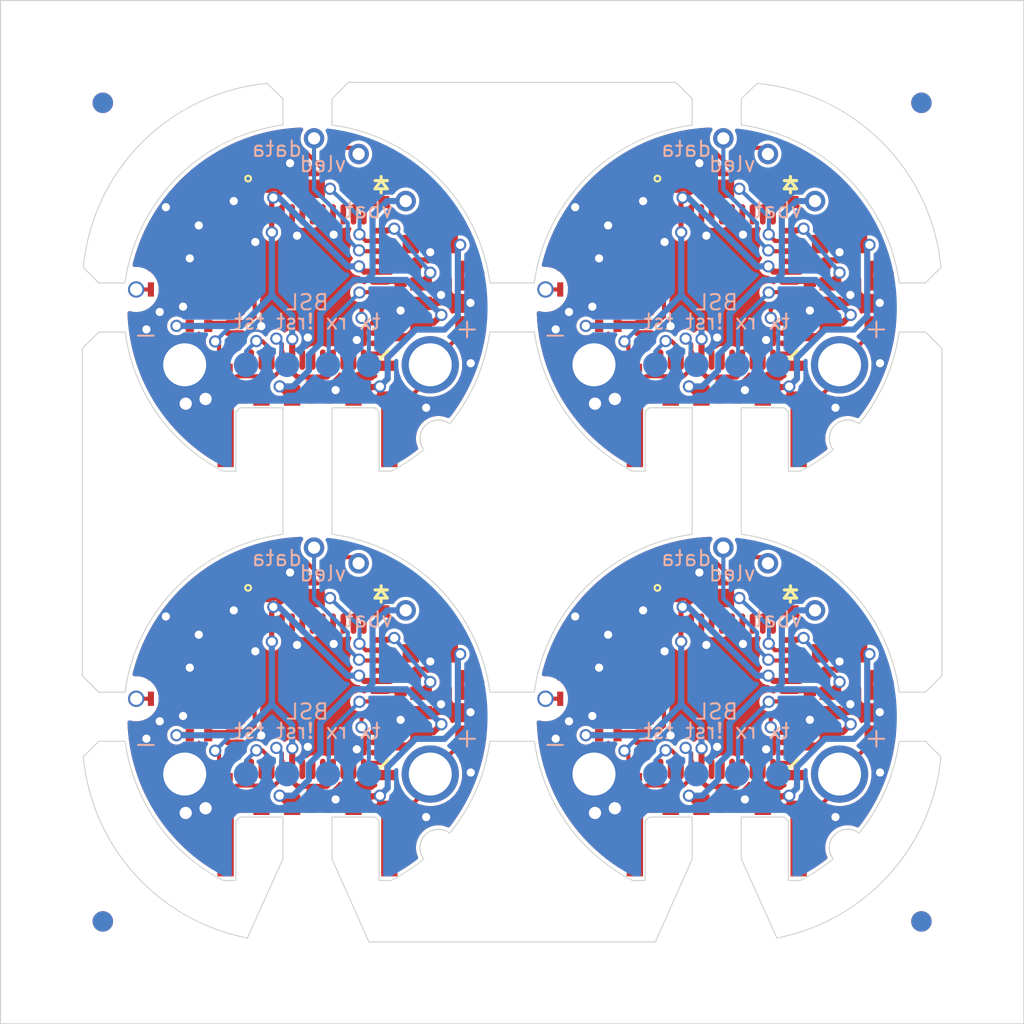
<source format=kicad_pcb>
(kicad_pcb (version 4) (host pcbnew 4.0.5+dfsg1-4)
  (layers (0 F.Cu signal) (31 B.Cu signal) (34 B.Paste user) (35 F.Paste user) (36 B.SilkS user) (37 F.SilkS user) (38 B.Mask user) (39 F.Mask user) (44 Edge.Cuts user))
  (net 0 "")
  (net 1 /VIN)
  (net 2 GND)
  (net 3 /PWRSW)
  (net 4 /DOUT)
  (net 5 /VLED)
  (net 6 /VBAT)
  (net 7 /VCC)
  (net 8 /PROG)
  (net 9 "Net-(SW1-Pad1)")
  (net 10 /3V3)
  (net 11 /!RST)
  (net 12 /TEST)
  (net 13 /BSL_TX)
  (net 14 /BSL_RX)
  (net 15 /STAT)
  (net 16 "Net-(U2-Pad3)")
  (net 17 "Net-(U2-Pad2)")
  (net 18 "Net-(U2-Pad4)")
  (net 19 "Net-(U2-Pad9)")
  (net 20 "Net-(U2-Pad17)")
  (net 21 "Net-(U2-Pad19)")
  (net 22 "Net-(U2-Pad21)")
  (net 23 "Net-(U2-Pad20)")
  (net 24 "Net-(U2-Pad18)")
  (net 25 "Net-(U2-Pad24)")
  (net 26 "Net-(U2-Pad23)")
  (net 27 "Net-(U2-Pad15)")
  (net 28 "Net-(U2-Pad16)")
  (net 29 "Net-(U2-Pad14)")
  (net 30 "Net-(U2-Pad13)")
  (net 31 "Net-(U2-Pad36)")
  (net 32 "Net-(U2-Pad35)")
  (net 33 "Net-(U2-Pad44)")
  (net 34 "Net-(U2-Pad43)")
  (net 35 "Net-(U2-Pad38)")
  (net 36 "Net-(U2-Pad37)")
  (net 37 "Net-(U2-Pad46)")
  (net 38 "Net-(U2-Pad47)")
  (net 39 "Net-(U3-Pad4)")
  (net 40 "Net-(C8-Pad1)")
  (net 41 "Net-(C10-Pad2)")
  (net 42 "Net-(R4-Pad1)")
  (net 43 /RF_N)
  (net 44 /RF_P)
  (net 45 /RF_XIN)
  (net 46 /RF_XOUT)
  (net 47 "Net-(ANT1-Pad1)")
  (net 48 /VADC)
  (net 49 /VBATSW)
  (net 50 "Net-(U2-Pad1)")
  (module fiducial:Fiducial_1mm_Dia_2.54mm_Outer_CopperTop (layer F.Cu) (at -10 30)
    (fp_text reference REF** hide)
    (fp_text value Fiducial_1mm hide)
    (pad ~ smd circle (at 0 0) (size 1 1) (layers B.Cu B.Mask) (clearance 0.77))
    (pad ~ smd circle (at 0 0) (size 1 1) (layers F.Cu F.Mask) (clearance 0.77))
  )
  (module fiducial:Fiducial_1mm_Dia_2.54mm_Outer_CopperTop (layer F.Cu) (at 30 30)
    (fp_text reference REF** hide)
    (fp_text value Fiducial_1mm hide)
    (pad ~ smd circle (at 0 0) (size 1 1) (layers B.Cu B.Mask) (clearance 0.77))
    (pad ~ smd circle (at 0 0) (size 1 1) (layers F.Cu F.Mask) (clearance 0.77))
  )
  (module fiducial:Fiducial_1mm_Dia_2.54mm_Outer_CopperTop (layer F.Cu) (at 30 -10)
    (fp_text reference REF** hide)
    (fp_text value Fiducial_1mm hide)
    (pad ~ smd circle (at 0 0) (size 1 1) (layers B.Cu B.Mask) (clearance 0.77))
    (pad ~ smd circle (at 0 0) (size 1 1) (layers F.Cu F.Mask) (clearance 0.77))
  )
  (module fiducial:Fiducial_1mm_Dia_2.54mm_Outer_CopperTop (layer F.Cu) (at -10 -10)
    (fp_text reference REF** hide)
    (fp_text value Fiducial_1mm hide)
    (pad ~ smd circle (at 0 0) (size 1 1) (layers B.Cu B.Mask) (clearance 0.77))
    (pad ~ smd circle (at 0 0) (size 1 1) (layers F.Cu F.Mask) (clearance 0.77))
  )
  (module outline:panel (layer F.Cu) (at 0 0)
    (fp_text reference "" (at 0 0) (layer F.SilkS))
    (fp_text value "" (at 0 0) (layer F.SilkS))
    (fp_line (start -15.000118 -15.000118) (end -15.000118 34.99993) (layer Edge.Cuts) (width 0.05))
    (fp_line (start -15.000118 34.99993) (end 34.99993 34.99993) (layer Edge.Cuts) (width 0.05))
    (fp_line (start 34.99993 34.99993) (end 34.99993 -15.000118) (layer Edge.Cuts) (width 0.05))
    (fp_line (start 34.99993 -15.000118) (end -15.000118 -15.000118) (layer Edge.Cuts) (width 0.05))
    (fp_line (start 1.999878 -10.999845) (end 17.999935 -10.999845) (layer Edge.Cuts) (width 0.05))
    (fp_line (start 17.999935 -10.999845) (end 18.799886 -10.199894) (layer Edge.Cuts) (width 0.05))
    (fp_line (start 18.799886 -10.199894) (end 18.799886 -8.916768) (layer Edge.Cuts) (width 0.05))
    (fp_line (start 18.799886 -8.916768) (end 18.426485 -8.858958) (layer Edge.Cuts) (width 0.05))
    (fp_line (start 18.426485 -8.858958) (end 18.058319 -8.786023) (layer Edge.Cuts) (width 0.05))
    (fp_line (start 18.058319 -8.786023) (end 17.695717 -8.698293) (layer Edge.Cuts) (width 0.05))
    (fp_line (start 17.695717 -8.698293) (end 17.339011 -8.596098) (layer Edge.Cuts) (width 0.05))
    (fp_line (start 17.339011 -8.596098) (end 16.988528 -8.479767) (layer Edge.Cuts) (width 0.05))
    (fp_line (start 16.988528 -8.479767) (end 16.644599 -8.349631) (layer Edge.Cuts) (width 0.05))
    (fp_line (start 16.644599 -8.349631) (end 16.307555 -8.206018) (layer Edge.Cuts) (width 0.05))
    (fp_line (start 16.307555 -8.206018) (end 15.977723 -8.049258) (layer Edge.Cuts) (width 0.05))
    (fp_line (start 15.977723 -8.049258) (end 15.655435 -7.879681) (layer Edge.Cuts) (width 0.05))
    (fp_line (start 15.655435 -7.879681) (end 15.341019 -7.697616) (layer Edge.Cuts) (width 0.05))
    (fp_line (start 15.341019 -7.697616) (end 15.034806 -7.503394) (layer Edge.Cuts) (width 0.05))
    (fp_line (start 15.034806 -7.503394) (end 14.737125 -7.297342) (layer Edge.Cuts) (width 0.05))
    (fp_line (start 14.737125 -7.297342) (end 14.448307 -7.079793) (layer Edge.Cuts) (width 0.05))
    (fp_line (start 14.448307 -7.079793) (end 14.16868 -6.851073) (layer Edge.Cuts) (width 0.05))
    (fp_line (start 14.16868 -6.851073) (end 13.898574 -6.611515) (layer Edge.Cuts) (width 0.05))
    (fp_line (start 13.898574 -6.611515) (end 13.638319 -6.361446) (layer Edge.Cuts) (width 0.05))
    (fp_line (start 13.638319 -6.361446) (end 13.388246 -6.101196) (layer Edge.Cuts) (width 0.05))
    (fp_line (start 13.388246 -6.101196) (end 13.148682 -5.831096) (layer Edge.Cuts) (width 0.05))
    (fp_line (start 13.148682 -5.831096) (end 12.919959 -5.551475) (layer Edge.Cuts) (width 0.05))
    (fp_line (start 12.919959 -5.551475) (end 12.702406 -5.262662) (layer Edge.Cuts) (width 0.05))
    (fp_line (start 12.702406 -5.262662) (end 12.496353 -4.964987) (layer Edge.Cuts) (width 0.05))
    (fp_line (start 12.496353 -4.964987) (end 12.302129 -4.658779) (layer Edge.Cuts) (width 0.05))
    (fp_line (start 12.302129 -4.658779) (end 12.120064 -4.344368) (layer Edge.Cuts) (width 0.05))
    (fp_line (start 12.120064 -4.344368) (end 11.950488 -4.022085) (layer Edge.Cuts) (width 0.05))
    (fp_line (start 11.950488 -4.022085) (end 11.793731 -3.692257) (layer Edge.Cuts) (width 0.05))
    (fp_line (start 11.793731 -3.692257) (end 11.650122 -3.355215) (layer Edge.Cuts) (width 0.05))
    (fp_line (start 11.650122 -3.355215) (end 11.519991 -3.011289) (layer Edge.Cuts) (width 0.05))
    (fp_line (start 11.519991 -3.011289) (end 11.403667 -2.660808) (layer Edge.Cuts) (width 0.05))
    (fp_line (start 11.403667 -2.660808) (end 11.301481 -2.304102) (layer Edge.Cuts) (width 0.05))
    (fp_line (start 11.301481 -2.304102) (end 11.213762 -1.9415) (layer Edge.Cuts) (width 0.05))
    (fp_line (start 11.213762 -1.9415) (end 11.14084 -1.573331) (layer Edge.Cuts) (width 0.05))
    (fp_line (start 11.14084 -1.573331) (end 11.083044 -1.199927) (layer Edge.Cuts) (width 0.05))
    (fp_line (start 11.083044 -1.199927) (end 8.916768 -1.199927) (layer Edge.Cuts) (width 0.05))
    (fp_line (start 8.916768 -1.199927) (end 8.858972 -1.573344) (layer Edge.Cuts) (width 0.05))
    (fp_line (start 8.858972 -1.573344) (end 8.786051 -1.941523) (layer Edge.Cuts) (width 0.05))
    (fp_line (start 8.786051 -1.941523) (end 8.698334 -2.304136) (layer Edge.Cuts) (width 0.05))
    (fp_line (start 8.698334 -2.304136) (end 8.59615 -2.660853) (layer Edge.Cuts) (width 0.05))
    (fp_line (start 8.59615 -2.660853) (end 8.47983 -3.011343) (layer Edge.Cuts) (width 0.05))
    (fp_line (start 8.47983 -3.011343) (end 8.349703 -3.355278) (layer Edge.Cuts) (width 0.05))
    (fp_line (start 8.349703 -3.355278) (end 8.206098 -3.692328) (layer Edge.Cuts) (width 0.05))
    (fp_line (start 8.206098 -3.692328) (end 8.049346 -4.022163) (layer Edge.Cuts) (width 0.05))
    (fp_line (start 8.049346 -4.022163) (end 7.879775 -4.344454) (layer Edge.Cuts) (width 0.05))
    (fp_line (start 7.879775 -4.344454) (end 7.697716 -4.65887) (layer Edge.Cuts) (width 0.05))
    (fp_line (start 7.697716 -4.65887) (end 7.503497 -4.965083) (layer Edge.Cuts) (width 0.05))
    (fp_line (start 7.503497 -4.965083) (end 7.297449 -5.262763) (layer Edge.Cuts) (width 0.05))
    (fp_line (start 7.297449 -5.262763) (end 7.079902 -5.55158) (layer Edge.Cuts) (width 0.05))
    (fp_line (start 7.079902 -5.55158) (end 6.851184 -5.831204) (layer Edge.Cuts) (width 0.05))
    (fp_line (start 6.851184 -5.831204) (end 6.611626 -6.101306) (layer Edge.Cuts) (width 0.05))
    (fp_line (start 6.611626 -6.101306) (end 6.361557 -6.361557) (layer Edge.Cuts) (width 0.05))
    (fp_line (start 6.361557 -6.361557) (end 6.101306 -6.611626) (layer Edge.Cuts) (width 0.05))
    (fp_line (start 6.101306 -6.611626) (end 5.831204 -6.851184) (layer Edge.Cuts) (width 0.05))
    (fp_line (start 5.831204 -6.851184) (end 5.55158 -7.079902) (layer Edge.Cuts) (width 0.05))
    (fp_line (start 5.55158 -7.079902) (end 5.262763 -7.297449) (layer Edge.Cuts) (width 0.05))
    (fp_line (start 5.262763 -7.297449) (end 4.965084 -7.503497) (layer Edge.Cuts) (width 0.05))
    (fp_line (start 4.965084 -7.503497) (end 4.658871 -7.697715) (layer Edge.Cuts) (width 0.05))
    (fp_line (start 4.658871 -7.697715) (end 4.344454 -7.879775) (layer Edge.Cuts) (width 0.05))
    (fp_line (start 4.344454 -7.879775) (end 4.022163 -8.049346) (layer Edge.Cuts) (width 0.05))
    (fp_line (start 4.022163 -8.049346) (end 3.692328 -8.206098) (layer Edge.Cuts) (width 0.05))
    (fp_line (start 3.692328 -8.206098) (end 3.355279 -8.349703) (layer Edge.Cuts) (width 0.05))
    (fp_line (start 3.355279 -8.349703) (end 3.011344 -8.47983) (layer Edge.Cuts) (width 0.05))
    (fp_line (start 3.011344 -8.47983) (end 2.660853 -8.59615) (layer Edge.Cuts) (width 0.05))
    (fp_line (start 2.660853 -8.59615) (end 2.304136 -8.698334) (layer Edge.Cuts) (width 0.05))
    (fp_line (start 2.304136 -8.698334) (end 1.941523 -8.786051) (layer Edge.Cuts) (width 0.05))
    (fp_line (start 1.941523 -8.786051) (end 1.573344 -8.858972) (layer Edge.Cuts) (width 0.05))
    (fp_line (start 1.573344 -8.858972) (end 1.199927 -8.916768) (layer Edge.Cuts) (width 0.05))
    (fp_line (start 1.199927 -8.916768) (end 1.199927 -10.199894) (layer Edge.Cuts) (width 0.05))
    (fp_line (start 1.199927 -10.199894) (end 1.999878 -10.999845) (layer Edge.Cuts) (width 0.05))
    (fp_line (start -1.976107 -10.951785) (end -1.199927 -10.194725) (layer Edge.Cuts) (width 0.05))
    (fp_line (start -1.199927 -10.194725) (end -1.199927 -8.916767) (layer Edge.Cuts) (width 0.05))
    (fp_line (start -1.199927 -8.916767) (end -1.573344 -8.858971) (layer Edge.Cuts) (width 0.05))
    (fp_line (start -1.573344 -8.858971) (end -1.941523 -8.78605) (layer Edge.Cuts) (width 0.05))
    (fp_line (start -1.941523 -8.78605) (end -2.304136 -8.698333) (layer Edge.Cuts) (width 0.05))
    (fp_line (start -2.304136 -8.698333) (end -2.660853 -8.596149) (layer Edge.Cuts) (width 0.05))
    (fp_line (start -2.660853 -8.596149) (end -3.011344 -8.479829) (layer Edge.Cuts) (width 0.05))
    (fp_line (start -3.011344 -8.479829) (end -3.355279 -8.349702) (layer Edge.Cuts) (width 0.05))
    (fp_line (start -3.355279 -8.349702) (end -3.692328 -8.206097) (layer Edge.Cuts) (width 0.05))
    (fp_line (start -3.692328 -8.206097) (end -4.022163 -8.049345) (layer Edge.Cuts) (width 0.05))
    (fp_line (start -4.022163 -8.049345) (end -4.344454 -7.879774) (layer Edge.Cuts) (width 0.05))
    (fp_line (start -4.344454 -7.879774) (end -4.658871 -7.697715) (layer Edge.Cuts) (width 0.05))
    (fp_line (start -4.658871 -7.697715) (end -4.965084 -7.503496) (layer Edge.Cuts) (width 0.05))
    (fp_line (start -4.965084 -7.503496) (end -5.262763 -7.297448) (layer Edge.Cuts) (width 0.05))
    (fp_line (start -5.262763 -7.297448) (end -5.55158 -7.079901) (layer Edge.Cuts) (width 0.05))
    (fp_line (start -5.55158 -7.079901) (end -5.831204 -6.851183) (layer Edge.Cuts) (width 0.05))
    (fp_line (start -5.831204 -6.851183) (end -6.101306 -6.611625) (layer Edge.Cuts) (width 0.05))
    (fp_line (start -6.101306 -6.611625) (end -6.361557 -6.361556) (layer Edge.Cuts) (width 0.05))
    (fp_line (start -6.361557 -6.361556) (end -6.611626 -6.101305) (layer Edge.Cuts) (width 0.05))
    (fp_line (start -6.611626 -6.101305) (end -6.851184 -5.831203) (layer Edge.Cuts) (width 0.05))
    (fp_line (start -6.851184 -5.831203) (end -7.079902 -5.551579) (layer Edge.Cuts) (width 0.05))
    (fp_line (start -7.079902 -5.551579) (end -7.297449 -5.262762) (layer Edge.Cuts) (width 0.05))
    (fp_line (start -7.297449 -5.262762) (end -7.503497 -4.965083) (layer Edge.Cuts) (width 0.05))
    (fp_line (start -7.503497 -4.965083) (end -7.697716 -4.65887) (layer Edge.Cuts) (width 0.05))
    (fp_line (start -7.697716 -4.65887) (end -7.879775 -4.344453) (layer Edge.Cuts) (width 0.05))
    (fp_line (start -7.879775 -4.344453) (end -8.049346 -4.022162) (layer Edge.Cuts) (width 0.05))
    (fp_line (start -8.049346 -4.022162) (end -8.206098 -3.692327) (layer Edge.Cuts) (width 0.05))
    (fp_line (start -8.206098 -3.692327) (end -8.349703 -3.355278) (layer Edge.Cuts) (width 0.05))
    (fp_line (start -8.349703 -3.355278) (end -8.47983 -3.011343) (layer Edge.Cuts) (width 0.05))
    (fp_line (start -8.47983 -3.011343) (end -8.59615 -2.660852) (layer Edge.Cuts) (width 0.05))
    (fp_line (start -8.59615 -2.660852) (end -8.698334 -2.304135) (layer Edge.Cuts) (width 0.05))
    (fp_line (start -8.698334 -2.304135) (end -8.786051 -1.941522) (layer Edge.Cuts) (width 0.05))
    (fp_line (start -8.786051 -1.941522) (end -8.858972 -1.573343) (layer Edge.Cuts) (width 0.05))
    (fp_line (start -8.858972 -1.573343) (end -8.916768 -1.199926) (layer Edge.Cuts) (width 0.05))
    (fp_line (start -8.916768 -1.199926) (end -10.199894 -1.199926) (layer Edge.Cuts) (width 0.05))
    (fp_line (start -10.199894 -1.199926) (end -10.954887 -1.954918) (layer Edge.Cuts) (width 0.05))
    (fp_line (start -10.954887 -1.954918) (end -10.903269 -2.398859) (layer Edge.Cuts) (width 0.05))
    (fp_line (start -10.903269 -2.398859) (end -10.832629 -2.836543) (layer Edge.Cuts) (width 0.05))
    (fp_line (start -10.832629 -2.836543) (end -10.74339 -3.267547) (layer Edge.Cuts) (width 0.05))
    (fp_line (start -10.74339 -3.267547) (end -10.635977 -3.691446) (layer Edge.Cuts) (width 0.05))
    (fp_line (start -10.635977 -3.691446) (end -10.510818 -4.107814) (layer Edge.Cuts) (width 0.05))
    (fp_line (start -10.510818 -4.107814) (end -10.368335 -4.516228) (layer Edge.Cuts) (width 0.05))
    (fp_line (start -10.368335 -4.516228) (end -10.208954 -4.916263) (layer Edge.Cuts) (width 0.05))
    (fp_line (start -10.208954 -4.916263) (end -10.033101 -5.307494) (layer Edge.Cuts) (width 0.05))
    (fp_line (start -10.033101 -5.307494) (end -9.8412 -5.689497) (layer Edge.Cuts) (width 0.05))
    (fp_line (start -9.8412 -5.689497) (end -9.633677 -6.061846) (layer Edge.Cuts) (width 0.05))
    (fp_line (start -9.633677 -6.061846) (end -9.410957 -6.424118) (layer Edge.Cuts) (width 0.05))
    (fp_line (start -9.410957 -6.424118) (end -9.173464 -6.775887) (layer Edge.Cuts) (width 0.05))
    (fp_line (start -9.173464 -6.775887) (end -8.921624 -7.116729) (layer Edge.Cuts) (width 0.05))
    (fp_line (start -8.921624 -7.116729) (end -8.655863 -7.446219) (layer Edge.Cuts) (width 0.05))
    (fp_line (start -8.655863 -7.446219) (end -8.376604 -7.763933) (layer Edge.Cuts) (width 0.05))
    (fp_line (start -8.376604 -7.763933) (end -8.084273 -8.069445) (layer Edge.Cuts) (width 0.05))
    (fp_line (start -8.084273 -8.069445) (end -7.779296 -8.362332) (layer Edge.Cuts) (width 0.05))
    (fp_line (start -7.779296 -8.362332) (end -7.462098 -8.642169) (layer Edge.Cuts) (width 0.05))
    (fp_line (start -7.462098 -8.642169) (end -7.133102 -8.90853) (layer Edge.Cuts) (width 0.05))
    (fp_line (start -7.133102 -8.90853) (end -6.792736 -9.160992) (layer Edge.Cuts) (width 0.05))
    (fp_line (start -6.792736 -9.160992) (end -6.441423 -9.39913) (layer Edge.Cuts) (width 0.05))
    (fp_line (start -6.441423 -9.39913) (end -6.079589 -9.622518) (layer Edge.Cuts) (width 0.05))
    (fp_line (start -6.079589 -9.622518) (end -5.707659 -9.830733) (layer Edge.Cuts) (width 0.05))
    (fp_line (start -5.707659 -9.830733) (end -5.326058 -10.02335) (layer Edge.Cuts) (width 0.05))
    (fp_line (start -5.326058 -10.02335) (end -4.935211 -10.199943) (layer Edge.Cuts) (width 0.05))
    (fp_line (start -4.935211 -10.199943) (end -4.535543 -10.360089) (layer Edge.Cuts) (width 0.05))
    (fp_line (start -4.535543 -10.360089) (end -4.12748 -10.503363) (layer Edge.Cuts) (width 0.05))
    (fp_line (start -4.12748 -10.503363) (end -3.711446 -10.62934) (layer Edge.Cuts) (width 0.05))
    (fp_line (start -3.711446 -10.62934) (end -3.287866 -10.737595) (layer Edge.Cuts) (width 0.05))
    (fp_line (start -3.287866 -10.737595) (end -2.857167 -10.827704) (layer Edge.Cuts) (width 0.05))
    (fp_line (start -2.857167 -10.827704) (end -2.419772 -10.899242) (layer Edge.Cuts) (width 0.05))
    (fp_line (start -2.419772 -10.899242) (end -1.976107 -10.951785) (layer Edge.Cuts) (width 0.05))
    (fp_line (start -1.976107 -10.951785) (end -1.976107 -10.951785) (layer Edge.Cuts) (width 0.05))
    (fp_line (start 21.976436 -10.951785) (end 22.42007 -10.899223) (layer Edge.Cuts) (width 0.05))
    (fp_line (start 22.42007 -10.899223) (end 22.857436 -10.827666) (layer Edge.Cuts) (width 0.05))
    (fp_line (start 22.857436 -10.827666) (end 23.28811 -10.737538) (layer Edge.Cuts) (width 0.05))
    (fp_line (start 23.28811 -10.737538) (end 23.711666 -10.629264) (layer Edge.Cuts) (width 0.05))
    (fp_line (start 23.711666 -10.629264) (end 24.127678 -10.50327) (layer Edge.Cuts) (width 0.05))
    (fp_line (start 24.127678 -10.50327) (end 24.535723 -10.359979) (layer Edge.Cuts) (width 0.05))
    (fp_line (start 24.535723 -10.359979) (end 24.935374 -10.199817) (layer Edge.Cuts) (width 0.05))
    (fp_line (start 24.935374 -10.199817) (end 25.326207 -10.023208) (layer Edge.Cuts) (width 0.05))
    (fp_line (start 25.326207 -10.023208) (end 25.707796 -9.830577) (layer Edge.Cuts) (width 0.05))
    (fp_line (start 25.707796 -9.830577) (end 26.079716 -9.622349) (layer Edge.Cuts) (width 0.05))
    (fp_line (start 26.079716 -9.622349) (end 26.441543 -9.398948) (layer Edge.Cuts) (width 0.05))
    (fp_line (start 26.441543 -9.398948) (end 26.79285 -9.160799) (layer Edge.Cuts) (width 0.05))
    (fp_line (start 26.79285 -9.160799) (end 27.133212 -8.908328) (layer Edge.Cuts) (width 0.05))
    (fp_line (start 27.133212 -8.908328) (end 27.462206 -8.641958) (layer Edge.Cuts) (width 0.05))
    (fp_line (start 27.462206 -8.641958) (end 27.779404 -8.362115) (layer Edge.Cuts) (width 0.05))
    (fp_line (start 27.779404 -8.362115) (end 28.084383 -8.069223) (layer Edge.Cuts) (width 0.05))
    (fp_line (start 28.084383 -8.069223) (end 28.376717 -7.763707) (layer Edge.Cuts) (width 0.05))
    (fp_line (start 28.376717 -7.763707) (end 28.655981 -7.445992) (layer Edge.Cuts) (width 0.05))
    (fp_line (start 28.655981 -7.445992) (end 28.921749 -7.116502) (layer Edge.Cuts) (width 0.05))
    (fp_line (start 28.921749 -7.116502) (end 29.173597 -6.775662) (layer Edge.Cuts) (width 0.05))
    (fp_line (start 29.173597 -6.775662) (end 29.411099 -6.423898) (layer Edge.Cuts) (width 0.05))
    (fp_line (start 29.411099 -6.423898) (end 29.633831 -6.061633) (layer Edge.Cuts) (width 0.05))
    (fp_line (start 29.633831 -6.061633) (end 29.841366 -5.689293) (layer Edge.Cuts) (width 0.05))
    (fp_line (start 29.841366 -5.689293) (end 30.033281 -5.307302) (layer Edge.Cuts) (width 0.05))
    (fp_line (start 30.033281 -5.307302) (end 30.209149 -4.916085) (layer Edge.Cuts) (width 0.05))
    (fp_line (start 30.209149 -4.916085) (end 30.368545 -4.516067) (layer Edge.Cuts) (width 0.05))
    (fp_line (start 30.368545 -4.516067) (end 30.511045 -4.107672) (layer Edge.Cuts) (width 0.05))
    (fp_line (start 30.511045 -4.107672) (end 30.636224 -3.691326) (layer Edge.Cuts) (width 0.05))
    (fp_line (start 30.636224 -3.691326) (end 30.743655 -3.267453) (layer Edge.Cuts) (width 0.05))
    (fp_line (start 30.743655 -3.267453) (end 30.832914 -2.836477) (layer Edge.Cuts) (width 0.05))
    (fp_line (start 30.832914 -2.836477) (end 30.903576 -2.398824) (layer Edge.Cuts) (width 0.05))
    (fp_line (start 30.903576 -2.398824) (end 30.955215 -1.954918) (layer Edge.Cuts) (width 0.05))
    (fp_line (start 30.955215 -1.954918) (end 30.200224 -1.199926) (layer Edge.Cuts) (width 0.05))
    (fp_line (start 30.200224 -1.199926) (end 28.917098 -1.199926) (layer Edge.Cuts) (width 0.05))
    (fp_line (start 28.917098 -1.199926) (end 28.859304 -1.573328) (layer Edge.Cuts) (width 0.05))
    (fp_line (start 28.859304 -1.573328) (end 28.786383 -1.941491) (layer Edge.Cuts) (width 0.05))
    (fp_line (start 28.786383 -1.941491) (end 28.698665 -2.304086) (layer Edge.Cuts) (width 0.05))
    (fp_line (start 28.698665 -2.304086) (end 28.59648 -2.660782) (layer Edge.Cuts) (width 0.05))
    (fp_line (start 28.59648 -2.660782) (end 28.480157 -3.01125) (layer Edge.Cuts) (width 0.05))
    (fp_line (start 28.480157 -3.01125) (end 28.350026 -3.355162) (layer Edge.Cuts) (width 0.05))
    (fp_line (start 28.350026 -3.355162) (end 28.206416 -3.692187) (layer Edge.Cuts) (width 0.05))
    (fp_line (start 28.206416 -3.692187) (end 28.049659 -4.021996) (layer Edge.Cuts) (width 0.05))
    (fp_line (start 28.049659 -4.021996) (end 27.880082 -4.34426) (layer Edge.Cuts) (width 0.05))
    (fp_line (start 27.880082 -4.34426) (end 27.698017 -4.658649) (layer Edge.Cuts) (width 0.05))
    (fp_line (start 27.698017 -4.658649) (end 27.503792 -4.964834) (layer Edge.Cuts) (width 0.05))
    (fp_line (start 27.503792 -4.964834) (end 27.297738 -5.262486) (layer Edge.Cuts) (width 0.05))
    (fp_line (start 27.297738 -5.262486) (end 27.080184 -5.551276) (layer Edge.Cuts) (width 0.05))
    (fp_line (start 27.080184 -5.551276) (end 26.85146 -5.830873) (layer Edge.Cuts) (width 0.05))
    (fp_line (start 26.85146 -5.830873) (end 26.611896 -6.100948) (layer Edge.Cuts) (width 0.05))
    (fp_line (start 26.611896 -6.100948) (end 26.361821 -6.361173) (layer Edge.Cuts) (width 0.05))
    (fp_line (start 26.361821 -6.361173) (end 26.101566 -6.611217) (layer Edge.Cuts) (width 0.05))
    (fp_line (start 26.101566 -6.611217) (end 25.831459 -6.850752) (layer Edge.Cuts) (width 0.05))
    (fp_line (start 25.831459 -6.850752) (end 25.551831 -7.079447) (layer Edge.Cuts) (width 0.05))
    (fp_line (start 25.551831 -7.079447) (end 25.263012 -7.296974) (layer Edge.Cuts) (width 0.05))
    (fp_line (start 25.263012 -7.296974) (end 24.96533 -7.503003) (layer Edge.Cuts) (width 0.05))
    (fp_line (start 24.96533 -7.503003) (end 24.659117 -7.697204) (layer Edge.Cuts) (width 0.05))
    (fp_line (start 24.659117 -7.697204) (end 24.344701 -7.879249) (layer Edge.Cuts) (width 0.05))
    (fp_line (start 24.344701 -7.879249) (end 24.022412 -8.048808) (layer Edge.Cuts) (width 0.05))
    (fp_line (start 24.022412 -8.048808) (end 23.69258 -8.205551) (layer Edge.Cuts) (width 0.05))
    (fp_line (start 23.69258 -8.205551) (end 23.355536 -8.349149) (layer Edge.Cuts) (width 0.05))
    (fp_line (start 23.355536 -8.349149) (end 23.011608 -8.479273) (layer Edge.Cuts) (width 0.05))
    (fp_line (start 23.011608 -8.479273) (end 22.661126 -8.595594) (layer Edge.Cuts) (width 0.05))
    (fp_line (start 22.661126 -8.595594) (end 22.30442 -8.697781) (layer Edge.Cuts) (width 0.05))
    (fp_line (start 22.30442 -8.697781) (end 21.94182 -8.785506) (layer Edge.Cuts) (width 0.05))
    (fp_line (start 21.94182 -8.785506) (end 21.573655 -8.858439) (layer Edge.Cuts) (width 0.05))
    (fp_line (start 21.573655 -8.858439) (end 21.200256 -8.916251) (layer Edge.Cuts) (width 0.05))
    (fp_line (start 21.200256 -8.916251) (end 21.200256 -10.195242) (layer Edge.Cuts) (width 0.05))
    (fp_line (start 21.200256 -10.195242) (end 21.976436 -10.951785) (layer Edge.Cuts) (width 0.05))
    (fp_line (start -10.199894 1.199928) (end -8.909534 1.199928) (layer Edge.Cuts) (width 0.05))
    (fp_line (start -8.909534 1.199928) (end -8.869007 1.469758) (layer Edge.Cuts) (width 0.05))
    (fp_line (start -8.869007 1.469758) (end -8.820509 1.737472) (layer Edge.Cuts) (width 0.05))
    (fp_line (start -8.820509 1.737472) (end -8.764132 2.00291) (layer Edge.Cuts) (width 0.05))
    (fp_line (start -8.764132 2.00291) (end -8.699969 2.265914) (layer Edge.Cuts) (width 0.05))
    (fp_line (start -8.699969 2.265914) (end -8.628112 2.526326) (layer Edge.Cuts) (width 0.05))
    (fp_line (start -8.628112 2.526326) (end -8.548654 2.783989) (layer Edge.Cuts) (width 0.05))
    (fp_line (start -8.548654 2.783989) (end -8.461687 3.038744) (layer Edge.Cuts) (width 0.05))
    (fp_line (start -8.461687 3.038744) (end -8.367304 3.290433) (layer Edge.Cuts) (width 0.05))
    (fp_line (start -8.367304 3.290433) (end -8.265598 3.538897) (layer Edge.Cuts) (width 0.05))
    (fp_line (start -8.265598 3.538897) (end -8.156661 3.783979) (layer Edge.Cuts) (width 0.05))
    (fp_line (start -8.156661 3.783979) (end -8.040586 4.025521) (layer Edge.Cuts) (width 0.05))
    (fp_line (start -8.040586 4.025521) (end -7.917465 4.263364) (layer Edge.Cuts) (width 0.05))
    (fp_line (start -7.917465 4.263364) (end -7.787391 4.497351) (layer Edge.Cuts) (width 0.05))
    (fp_line (start -7.787391 4.497351) (end -7.650457 4.727322) (layer Edge.Cuts) (width 0.05))
    (fp_line (start -7.650457 4.727322) (end -7.506756 4.953121) (layer Edge.Cuts) (width 0.05))
    (fp_line (start -7.506756 4.953121) (end -7.356379 5.174589) (layer Edge.Cuts) (width 0.05))
    (fp_line (start -7.356379 5.174589) (end -7.19942 5.391568) (layer Edge.Cuts) (width 0.05))
    (fp_line (start -7.19942 5.391568) (end -7.03597 5.603899) (layer Edge.Cuts) (width 0.05))
    (fp_line (start -7.03597 5.603899) (end -6.866124 5.811425) (layer Edge.Cuts) (width 0.05))
    (fp_line (start -6.866124 5.811425) (end -6.689972 6.013988) (layer Edge.Cuts) (width 0.05))
    (fp_line (start -6.689972 6.013988) (end -6.507609 6.211428) (layer Edge.Cuts) (width 0.05))
    (fp_line (start -6.507609 6.211428) (end -6.319126 6.40359) (layer Edge.Cuts) (width 0.05))
    (fp_line (start -6.319126 6.40359) (end -6.124616 6.590313) (layer Edge.Cuts) (width 0.05))
    (fp_line (start -6.124616 6.590313) (end -5.924171 6.77144) (layer Edge.Cuts) (width 0.05))
    (fp_line (start -5.924171 6.77144) (end -5.717886 6.946813) (layer Edge.Cuts) (width 0.05))
    (fp_line (start -5.717886 6.946813) (end -5.50585 7.116274) (layer Edge.Cuts) (width 0.05))
    (fp_line (start -5.50585 7.116274) (end -5.288159 7.279665) (layer Edge.Cuts) (width 0.05))
    (fp_line (start -5.288159 7.279665) (end -5.064903 7.436827) (layer Edge.Cuts) (width 0.05))
    (fp_line (start -5.064903 7.436827) (end -4.836177 7.587603) (layer Edge.Cuts) (width 0.05))
    (fp_line (start -4.836177 7.587603) (end -4.602071 7.731834) (layer Edge.Cuts) (width 0.05))
    (fp_line (start -4.602071 7.731834) (end -4.36268 7.869362) (layer Edge.Cuts) (width 0.05))
    (fp_line (start -4.36268 7.869362) (end -4.118095 8.000029) (layer Edge.Cuts) (width 0.05))
    (fp_line (start -4.118095 8.000029) (end -3.500045 8.000029) (layer Edge.Cuts) (width 0.05))
    (fp_line (start -3.500045 8.000029) (end -3.500045 5.099947) (layer Edge.Cuts) (width 0.05))
    (fp_line (start -3.500045 5.099947) (end -3.300057 4.899959) (layer Edge.Cuts) (width 0.05))
    (fp_line (start -3.300057 4.899959) (end -1.199927 4.899959) (layer Edge.Cuts) (width 0.05))
    (fp_line (start -1.199927 4.899959) (end -1.199927 11.083044) (layer Edge.Cuts) (width 0.05))
    (fp_line (start -1.199927 11.083044) (end -1.573331 11.14084) (layer Edge.Cuts) (width 0.05))
    (fp_line (start -1.573331 11.14084) (end -1.9415 11.213762) (layer Edge.Cuts) (width 0.05))
    (fp_line (start -1.9415 11.213762) (end -2.304102 11.301481) (layer Edge.Cuts) (width 0.05))
    (fp_line (start -2.304102 11.301481) (end -2.660808 11.403667) (layer Edge.Cuts) (width 0.05))
    (fp_line (start -2.660808 11.403667) (end -3.011289 11.519991) (layer Edge.Cuts) (width 0.05))
    (fp_line (start -3.011289 11.519991) (end -3.355215 11.650122) (layer Edge.Cuts) (width 0.05))
    (fp_line (start -3.355215 11.650122) (end -3.692257 11.793731) (layer Edge.Cuts) (width 0.05))
    (fp_line (start -3.692257 11.793731) (end -4.022085 11.950488) (layer Edge.Cuts) (width 0.05))
    (fp_line (start -4.022085 11.950488) (end -4.344368 12.120064) (layer Edge.Cuts) (width 0.05))
    (fp_line (start -4.344368 12.120064) (end -4.658779 12.302129) (layer Edge.Cuts) (width 0.05))
    (fp_line (start -4.658779 12.302129) (end -4.964987 12.496353) (layer Edge.Cuts) (width 0.05))
    (fp_line (start -4.964987 12.496353) (end -5.262662 12.702406) (layer Edge.Cuts) (width 0.05))
    (fp_line (start -5.262662 12.702406) (end -5.551475 12.919959) (layer Edge.Cuts) (width 0.05))
    (fp_line (start -5.551475 12.919959) (end -5.831096 13.148682) (layer Edge.Cuts) (width 0.05))
    (fp_line (start -5.831096 13.148682) (end -6.101196 13.388246) (layer Edge.Cuts) (width 0.05))
    (fp_line (start -6.101196 13.388246) (end -6.361446 13.638319) (layer Edge.Cuts) (width 0.05))
    (fp_line (start -6.361446 13.638319) (end -6.611515 13.898574) (layer Edge.Cuts) (width 0.05))
    (fp_line (start -6.611515 13.898574) (end -6.851073 14.16868) (layer Edge.Cuts) (width 0.05))
    (fp_line (start -6.851073 14.16868) (end -7.079793 14.448307) (layer Edge.Cuts) (width 0.05))
    (fp_line (start -7.079793 14.448307) (end -7.297342 14.737125) (layer Edge.Cuts) (width 0.05))
    (fp_line (start -7.297342 14.737125) (end -7.503394 15.034806) (layer Edge.Cuts) (width 0.05))
    (fp_line (start -7.503394 15.034806) (end -7.697616 15.341019) (layer Edge.Cuts) (width 0.05))
    (fp_line (start -7.697616 15.341019) (end -7.879681 15.655435) (layer Edge.Cuts) (width 0.05))
    (fp_line (start -7.879681 15.655435) (end -8.049258 15.977723) (layer Edge.Cuts) (width 0.05))
    (fp_line (start -8.049258 15.977723) (end -8.206018 16.307555) (layer Edge.Cuts) (width 0.05))
    (fp_line (start -8.206018 16.307555) (end -8.349631 16.644599) (layer Edge.Cuts) (width 0.05))
    (fp_line (start -8.349631 16.644599) (end -8.479767 16.988528) (layer Edge.Cuts) (width 0.05))
    (fp_line (start -8.479767 16.988528) (end -8.596098 17.339011) (layer Edge.Cuts) (width 0.05))
    (fp_line (start -8.596098 17.339011) (end -8.698293 17.695717) (layer Edge.Cuts) (width 0.05))
    (fp_line (start -8.698293 17.695717) (end -8.786023 18.058319) (layer Edge.Cuts) (width 0.05))
    (fp_line (start -8.786023 18.058319) (end -8.858958 18.426485) (layer Edge.Cuts) (width 0.05))
    (fp_line (start -8.858958 18.426485) (end -8.916768 18.799886) (layer Edge.Cuts) (width 0.05))
    (fp_line (start -8.916768 18.799886) (end -10.199894 18.799886) (layer Edge.Cuts) (width 0.05))
    (fp_line (start -10.199894 18.799886) (end -10.999845 17.999935) (layer Edge.Cuts) (width 0.05))
    (fp_line (start -10.999845 17.999935) (end -10.999845 1.999878) (layer Edge.Cuts) (width 0.05))
    (fp_line (start -10.999845 1.999878) (end -10.199894 1.199928) (layer Edge.Cuts) (width 0.05))
    (fp_line (start 8.9085 1.199928) (end 11.090279 1.199928) (layer Edge.Cuts) (width 0.05))
    (fp_line (start 11.090279 1.199928) (end 11.130805 1.469758) (layer Edge.Cuts) (width 0.05))
    (fp_line (start 11.130805 1.469758) (end 11.179304 1.737472) (layer Edge.Cuts) (width 0.05))
    (fp_line (start 11.179304 1.737472) (end 11.235681 2.00291) (layer Edge.Cuts) (width 0.05))
    (fp_line (start 11.235681 2.00291) (end 11.299844 2.265914) (layer Edge.Cuts) (width 0.05))
    (fp_line (start 11.299844 2.265914) (end 11.371701 2.526326) (layer Edge.Cuts) (width 0.05))
    (fp_line (start 11.371701 2.526326) (end 11.451159 2.783989) (layer Edge.Cuts) (width 0.05))
    (fp_line (start 11.451159 2.783989) (end 11.538126 3.038744) (layer Edge.Cuts) (width 0.05))
    (fp_line (start 11.538126 3.038744) (end 11.632509 3.290433) (layer Edge.Cuts) (width 0.05))
    (fp_line (start 11.632509 3.290433) (end 11.734215 3.538897) (layer Edge.Cuts) (width 0.05))
    (fp_line (start 11.734215 3.538897) (end 11.843152 3.783979) (layer Edge.Cuts) (width 0.05))
    (fp_line (start 11.843152 3.783979) (end 11.959227 4.025521) (layer Edge.Cuts) (width 0.05))
    (fp_line (start 11.959227 4.025521) (end 12.082348 4.263364) (layer Edge.Cuts) (width 0.05))
    (fp_line (start 12.082348 4.263364) (end 12.212421 4.497351) (layer Edge.Cuts) (width 0.05))
    (fp_line (start 12.212421 4.497351) (end 12.349355 4.727322) (layer Edge.Cuts) (width 0.05))
    (fp_line (start 12.349355 4.727322) (end 12.493057 4.953121) (layer Edge.Cuts) (width 0.05))
    (fp_line (start 12.493057 4.953121) (end 12.643434 5.174589) (layer Edge.Cuts) (width 0.05))
    (fp_line (start 12.643434 5.174589) (end 12.800393 5.391568) (layer Edge.Cuts) (width 0.05))
    (fp_line (start 12.800393 5.391568) (end 12.963842 5.603899) (layer Edge.Cuts) (width 0.05))
    (fp_line (start 12.963842 5.603899) (end 13.133689 5.811425) (layer Edge.Cuts) (width 0.05))
    (fp_line (start 13.133689 5.811425) (end 13.30984 6.013988) (layer Edge.Cuts) (width 0.05))
    (fp_line (start 13.30984 6.013988) (end 13.492204 6.211428) (layer Edge.Cuts) (width 0.05))
    (fp_line (start 13.492204 6.211428) (end 13.680687 6.40359) (layer Edge.Cuts) (width 0.05))
    (fp_line (start 13.680687 6.40359) (end 13.875197 6.590313) (layer Edge.Cuts) (width 0.05))
    (fp_line (start 13.875197 6.590313) (end 14.075641 6.77144) (layer Edge.Cuts) (width 0.05))
    (fp_line (start 14.075641 6.77144) (end 14.281927 6.946813) (layer Edge.Cuts) (width 0.05))
    (fp_line (start 14.281927 6.946813) (end 14.493962 7.116274) (layer Edge.Cuts) (width 0.05))
    (fp_line (start 14.493962 7.116274) (end 14.711654 7.279665) (layer Edge.Cuts) (width 0.05))
    (fp_line (start 14.711654 7.279665) (end 14.934909 7.436827) (layer Edge.Cuts) (width 0.05))
    (fp_line (start 14.934909 7.436827) (end 15.163636 7.587603) (layer Edge.Cuts) (width 0.05))
    (fp_line (start 15.163636 7.587603) (end 15.397741 7.731834) (layer Edge.Cuts) (width 0.05))
    (fp_line (start 15.397741 7.731834) (end 15.637133 7.869362) (layer Edge.Cuts) (width 0.05))
    (fp_line (start 15.637133 7.869362) (end 15.881718 8.000029) (layer Edge.Cuts) (width 0.05))
    (fp_line (start 15.881718 8.000029) (end 16.499768 8.000029) (layer Edge.Cuts) (width 0.05))
    (fp_line (start 16.499768 8.000029) (end 16.499768 5.099947) (layer Edge.Cuts) (width 0.05))
    (fp_line (start 16.499768 5.099947) (end 16.699756 4.899959) (layer Edge.Cuts) (width 0.05))
    (fp_line (start 16.699756 4.899959) (end 18.799886 4.899959) (layer Edge.Cuts) (width 0.05))
    (fp_line (start 18.799886 4.899959) (end 18.799886 11.083044) (layer Edge.Cuts) (width 0.05))
    (fp_line (start 18.799886 11.083044) (end 18.426497 11.140854) (layer Edge.Cuts) (width 0.05))
    (fp_line (start 18.426497 11.140854) (end 18.058342 11.21379) (layer Edge.Cuts) (width 0.05))
    (fp_line (start 18.058342 11.21379) (end 17.695752 11.301522) (layer Edge.Cuts) (width 0.05))
    (fp_line (start 17.695752 11.301522) (end 17.339056 11.40372) (layer Edge.Cuts) (width 0.05))
    (fp_line (start 17.339056 11.40372) (end 16.988583 11.520054) (layer Edge.Cuts) (width 0.05))
    (fp_line (start 16.988583 11.520054) (end 16.644663 11.650194) (layer Edge.Cuts) (width 0.05))
    (fp_line (start 16.644663 11.650194) (end 16.307627 11.793812) (layer Edge.Cuts) (width 0.05))
    (fp_line (start 16.307627 11.793812) (end 15.977803 11.950576) (layer Edge.Cuts) (width 0.05))
    (fp_line (start 15.977803 11.950576) (end 15.655521 12.120159) (layer Edge.Cuts) (width 0.05))
    (fp_line (start 15.655521 12.120159) (end 15.341112 12.302229) (layer Edge.Cuts) (width 0.05))
    (fp_line (start 15.341112 12.302229) (end 15.034904 12.496457) (layer Edge.Cuts) (width 0.05))
    (fp_line (start 15.034904 12.496457) (end 14.737228 12.702514) (layer Edge.Cuts) (width 0.05))
    (fp_line (start 14.737228 12.702514) (end 14.448413 12.920069) (layer Edge.Cuts) (width 0.05))
    (fp_line (start 14.448413 12.920069) (end 14.168788 13.148793) (layer Edge.Cuts) (width 0.05))
    (fp_line (start 14.168788 13.148793) (end 13.898685 13.388357) (layer Edge.Cuts) (width 0.05))
    (fp_line (start 13.898685 13.388357) (end 13.638431 13.638431) (layer Edge.Cuts) (width 0.05))
    (fp_line (start 13.638431 13.638431) (end 13.388358 13.898684) (layer Edge.Cuts) (width 0.05))
    (fp_line (start 13.388358 13.898684) (end 13.148794 14.168788) (layer Edge.Cuts) (width 0.05))
    (fp_line (start 13.148794 14.168788) (end 12.920069 14.448412) (layer Edge.Cuts) (width 0.05))
    (fp_line (start 12.920069 14.448412) (end 12.702514 14.737227) (layer Edge.Cuts) (width 0.05))
    (fp_line (start 12.702514 14.737227) (end 12.496457 15.034903) (layer Edge.Cuts) (width 0.05))
    (fp_line (start 12.496457 15.034903) (end 12.302229 15.341111) (layer Edge.Cuts) (width 0.05))
    (fp_line (start 12.302229 15.341111) (end 12.120159 15.655521) (layer Edge.Cuts) (width 0.05))
    (fp_line (start 12.120159 15.655521) (end 11.950576 15.977802) (layer Edge.Cuts) (width 0.05))
    (fp_line (start 11.950576 15.977802) (end 11.793812 16.307626) (layer Edge.Cuts) (width 0.05))
    (fp_line (start 11.793812 16.307626) (end 11.650194 16.644663) (layer Edge.Cuts) (width 0.05))
    (fp_line (start 11.650194 16.644663) (end 11.520054 16.988583) (layer Edge.Cuts) (width 0.05))
    (fp_line (start 11.520054 16.988583) (end 11.40372 17.339055) (layer Edge.Cuts) (width 0.05))
    (fp_line (start 11.40372 17.339055) (end 11.301522 17.695752) (layer Edge.Cuts) (width 0.05))
    (fp_line (start 11.301522 17.695752) (end 11.21379 18.058342) (layer Edge.Cuts) (width 0.05))
    (fp_line (start 11.21379 18.058342) (end 11.140854 18.426497) (layer Edge.Cuts) (width 0.05))
    (fp_line (start 11.140854 18.426497) (end 11.083044 18.799886) (layer Edge.Cuts) (width 0.05))
    (fp_line (start 11.083044 18.799886) (end 8.916768 18.799886) (layer Edge.Cuts) (width 0.05))
    (fp_line (start 8.916768 18.799886) (end 8.858958 18.426485) (layer Edge.Cuts) (width 0.05))
    (fp_line (start 8.858958 18.426485) (end 8.786023 18.058319) (layer Edge.Cuts) (width 0.05))
    (fp_line (start 8.786023 18.058319) (end 8.698293 17.695717) (layer Edge.Cuts) (width 0.05))
    (fp_line (start 8.698293 17.695717) (end 8.596098 17.339011) (layer Edge.Cuts) (width 0.05))
    (fp_line (start 8.596098 17.339011) (end 8.479767 16.988528) (layer Edge.Cuts) (width 0.05))
    (fp_line (start 8.479767 16.988528) (end 8.349631 16.644599) (layer Edge.Cuts) (width 0.05))
    (fp_line (start 8.349631 16.644599) (end 8.206018 16.307555) (layer Edge.Cuts) (width 0.05))
    (fp_line (start 8.206018 16.307555) (end 8.049258 15.977723) (layer Edge.Cuts) (width 0.05))
    (fp_line (start 8.049258 15.977723) (end 7.879681 15.655435) (layer Edge.Cuts) (width 0.05))
    (fp_line (start 7.879681 15.655435) (end 7.697616 15.341019) (layer Edge.Cuts) (width 0.05))
    (fp_line (start 7.697616 15.341019) (end 7.503394 15.034806) (layer Edge.Cuts) (width 0.05))
    (fp_line (start 7.503394 15.034806) (end 7.297342 14.737125) (layer Edge.Cuts) (width 0.05))
    (fp_line (start 7.297342 14.737125) (end 7.079793 14.448307) (layer Edge.Cuts) (width 0.05))
    (fp_line (start 7.079793 14.448307) (end 6.851073 14.16868) (layer Edge.Cuts) (width 0.05))
    (fp_line (start 6.851073 14.16868) (end 6.611515 13.898574) (layer Edge.Cuts) (width 0.05))
    (fp_line (start 6.611515 13.898574) (end 6.361446 13.638319) (layer Edge.Cuts) (width 0.05))
    (fp_line (start 6.361446 13.638319) (end 6.101196 13.388246) (layer Edge.Cuts) (width 0.05))
    (fp_line (start 6.101196 13.388246) (end 5.831096 13.148682) (layer Edge.Cuts) (width 0.05))
    (fp_line (start 5.831096 13.148682) (end 5.551475 12.919959) (layer Edge.Cuts) (width 0.05))
    (fp_line (start 5.551475 12.919959) (end 5.262662 12.702406) (layer Edge.Cuts) (width 0.05))
    (fp_line (start 5.262662 12.702406) (end 4.964987 12.496353) (layer Edge.Cuts) (width 0.05))
    (fp_line (start 4.964987 12.496353) (end 4.658779 12.302129) (layer Edge.Cuts) (width 0.05))
    (fp_line (start 4.658779 12.302129) (end 4.344368 12.120064) (layer Edge.Cuts) (width 0.05))
    (fp_line (start 4.344368 12.120064) (end 4.022085 11.950488) (layer Edge.Cuts) (width 0.05))
    (fp_line (start 4.022085 11.950488) (end 3.692257 11.793731) (layer Edge.Cuts) (width 0.05))
    (fp_line (start 3.692257 11.793731) (end 3.355215 11.650122) (layer Edge.Cuts) (width 0.05))
    (fp_line (start 3.355215 11.650122) (end 3.011289 11.519991) (layer Edge.Cuts) (width 0.05))
    (fp_line (start 3.011289 11.519991) (end 2.660808 11.403667) (layer Edge.Cuts) (width 0.05))
    (fp_line (start 2.660808 11.403667) (end 2.304102 11.301481) (layer Edge.Cuts) (width 0.05))
    (fp_line (start 2.304102 11.301481) (end 1.9415 11.213762) (layer Edge.Cuts) (width 0.05))
    (fp_line (start 1.9415 11.213762) (end 1.573331 11.14084) (layer Edge.Cuts) (width 0.05))
    (fp_line (start 1.573331 11.14084) (end 1.199927 11.083044) (layer Edge.Cuts) (width 0.05))
    (fp_line (start 1.199927 11.083044) (end 1.199927 4.899959) (layer Edge.Cuts) (width 0.05))
    (fp_line (start 1.199927 4.899959) (end 3.300057 4.899959) (layer Edge.Cuts) (width 0.05))
    (fp_line (start 3.300057 4.899959) (end 3.500045 5.099947) (layer Edge.Cuts) (width 0.05))
    (fp_line (start 3.500045 5.099947) (end 3.500045 8.000028) (layer Edge.Cuts) (width 0.05))
    (fp_line (start 3.500045 8.000028) (end 4.082955 8.000028) (layer Edge.Cuts) (width 0.05))
    (fp_line (start 4.082955 8.000028) (end 4.136355 7.972424) (layer Edge.Cuts) (width 0.05))
    (fp_line (start 4.136355 7.972424) (end 4.189561 7.944469) (layer Edge.Cuts) (width 0.05))
    (fp_line (start 4.189561 7.944469) (end 4.242571 7.916164) (layer Edge.Cuts) (width 0.05))
    (fp_line (start 4.242571 7.916164) (end 4.295383 7.887509) (layer Edge.Cuts) (width 0.05))
    (fp_line (start 4.295383 7.887509) (end 4.347995 7.858506) (layer Edge.Cuts) (width 0.05))
    (fp_line (start 4.347995 7.858506) (end 4.400407 7.829157) (layer Edge.Cuts) (width 0.05))
    (fp_line (start 4.400407 7.829157) (end 4.452615 7.799461) (layer Edge.Cuts) (width 0.05))
    (fp_line (start 4.452615 7.799461) (end 4.504619 7.769421) (layer Edge.Cuts) (width 0.05))
    (fp_line (start 4.504619 7.769421) (end 4.556416 7.739037) (layer Edge.Cuts) (width 0.05))
    (fp_line (start 4.556416 7.739037) (end 4.608006 7.708311) (layer Edge.Cuts) (width 0.05))
    (fp_line (start 4.608006 7.708311) (end 4.659386 7.677243) (layer Edge.Cuts) (width 0.05))
    (fp_line (start 4.659386 7.677243) (end 4.710555 7.645835) (layer Edge.Cuts) (width 0.05))
    (fp_line (start 4.710555 7.645835) (end 4.761511 7.614087) (layer Edge.Cuts) (width 0.05))
    (fp_line (start 4.761511 7.614087) (end 4.812253 7.582002) (layer Edge.Cuts) (width 0.05))
    (fp_line (start 4.812253 7.582002) (end 4.862778 7.549579) (layer Edge.Cuts) (width 0.05))
    (fp_line (start 4.862778 7.549579) (end 4.913085 7.516821) (layer Edge.Cuts) (width 0.05))
    (fp_line (start 4.913085 7.516821) (end 4.963173 7.483728) (layer Edge.Cuts) (width 0.05))
    (fp_line (start 4.963173 7.483728) (end 5.013039 7.450301) (layer Edge.Cuts) (width 0.05))
    (fp_line (start 5.013039 7.450301) (end 5.062683 7.416541) (layer Edge.Cuts) (width 0.05))
    (fp_line (start 5.062683 7.416541) (end 5.112101 7.38245) (layer Edge.Cuts) (width 0.05))
    (fp_line (start 5.112101 7.38245) (end 5.161294 7.348028) (layer Edge.Cuts) (width 0.05))
    (fp_line (start 5.161294 7.348028) (end 5.210258 7.313277) (layer Edge.Cuts) (width 0.05))
    (fp_line (start 5.210258 7.313277) (end 5.258993 7.278198) (layer Edge.Cuts) (width 0.05))
    (fp_line (start 5.258993 7.278198) (end 5.307496 7.242792) (layer Edge.Cuts) (width 0.05))
    (fp_line (start 5.307496 7.242792) (end 5.355766 7.207059) (layer Edge.Cuts) (width 0.05))
    (fp_line (start 5.355766 7.207059) (end 5.403802 7.171002) (layer Edge.Cuts) (width 0.05))
    (fp_line (start 5.403802 7.171002) (end 5.451601 7.134621) (layer Edge.Cuts) (width 0.05))
    (fp_line (start 5.451601 7.134621) (end 5.499162 7.097917) (layer Edge.Cuts) (width 0.05))
    (fp_line (start 5.499162 7.097917) (end 5.546483 7.060892) (layer Edge.Cuts) (width 0.05))
    (fp_line (start 5.546483 7.060892) (end 5.593563 7.023546) (layer Edge.Cuts) (width 0.05))
    (fp_line (start 5.593563 7.023546) (end 5.640399 6.98588) (layer Edge.Cuts) (width 0.05))
    (fp_line (start 5.640399 6.98588) (end 5.686991 6.947896) (layer Edge.Cuts) (width 0.05))
    (fp_line (start 5.686991 6.947896) (end 5.663536 6.916029) (layer Edge.Cuts) (width 0.05))
    (fp_line (start 5.663536 6.916029) (end 5.641571 6.883268) (layer Edge.Cuts) (width 0.05))
    (fp_line (start 5.641571 6.883268) (end 5.621115 6.849665) (layer Edge.Cuts) (width 0.05))
    (fp_line (start 5.621115 6.849665) (end 5.602185 6.815273) (layer Edge.Cuts) (width 0.05))
    (fp_line (start 5.602185 6.815273) (end 5.584801 6.780146) (layer Edge.Cuts) (width 0.05))
    (fp_line (start 5.584801 6.780146) (end 5.56898 6.744337) (layer Edge.Cuts) (width 0.05))
    (fp_line (start 5.56898 6.744337) (end 5.55474 6.707899) (layer Edge.Cuts) (width 0.05))
    (fp_line (start 5.55474 6.707899) (end 5.542099 6.670885) (layer Edge.Cuts) (width 0.05))
    (fp_line (start 5.542099 6.670885) (end 5.531076 6.633348) (layer Edge.Cuts) (width 0.05))
    (fp_line (start 5.531076 6.633348) (end 5.521689 6.595342) (layer Edge.Cuts) (width 0.05))
    (fp_line (start 5.521689 6.595342) (end 5.513955 6.556919) (layer Edge.Cuts) (width 0.05))
    (fp_line (start 5.513955 6.556919) (end 5.507894 6.518133) (layer Edge.Cuts) (width 0.05))
    (fp_line (start 5.507894 6.518133) (end 5.503522 6.479037) (layer Edge.Cuts) (width 0.05))
    (fp_line (start 5.503522 6.479037) (end 5.500859 6.439683) (layer Edge.Cuts) (width 0.05))
    (fp_line (start 5.500859 6.439683) (end 5.499922 6.400126) (layer Edge.Cuts) (width 0.05))
    (fp_line (start 5.499922 6.400126) (end 5.501084 6.353797) (layer Edge.Cuts) (width 0.05))
    (fp_line (start 5.501084 6.353797) (end 5.504551 6.308077) (layer Edge.Cuts) (width 0.05))
    (fp_line (start 5.504551 6.308077) (end 5.510268 6.26302) (layer Edge.Cuts) (width 0.05))
    (fp_line (start 5.510268 6.26302) (end 5.518177 6.218686) (layer Edge.Cuts) (width 0.05))
    (fp_line (start 5.518177 6.218686) (end 5.528223 6.175129) (layer Edge.Cuts) (width 0.05))
    (fp_line (start 5.528223 6.175129) (end 5.540348 6.132406) (layer Edge.Cuts) (width 0.05))
    (fp_line (start 5.540348 6.132406) (end 5.554496 6.090575) (layer Edge.Cuts) (width 0.05))
    (fp_line (start 5.554496 6.090575) (end 5.570611 6.049691) (layer Edge.Cuts) (width 0.05))
    (fp_line (start 5.570611 6.049691) (end 5.588635 6.009811) (layer Edge.Cuts) (width 0.05))
    (fp_line (start 5.588635 6.009811) (end 5.608513 5.970992) (layer Edge.Cuts) (width 0.05))
    (fp_line (start 5.608513 5.970992) (end 5.630187 5.933291) (layer Edge.Cuts) (width 0.05))
    (fp_line (start 5.630187 5.933291) (end 5.653602 5.896764) (layer Edge.Cuts) (width 0.05))
    (fp_line (start 5.653602 5.896764) (end 5.678699 5.861467) (layer Edge.Cuts) (width 0.05))
    (fp_line (start 5.678699 5.861467) (end 5.705424 5.827457) (layer Edge.Cuts) (width 0.05))
    (fp_line (start 5.705424 5.827457) (end 5.733718 5.794792) (layer Edge.Cuts) (width 0.05))
    (fp_line (start 5.733718 5.794792) (end 5.763526 5.763526) (layer Edge.Cuts) (width 0.05))
    (fp_line (start 5.763526 5.763526) (end 5.794792 5.733718) (layer Edge.Cuts) (width 0.05))
    (fp_line (start 5.794792 5.733718) (end 5.827457 5.705424) (layer Edge.Cuts) (width 0.05))
    (fp_line (start 5.827457 5.705424) (end 5.861467 5.678699) (layer Edge.Cuts) (width 0.05))
    (fp_line (start 5.861467 5.678699) (end 5.896764 5.653602) (layer Edge.Cuts) (width 0.05))
    (fp_line (start 5.896764 5.653602) (end 5.933291 5.630187) (layer Edge.Cuts) (width 0.05))
    (fp_line (start 5.933291 5.630187) (end 5.970992 5.608513) (layer Edge.Cuts) (width 0.05))
    (fp_line (start 5.970992 5.608513) (end 6.009811 5.588635) (layer Edge.Cuts) (width 0.05))
    (fp_line (start 6.009811 5.588635) (end 6.049691 5.570611) (layer Edge.Cuts) (width 0.05))
    (fp_line (start 6.049691 5.570611) (end 6.090575 5.554496) (layer Edge.Cuts) (width 0.05))
    (fp_line (start 6.090575 5.554496) (end 6.132406 5.540348) (layer Edge.Cuts) (width 0.05))
    (fp_line (start 6.132406 5.540348) (end 6.175129 5.528223) (layer Edge.Cuts) (width 0.05))
    (fp_line (start 6.175129 5.528223) (end 6.218686 5.518177) (layer Edge.Cuts) (width 0.05))
    (fp_line (start 6.218686 5.518177) (end 6.26302 5.510268) (layer Edge.Cuts) (width 0.05))
    (fp_line (start 6.26302 5.510268) (end 6.308077 5.504551) (layer Edge.Cuts) (width 0.05))
    (fp_line (start 6.308077 5.504551) (end 6.353797 5.501084) (layer Edge.Cuts) (width 0.05))
    (fp_line (start 6.353797 5.501084) (end 6.400126 5.499922) (layer Edge.Cuts) (width 0.05))
    (fp_line (start 6.400126 5.499922) (end 6.439907 5.500875) (layer Edge.Cuts) (width 0.05))
    (fp_line (start 6.439907 5.500875) (end 6.479481 5.503574) (layer Edge.Cuts) (width 0.05))
    (fp_line (start 6.479481 5.503574) (end 6.518793 5.507999) (layer Edge.Cuts) (width 0.05))
    (fp_line (start 6.518793 5.507999) (end 6.557789 5.514132) (layer Edge.Cuts) (width 0.05))
    (fp_line (start 6.557789 5.514132) (end 6.596416 5.521955) (layer Edge.Cuts) (width 0.05))
    (fp_line (start 6.596416 5.521955) (end 6.634619 5.53145) (layer Edge.Cuts) (width 0.05))
    (fp_line (start 6.634619 5.53145) (end 6.672345 5.542597) (layer Edge.Cuts) (width 0.05))
    (fp_line (start 6.672345 5.542597) (end 6.709539 5.555379) (layer Edge.Cuts) (width 0.05))
    (fp_line (start 6.709539 5.555379) (end 6.746148 5.569776) (layer Edge.Cuts) (width 0.05))
    (fp_line (start 6.746148 5.569776) (end 6.782117 5.585771) (layer Edge.Cuts) (width 0.05))
    (fp_line (start 6.782117 5.585771) (end 6.817393 5.603345) (layer Edge.Cuts) (width 0.05))
    (fp_line (start 6.817393 5.603345) (end 6.851921 5.622479) (layer Edge.Cuts) (width 0.05))
    (fp_line (start 6.851921 5.622479) (end 6.885647 5.643155) (layer Edge.Cuts) (width 0.05))
    (fp_line (start 6.885647 5.643155) (end 6.918518 5.665354) (layer Edge.Cuts) (width 0.05))
    (fp_line (start 6.918518 5.665354) (end 6.95048 5.689058) (layer Edge.Cuts) (width 0.05))
    (fp_line (start 6.95048 5.689058) (end 7.048922 5.567218) (layer Edge.Cuts) (width 0.05))
    (fp_line (start 7.048922 5.567218) (end 7.145052 5.443856) (layer Edge.Cuts) (width 0.05))
    (fp_line (start 7.145052 5.443856) (end 7.238862 5.319007) (layer Edge.Cuts) (width 0.05))
    (fp_line (start 7.238862 5.319007) (end 7.330343 5.192703) (layer Edge.Cuts) (width 0.05))
    (fp_line (start 7.330343 5.192703) (end 7.419484 5.064978) (layer Edge.Cuts) (width 0.05))
    (fp_line (start 7.419484 5.064978) (end 7.506277 4.935865) (layer Edge.Cuts) (width 0.05))
    (fp_line (start 7.506277 4.935865) (end 7.590713 4.805396) (layer Edge.Cuts) (width 0.05))
    (fp_line (start 7.590713 4.805396) (end 7.672782 4.673605) (layer Edge.Cuts) (width 0.05))
    (fp_line (start 7.672782 4.673605) (end 7.752476 4.540524) (layer Edge.Cuts) (width 0.05))
    (fp_line (start 7.752476 4.540524) (end 7.829784 4.406188) (layer Edge.Cuts) (width 0.05))
    (fp_line (start 7.829784 4.406188) (end 7.904698 4.270628) (layer Edge.Cuts) (width 0.05))
    (fp_line (start 7.904698 4.270628) (end 7.977209 4.133879) (layer Edge.Cuts) (width 0.05))
    (fp_line (start 7.977209 4.133879) (end 8.047307 3.995973) (layer Edge.Cuts) (width 0.05))
    (fp_line (start 8.047307 3.995973) (end 8.114983 3.856942) (layer Edge.Cuts) (width 0.05))
    (fp_line (start 8.114983 3.856942) (end 8.180228 3.716821) (layer Edge.Cuts) (width 0.05))
    (fp_line (start 8.180228 3.716821) (end 8.243033 3.575643) (layer Edge.Cuts) (width 0.05))
    (fp_line (start 8.243033 3.575643) (end 8.303388 3.43344) (layer Edge.Cuts) (width 0.05))
    (fp_line (start 8.303388 3.43344) (end 8.361284 3.290245) (layer Edge.Cuts) (width 0.05))
    (fp_line (start 8.361284 3.290245) (end 8.416713 3.146092) (layer Edge.Cuts) (width 0.05))
    (fp_line (start 8.416713 3.146092) (end 8.469664 3.001013) (layer Edge.Cuts) (width 0.05))
    (fp_line (start 8.469664 3.001013) (end 8.520129 2.855042) (layer Edge.Cuts) (width 0.05))
    (fp_line (start 8.520129 2.855042) (end 8.568098 2.708212) (layer Edge.Cuts) (width 0.05))
    (fp_line (start 8.568098 2.708212) (end 8.613562 2.560556) (layer Edge.Cuts) (width 0.05))
    (fp_line (start 8.613562 2.560556) (end 8.656512 2.412106) (layer Edge.Cuts) (width 0.05))
    (fp_line (start 8.656512 2.412106) (end 8.696939 2.262897) (layer Edge.Cuts) (width 0.05))
    (fp_line (start 8.696939 2.262897) (end 8.734833 2.11296) (layer Edge.Cuts) (width 0.05))
    (fp_line (start 8.734833 2.11296) (end 8.770186 1.96233) (layer Edge.Cuts) (width 0.05))
    (fp_line (start 8.770186 1.96233) (end 8.802988 1.811039) (layer Edge.Cuts) (width 0.05))
    (fp_line (start 8.802988 1.811039) (end 8.833229 1.65912) (layer Edge.Cuts) (width 0.05))
    (fp_line (start 8.833229 1.65912) (end 8.860901 1.506606) (layer Edge.Cuts) (width 0.05))
    (fp_line (start 8.860901 1.506606) (end 8.885994 1.353531) (layer Edge.Cuts) (width 0.05))
    (fp_line (start 8.885994 1.353531) (end 8.9085 1.199928) (layer Edge.Cuts) (width 0.05))
    (fp_line (start 8.9085 1.199928) (end 8.9085 1.199928) (layer Edge.Cuts) (width 0.05))
    (fp_line (start 28.908314 1.199928) (end 30.200224 1.199928) (layer Edge.Cuts) (width 0.05))
    (fp_line (start 30.200224 1.199928) (end 31.000176 1.999879) (layer Edge.Cuts) (width 0.05))
    (fp_line (start 31.000176 1.999879) (end 31.000176 17.999935) (layer Edge.Cuts) (width 0.05))
    (fp_line (start 31.000176 17.999935) (end 30.200224 18.799886) (layer Edge.Cuts) (width 0.05))
    (fp_line (start 30.200224 18.799886) (end 28.916582 18.799886) (layer Edge.Cuts) (width 0.05))
    (fp_line (start 28.916582 18.799886) (end 28.858774 18.426502) (layer Edge.Cuts) (width 0.05))
    (fp_line (start 28.858774 18.426502) (end 28.785844 18.058354) (layer Edge.Cuts) (width 0.05))
    (fp_line (start 28.785844 18.058354) (end 28.69812 17.695773) (layer Edge.Cuts) (width 0.05))
    (fp_line (start 28.69812 17.695773) (end 28.595931 17.339089) (layer Edge.Cuts) (width 0.05))
    (fp_line (start 28.595931 17.339089) (end 28.479609 16.98863) (layer Edge.Cuts) (width 0.05))
    (fp_line (start 28.479609 16.98863) (end 28.349481 16.644726) (layer Edge.Cuts) (width 0.05))
    (fp_line (start 28.349481 16.644726) (end 28.205878 16.307707) (layer Edge.Cuts) (width 0.05))
    (fp_line (start 28.205878 16.307707) (end 28.04913 15.977902) (layer Edge.Cuts) (width 0.05))
    (fp_line (start 28.04913 15.977902) (end 27.879565 15.65564) (layer Edge.Cuts) (width 0.05))
    (fp_line (start 27.879565 15.65564) (end 27.697513 15.341252) (layer Edge.Cuts) (width 0.05))
    (fp_line (start 27.697513 15.341252) (end 27.503304 15.035067) (layer Edge.Cuts) (width 0.05))
    (fp_line (start 27.503304 15.035067) (end 27.297268 14.737413) (layer Edge.Cuts) (width 0.05))
    (fp_line (start 27.297268 14.737413) (end 27.079734 14.448622) (layer Edge.Cuts) (width 0.05))
    (fp_line (start 27.079734 14.448622) (end 26.851031 14.169021) (layer Edge.Cuts) (width 0.05))
    (fp_line (start 26.851031 14.169021) (end 26.611489 13.898942) (layer Edge.Cuts) (width 0.05))
    (fp_line (start 26.611489 13.898942) (end 26.361438 13.638712) (layer Edge.Cuts) (width 0.05))
    (fp_line (start 26.361438 13.638712) (end 26.101207 13.388663) (layer Edge.Cuts) (width 0.05))
    (fp_line (start 26.101207 13.388663) (end 25.831126 13.149123) (layer Edge.Cuts) (width 0.05))
    (fp_line (start 25.831126 13.149123) (end 25.551524 12.920421) (layer Edge.Cuts) (width 0.05))
    (fp_line (start 25.551524 12.920421) (end 25.26273 12.702888) (layer Edge.Cuts) (width 0.05))
    (fp_line (start 25.26273 12.702888) (end 24.965076 12.496853) (layer Edge.Cuts) (width 0.05))
    (fp_line (start 24.965076 12.496853) (end 24.658889 12.302645) (layer Edge.Cuts) (width 0.05))
    (fp_line (start 24.658889 12.302645) (end 24.344499 12.120594) (layer Edge.Cuts) (width 0.05))
    (fp_line (start 24.344499 12.120594) (end 24.022237 11.951029) (layer Edge.Cuts) (width 0.05))
    (fp_line (start 24.022237 11.951029) (end 23.692431 11.79428) (layer Edge.Cuts) (width 0.05))
    (fp_line (start 23.692431 11.79428) (end 23.355411 11.650676) (layer Edge.Cuts) (width 0.05))
    (fp_line (start 23.355411 11.650676) (end 23.011507 11.520548) (layer Edge.Cuts) (width 0.05))
    (fp_line (start 23.011507 11.520548) (end 22.661048 11.404224) (layer Edge.Cuts) (width 0.05))
    (fp_line (start 22.661048 11.404224) (end 22.304364 11.302033) (layer Edge.Cuts) (width 0.05))
    (fp_line (start 22.304364 11.302033) (end 21.941784 11.214306) (layer Edge.Cuts) (width 0.05))
    (fp_line (start 21.941784 11.214306) (end 21.573638 11.141372) (layer Edge.Cuts) (width 0.05))
    (fp_line (start 21.573638 11.141372) (end 21.200256 11.083561) (layer Edge.Cuts) (width 0.05))
    (fp_line (start 21.200256 11.083561) (end 21.200256 4.899959) (layer Edge.Cuts) (width 0.05))
    (fp_line (start 21.200256 4.899959) (end 23.299869 4.899959) (layer Edge.Cuts) (width 0.05))
    (fp_line (start 23.299869 4.899959) (end 23.499857 5.099947) (layer Edge.Cuts) (width 0.05))
    (fp_line (start 23.499857 5.099947) (end 23.499857 8.000028) (layer Edge.Cuts) (width 0.05))
    (fp_line (start 23.499857 8.000028) (end 24.082767 8.000028) (layer Edge.Cuts) (width 0.05))
    (fp_line (start 24.082767 8.000028) (end 24.136167 7.972424) (layer Edge.Cuts) (width 0.05))
    (fp_line (start 24.136167 7.972424) (end 24.189373 7.944469) (layer Edge.Cuts) (width 0.05))
    (fp_line (start 24.189373 7.944469) (end 24.242383 7.916164) (layer Edge.Cuts) (width 0.05))
    (fp_line (start 24.242383 7.916164) (end 24.295195 7.887509) (layer Edge.Cuts) (width 0.05))
    (fp_line (start 24.295195 7.887509) (end 24.347807 7.858506) (layer Edge.Cuts) (width 0.05))
    (fp_line (start 24.347807 7.858506) (end 24.400219 7.829157) (layer Edge.Cuts) (width 0.05))
    (fp_line (start 24.400219 7.829157) (end 24.452427 7.799461) (layer Edge.Cuts) (width 0.05))
    (fp_line (start 24.452427 7.799461) (end 24.504431 7.769421) (layer Edge.Cuts) (width 0.05))
    (fp_line (start 24.504431 7.769421) (end 24.556229 7.739037) (layer Edge.Cuts) (width 0.05))
    (fp_line (start 24.556229 7.739037) (end 24.607818 7.708311) (layer Edge.Cuts) (width 0.05))
    (fp_line (start 24.607818 7.708311) (end 24.659199 7.677243) (layer Edge.Cuts) (width 0.05))
    (fp_line (start 24.659199 7.677243) (end 24.710368 7.645835) (layer Edge.Cuts) (width 0.05))
    (fp_line (start 24.710368 7.645835) (end 24.761324 7.614087) (layer Edge.Cuts) (width 0.05))
    (fp_line (start 24.761324 7.614087) (end 24.812065 7.582002) (layer Edge.Cuts) (width 0.05))
    (fp_line (start 24.812065 7.582002) (end 24.86259 7.549579) (layer Edge.Cuts) (width 0.05))
    (fp_line (start 24.86259 7.549579) (end 24.912898 7.516821) (layer Edge.Cuts) (width 0.05))
    (fp_line (start 24.912898 7.516821) (end 24.962985 7.483728) (layer Edge.Cuts) (width 0.05))
    (fp_line (start 24.962985 7.483728) (end 25.012852 7.450301) (layer Edge.Cuts) (width 0.05))
    (fp_line (start 25.012852 7.450301) (end 25.062495 7.416541) (layer Edge.Cuts) (width 0.05))
    (fp_line (start 25.062495 7.416541) (end 25.111914 7.38245) (layer Edge.Cuts) (width 0.05))
    (fp_line (start 25.111914 7.38245) (end 25.161106 7.348028) (layer Edge.Cuts) (width 0.05))
    (fp_line (start 25.161106 7.348028) (end 25.21007 7.313277) (layer Edge.Cuts) (width 0.05))
    (fp_line (start 25.21007 7.313277) (end 25.258805 7.278198) (layer Edge.Cuts) (width 0.05))
    (fp_line (start 25.258805 7.278198) (end 25.307308 7.242792) (layer Edge.Cuts) (width 0.05))
    (fp_line (start 25.307308 7.242792) (end 25.355579 7.207059) (layer Edge.Cuts) (width 0.05))
    (fp_line (start 25.355579 7.207059) (end 25.403614 7.171002) (layer Edge.Cuts) (width 0.05))
    (fp_line (start 25.403614 7.171002) (end 25.451413 7.134621) (layer Edge.Cuts) (width 0.05))
    (fp_line (start 25.451413 7.134621) (end 25.498974 7.097917) (layer Edge.Cuts) (width 0.05))
    (fp_line (start 25.498974 7.097917) (end 25.546296 7.060892) (layer Edge.Cuts) (width 0.05))
    (fp_line (start 25.546296 7.060892) (end 25.593375 7.023546) (layer Edge.Cuts) (width 0.05))
    (fp_line (start 25.593375 7.023546) (end 25.640212 6.98588) (layer Edge.Cuts) (width 0.05))
    (fp_line (start 25.640212 6.98588) (end 25.686804 6.947896) (layer Edge.Cuts) (width 0.05))
    (fp_line (start 25.686804 6.947896) (end 25.663349 6.916029) (layer Edge.Cuts) (width 0.05))
    (fp_line (start 25.663349 6.916029) (end 25.641384 6.883268) (layer Edge.Cuts) (width 0.05))
    (fp_line (start 25.641384 6.883268) (end 25.620928 6.849665) (layer Edge.Cuts) (width 0.05))
    (fp_line (start 25.620928 6.849665) (end 25.601998 6.815273) (layer Edge.Cuts) (width 0.05))
    (fp_line (start 25.601998 6.815273) (end 25.584614 6.780146) (layer Edge.Cuts) (width 0.05))
    (fp_line (start 25.584614 6.780146) (end 25.568792 6.744337) (layer Edge.Cuts) (width 0.05))
    (fp_line (start 25.568792 6.744337) (end 25.554552 6.707899) (layer Edge.Cuts) (width 0.05))
    (fp_line (start 25.554552 6.707899) (end 25.541912 6.670885) (layer Edge.Cuts) (width 0.05))
    (fp_line (start 25.541912 6.670885) (end 25.530889 6.633348) (layer Edge.Cuts) (width 0.05))
    (fp_line (start 25.530889 6.633348) (end 25.521501 6.595342) (layer Edge.Cuts) (width 0.05))
    (fp_line (start 25.521501 6.595342) (end 25.513768 6.556919) (layer Edge.Cuts) (width 0.05))
    (fp_line (start 25.513768 6.556919) (end 25.507706 6.518133) (layer Edge.Cuts) (width 0.05))
    (fp_line (start 25.507706 6.518133) (end 25.503335 6.479037) (layer Edge.Cuts) (width 0.05))
    (fp_line (start 25.503335 6.479037) (end 25.500672 6.439683) (layer Edge.Cuts) (width 0.05))
    (fp_line (start 25.500672 6.439683) (end 25.499735 6.400126) (layer Edge.Cuts) (width 0.05))
    (fp_line (start 25.499735 6.400126) (end 25.500896 6.353797) (layer Edge.Cuts) (width 0.05))
    (fp_line (start 25.500896 6.353797) (end 25.504364 6.308077) (layer Edge.Cuts) (width 0.05))
    (fp_line (start 25.504364 6.308077) (end 25.51008 6.26302) (layer Edge.Cuts) (width 0.05))
    (fp_line (start 25.51008 6.26302) (end 25.51799 6.218686) (layer Edge.Cuts) (width 0.05))
    (fp_line (start 25.51799 6.218686) (end 25.528035 6.175129) (layer Edge.Cuts) (width 0.05))
    (fp_line (start 25.528035 6.175129) (end 25.54016 6.132406) (layer Edge.Cuts) (width 0.05))
    (fp_line (start 25.54016 6.132406) (end 25.554309 6.090575) (layer Edge.Cuts) (width 0.05))
    (fp_line (start 25.554309 6.090575) (end 25.570423 6.049691) (layer Edge.Cuts) (width 0.05))
    (fp_line (start 25.570423 6.049691) (end 25.588448 6.009811) (layer Edge.Cuts) (width 0.05))
    (fp_line (start 25.588448 6.009811) (end 25.608325 5.970992) (layer Edge.Cuts) (width 0.05))
    (fp_line (start 25.608325 5.970992) (end 25.63 5.933291) (layer Edge.Cuts) (width 0.05))
    (fp_line (start 25.63 5.933291) (end 25.653414 5.896764) (layer Edge.Cuts) (width 0.05))
    (fp_line (start 25.653414 5.896764) (end 25.678512 5.861467) (layer Edge.Cuts) (width 0.05))
    (fp_line (start 25.678512 5.861467) (end 25.705236 5.827457) (layer Edge.Cuts) (width 0.05))
    (fp_line (start 25.705236 5.827457) (end 25.733531 5.794792) (layer Edge.Cuts) (width 0.05))
    (fp_line (start 25.733531 5.794792) (end 25.763339 5.763526) (layer Edge.Cuts) (width 0.05))
    (fp_line (start 25.763339 5.763526) (end 25.794604 5.733718) (layer Edge.Cuts) (width 0.05))
    (fp_line (start 25.794604 5.733718) (end 25.82727 5.705424) (layer Edge.Cuts) (width 0.05))
    (fp_line (start 25.82727 5.705424) (end 25.86128 5.678699) (layer Edge.Cuts) (width 0.05))
    (fp_line (start 25.86128 5.678699) (end 25.896576 5.653602) (layer Edge.Cuts) (width 0.05))
    (fp_line (start 25.896576 5.653602) (end 25.933104 5.630187) (layer Edge.Cuts) (width 0.05))
    (fp_line (start 25.933104 5.630187) (end 25.970805 5.608513) (layer Edge.Cuts) (width 0.05))
    (fp_line (start 25.970805 5.608513) (end 26.009624 5.588635) (layer Edge.Cuts) (width 0.05))
    (fp_line (start 26.009624 5.588635) (end 26.049504 5.570611) (layer Edge.Cuts) (width 0.05))
    (fp_line (start 26.049504 5.570611) (end 26.090388 5.554496) (layer Edge.Cuts) (width 0.05))
    (fp_line (start 26.090388 5.554496) (end 26.132219 5.540348) (layer Edge.Cuts) (width 0.05))
    (fp_line (start 26.132219 5.540348) (end 26.174942 5.528223) (layer Edge.Cuts) (width 0.05))
    (fp_line (start 26.174942 5.528223) (end 26.218499 5.518177) (layer Edge.Cuts) (width 0.05))
    (fp_line (start 26.218499 5.518177) (end 26.262833 5.510268) (layer Edge.Cuts) (width 0.05))
    (fp_line (start 26.262833 5.510268) (end 26.30789 5.504551) (layer Edge.Cuts) (width 0.05))
    (fp_line (start 26.30789 5.504551) (end 26.35361 5.501084) (layer Edge.Cuts) (width 0.05))
    (fp_line (start 26.35361 5.501084) (end 26.399939 5.499922) (layer Edge.Cuts) (width 0.05))
    (fp_line (start 26.399939 5.499922) (end 26.43972 5.500875) (layer Edge.Cuts) (width 0.05))
    (fp_line (start 26.43972 5.500875) (end 26.479294 5.503574) (layer Edge.Cuts) (width 0.05))
    (fp_line (start 26.479294 5.503574) (end 26.518606 5.507999) (layer Edge.Cuts) (width 0.05))
    (fp_line (start 26.518606 5.507999) (end 26.557602 5.514132) (layer Edge.Cuts) (width 0.05))
    (fp_line (start 26.557602 5.514132) (end 26.596229 5.521955) (layer Edge.Cuts) (width 0.05))
    (fp_line (start 26.596229 5.521955) (end 26.634432 5.53145) (layer Edge.Cuts) (width 0.05))
    (fp_line (start 26.634432 5.53145) (end 26.672157 5.542597) (layer Edge.Cuts) (width 0.05))
    (fp_line (start 26.672157 5.542597) (end 26.709351 5.555378) (layer Edge.Cuts) (width 0.05))
    (fp_line (start 26.709351 5.555378) (end 26.74596 5.569776) (layer Edge.Cuts) (width 0.05))
    (fp_line (start 26.74596 5.569776) (end 26.781929 5.585771) (layer Edge.Cuts) (width 0.05))
    (fp_line (start 26.781929 5.585771) (end 26.817205 5.603345) (layer Edge.Cuts) (width 0.05))
    (fp_line (start 26.817205 5.603345) (end 26.851733 5.622479) (layer Edge.Cuts) (width 0.05))
    (fp_line (start 26.851733 5.622479) (end 26.88546 5.643155) (layer Edge.Cuts) (width 0.05))
    (fp_line (start 26.88546 5.643155) (end 26.918332 5.665354) (layer Edge.Cuts) (width 0.05))
    (fp_line (start 26.918332 5.665354) (end 26.950294 5.689058) (layer Edge.Cuts) (width 0.05))
    (fp_line (start 26.950294 5.689058) (end 27.048735 5.567218) (layer Edge.Cuts) (width 0.05))
    (fp_line (start 27.048735 5.567218) (end 27.144864 5.443856) (layer Edge.Cuts) (width 0.05))
    (fp_line (start 27.144864 5.443856) (end 27.238674 5.319007) (layer Edge.Cuts) (width 0.05))
    (fp_line (start 27.238674 5.319007) (end 27.330153 5.192703) (layer Edge.Cuts) (width 0.05))
    (fp_line (start 27.330153 5.192703) (end 27.419294 5.064978) (layer Edge.Cuts) (width 0.05))
    (fp_line (start 27.419294 5.064978) (end 27.506087 4.935865) (layer Edge.Cuts) (width 0.05))
    (fp_line (start 27.506087 4.935865) (end 27.590522 4.805396) (layer Edge.Cuts) (width 0.05))
    (fp_line (start 27.590522 4.805396) (end 27.672591 4.673605) (layer Edge.Cuts) (width 0.05))
    (fp_line (start 27.672591 4.673605) (end 27.752284 4.540524) (layer Edge.Cuts) (width 0.05))
    (fp_line (start 27.752284 4.540524) (end 27.829593 4.406188) (layer Edge.Cuts) (width 0.05))
    (fp_line (start 27.829593 4.406188) (end 27.904507 4.270628) (layer Edge.Cuts) (width 0.05))
    (fp_line (start 27.904507 4.270628) (end 27.977017 4.133879) (layer Edge.Cuts) (width 0.05))
    (fp_line (start 27.977017 4.133879) (end 28.047116 3.995973) (layer Edge.Cuts) (width 0.05))
    (fp_line (start 28.047116 3.995973) (end 28.114792 3.856942) (layer Edge.Cuts) (width 0.05))
    (fp_line (start 28.114792 3.856942) (end 28.180037 3.716821) (layer Edge.Cuts) (width 0.05))
    (fp_line (start 28.180037 3.716821) (end 28.242842 3.575643) (layer Edge.Cuts) (width 0.05))
    (fp_line (start 28.242842 3.575643) (end 28.303197 3.43344) (layer Edge.Cuts) (width 0.05))
    (fp_line (start 28.303197 3.43344) (end 28.361094 3.290245) (layer Edge.Cuts) (width 0.05))
    (fp_line (start 28.361094 3.290245) (end 28.416523 3.146092) (layer Edge.Cuts) (width 0.05))
    (fp_line (start 28.416523 3.146092) (end 28.469474 3.001013) (layer Edge.Cuts) (width 0.05))
    (fp_line (start 28.469474 3.001013) (end 28.519939 2.855042) (layer Edge.Cuts) (width 0.05))
    (fp_line (start 28.519939 2.855042) (end 28.567909 2.708212) (layer Edge.Cuts) (width 0.05))
    (fp_line (start 28.567909 2.708212) (end 28.613373 2.560556) (layer Edge.Cuts) (width 0.05))
    (fp_line (start 28.613373 2.560556) (end 28.656324 2.412106) (layer Edge.Cuts) (width 0.05))
    (fp_line (start 28.656324 2.412106) (end 28.696751 2.262897) (layer Edge.Cuts) (width 0.05))
    (fp_line (start 28.696751 2.262897) (end 28.734646 2.11296) (layer Edge.Cuts) (width 0.05))
    (fp_line (start 28.734646 2.11296) (end 28.769999 1.96233) (layer Edge.Cuts) (width 0.05))
    (fp_line (start 28.769999 1.96233) (end 28.8028 1.811039) (layer Edge.Cuts) (width 0.05))
    (fp_line (start 28.8028 1.811039) (end 28.833042 1.65912) (layer Edge.Cuts) (width 0.05))
    (fp_line (start 28.833042 1.65912) (end 28.860715 1.506606) (layer Edge.Cuts) (width 0.05))
    (fp_line (start 28.860715 1.506606) (end 28.885808 1.353531) (layer Edge.Cuts) (width 0.05))
    (fp_line (start 28.885808 1.353531) (end 28.908314 1.199928) (layer Edge.Cuts) (width 0.05))
    (fp_line (start 28.908314 1.199928) (end 28.908314 1.199928) (layer Edge.Cuts) (width 0.05))
    (fp_line (start -10.200411 21.200256) (end -8.91005 21.200256) (layer Edge.Cuts) (width 0.05))
    (fp_line (start -8.91005 21.200256) (end -8.869517 21.470078) (layer Edge.Cuts) (width 0.05))
    (fp_line (start -8.869517 21.470078) (end -8.821009 21.737781) (layer Edge.Cuts) (width 0.05))
    (fp_line (start -8.821009 21.737781) (end -8.76462 22.003207) (layer Edge.Cuts) (width 0.05))
    (fp_line (start -8.76462 22.003207) (end -8.700443 22.266197) (layer Edge.Cuts) (width 0.05))
    (fp_line (start -8.700443 22.266197) (end -8.628571 22.526595) (layer Edge.Cuts) (width 0.05))
    (fp_line (start -8.628571 22.526595) (end -8.549095 22.784241) (layer Edge.Cuts) (width 0.05))
    (fp_line (start -8.549095 22.784241) (end -8.462109 23.038979) (layer Edge.Cuts) (width 0.05))
    (fp_line (start -8.462109 23.038979) (end -8.367706 23.290649) (layer Edge.Cuts) (width 0.05))
    (fp_line (start -8.367706 23.290649) (end -8.265979 23.539094) (layer Edge.Cuts) (width 0.05))
    (fp_line (start -8.265979 23.539094) (end -8.15702 23.784156) (layer Edge.Cuts) (width 0.05))
    (fp_line (start -8.15702 23.784156) (end -8.040922 24.025677) (layer Edge.Cuts) (width 0.05))
    (fp_line (start -8.040922 24.025677) (end -7.917778 24.263499) (layer Edge.Cuts) (width 0.05))
    (fp_line (start -7.917778 24.263499) (end -7.78768 24.497465) (layer Edge.Cuts) (width 0.05))
    (fp_line (start -7.78768 24.497465) (end -7.650722 24.727415) (layer Edge.Cuts) (width 0.05))
    (fp_line (start -7.650722 24.727415) (end -7.506996 24.953192) (layer Edge.Cuts) (width 0.05))
    (fp_line (start -7.506996 24.953192) (end -7.356595 25.174638) (layer Edge.Cuts) (width 0.05))
    (fp_line (start -7.356595 25.174638) (end -7.199612 25.391595) (layer Edge.Cuts) (width 0.05))
    (fp_line (start -7.199612 25.391595) (end -7.03614 25.603905) (layer Edge.Cuts) (width 0.05))
    (fp_line (start -7.03614 25.603905) (end -6.866271 25.81141) (layer Edge.Cuts) (width 0.05))
    (fp_line (start -6.866271 25.81141) (end -6.690098 26.013952) (layer Edge.Cuts) (width 0.05))
    (fp_line (start -6.690098 26.013952) (end -6.507714 26.211373) (layer Edge.Cuts) (width 0.05))
    (fp_line (start -6.507714 26.211373) (end -6.319211 26.403516) (layer Edge.Cuts) (width 0.05))
    (fp_line (start -6.319211 26.403516) (end -6.124684 26.590221) (layer Edge.Cuts) (width 0.05))
    (fp_line (start -6.124684 26.590221) (end -5.924223 26.771332) (layer Edge.Cuts) (width 0.05))
    (fp_line (start -5.924223 26.771332) (end -5.717923 26.946689) (layer Edge.Cuts) (width 0.05))
    (fp_line (start -5.717923 26.946689) (end -5.505875 27.116136) (layer Edge.Cuts) (width 0.05))
    (fp_line (start -5.505875 27.116136) (end -5.288173 27.279514) (layer Edge.Cuts) (width 0.05))
    (fp_line (start -5.288173 27.279514) (end -5.064909 27.436665) (layer Edge.Cuts) (width 0.05))
    (fp_line (start -5.064909 27.436665) (end -4.836177 27.587431) (layer Edge.Cuts) (width 0.05))
    (fp_line (start -4.836177 27.587431) (end -4.602068 27.731654) (layer Edge.Cuts) (width 0.05))
    (fp_line (start -4.602068 27.731654) (end -4.362677 27.869176) (layer Edge.Cuts) (width 0.05))
    (fp_line (start -4.362677 27.869176) (end -4.118095 27.99984) (layer Edge.Cuts) (width 0.05))
    (fp_line (start -4.118095 27.99984) (end -3.500045 27.99984) (layer Edge.Cuts) (width 0.05))
    (fp_line (start -3.500045 27.99984) (end -3.500045 25.09976) (layer Edge.Cuts) (width 0.05))
    (fp_line (start -3.500045 25.09976) (end -3.300057 24.899772) (layer Edge.Cuts) (width 0.05))
    (fp_line (start -3.300057 24.899772) (end -1.199927 24.899772) (layer Edge.Cuts) (width 0.05))
    (fp_line (start -1.199927 24.899772) (end -1.199927 26.945124) (layer Edge.Cuts) (width 0.05))
    (fp_line (start -1.199927 26.945124) (end -2.938322 30.812073) (layer Edge.Cuts) (width 0.05))
    (fp_line (start -2.938322 30.812073) (end -3.338559 30.725472) (layer Edge.Cuts) (width 0.05))
    (fp_line (start -3.338559 30.725472) (end -3.732572 30.623167) (layer Edge.Cuts) (width 0.05))
    (fp_line (start -3.732572 30.623167) (end -4.120018 30.5055) (layer Edge.Cuts) (width 0.05))
    (fp_line (start -4.120018 30.5055) (end -4.500552 30.372816) (layer Edge.Cuts) (width 0.05))
    (fp_line (start -4.500552 30.372816) (end -4.873831 30.225457) (layer Edge.Cuts) (width 0.05))
    (fp_line (start -4.873831 30.225457) (end -5.239512 30.063768) (layer Edge.Cuts) (width 0.05))
    (fp_line (start -5.239512 30.063768) (end -5.59725 29.88809) (layer Edge.Cuts) (width 0.05))
    (fp_line (start -5.59725 29.88809) (end -5.946703 29.698769) (layer Edge.Cuts) (width 0.05))
    (fp_line (start -5.946703 29.698769) (end -6.287527 29.496147) (layer Edge.Cuts) (width 0.05))
    (fp_line (start -6.287527 29.496147) (end -6.619377 29.280568) (layer Edge.Cuts) (width 0.05))
    (fp_line (start -6.619377 29.280568) (end -6.94191 29.052375) (layer Edge.Cuts) (width 0.05))
    (fp_line (start -6.94191 29.052375) (end -7.254783 28.811911) (layer Edge.Cuts) (width 0.05))
    (fp_line (start -7.254783 28.811911) (end -7.557653 28.559521) (layer Edge.Cuts) (width 0.05))
    (fp_line (start -7.557653 28.559521) (end -7.850174 28.295547) (layer Edge.Cuts) (width 0.05))
    (fp_line (start -7.850174 28.295547) (end -8.132004 28.020332) (layer Edge.Cuts) (width 0.05))
    (fp_line (start -8.132004 28.020332) (end -8.4028 27.734221) (layer Edge.Cuts) (width 0.05))
    (fp_line (start -8.4028 27.734221) (end -8.662216 27.437557) (layer Edge.Cuts) (width 0.05))
    (fp_line (start -8.662216 27.437557) (end -8.909911 27.130683) (layer Edge.Cuts) (width 0.05))
    (fp_line (start -8.909911 27.130683) (end -9.14554 26.813943) (layer Edge.Cuts) (width 0.05))
    (fp_line (start -9.14554 26.813943) (end -9.368759 26.48768) (layer Edge.Cuts) (width 0.05))
    (fp_line (start -9.368759 26.48768) (end -9.579225 26.152237) (layer Edge.Cuts) (width 0.05))
    (fp_line (start -9.579225 26.152237) (end -9.776595 25.807957) (layer Edge.Cuts) (width 0.05))
    (fp_line (start -9.776595 25.807957) (end -9.960524 25.455186) (layer Edge.Cuts) (width 0.05))
    (fp_line (start -9.960524 25.455186) (end -10.130669 25.094264) (layer Edge.Cuts) (width 0.05))
    (fp_line (start -10.130669 25.094264) (end -10.286687 24.725537) (layer Edge.Cuts) (width 0.05))
    (fp_line (start -10.286687 24.725537) (end -10.428233 24.349348) (layer Edge.Cuts) (width 0.05))
    (fp_line (start -10.428233 24.349348) (end -10.554964 23.96604) (layer Edge.Cuts) (width 0.05))
    (fp_line (start -10.554964 23.96604) (end -10.666537 23.575956) (layer Edge.Cuts) (width 0.05))
    (fp_line (start -10.666537 23.575956) (end -10.762608 23.179439) (layer Edge.Cuts) (width 0.05))
    (fp_line (start -10.762608 23.179439) (end -10.842832 22.776834) (layer Edge.Cuts) (width 0.05))
    (fp_line (start -10.842832 22.776834) (end -10.906868 22.368484) (layer Edge.Cuts) (width 0.05))
    (fp_line (start -10.906868 22.368484) (end -10.95437 21.954732) (layer Edge.Cuts) (width 0.05))
    (fp_line (start -10.95437 21.954732) (end -10.200411 21.200256) (layer Edge.Cuts) (width 0.05))
    (fp_line (start 8.9085 21.200256) (end 11.089762 21.200256) (layer Edge.Cuts) (width 0.05))
    (fp_line (start 11.089762 21.200256) (end 11.130296 21.470078) (layer Edge.Cuts) (width 0.05))
    (fp_line (start 11.130296 21.470078) (end 11.178803 21.737781) (layer Edge.Cuts) (width 0.05))
    (fp_line (start 11.178803 21.737781) (end 11.235192 22.003207) (layer Edge.Cuts) (width 0.05))
    (fp_line (start 11.235192 22.003207) (end 11.299369 22.266197) (layer Edge.Cuts) (width 0.05))
    (fp_line (start 11.299369 22.266197) (end 11.371242 22.526595) (layer Edge.Cuts) (width 0.05))
    (fp_line (start 11.371242 22.526595) (end 11.450717 22.784241) (layer Edge.Cuts) (width 0.05))
    (fp_line (start 11.450717 22.784241) (end 11.537703 23.038979) (layer Edge.Cuts) (width 0.05))
    (fp_line (start 11.537703 23.038979) (end 11.632106 23.290649) (layer Edge.Cuts) (width 0.05))
    (fp_line (start 11.632106 23.290649) (end 11.733833 23.539094) (layer Edge.Cuts) (width 0.05))
    (fp_line (start 11.733833 23.539094) (end 11.842792 23.784156) (layer Edge.Cuts) (width 0.05))
    (fp_line (start 11.842792 23.784156) (end 11.95889 24.025677) (layer Edge.Cuts) (width 0.05))
    (fp_line (start 11.95889 24.025677) (end 12.082035 24.263499) (layer Edge.Cuts) (width 0.05))
    (fp_line (start 12.082035 24.263499) (end 12.212132 24.497465) (layer Edge.Cuts) (width 0.05))
    (fp_line (start 12.212132 24.497465) (end 12.34909 24.727415) (layer Edge.Cuts) (width 0.05))
    (fp_line (start 12.34909 24.727415) (end 12.492816 24.953192) (layer Edge.Cuts) (width 0.05))
    (fp_line (start 12.492816 24.953192) (end 12.643217 25.174638) (layer Edge.Cuts) (width 0.05))
    (fp_line (start 12.643217 25.174638) (end 12.8002 25.391595) (layer Edge.Cuts) (width 0.05))
    (fp_line (start 12.8002 25.391595) (end 12.963673 25.603905) (layer Edge.Cuts) (width 0.05))
    (fp_line (start 12.963673 25.603905) (end 13.133542 25.81141) (layer Edge.Cuts) (width 0.05))
    (fp_line (start 13.133542 25.81141) (end 13.309715 26.013952) (layer Edge.Cuts) (width 0.05))
    (fp_line (start 13.309715 26.013952) (end 13.492099 26.211373) (layer Edge.Cuts) (width 0.05))
    (fp_line (start 13.492099 26.211373) (end 13.680601 26.403516) (layer Edge.Cuts) (width 0.05))
    (fp_line (start 13.680601 26.403516) (end 13.875129 26.590221) (layer Edge.Cuts) (width 0.05))
    (fp_line (start 13.875129 26.590221) (end 14.07559 26.771332) (layer Edge.Cuts) (width 0.05))
    (fp_line (start 14.07559 26.771332) (end 14.28189 26.946689) (layer Edge.Cuts) (width 0.05))
    (fp_line (start 14.28189 26.946689) (end 14.493938 27.116136) (layer Edge.Cuts) (width 0.05))
    (fp_line (start 14.493938 27.116136) (end 14.71164 27.279514) (layer Edge.Cuts) (width 0.05))
    (fp_line (start 14.71164 27.279514) (end 14.934903 27.436665) (layer Edge.Cuts) (width 0.05))
    (fp_line (start 14.934903 27.436665) (end 15.163636 27.587431) (layer Edge.Cuts) (width 0.05))
    (fp_line (start 15.163636 27.587431) (end 15.397744 27.731654) (layer Edge.Cuts) (width 0.05))
    (fp_line (start 15.397744 27.731654) (end 15.637136 27.869176) (layer Edge.Cuts) (width 0.05))
    (fp_line (start 15.637136 27.869176) (end 15.881718 27.99984) (layer Edge.Cuts) (width 0.05))
    (fp_line (start 15.881718 27.99984) (end 16.499768 27.99984) (layer Edge.Cuts) (width 0.05))
    (fp_line (start 16.499768 27.99984) (end 16.499768 25.09976) (layer Edge.Cuts) (width 0.05))
    (fp_line (start 16.499768 25.09976) (end 16.699756 24.899772) (layer Edge.Cuts) (width 0.05))
    (fp_line (start 16.699756 24.899772) (end 18.799886 24.899772) (layer Edge.Cuts) (width 0.05))
    (fp_line (start 18.799886 24.899772) (end 18.799886 26.950294) (layer Edge.Cuts) (width 0.05))
    (fp_line (start 18.799886 26.950294) (end 16.999996 31.000176) (layer Edge.Cuts) (width 0.05))
    (fp_line (start 16.999996 31.000176) (end 2.999817 31.000176) (layer Edge.Cuts) (width 0.05))
    (fp_line (start 2.999817 31.000176) (end 1.199927 26.950294) (layer Edge.Cuts) (width 0.05))
    (fp_line (start 1.199927 26.950294) (end 1.199927 24.899772) (layer Edge.Cuts) (width 0.05))
    (fp_line (start 1.199927 24.899772) (end 3.300057 24.899772) (layer Edge.Cuts) (width 0.05))
    (fp_line (start 3.300057 24.899772) (end 3.500045 25.09976) (layer Edge.Cuts) (width 0.05))
    (fp_line (start 3.500045 25.09976) (end 3.500045 27.99984) (layer Edge.Cuts) (width 0.05))
    (fp_line (start 3.500045 27.99984) (end 4.082955 27.99984) (layer Edge.Cuts) (width 0.05))
    (fp_line (start 4.082955 27.99984) (end 4.136355 27.972236) (layer Edge.Cuts) (width 0.05))
    (fp_line (start 4.136355 27.972236) (end 4.189561 27.944281) (layer Edge.Cuts) (width 0.05))
    (fp_line (start 4.189561 27.944281) (end 4.242571 27.915976) (layer Edge.Cuts) (width 0.05))
    (fp_line (start 4.242571 27.915976) (end 4.295383 27.887321) (layer Edge.Cuts) (width 0.05))
    (fp_line (start 4.295383 27.887321) (end 4.347995 27.858318) (layer Edge.Cuts) (width 0.05))
    (fp_line (start 4.347995 27.858318) (end 4.400407 27.828969) (layer Edge.Cuts) (width 0.05))
    (fp_line (start 4.400407 27.828969) (end 4.452615 27.799274) (layer Edge.Cuts) (width 0.05))
    (fp_line (start 4.452615 27.799274) (end 4.504619 27.769233) (layer Edge.Cuts) (width 0.05))
    (fp_line (start 4.504619 27.769233) (end 4.556416 27.73885) (layer Edge.Cuts) (width 0.05))
    (fp_line (start 4.556416 27.73885) (end 4.608006 27.708123) (layer Edge.Cuts) (width 0.05))
    (fp_line (start 4.608006 27.708123) (end 4.659386 27.677056) (layer Edge.Cuts) (width 0.05))
    (fp_line (start 4.659386 27.677056) (end 4.710555 27.645648) (layer Edge.Cuts) (width 0.05))
    (fp_line (start 4.710555 27.645648) (end 4.761511 27.6139) (layer Edge.Cuts) (width 0.05))
    (fp_line (start 4.761511 27.6139) (end 4.812253 27.581815) (layer Edge.Cuts) (width 0.05))
    (fp_line (start 4.812253 27.581815) (end 4.862778 27.549392) (layer Edge.Cuts) (width 0.05))
    (fp_line (start 4.862778 27.549392) (end 4.913085 27.516634) (layer Edge.Cuts) (width 0.05))
    (fp_line (start 4.913085 27.516634) (end 4.963173 27.483541) (layer Edge.Cuts) (width 0.05))
    (fp_line (start 4.963173 27.483541) (end 5.013039 27.450114) (layer Edge.Cuts) (width 0.05))
    (fp_line (start 5.013039 27.450114) (end 5.062683 27.416354) (layer Edge.Cuts) (width 0.05))
    (fp_line (start 5.062683 27.416354) (end 5.112101 27.382263) (layer Edge.Cuts) (width 0.05))
    (fp_line (start 5.112101 27.382263) (end 5.161294 27.347841) (layer Edge.Cuts) (width 0.05))
    (fp_line (start 5.161294 27.347841) (end 5.210258 27.31309) (layer Edge.Cuts) (width 0.05))
    (fp_line (start 5.210258 27.31309) (end 5.258993 27.278011) (layer Edge.Cuts) (width 0.05))
    (fp_line (start 5.258993 27.278011) (end 5.307496 27.242605) (layer Edge.Cuts) (width 0.05))
    (fp_line (start 5.307496 27.242605) (end 5.355766 27.206872) (layer Edge.Cuts) (width 0.05))
    (fp_line (start 5.355766 27.206872) (end 5.403802 27.170815) (layer Edge.Cuts) (width 0.05))
    (fp_line (start 5.403802 27.170815) (end 5.451601 27.134434) (layer Edge.Cuts) (width 0.05))
    (fp_line (start 5.451601 27.134434) (end 5.499162 27.09773) (layer Edge.Cuts) (width 0.05))
    (fp_line (start 5.499162 27.09773) (end 5.546483 27.060704) (layer Edge.Cuts) (width 0.05))
    (fp_line (start 5.546483 27.060704) (end 5.593563 27.023358) (layer Edge.Cuts) (width 0.05))
    (fp_line (start 5.593563 27.023358) (end 5.640399 26.985693) (layer Edge.Cuts) (width 0.05))
    (fp_line (start 5.640399 26.985693) (end 5.686991 26.947709) (layer Edge.Cuts) (width 0.05))
    (fp_line (start 5.686991 26.947709) (end 5.663536 26.915842) (layer Edge.Cuts) (width 0.05))
    (fp_line (start 5.663536 26.915842) (end 5.641571 26.883081) (layer Edge.Cuts) (width 0.05))
    (fp_line (start 5.641571 26.883081) (end 5.621115 26.849477) (layer Edge.Cuts) (width 0.05))
    (fp_line (start 5.621115 26.849477) (end 5.602185 26.815086) (layer Edge.Cuts) (width 0.05))
    (fp_line (start 5.602185 26.815086) (end 5.584801 26.779959) (layer Edge.Cuts) (width 0.05))
    (fp_line (start 5.584801 26.779959) (end 5.56898 26.74415) (layer Edge.Cuts) (width 0.05))
    (fp_line (start 5.56898 26.74415) (end 5.55474 26.707712) (layer Edge.Cuts) (width 0.05))
    (fp_line (start 5.55474 26.707712) (end 5.542099 26.670698) (layer Edge.Cuts) (width 0.05))
    (fp_line (start 5.542099 26.670698) (end 5.531076 26.633161) (layer Edge.Cuts) (width 0.05))
    (fp_line (start 5.531076 26.633161) (end 5.521689 26.595155) (layer Edge.Cuts) (width 0.05))
    (fp_line (start 5.521689 26.595155) (end 5.513955 26.556732) (layer Edge.Cuts) (width 0.05))
    (fp_line (start 5.513955 26.556732) (end 5.507894 26.517946) (layer Edge.Cuts) (width 0.05))
    (fp_line (start 5.507894 26.517946) (end 5.503522 26.47885) (layer Edge.Cuts) (width 0.05))
    (fp_line (start 5.503522 26.47885) (end 5.500859 26.439496) (layer Edge.Cuts) (width 0.05))
    (fp_line (start 5.500859 26.439496) (end 5.499922 26.399939) (layer Edge.Cuts) (width 0.05))
    (fp_line (start 5.499922 26.399939) (end 5.501084 26.35361) (layer Edge.Cuts) (width 0.05))
    (fp_line (start 5.501084 26.35361) (end 5.504551 26.307889) (layer Edge.Cuts) (width 0.05))
    (fp_line (start 5.504551 26.307889) (end 5.510268 26.262833) (layer Edge.Cuts) (width 0.05))
    (fp_line (start 5.510268 26.262833) (end 5.518177 26.218498) (layer Edge.Cuts) (width 0.05))
    (fp_line (start 5.518177 26.218498) (end 5.528223 26.174941) (layer Edge.Cuts) (width 0.05))
    (fp_line (start 5.528223 26.174941) (end 5.540348 26.132219) (layer Edge.Cuts) (width 0.05))
    (fp_line (start 5.540348 26.132219) (end 5.554496 26.090387) (layer Edge.Cuts) (width 0.05))
    (fp_line (start 5.554496 26.090387) (end 5.570611 26.049503) (layer Edge.Cuts) (width 0.05))
    (fp_line (start 5.570611 26.049503) (end 5.588635 26.009624) (layer Edge.Cuts) (width 0.05))
    (fp_line (start 5.588635 26.009624) (end 5.608513 25.970805) (layer Edge.Cuts) (width 0.05))
    (fp_line (start 5.608513 25.970805) (end 5.630187 25.933104) (layer Edge.Cuts) (width 0.05))
    (fp_line (start 5.630187 25.933104) (end 5.653602 25.896576) (layer Edge.Cuts) (width 0.05))
    (fp_line (start 5.653602 25.896576) (end 5.678699 25.861279) (layer Edge.Cuts) (width 0.05))
    (fp_line (start 5.678699 25.861279) (end 5.705424 25.82727) (layer Edge.Cuts) (width 0.05))
    (fp_line (start 5.705424 25.82727) (end 5.733718 25.794604) (layer Edge.Cuts) (width 0.05))
    (fp_line (start 5.733718 25.794604) (end 5.763526 25.763339) (layer Edge.Cuts) (width 0.05))
    (fp_line (start 5.763526 25.763339) (end 5.794792 25.733531) (layer Edge.Cuts) (width 0.05))
    (fp_line (start 5.794792 25.733531) (end 5.827457 25.705236) (layer Edge.Cuts) (width 0.05))
    (fp_line (start 5.827457 25.705236) (end 5.861467 25.678512) (layer Edge.Cuts) (width 0.05))
    (fp_line (start 5.861467 25.678512) (end 5.896764 25.653414) (layer Edge.Cuts) (width 0.05))
    (fp_line (start 5.896764 25.653414) (end 5.933291 25.63) (layer Edge.Cuts) (width 0.05))
    (fp_line (start 5.933291 25.63) (end 5.970992 25.608326) (layer Edge.Cuts) (width 0.05))
    (fp_line (start 5.970992 25.608326) (end 6.009811 25.588448) (layer Edge.Cuts) (width 0.05))
    (fp_line (start 6.009811 25.588448) (end 6.049691 25.570424) (layer Edge.Cuts) (width 0.05))
    (fp_line (start 6.049691 25.570424) (end 6.090575 25.554309) (layer Edge.Cuts) (width 0.05))
    (fp_line (start 6.090575 25.554309) (end 6.132406 25.540161) (layer Edge.Cuts) (width 0.05))
    (fp_line (start 6.132406 25.540161) (end 6.175129 25.528036) (layer Edge.Cuts) (width 0.05))
    (fp_line (start 6.175129 25.528036) (end 6.218686 25.51799) (layer Edge.Cuts) (width 0.05))
    (fp_line (start 6.218686 25.51799) (end 6.26302 25.51008) (layer Edge.Cuts) (width 0.05))
    (fp_line (start 6.26302 25.51008) (end 6.308077 25.504364) (layer Edge.Cuts) (width 0.05))
    (fp_line (start 6.308077 25.504364) (end 6.353797 25.500896) (layer Edge.Cuts) (width 0.05))
    (fp_line (start 6.353797 25.500896) (end 6.400126 25.499735) (layer Edge.Cuts) (width 0.05))
    (fp_line (start 6.400126 25.499735) (end 6.439907 25.500688) (layer Edge.Cuts) (width 0.05))
    (fp_line (start 6.439907 25.500688) (end 6.479481 25.503386) (layer Edge.Cuts) (width 0.05))
    (fp_line (start 6.479481 25.503386) (end 6.518793 25.507811) (layer Edge.Cuts) (width 0.05))
    (fp_line (start 6.518793 25.507811) (end 6.557789 25.513944) (layer Edge.Cuts) (width 0.05))
    (fp_line (start 6.557789 25.513944) (end 6.596416 25.521767) (layer Edge.Cuts) (width 0.05))
    (fp_line (start 6.596416 25.521767) (end 6.634619 25.531261) (layer Edge.Cuts) (width 0.05))
    (fp_line (start 6.634619 25.531261) (end 6.672345 25.542409) (layer Edge.Cuts) (width 0.05))
    (fp_line (start 6.672345 25.542409) (end 6.709539 25.55519) (layer Edge.Cuts) (width 0.05))
    (fp_line (start 6.709539 25.55519) (end 6.746148 25.569587) (layer Edge.Cuts) (width 0.05))
    (fp_line (start 6.746148 25.569587) (end 6.782117 25.585582) (layer Edge.Cuts) (width 0.05))
    (fp_line (start 6.782117 25.585582) (end 6.817393 25.603156) (layer Edge.Cuts) (width 0.05))
    (fp_line (start 6.817393 25.603156) (end 6.851921 25.62229) (layer Edge.Cuts) (width 0.05))
    (fp_line (start 6.851921 25.62229) (end 6.885647 25.642966) (layer Edge.Cuts) (width 0.05))
    (fp_line (start 6.885647 25.642966) (end 6.918518 25.665166) (layer Edge.Cuts) (width 0.05))
    (fp_line (start 6.918518 25.665166) (end 6.95048 25.688871) (layer Edge.Cuts) (width 0.05))
    (fp_line (start 6.95048 25.688871) (end 7.048912 25.567043) (layer Edge.Cuts) (width 0.05))
    (fp_line (start 7.048912 25.567043) (end 7.145034 25.443694) (layer Edge.Cuts) (width 0.05))
    (fp_line (start 7.145034 25.443694) (end 7.238835 25.318859) (layer Edge.Cuts) (width 0.05))
    (fp_line (start 7.238835 25.318859) (end 7.330308 25.192569) (layer Edge.Cuts) (width 0.05))
    (fp_line (start 7.330308 25.192569) (end 7.419443 25.064858) (layer Edge.Cuts) (width 0.05))
    (fp_line (start 7.419443 25.064858) (end 7.506231 24.935758) (layer Edge.Cuts) (width 0.05))
    (fp_line (start 7.506231 24.935758) (end 7.590661 24.805304) (layer Edge.Cuts) (width 0.05))
    (fp_line (start 7.590661 24.805304) (end 7.672726 24.673528) (layer Edge.Cuts) (width 0.05))
    (fp_line (start 7.672726 24.673528) (end 7.752416 24.540463) (layer Edge.Cuts) (width 0.05))
    (fp_line (start 7.752416 24.540463) (end 7.829722 24.406142) (layer Edge.Cuts) (width 0.05))
    (fp_line (start 7.829722 24.406142) (end 7.904634 24.270598) (layer Edge.Cuts) (width 0.05))
    (fp_line (start 7.904634 24.270598) (end 7.977143 24.133864) (layer Edge.Cuts) (width 0.05))
    (fp_line (start 7.977143 24.133864) (end 8.04724 23.995974) (layer Edge.Cuts) (width 0.05))
    (fp_line (start 8.04724 23.995974) (end 8.114916 23.85696) (layer Edge.Cuts) (width 0.05))
    (fp_line (start 8.114916 23.85696) (end 8.180161 23.716856) (layer Edge.Cuts) (width 0.05))
    (fp_line (start 8.180161 23.716856) (end 8.242966 23.575694) (layer Edge.Cuts) (width 0.05))
    (fp_line (start 8.242966 23.575694) (end 8.303322 23.433507) (layer Edge.Cuts) (width 0.05))
    (fp_line (start 8.303322 23.433507) (end 8.36122 23.29033) (layer Edge.Cuts) (width 0.05))
    (fp_line (start 8.36122 23.29033) (end 8.416651 23.146193) (layer Edge.Cuts) (width 0.05))
    (fp_line (start 8.416651 23.146193) (end 8.469605 23.001132) (layer Edge.Cuts) (width 0.05))
    (fp_line (start 8.469605 23.001132) (end 8.520073 22.855178) (layer Edge.Cuts) (width 0.05))
    (fp_line (start 8.520073 22.855178) (end 8.568045 22.708366) (layer Edge.Cuts) (width 0.05))
    (fp_line (start 8.568045 22.708366) (end 8.613513 22.560727) (layer Edge.Cuts) (width 0.05))
    (fp_line (start 8.613513 22.560727) (end 8.656468 22.412295) (layer Edge.Cuts) (width 0.05))
    (fp_line (start 8.656468 22.412295) (end 8.696899 22.263103) (layer Edge.Cuts) (width 0.05))
    (fp_line (start 8.696899 22.263103) (end 8.734798 22.113184) (layer Edge.Cuts) (width 0.05))
    (fp_line (start 8.734798 22.113184) (end 8.770156 21.962571) (layer Edge.Cuts) (width 0.05))
    (fp_line (start 8.770156 21.962571) (end 8.802963 21.811297) (layer Edge.Cuts) (width 0.05))
    (fp_line (start 8.802963 21.811297) (end 8.83321 21.659396) (layer Edge.Cuts) (width 0.05))
    (fp_line (start 8.83321 21.659396) (end 8.860888 21.5069) (layer Edge.Cuts) (width 0.05))
    (fp_line (start 8.860888 21.5069) (end 8.885988 21.353842) (layer Edge.Cuts) (width 0.05))
    (fp_line (start 8.885988 21.353842) (end 8.9085 21.200256) (layer Edge.Cuts) (width 0.05))
    (fp_line (start 8.9085 21.200256) (end 8.9085 21.200256) (layer Edge.Cuts) (width 0.05))
    (fp_line (start 28.908314 21.200256) (end 30.20074 21.200256) (layer Edge.Cuts) (width 0.05))
    (fp_line (start 30.20074 21.200256) (end 30.954699 21.954732) (layer Edge.Cuts) (width 0.05))
    (fp_line (start 30.954699 21.954732) (end 30.907198 22.368482) (layer Edge.Cuts) (width 0.05))
    (fp_line (start 30.907198 22.368482) (end 30.843163 22.77683) (layer Edge.Cuts) (width 0.05))
    (fp_line (start 30.843163 22.77683) (end 30.76294 23.179433) (layer Edge.Cuts) (width 0.05))
    (fp_line (start 30.76294 23.179433) (end 30.66687 23.575947) (layer Edge.Cuts) (width 0.05))
    (fp_line (start 30.66687 23.575947) (end 30.555299 23.96603) (layer Edge.Cuts) (width 0.05))
    (fp_line (start 30.555299 23.96603) (end 30.428569 24.349337) (layer Edge.Cuts) (width 0.05))
    (fp_line (start 30.428569 24.349337) (end 30.287024 24.725525) (layer Edge.Cuts) (width 0.05))
    (fp_line (start 30.287024 24.725525) (end 30.131008 25.09425) (layer Edge.Cuts) (width 0.05))
    (fp_line (start 30.131008 25.09425) (end 29.960865 25.45517) (layer Edge.Cuts) (width 0.05))
    (fp_line (start 29.960865 25.45517) (end 29.776937 25.807941) (layer Edge.Cuts) (width 0.05))
    (fp_line (start 29.776937 25.807941) (end 29.579569 26.152219) (layer Edge.Cuts) (width 0.05))
    (fp_line (start 29.579569 26.152219) (end 29.369105 26.487661) (layer Edge.Cuts) (width 0.05))
    (fp_line (start 29.369105 26.487661) (end 29.145887 26.813924) (layer Edge.Cuts) (width 0.05))
    (fp_line (start 29.145887 26.813924) (end 28.910259 27.130664) (layer Edge.Cuts) (width 0.05))
    (fp_line (start 28.910259 27.130664) (end 28.662566 27.437538) (layer Edge.Cuts) (width 0.05))
    (fp_line (start 28.662566 27.437538) (end 28.40315 27.734202) (layer Edge.Cuts) (width 0.05))
    (fp_line (start 28.40315 27.734202) (end 28.132356 28.020312) (layer Edge.Cuts) (width 0.05))
    (fp_line (start 28.132356 28.020312) (end 27.850526 28.295527) (layer Edge.Cuts) (width 0.05))
    (fp_line (start 27.850526 28.295527) (end 27.558005 28.559501) (layer Edge.Cuts) (width 0.05))
    (fp_line (start 27.558005 28.559501) (end 27.255136 28.811892) (layer Edge.Cuts) (width 0.05))
    (fp_line (start 27.255136 28.811892) (end 26.942263 29.052356) (layer Edge.Cuts) (width 0.05))
    (fp_line (start 26.942263 29.052356) (end 26.61973 29.28055) (layer Edge.Cuts) (width 0.05))
    (fp_line (start 26.61973 29.28055) (end 26.287879 29.49613) (layer Edge.Cuts) (width 0.05))
    (fp_line (start 26.287879 29.49613) (end 25.947055 29.698753) (layer Edge.Cuts) (width 0.05))
    (fp_line (start 25.947055 29.698753) (end 25.597601 29.888076) (layer Edge.Cuts) (width 0.05))
    (fp_line (start 25.597601 29.888076) (end 25.23986 30.063755) (layer Edge.Cuts) (width 0.05))
    (fp_line (start 25.23986 30.063755) (end 24.874177 30.225446) (layer Edge.Cuts) (width 0.05))
    (fp_line (start 24.874177 30.225446) (end 24.500896 30.372807) (layer Edge.Cuts) (width 0.05))
    (fp_line (start 24.500896 30.372807) (end 24.120358 30.505493) (layer Edge.Cuts) (width 0.05))
    (fp_line (start 24.120358 30.505493) (end 23.73291 30.623162) (layer Edge.Cuts) (width 0.05))
    (fp_line (start 23.73291 30.623162) (end 23.338893 30.72547) (layer Edge.Cuts) (width 0.05))
    (fp_line (start 23.338893 30.72547) (end 22.938651 30.812073) (layer Edge.Cuts) (width 0.05))
    (fp_line (start 22.938651 30.812073) (end 21.200256 26.946159) (layer Edge.Cuts) (width 0.05))
    (fp_line (start 21.200256 26.946159) (end 21.200256 24.899772) (layer Edge.Cuts) (width 0.05))
    (fp_line (start 21.200256 24.899772) (end 23.299869 24.899772) (layer Edge.Cuts) (width 0.05))
    (fp_line (start 23.299869 24.899772) (end 23.499857 25.09976) (layer Edge.Cuts) (width 0.05))
    (fp_line (start 23.499857 25.09976) (end 23.499857 27.99984) (layer Edge.Cuts) (width 0.05))
    (fp_line (start 23.499857 27.99984) (end 24.082767 27.99984) (layer Edge.Cuts) (width 0.05))
    (fp_line (start 24.082767 27.99984) (end 24.136167 27.972236) (layer Edge.Cuts) (width 0.05))
    (fp_line (start 24.136167 27.972236) (end 24.189373 27.944281) (layer Edge.Cuts) (width 0.05))
    (fp_line (start 24.189373 27.944281) (end 24.242383 27.915976) (layer Edge.Cuts) (width 0.05))
    (fp_line (start 24.242383 27.915976) (end 24.295195 27.887321) (layer Edge.Cuts) (width 0.05))
    (fp_line (start 24.295195 27.887321) (end 24.347807 27.858318) (layer Edge.Cuts) (width 0.05))
    (fp_line (start 24.347807 27.858318) (end 24.400219 27.828969) (layer Edge.Cuts) (width 0.05))
    (fp_line (start 24.400219 27.828969) (end 24.452427 27.799274) (layer Edge.Cuts) (width 0.05))
    (fp_line (start 24.452427 27.799274) (end 24.504431 27.769233) (layer Edge.Cuts) (width 0.05))
    (fp_line (start 24.504431 27.769233) (end 24.556229 27.73885) (layer Edge.Cuts) (width 0.05))
    (fp_line (start 24.556229 27.73885) (end 24.607818 27.708123) (layer Edge.Cuts) (width 0.05))
    (fp_line (start 24.607818 27.708123) (end 24.659199 27.677056) (layer Edge.Cuts) (width 0.05))
    (fp_line (start 24.659199 27.677056) (end 24.710368 27.645648) (layer Edge.Cuts) (width 0.05))
    (fp_line (start 24.710368 27.645648) (end 24.761324 27.6139) (layer Edge.Cuts) (width 0.05))
    (fp_line (start 24.761324 27.6139) (end 24.812065 27.581815) (layer Edge.Cuts) (width 0.05))
    (fp_line (start 24.812065 27.581815) (end 24.86259 27.549392) (layer Edge.Cuts) (width 0.05))
    (fp_line (start 24.86259 27.549392) (end 24.912898 27.516634) (layer Edge.Cuts) (width 0.05))
    (fp_line (start 24.912898 27.516634) (end 24.962985 27.483541) (layer Edge.Cuts) (width 0.05))
    (fp_line (start 24.962985 27.483541) (end 25.012852 27.450114) (layer Edge.Cuts) (width 0.05))
    (fp_line (start 25.012852 27.450114) (end 25.062495 27.416354) (layer Edge.Cuts) (width 0.05))
    (fp_line (start 25.062495 27.416354) (end 25.111914 27.382263) (layer Edge.Cuts) (width 0.05))
    (fp_line (start 25.111914 27.382263) (end 25.161106 27.347841) (layer Edge.Cuts) (width 0.05))
    (fp_line (start 25.161106 27.347841) (end 25.21007 27.31309) (layer Edge.Cuts) (width 0.05))
    (fp_line (start 25.21007 27.31309) (end 25.258805 27.278011) (layer Edge.Cuts) (width 0.05))
    (fp_line (start 25.258805 27.278011) (end 25.307308 27.242605) (layer Edge.Cuts) (width 0.05))
    (fp_line (start 25.307308 27.242605) (end 25.355579 27.206872) (layer Edge.Cuts) (width 0.05))
    (fp_line (start 25.355579 27.206872) (end 25.403614 27.170815) (layer Edge.Cuts) (width 0.05))
    (fp_line (start 25.403614 27.170815) (end 25.451413 27.134434) (layer Edge.Cuts) (width 0.05))
    (fp_line (start 25.451413 27.134434) (end 25.498974 27.09773) (layer Edge.Cuts) (width 0.05))
    (fp_line (start 25.498974 27.09773) (end 25.546296 27.060704) (layer Edge.Cuts) (width 0.05))
    (fp_line (start 25.546296 27.060704) (end 25.593375 27.023358) (layer Edge.Cuts) (width 0.05))
    (fp_line (start 25.593375 27.023358) (end 25.640212 26.985693) (layer Edge.Cuts) (width 0.05))
    (fp_line (start 25.640212 26.985693) (end 25.686804 26.947709) (layer Edge.Cuts) (width 0.05))
    (fp_line (start 25.686804 26.947709) (end 25.663349 26.915842) (layer Edge.Cuts) (width 0.05))
    (fp_line (start 25.663349 26.915842) (end 25.641384 26.883081) (layer Edge.Cuts) (width 0.05))
    (fp_line (start 25.641384 26.883081) (end 25.620928 26.849477) (layer Edge.Cuts) (width 0.05))
    (fp_line (start 25.620928 26.849477) (end 25.601998 26.815086) (layer Edge.Cuts) (width 0.05))
    (fp_line (start 25.601998 26.815086) (end 25.584614 26.779959) (layer Edge.Cuts) (width 0.05))
    (fp_line (start 25.584614 26.779959) (end 25.568792 26.74415) (layer Edge.Cuts) (width 0.05))
    (fp_line (start 25.568792 26.74415) (end 25.554552 26.707712) (layer Edge.Cuts) (width 0.05))
    (fp_line (start 25.554552 26.707712) (end 25.541912 26.670698) (layer Edge.Cuts) (width 0.05))
    (fp_line (start 25.541912 26.670698) (end 25.530889 26.633161) (layer Edge.Cuts) (width 0.05))
    (fp_line (start 25.530889 26.633161) (end 25.521501 26.595155) (layer Edge.Cuts) (width 0.05))
    (fp_line (start 25.521501 26.595155) (end 25.513768 26.556732) (layer Edge.Cuts) (width 0.05))
    (fp_line (start 25.513768 26.556732) (end 25.507706 26.517946) (layer Edge.Cuts) (width 0.05))
    (fp_line (start 25.507706 26.517946) (end 25.503335 26.47885) (layer Edge.Cuts) (width 0.05))
    (fp_line (start 25.503335 26.47885) (end 25.500672 26.439496) (layer Edge.Cuts) (width 0.05))
    (fp_line (start 25.500672 26.439496) (end 25.499735 26.399939) (layer Edge.Cuts) (width 0.05))
    (fp_line (start 25.499735 26.399939) (end 25.500896 26.35361) (layer Edge.Cuts) (width 0.05))
    (fp_line (start 25.500896 26.35361) (end 25.504364 26.307889) (layer Edge.Cuts) (width 0.05))
    (fp_line (start 25.504364 26.307889) (end 25.51008 26.262833) (layer Edge.Cuts) (width 0.05))
    (fp_line (start 25.51008 26.262833) (end 25.51799 26.218498) (layer Edge.Cuts) (width 0.05))
    (fp_line (start 25.51799 26.218498) (end 25.528035 26.174941) (layer Edge.Cuts) (width 0.05))
    (fp_line (start 25.528035 26.174941) (end 25.54016 26.132219) (layer Edge.Cuts) (width 0.05))
    (fp_line (start 25.54016 26.132219) (end 25.554309 26.090387) (layer Edge.Cuts) (width 0.05))
    (fp_line (start 25.554309 26.090387) (end 25.570423 26.049503) (layer Edge.Cuts) (width 0.05))
    (fp_line (start 25.570423 26.049503) (end 25.588448 26.009624) (layer Edge.Cuts) (width 0.05))
    (fp_line (start 25.588448 26.009624) (end 25.608325 25.970805) (layer Edge.Cuts) (width 0.05))
    (fp_line (start 25.608325 25.970805) (end 25.63 25.933104) (layer Edge.Cuts) (width 0.05))
    (fp_line (start 25.63 25.933104) (end 25.653414 25.896576) (layer Edge.Cuts) (width 0.05))
    (fp_line (start 25.653414 25.896576) (end 25.678512 25.861279) (layer Edge.Cuts) (width 0.05))
    (fp_line (start 25.678512 25.861279) (end 25.705236 25.82727) (layer Edge.Cuts) (width 0.05))
    (fp_line (start 25.705236 25.82727) (end 25.733531 25.794604) (layer Edge.Cuts) (width 0.05))
    (fp_line (start 25.733531 25.794604) (end 25.763339 25.763339) (layer Edge.Cuts) (width 0.05))
    (fp_line (start 25.763339 25.763339) (end 25.794604 25.733531) (layer Edge.Cuts) (width 0.05))
    (fp_line (start 25.794604 25.733531) (end 25.82727 25.705236) (layer Edge.Cuts) (width 0.05))
    (fp_line (start 25.82727 25.705236) (end 25.86128 25.678512) (layer Edge.Cuts) (width 0.05))
    (fp_line (start 25.86128 25.678512) (end 25.896576 25.653414) (layer Edge.Cuts) (width 0.05))
    (fp_line (start 25.896576 25.653414) (end 25.933104 25.63) (layer Edge.Cuts) (width 0.05))
    (fp_line (start 25.933104 25.63) (end 25.970805 25.608326) (layer Edge.Cuts) (width 0.05))
    (fp_line (start 25.970805 25.608326) (end 26.009624 25.588448) (layer Edge.Cuts) (width 0.05))
    (fp_line (start 26.009624 25.588448) (end 26.049504 25.570424) (layer Edge.Cuts) (width 0.05))
    (fp_line (start 26.049504 25.570424) (end 26.090388 25.554309) (layer Edge.Cuts) (width 0.05))
    (fp_line (start 26.090388 25.554309) (end 26.132219 25.540161) (layer Edge.Cuts) (width 0.05))
    (fp_line (start 26.132219 25.540161) (end 26.174942 25.528036) (layer Edge.Cuts) (width 0.05))
    (fp_line (start 26.174942 25.528036) (end 26.218499 25.51799) (layer Edge.Cuts) (width 0.05))
    (fp_line (start 26.218499 25.51799) (end 26.262833 25.51008) (layer Edge.Cuts) (width 0.05))
    (fp_line (start 26.262833 25.51008) (end 26.30789 25.504364) (layer Edge.Cuts) (width 0.05))
    (fp_line (start 26.30789 25.504364) (end 26.35361 25.500896) (layer Edge.Cuts) (width 0.05))
    (fp_line (start 26.35361 25.500896) (end 26.399939 25.499735) (layer Edge.Cuts) (width 0.05))
    (fp_line (start 26.399939 25.499735) (end 26.43972 25.500688) (layer Edge.Cuts) (width 0.05))
    (fp_line (start 26.43972 25.500688) (end 26.479294 25.503386) (layer Edge.Cuts) (width 0.05))
    (fp_line (start 26.479294 25.503386) (end 26.518606 25.507811) (layer Edge.Cuts) (width 0.05))
    (fp_line (start 26.518606 25.507811) (end 26.557602 25.513944) (layer Edge.Cuts) (width 0.05))
    (fp_line (start 26.557602 25.513944) (end 26.596229 25.521767) (layer Edge.Cuts) (width 0.05))
    (fp_line (start 26.596229 25.521767) (end 26.634432 25.531261) (layer Edge.Cuts) (width 0.05))
    (fp_line (start 26.634432 25.531261) (end 26.672157 25.542409) (layer Edge.Cuts) (width 0.05))
    (fp_line (start 26.672157 25.542409) (end 26.709351 25.55519) (layer Edge.Cuts) (width 0.05))
    (fp_line (start 26.709351 25.55519) (end 26.74596 25.569587) (layer Edge.Cuts) (width 0.05))
    (fp_line (start 26.74596 25.569587) (end 26.781929 25.585582) (layer Edge.Cuts) (width 0.05))
    (fp_line (start 26.781929 25.585582) (end 26.817205 25.603156) (layer Edge.Cuts) (width 0.05))
    (fp_line (start 26.817205 25.603156) (end 26.851733 25.62229) (layer Edge.Cuts) (width 0.05))
    (fp_line (start 26.851733 25.62229) (end 26.88546 25.642966) (layer Edge.Cuts) (width 0.05))
    (fp_line (start 26.88546 25.642966) (end 26.918332 25.665166) (layer Edge.Cuts) (width 0.05))
    (fp_line (start 26.918332 25.665166) (end 26.950294 25.688871) (layer Edge.Cuts) (width 0.05))
    (fp_line (start 26.950294 25.688871) (end 27.048725 25.567043) (layer Edge.Cuts) (width 0.05))
    (fp_line (start 27.048725 25.567043) (end 27.144846 25.443694) (layer Edge.Cuts) (width 0.05))
    (fp_line (start 27.144846 25.443694) (end 27.238647 25.318859) (layer Edge.Cuts) (width 0.05))
    (fp_line (start 27.238647 25.318859) (end 27.330119 25.192569) (layer Edge.Cuts) (width 0.05))
    (fp_line (start 27.330119 25.192569) (end 27.419254 25.064858) (layer Edge.Cuts) (width 0.05))
    (fp_line (start 27.419254 25.064858) (end 27.506041 24.935758) (layer Edge.Cuts) (width 0.05))
    (fp_line (start 27.506041 24.935758) (end 27.590471 24.805304) (layer Edge.Cuts) (width 0.05))
    (fp_line (start 27.590471 24.805304) (end 27.672536 24.673528) (layer Edge.Cuts) (width 0.05))
    (fp_line (start 27.672536 24.673528) (end 27.752225 24.540463) (layer Edge.Cuts) (width 0.05))
    (fp_line (start 27.752225 24.540463) (end 27.829531 24.406142) (layer Edge.Cuts) (width 0.05))
    (fp_line (start 27.829531 24.406142) (end 27.904443 24.270598) (layer Edge.Cuts) (width 0.05))
    (fp_line (start 27.904443 24.270598) (end 27.976952 24.133864) (layer Edge.Cuts) (width 0.05))
    (fp_line (start 27.976952 24.133864) (end 28.047049 23.995974) (layer Edge.Cuts) (width 0.05))
    (fp_line (start 28.047049 23.995974) (end 28.114725 23.85696) (layer Edge.Cuts) (width 0.05))
    (fp_line (start 28.114725 23.85696) (end 28.17997 23.716856) (layer Edge.Cuts) (width 0.05))
    (fp_line (start 28.17997 23.716856) (end 28.242776 23.575694) (layer Edge.Cuts) (width 0.05))
    (fp_line (start 28.242776 23.575694) (end 28.303132 23.433507) (layer Edge.Cuts) (width 0.05))
    (fp_line (start 28.303132 23.433507) (end 28.36103 23.29033) (layer Edge.Cuts) (width 0.05))
    (fp_line (start 28.36103 23.29033) (end 28.416461 23.146193) (layer Edge.Cuts) (width 0.05))
    (fp_line (start 28.416461 23.146193) (end 28.469415 23.001132) (layer Edge.Cuts) (width 0.05))
    (fp_line (start 28.469415 23.001132) (end 28.519883 22.855178) (layer Edge.Cuts) (width 0.05))
    (fp_line (start 28.519883 22.855178) (end 28.567856 22.708366) (layer Edge.Cuts) (width 0.05))
    (fp_line (start 28.567856 22.708366) (end 28.613325 22.560727) (layer Edge.Cuts) (width 0.05))
    (fp_line (start 28.613325 22.560727) (end 28.656279 22.412295) (layer Edge.Cuts) (width 0.05))
    (fp_line (start 28.656279 22.412295) (end 28.696711 22.263103) (layer Edge.Cuts) (width 0.05))
    (fp_line (start 28.696711 22.263103) (end 28.734611 22.113184) (layer Edge.Cuts) (width 0.05))
    (fp_line (start 28.734611 22.113184) (end 28.769969 21.962571) (layer Edge.Cuts) (width 0.05))
    (fp_line (start 28.769969 21.962571) (end 28.802776 21.811297) (layer Edge.Cuts) (width 0.05))
    (fp_line (start 28.802776 21.811297) (end 28.833024 21.659396) (layer Edge.Cuts) (width 0.05))
    (fp_line (start 28.833024 21.659396) (end 28.860702 21.5069) (layer Edge.Cuts) (width 0.05))
    (fp_line (start 28.860702 21.5069) (end 28.885802 21.353842) (layer Edge.Cuts) (width 0.05))
    (fp_line (start 28.885802 21.353842) (end 28.908314 21.200256) (layer Edge.Cuts) (width 0.05))
    (fp_line (start 28.908314 21.200256) (end 28.908314 21.200256) (layer Edge.Cuts) (width 0.05))
    (pad "" np_thru_hole circle (at -9.2 -0.700001) (size 0.4 0.4) (drill 0.4) (layers *.Cu))
    (pad "" np_thru_hole circle (at -9.2 0) (size 0.4 0.4) (drill 0.4) (layers *.Cu))
    (pad "" np_thru_hole circle (at -9.2 0.700001) (size 0.4 0.4) (drill 0.4) (layers *.Cu))
    (pad "" np_thru_hole circle (at 9.2 -0.700001) (size 0.4 0.4) (drill 0.4) (layers *.Cu))
    (pad "" np_thru_hole circle (at 9.2 0) (size 0.4 0.4) (drill 0.4) (layers *.Cu))
    (pad "" np_thru_hole circle (at 9.2 0.700001) (size 0.4 0.4) (drill 0.4) (layers *.Cu))
    (pad "" np_thru_hole circle (at 10.8 -0.700001) (size 0.4 0.4) (drill 0.4) (layers *.Cu))
    (pad "" np_thru_hole circle (at 10.8 0) (size 0.4 0.4) (drill 0.4) (layers *.Cu))
    (pad "" np_thru_hole circle (at 10.8 0.700001) (size 0.4 0.4) (drill 0.4) (layers *.Cu))
    (pad "" np_thru_hole circle (at 29.199999 -0.700001) (size 0.4 0.4) (drill 0.4) (layers *.Cu))
    (pad "" np_thru_hole circle (at 29.199999 0) (size 0.4 0.4) (drill 0.4) (layers *.Cu))
    (pad "" np_thru_hole circle (at 29.199999 0.700001) (size 0.4 0.4) (drill 0.4) (layers *.Cu))
    (pad "" np_thru_hole circle (at -9.2 19.299995) (size 0.4 0.4) (drill 0.4) (layers *.Cu))
    (pad "" np_thru_hole circle (at -9.2 20) (size 0.4 0.4) (drill 0.4) (layers *.Cu))
    (pad "" np_thru_hole circle (at -9.2 20.699997) (size 0.4 0.4) (drill 0.4) (layers *.Cu))
    (pad "" np_thru_hole circle (at 9.2 19.299995) (size 0.4 0.4) (drill 0.4) (layers *.Cu))
    (pad "" np_thru_hole circle (at 9.2 20) (size 0.4 0.4) (drill 0.4) (layers *.Cu))
    (pad "" np_thru_hole circle (at 9.2 20.699997) (size 0.4 0.4) (drill 0.4) (layers *.Cu))
    (pad "" np_thru_hole circle (at 10.8 19.299995) (size 0.4 0.4) (drill 0.4) (layers *.Cu))
    (pad "" np_thru_hole circle (at 10.8 20) (size 0.4 0.4) (drill 0.4) (layers *.Cu))
    (pad "" np_thru_hole circle (at 10.8 20.699997) (size 0.4 0.4) (drill 0.4) (layers *.Cu))
    (pad "" np_thru_hole circle (at 29.200001 19.299995) (size 0.4 0.4) (drill 0.4) (layers *.Cu))
    (pad "" np_thru_hole circle (at 29.200001 20) (size 0.4 0.4) (drill 0.4) (layers *.Cu))
    (pad "" np_thru_hole circle (at 29.200001 20.699997) (size 0.4 0.4) (drill 0.4) (layers *.Cu))
    (pad "" np_thru_hole circle (at 0.7 -9.200001) (size 0.4 0.4) (drill 0.4) (layers *.Cu))
    (pad "" np_thru_hole circle (at 0 -9.200001) (size 0.4 0.4) (drill 0.4) (layers *.Cu))
    (pad "" np_thru_hole circle (at -0.7 -9.200001) (size 0.4 0.4) (drill 0.4) (layers *.Cu))
    (pad "" np_thru_hole circle (at 0.7 5.099998) (size 0.4 0.4) (drill 0.4) (layers *.Cu))
    (pad "" np_thru_hole circle (at 0 5.099998) (size 0.4 0.4) (drill 0.4) (layers *.Cu))
    (pad "" np_thru_hole circle (at -0.7 5.099998) (size 0.4 0.4) (drill 0.4) (layers *.Cu))
    (pad "" np_thru_hole circle (at 0.7 10.799999) (size 0.4 0.4) (drill 0.4) (layers *.Cu))
    (pad "" np_thru_hole circle (at 0 10.799999) (size 0.4 0.4) (drill 0.4) (layers *.Cu))
    (pad "" np_thru_hole circle (at -0.7 10.799999) (size 0.4 0.4) (drill 0.4) (layers *.Cu))
    (pad "" np_thru_hole circle (at 0.7 25.099998) (size 0.4 0.4) (drill 0.4) (layers *.Cu))
    (pad "" np_thru_hole circle (at 0 25.099998) (size 0.4 0.4) (drill 0.4) (layers *.Cu))
    (pad "" np_thru_hole circle (at -0.7 25.099998) (size 0.4 0.4) (drill 0.4) (layers *.Cu))
    (pad "" np_thru_hole circle (at 20.699999 -9.200001) (size 0.4 0.4) (drill 0.4) (layers *.Cu))
    (pad "" np_thru_hole circle (at 20 -9.200001) (size 0.4 0.4) (drill 0.4) (layers *.Cu))
    (pad "" np_thru_hole circle (at 19.299999 -9.200001) (size 0.4 0.4) (drill 0.4) (layers *.Cu))
    (pad "" np_thru_hole circle (at 20.699999 5.099998) (size 0.4 0.4) (drill 0.4) (layers *.Cu))
    (pad "" np_thru_hole circle (at 20 5.099998) (size 0.4 0.4) (drill 0.4) (layers *.Cu))
    (pad "" np_thru_hole circle (at 19.299999 5.099998) (size 0.4 0.4) (drill 0.4) (layers *.Cu))
    (pad "" np_thru_hole circle (at 20.699999 10.799999) (size 0.4 0.4) (drill 0.4) (layers *.Cu))
    (pad "" np_thru_hole circle (at 20 10.799999) (size 0.4 0.4) (drill 0.4) (layers *.Cu))
    (pad "" np_thru_hole circle (at 19.299999 10.799999) (size 0.4 0.4) (drill 0.4) (layers *.Cu))
    (pad "" np_thru_hole circle (at 20.699999 25.099998) (size 0.4 0.4) (drill 0.4) (layers *.Cu))
    (pad "" np_thru_hole circle (at 20 25.099998) (size 0.4 0.4) (drill 0.4) (layers *.Cu))
    (pad "" np_thru_hole circle (at 19.299999 25.099998) (size 0.4 0.4) (drill 0.4) (layers *.Cu))
  )
  (module passives:R0603 (layer F.Cu) (at 3.85 3.6 270)
    (fp_text reference D2 hide)
    (fp_text value VDROP hide)
    (pad 1 smd rect (at -0.75 0 270) (size 0.5 0.9) (layers F.Cu F.Paste F.Mask) (net 48 /VADC))
    (pad 2 smd rect (at 0.75 0 270) (size 0.5 0.9) (layers F.Cu F.Paste F.Mask) (net 49 /VBATSW))
  )
  (module goodwatch21:CC430F513x (layer F.Cu) (at 0 -1 180)
    (fp_text reference U2 hide)
    (fp_text value CC430F513x hide)
    (pad 49 smd rect (at 0 0 180) (size 4.1 4.1) (layers F.Cu F.Mask) (net 2 GND))
    (pad 5 smd oval (at -3.55 -0.75 270) (size 0.28 1) (layers F.Cu F.Paste F.Mask) (net 13 /BSL_TX))
    (pad 6 smd oval (at -3.55 -0.25 270) (size 0.28 1) (layers F.Cu F.Paste F.Mask) (net 14 /BSL_RX))
    (pad 7 smd oval (at -3.55 0.25 270) (size 0.28 1) (layers F.Cu F.Paste F.Mask) (net 40 "Net-(C8-Pad1)"))
    (pad 8 smd oval (at -3.55 0.75 270) (size 0.28 1) (layers F.Cu F.Paste F.Mask) (net 10 /3V3))
    (pad 3 smd oval (at -3.55 -1.75 270) (size 0.28 1) (layers F.Cu F.Paste F.Mask) (net 16 "Net-(U2-Pad3)"))
    (pad 1 smd oval (at -3.55 -2.75 270) (size 0.28 1) (layers F.Cu F.Paste F.Mask) (net 50 "Net-(U2-Pad1)"))
    (pad 2 smd oval (at -3.55 -2.25 270) (size 0.28 1) (layers F.Cu F.Paste F.Mask) (net 17 "Net-(U2-Pad2)"))
    (pad 4 smd oval (at -3.55 -1.25 270) (size 0.28 1) (layers F.Cu F.Paste F.Mask) (net 18 "Net-(U2-Pad4)"))
    (pad 9 smd oval (at -3.55 1.25 270) (size 0.28 1) (layers F.Cu F.Paste F.Mask) (net 19 "Net-(U2-Pad9)"))
    (pad 11 smd oval (at -3.55 2.25 270) (size 0.28 1) (layers F.Cu F.Paste F.Mask) (net 3 /PWRSW))
    (pad 10 smd oval (at -3.55 1.75 270) (size 0.28 1) (layers F.Cu F.Paste F.Mask) (net 4 /DOUT))
    (pad 12 smd oval (at -3.55 2.75 270) (size 0.28 1) (layers F.Cu F.Paste F.Mask) (net 15 /STAT))
    (pad 17 smd oval (at -0.75 3.55) (size 0.28 1) (layers F.Cu F.Paste F.Mask) (net 20 "Net-(U2-Pad17)"))
    (pad 19 smd oval (at 0.25 3.55) (size 0.28 1) (layers F.Cu F.Paste F.Mask) (net 21 "Net-(U2-Pad19)"))
    (pad 21 smd oval (at 1.25 3.55) (size 0.28 1) (layers F.Cu F.Paste F.Mask) (net 22 "Net-(U2-Pad21)"))
    (pad 20 smd oval (at 0.75 3.55) (size 0.28 1) (layers F.Cu F.Paste F.Mask) (net 23 "Net-(U2-Pad20)"))
    (pad 18 smd oval (at -0.25 3.55) (size 0.28 1) (layers F.Cu F.Paste F.Mask) (net 24 "Net-(U2-Pad18)"))
    (pad 24 smd oval (at 2.75 3.55) (size 0.28 1) (layers F.Cu F.Paste F.Mask) (net 25 "Net-(U2-Pad24)"))
    (pad 23 smd oval (at 2.25 3.55) (size 0.28 1) (layers F.Cu F.Paste F.Mask) (net 26 "Net-(U2-Pad23)"))
    (pad 22 smd oval (at 1.75 3.55) (size 0.28 1) (layers F.Cu F.Paste F.Mask) (net 10 /3V3))
    (pad 15 smd oval (at -1.75 3.55) (size 0.28 1) (layers F.Cu F.Paste F.Mask) (net 27 "Net-(U2-Pad15)"))
    (pad 16 smd oval (at -1.25 3.55) (size 0.28 1) (layers F.Cu F.Paste F.Mask) (net 28 "Net-(U2-Pad16)"))
    (pad 14 smd oval (at -2.25 3.55) (size 0.28 1) (layers F.Cu F.Paste F.Mask) (net 29 "Net-(U2-Pad14)"))
    (pad 13 smd oval (at -2.75 3.55) (size 0.28 1) (layers F.Cu F.Paste F.Mask) (net 30 "Net-(U2-Pad13)"))
    (pad 36 smd oval (at 3.55 -2.75 90) (size 0.28 1) (layers F.Cu F.Paste F.Mask) (net 31 "Net-(U2-Pad36)"))
    (pad 34 smd oval (at 3.55 -1.75 90) (size 0.28 1) (layers F.Cu F.Paste F.Mask) (net 41 "Net-(C10-Pad2)"))
    (pad 35 smd oval (at 3.55 -2.25 90) (size 0.28 1) (layers F.Cu F.Paste F.Mask) (net 32 "Net-(U2-Pad35)"))
    (pad 27 smd oval (at 3.55 1.75 90) (size 0.28 1) (layers F.Cu F.Paste F.Mask) (net 41 "Net-(C10-Pad2)"))
    (pad 33 smd oval (at 3.55 -1.25 90) (size 0.28 1) (layers F.Cu F.Paste F.Mask) (net 42 "Net-(R4-Pad1)"))
    (pad 32 smd oval (at 3.55 -0.75 90) (size 0.28 1) (layers F.Cu F.Paste F.Mask) (net 41 "Net-(C10-Pad2)"))
    (pad 31 smd oval (at 3.55 -0.25 90) (size 0.28 1) (layers F.Cu F.Paste F.Mask) (net 41 "Net-(C10-Pad2)"))
    (pad 26 smd oval (at 3.55 2.25 90) (size 0.28 1) (layers F.Cu F.Paste F.Mask) (net 46 /RF_XOUT))
    (pad 25 smd oval (at 3.55 2.75 90) (size 0.28 1) (layers F.Cu F.Paste F.Mask) (net 45 /RF_XIN))
    (pad 28 smd oval (at 3.55 1.25 90) (size 0.28 1) (layers F.Cu F.Paste F.Mask) (net 41 "Net-(C10-Pad2)"))
    (pad 30 smd oval (at 3.55 0.25 90) (size 0.28 1) (layers F.Cu F.Paste F.Mask) (net 43 /RF_N))
    (pad 29 smd oval (at 3.55 0.75 90) (size 0.28 1) (layers F.Cu F.Paste F.Mask) (net 44 /RF_P))
    (pad 42 smd oval (at 0.25 -3.55 180) (size 0.28 1) (layers F.Cu F.Paste F.Mask) (net 2 GND))
    (pad 44 smd oval (at -0.75 -3.55 180) (size 0.28 1) (layers F.Cu F.Paste F.Mask) (net 33 "Net-(U2-Pad44)"))
    (pad 43 smd oval (at -0.25 -3.55 180) (size 0.28 1) (layers F.Cu F.Paste F.Mask) (net 34 "Net-(U2-Pad43)"))
    (pad 38 smd oval (at 2.25 -3.55 180) (size 0.28 1) (layers F.Cu F.Paste F.Mask) (net 35 "Net-(U2-Pad38)"))
    (pad 37 smd oval (at 2.75 -3.55 180) (size 0.28 1) (layers F.Cu F.Paste F.Mask) (net 36 "Net-(U2-Pad37)"))
    (pad 40 smd oval (at 1.25 -3.55 180) (size 0.28 1) (layers F.Cu F.Paste F.Mask) (net 11 /!RST))
    (pad 39 smd oval (at 1.75 -3.55 180) (size 0.28 1) (layers F.Cu F.Paste F.Mask) (net 12 /TEST))
    (pad 41 smd oval (at 0.75 -3.55 180) (size 0.28 1) (layers F.Cu F.Paste F.Mask) (net 10 /3V3))
    (pad 45 smd oval (at -1.25 -3.55 180) (size 0.28 1) (layers F.Cu F.Paste F.Mask) (net 10 /3V3))
    (pad 48 smd oval (at -2.75 -3.55 180) (size 0.28 1) (layers F.Cu F.Paste F.Mask) (net 48 /VADC))
    (pad 46 smd oval (at -1.75 -3.55 180) (size 0.28 1) (layers F.Cu F.Paste F.Mask) (net 37 "Net-(U2-Pad46)"))
    (pad 47 smd oval (at -2.25 -3.55 180) (size 0.28 1) (layers F.Cu F.Paste F.Mask) (net 38 "Net-(U2-Pad47)"))
  )
  (module passives:R_0402_NoSilk (layer F.Cu) (at -3.95 3.4 270)
    (fp_text reference R2 hide)
    (fp_text value 56K hide)
    (pad 1 smd rect (at -0.45 0 270) (size 0.4 0.6) (layers F.Cu F.Paste F.Mask) (net 10 /3V3))
    (pad 2 smd rect (at 0.45 0 270) (size 0.4 0.6) (layers F.Cu F.Paste F.Mask) (net 11 /!RST))
  )
  (module Pin_Headers:Pin_Header_Straight_1x06_Pitch1.00mm (layer B.Cu) (at 0 2.8 90)
    (fp_text reference J3 hide)
    (fp_text value BSL (at 3.05 0 360) (layer B.SilkS) (effects (font (size 0.75 0.75) (thickness 0.1)) (justify mirror)))
    (fp_text user "tx rx !rst tst" (at 2.1 0 180) (layer B.SilkS) (effects (font (size 0.75 0.75) (thickness 0.1)) (justify mirror)))
    (pad 1 smd circle (at 0 3 90) (size 1.2 1.2) (layers B.Cu B.Paste B.Mask) (net 13 /BSL_TX))
    (pad 2 smd circle (at 0 1 90) (size 1.2 1.2) (layers B.Cu B.Paste B.Mask) (net 14 /BSL_RX))
    (pad 3 smd circle (at 0 -1 90) (size 1.2 1.2) (layers B.Cu B.Paste B.Mask) (net 11 /!RST))
    (pad 4 smd circle (at 0 -3 90) (size 1.2 1.2) (layers B.Cu B.Paste B.Mask) (net 12 /TEST))
  )
  (module small_hole (layer F.Cu) (at -8.37 -0.88)
    (fp_text reference ANT1 hide)
    (fp_text value Conn_01x01 hide)
    (pad 1 thru_hole circle (at 0 0) (size 0.8 0.8) (drill 0.6) (layers *.Cu *.Mask) (net 47 "Net-(ANT1-Pad1)") (clearance 0.7))
  )
  (module C_0402_NoSilk (layer F.Cu) (at -0.45 -6.2 90)
    (fp_text reference C5 hide)
    (fp_text value 1u hide)
    (pad 1 smd rect (at -0.45 0 90) (size 0.4 0.6) (layers F.Cu F.Paste F.Mask) (net 10 /3V3))
    (pad 2 smd rect (at 0.45 0 90) (size 0.4 0.6) (layers F.Cu F.Paste F.Mask) (net 2 GND))
  )
  (module SMD_Packages:Conn-3 (layer F.Cu) (at 0 4.8)
    (fp_text reference SW1 hide)
    (fp_text value CONN_01X03 hide)
    (pad 3 smd rect (at 2.25 -0.5) (size 0.8 1) (layers F.Cu F.Paste F.Mask) (net 49 /VBATSW))
    (pad 2 smd rect (at -0.75 -0.5) (size 0.8 1) (layers F.Cu F.Paste F.Mask) (net 6 /VBAT))
    (pad 1 smd rect (at -2.25 -0.5) (size 0.8 1) (layers F.Cu F.Paste F.Mask) (net 9 "Net-(SW1-Pad1)"))
    (pad "" smd rect (at 4 1.5) (size 0.8 3) (layers F.Cu F.Paste F.Mask))
    (pad "" smd rect (at -4 1.5) (size 0.8 3) (layers F.Cu F.Paste F.Mask))
  )
  (module goodwatch21:FA128 (layer F.Cu) (at -4.8 -4.9 180)
    (fp_text reference X1 hide)
    (fp_text value FA128 hide)
    (pad 1 smd rect (at 0 0 180) (size 0.95 0.85) (layers F.Cu F.Paste F.Mask) (net 45 /RF_XIN))
    (pad 2 smd rect (at 1.45 0 180) (size 0.95 0.85) (layers F.Cu F.Paste F.Mask) (net 2 GND))
    (pad 3 smd rect (at 1.45 -1.15 180) (size 0.95 0.85) (layers F.Cu F.Paste F.Mask) (net 46 /RF_XOUT))
    (pad 4 smd rect (at 0 -1.15 180) (size 0.95 0.85) (layers F.Cu F.Paste F.Mask) (net 2 GND))
  )
  (module Pin_Headers:Pin_Header_Straight_1x01_Pitch2.54mm (layer B.Cu) (at -6 2.8)
    (fp_text reference GND1 hide)
    (fp_text value CONN_01X01 hide)
    (pad 1 thru_hole circle (at 0 0) (size 2.8 2.8) (drill 2.1) (layers *.Cu *.Mask) (net 2 GND))
  )
  (module TO_SOT_Packages_SMD:SOT-23 (layer F.Cu) (at 1.4 -6.8 90)
    (fp_text reference Q2 hide)
    (fp_text value "AO3401-P Mosfet" hide)
    (pad 1 smd rect (at -1 -0.95 90) (size 0.9 0.8) (layers F.Cu F.Paste F.Mask) (net 3 /PWRSW))
    (pad 2 smd rect (at -1 0.95 90) (size 0.9 0.8) (layers F.Cu F.Paste F.Mask) (net 7 /VCC))
    (pad 3 smd rect (at 1 0 90) (size 0.9 0.8) (layers F.Cu F.Paste F.Mask) (net 5 /VLED))
  )
  (module Diodes_SMD:D_0603 (layer F.Cu) (at 3.6 -6 270)
    (fp_text reference D1 hide)
    (fp_text value D_Schottky hide)
    (pad 1 smd rect (at -0.85 0 270) (size 0.6 0.8) (layers F.Cu F.Paste F.Mask) (net 7 /VCC))
    (pad 2 smd rect (at 0.85 0 270) (size 0.6 0.8) (layers F.Cu F.Paste F.Mask) (net 1 /VIN))
  )
  (module Pin_Headers:Pin_Header_Straight_1x01_Pitch2.54mm (layer B.Cu) (at 6 2.8 180)
    (fp_text reference VIN1 hide)
    (fp_text value CONN_01X01 hide)
    (pad 1 thru_hole circle (at 0 0 180) (size 2.8 2.8) (drill 2.1) (layers *.Cu *.Mask) (net 1 /VIN))
  )
  (module TO_SOT_Packages_SMD:SOT-23-5 (layer F.Cu) (at 6.65 -0.2)
    (fp_text reference U1 hide)
    (fp_text value MCP73831 hide)
    (pad 1 smd rect (at -1.1 -0.95) (size 1.06 0.65) (layers F.Cu F.Paste F.Mask) (net 15 /STAT))
    (pad 2 smd rect (at -1.1 0) (size 1.06 0.65) (layers F.Cu F.Paste F.Mask) (net 2 GND))
    (pad 3 smd rect (at -1.1 0.95) (size 1.06 0.65) (layers F.Cu F.Paste F.Mask) (net 6 /VBAT))
    (pad 4 smd rect (at 1.1 0.95) (size 1.06 0.65) (layers F.Cu F.Paste F.Mask) (net 1 /VIN))
    (pad 5 smd rect (at 1.1 -0.95) (size 1.06 0.65) (layers F.Cu F.Paste F.Mask) (net 8 /PROG))
  )
  (module TO_SOT_Packages_SMD:SOT-23 (layer F.Cu) (at 6 -4.1 90)
    (fp_text reference Q1 hide)
    (fp_text value "AO3401-P Mosfet" hide)
    (pad 1 smd rect (at -1 -0.95 90) (size 0.9 0.8) (layers F.Cu F.Paste F.Mask) (net 1 /VIN))
    (pad 2 smd rect (at -1 0.95 90) (size 0.9 0.8) (layers F.Cu F.Paste F.Mask) (net 49 /VBATSW))
    (pad 3 smd rect (at 1 0 90) (size 0.9 0.8) (layers F.Cu F.Paste F.Mask) (net 7 /VCC))
  )
  (module sot:sot-563 (layer F.Cu) (at -2.4 -6.5)
    (fp_text reference U3 hide)
    (fp_text value ncp170axv330 hide)
    (pad 6 smd rect (at -0.5 -0.675) (size 0.3 0.45) (layers F.Cu F.Paste F.Mask) (net 7 /VCC))
    (pad 5 smd rect (at 0 -0.675) (size 0.3 0.45) (layers F.Cu F.Paste F.Mask) (net 2 GND))
    (pad 4 smd rect (at 0.5 -0.675) (size 0.3 0.45) (layers F.Cu F.Paste F.Mask) (net 39 "Net-(U3-Pad4)"))
    (pad 3 smd rect (at 0.5 0.675) (size 0.3 0.45) (layers F.Cu F.Paste F.Mask) (net 10 /3V3))
    (pad 2 smd rect (at 0 0.675) (size 0.3 0.45) (layers F.Cu F.Paste F.Mask) (net 2 GND))
    (pad 1 smd rect (at -0.5 0.675) (size 0.3 0.45) (layers F.Cu F.Paste F.Mask) (net 7 /VCC))
  )
  (module goodwatch21:0433bm15a0001 (layer F.Cu) (at -7.01 -0.88 180)
    (fp_text reference U4 hide)
    (fp_text value 0433bm15a0001 hide)
    (pad 1 smd rect (at 0.64 0 180) (size 0.3 0.7) (layers F.Cu F.Paste F.Mask) (net 47 "Net-(ANT1-Pad1)"))
    (pad 2 smd rect (at 0 0 180) (size 0.3 0.7) (layers F.Cu F.Paste F.Mask) (net 2 GND))
    (pad 3 smd rect (at -0.64 0 180) (size 0.3 0.7) (layers F.Cu F.Paste F.Mask) (net 43 /RF_N))
    (pad 4 smd rect (at -0.64 1.25 180) (size 0.3 0.7) (layers F.Cu F.Paste F.Mask) (net 44 /RF_P))
    (pad 5 smd rect (at 0 1.25 180) (size 0.3 0.7) (layers F.Cu F.Paste F.Mask) (net 2 GND))
    (pad 6 smd rect (at 0.64 1.25 180) (size 0.3 0.7) (layers F.Cu F.Paste F.Mask) (net 2 GND))
  )
  (module passives:small_hole (layer F.Cu) (at 0.321 -8.265)
    (fp_text reference DATALED1 hide)
    (fp_text value - hide)
    (pad 1 thru_hole circle (at 0 0) (size 1 1) (drill 0.6) (layers *.Cu *.Mask) (net 4 /DOUT))
  )
  (module passives:small_hole (layer F.Cu) (at -4.98 4.47)
    (fp_text reference GNDBATT1 hide)
    (fp_text value - hide)
    (pad 1 thru_hole circle (at 0 0) (size 1 1) (drill 0.6) (layers *.Cu *.Mask) (net 2 GND))
  )
  (module passives:small_hole (layer F.Cu) (at -5.1 4.7)
    (fp_text reference GNDLED1 hide)
    (fp_text value - hide)
    (pad 1 thru_hole circle (at -0.85 0) (size 1 1) (drill 0.6) (layers *.Cu *.Mask) (net 2 GND))
  )
  (module passives:small_hole (layer F.Cu) (at 4.8 -5.2)
    (fp_text reference VBATT1 hide)
    (fp_text value + hide)
    (pad 1 thru_hole circle (at 0 0) (size 1 1) (drill 0.6) (layers *.Cu *.Mask) (net 6 /VBAT))
  )
  (module passives:small_hole (layer F.Cu) (at 2.5 -7.5)
    (fp_text reference VLED1 hide)
    (fp_text value - hide)
    (pad 1 thru_hole circle (at 0 0) (size 1 1) (drill 0.6) (layers *.Cu *.Mask) (net 5 /VLED))
  )
  (module passives:C_0402_NoSilk (layer F.Cu) (at -3.6 -6.7 270)
    (fp_text reference C2 hide)
    (fp_text value 1u hide)
    (pad 1 smd rect (at -0.45 0 270) (size 0.4 0.6) (layers F.Cu F.Paste F.Mask) (net 7 /VCC))
    (pad 2 smd rect (at 0.45 0 270) (size 0.4 0.6) (layers F.Cu F.Paste F.Mask) (net 2 GND))
  )
  (module passives:C_0402_NoSilk (layer F.Cu) (at -1.2 -6.2 90)
    (fp_text reference C4 hide)
    (fp_text value 100n hide)
    (pad 1 smd rect (at -0.45 0 90) (size 0.4 0.6) (layers F.Cu F.Paste F.Mask) (net 10 /3V3))
    (pad 2 smd rect (at 0.45 0 90) (size 0.4 0.6) (layers F.Cu F.Paste F.Mask) (net 2 GND))
  )
  (module passives:C_0402_NoSilk (layer F.Cu) (at -4.5 -6.4 90)
    (fp_text reference C11 hide)
    (fp_text value 19pF hide)
    (pad 1 smd rect (at -0.45 0 90) (size 0.4 0.6) (layers F.Cu F.Paste F.Mask) (net 45 /RF_XIN))
    (pad 2 smd rect (at 0.45 0 90) (size 0.4 0.6) (layers F.Cu F.Paste F.Mask) (net 2 GND))
  )
  (module passives:C_0402_NoSilk (layer F.Cu) (at -7.3 -3.7 90)
    (fp_text reference C12 hide)
    (fp_text value 19pF hide)
    (pad 1 smd rect (at -0.45 0 90) (size 0.4 0.6) (layers F.Cu F.Paste F.Mask) (net 46 /RF_XOUT))
    (pad 2 smd rect (at 0.45 0 90) (size 0.4 0.6) (layers F.Cu F.Paste F.Mask) (net 2 GND))
  )
  (module passives:C_0402_NoSilk (layer F.Cu) (at -4.85 -2.4)
    (fp_text reference C9 hide)
    (fp_text value 100n hide)
    (pad 1 smd rect (at -0.45 0) (size 0.4 0.6) (layers F.Cu F.Paste F.Mask) (net 2 GND))
    (pad 2 smd rect (at 0.45 0) (size 0.4 0.6) (layers F.Cu F.Paste F.Mask) (net 41 "Net-(C10-Pad2)"))
  )
  (module passives:C_0402_NoSilk (layer F.Cu) (at -5.23 -0.68)
    (fp_text reference C10 hide)
    (fp_text value 100n hide)
    (pad 1 smd rect (at -0.45 0) (size 0.4 0.6) (layers F.Cu F.Paste F.Mask) (net 2 GND))
    (pad 2 smd rect (at 0.45 0) (size 0.4 0.6) (layers F.Cu F.Paste F.Mask) (net 41 "Net-(C10-Pad2)"))
  )
  (module passives:C_0402_NoSilk (layer F.Cu) (at -5.3 0.9)
    (fp_text reference L1 hide)
    (fp_text value L hide)
    (pad 1 smd rect (at -0.45 0) (size 0.4 0.6) (layers F.Cu F.Paste F.Mask) (net 10 /3V3))
    (pad 2 smd rect (at 0.45 0) (size 0.4 0.6) (layers F.Cu F.Paste F.Mask) (net 41 "Net-(C10-Pad2)"))
  )
  (module passives:C_0402_NoSilk (layer F.Cu) (at 4.55 1 90)
    (fp_text reference C3 hide)
    (fp_text value 100n hide)
    (pad 1 smd rect (at -0.45 0 90) (size 0.4 0.6) (layers F.Cu F.Paste F.Mask) (net 6 /VBAT))
    (pad 2 smd rect (at 0.45 0 90) (size 0.4 0.6) (layers F.Cu F.Paste F.Mask) (net 2 GND))
  )
  (module passives:C_0402_NoSilk (layer F.Cu) (at 4.55 -0.75 270)
    (fp_text reference C8 hide)
    (fp_text value 0.47u hide)
    (pad 1 smd rect (at -0.45 0 270) (size 0.4 0.6) (layers F.Cu F.Paste F.Mask) (net 40 "Net-(C8-Pad1)"))
    (pad 2 smd rect (at 0.45 0 270) (size 0.4 0.6) (layers F.Cu F.Paste F.Mask) (net 2 GND))
  )
  (module passives:C_0402_NoSilk (layer F.Cu) (at 4.9 -2.15)
    (fp_text reference C6 hide)
    (fp_text value 100n hide)
    (pad 1 smd rect (at -0.45 0) (size 0.4 0.6) (layers F.Cu F.Paste F.Mask) (net 10 /3V3))
    (pad 2 smd rect (at 0.45 0) (size 0.4 0.6) (layers F.Cu F.Paste F.Mask) (net 2 GND))
  )
  (module passives:C_0402_NoSilk (layer F.Cu) (at 0.6 4.4)
    (fp_text reference C7 hide)
    (fp_text value 100n hide)
    (pad 1 smd rect (at -0.45 0) (size 0.4 0.6) (layers F.Cu F.Paste F.Mask) (net 10 /3V3))
    (pad 2 smd rect (at 0.45 0) (size 0.4 0.6) (layers F.Cu F.Paste F.Mask) (net 2 GND))
  )
  (module passives:C_0402_NoSilk (layer F.Cu) (at 7.765 1.809 315)
    (fp_text reference C1 hide)
    (fp_text value 100n hide)
    (pad 1 smd rect (at -0.45 0 315) (size 0.4 0.6) (layers F.Cu F.Paste F.Mask) (net 1 /VIN))
    (pad 2 smd rect (at 0.45 0 315) (size 0.4 0.6) (layers F.Cu F.Paste F.Mask) (net 2 GND))
  )
  (module passives:R_0402_NoSilk (layer F.Cu) (at 4.95 4.9 90)
    (fp_text reference R3 hide)
    (fp_text value 56K hide)
    (pad 1 smd rect (at -0.45 0 90) (size 0.4 0.6) (layers F.Cu F.Paste F.Mask) (net 2 GND))
    (pad 2 smd rect (at 0.45 0 90) (size 0.4 0.6) (layers F.Cu F.Paste F.Mask) (net 1 /VIN))
  )
  (module passives:R_0402_NoSilk (layer F.Cu) (at 7.112 -1.987)
    (fp_text reference R1 hide)
    (fp_text value 15K hide)
    (pad 1 smd rect (at -0.45 0) (size 0.4 0.6) (layers F.Cu F.Paste F.Mask) (net 2 GND))
    (pad 2 smd rect (at 0.45 0) (size 0.4 0.6) (layers F.Cu F.Paste F.Mask) (net 8 /PROG))
  )
  (module passives:R_0402_NoSilk (layer F.Cu) (at -4.86 0.09 180)
    (fp_text reference R4 hide)
    (fp_text value 56K hide)
    (pad 1 smd rect (at -0.45 0 180) (size 0.4 0.6) (layers F.Cu F.Paste F.Mask) (net 42 "Net-(R4-Pad1)"))
    (pad 2 smd rect (at 0.45 0 180) (size 0.4 0.6) (layers F.Cu F.Paste F.Mask) (net 2 GND))
  )
  (module passives:R0603 (layer F.Cu) (at 23.85 3.6 270)
    (fp_text reference D2 hide)
    (fp_text value VDROP hide)
    (pad 1 smd rect (at -0.75 0 270) (size 0.5 0.9) (layers F.Cu F.Paste F.Mask) (net 48 /VADC))
    (pad 2 smd rect (at 0.75 0 270) (size 0.5 0.9) (layers F.Cu F.Paste F.Mask) (net 49 /VBATSW))
  )
  (module goodwatch21:CC430F513x (layer F.Cu) (at 20 -1 180)
    (fp_text reference U2 hide)
    (fp_text value CC430F513x hide)
    (pad 49 smd rect (at 0 0 180) (size 4.1 4.1) (layers F.Cu F.Mask) (net 2 GND))
    (pad 5 smd oval (at -3.55 -0.75 270) (size 0.28 1) (layers F.Cu F.Paste F.Mask) (net 13 /BSL_TX))
    (pad 6 smd oval (at -3.55 -0.25 270) (size 0.28 1) (layers F.Cu F.Paste F.Mask) (net 14 /BSL_RX))
    (pad 7 smd oval (at -3.55 0.25 270) (size 0.28 1) (layers F.Cu F.Paste F.Mask) (net 40 "Net-(C8-Pad1)"))
    (pad 8 smd oval (at -3.55 0.75 270) (size 0.28 1) (layers F.Cu F.Paste F.Mask) (net 10 /3V3))
    (pad 3 smd oval (at -3.55 -1.75 270) (size 0.28 1) (layers F.Cu F.Paste F.Mask) (net 16 "Net-(U2-Pad3)"))
    (pad 1 smd oval (at -3.55 -2.75 270) (size 0.28 1) (layers F.Cu F.Paste F.Mask) (net 50 "Net-(U2-Pad1)"))
    (pad 2 smd oval (at -3.55 -2.25 270) (size 0.28 1) (layers F.Cu F.Paste F.Mask) (net 17 "Net-(U2-Pad2)"))
    (pad 4 smd oval (at -3.55 -1.25 270) (size 0.28 1) (layers F.Cu F.Paste F.Mask) (net 18 "Net-(U2-Pad4)"))
    (pad 9 smd oval (at -3.55 1.25 270) (size 0.28 1) (layers F.Cu F.Paste F.Mask) (net 19 "Net-(U2-Pad9)"))
    (pad 11 smd oval (at -3.55 2.25 270) (size 0.28 1) (layers F.Cu F.Paste F.Mask) (net 3 /PWRSW))
    (pad 10 smd oval (at -3.55 1.75 270) (size 0.28 1) (layers F.Cu F.Paste F.Mask) (net 4 /DOUT))
    (pad 12 smd oval (at -3.55 2.75 270) (size 0.28 1) (layers F.Cu F.Paste F.Mask) (net 15 /STAT))
    (pad 17 smd oval (at -0.75 3.55) (size 0.28 1) (layers F.Cu F.Paste F.Mask) (net 20 "Net-(U2-Pad17)"))
    (pad 19 smd oval (at 0.25 3.55) (size 0.28 1) (layers F.Cu F.Paste F.Mask) (net 21 "Net-(U2-Pad19)"))
    (pad 21 smd oval (at 1.25 3.55) (size 0.28 1) (layers F.Cu F.Paste F.Mask) (net 22 "Net-(U2-Pad21)"))
    (pad 20 smd oval (at 0.75 3.55) (size 0.28 1) (layers F.Cu F.Paste F.Mask) (net 23 "Net-(U2-Pad20)"))
    (pad 18 smd oval (at -0.25 3.55) (size 0.28 1) (layers F.Cu F.Paste F.Mask) (net 24 "Net-(U2-Pad18)"))
    (pad 24 smd oval (at 2.75 3.55) (size 0.28 1) (layers F.Cu F.Paste F.Mask) (net 25 "Net-(U2-Pad24)"))
    (pad 23 smd oval (at 2.25 3.55) (size 0.28 1) (layers F.Cu F.Paste F.Mask) (net 26 "Net-(U2-Pad23)"))
    (pad 22 smd oval (at 1.75 3.55) (size 0.28 1) (layers F.Cu F.Paste F.Mask) (net 10 /3V3))
    (pad 15 smd oval (at -1.75 3.55) (size 0.28 1) (layers F.Cu F.Paste F.Mask) (net 27 "Net-(U2-Pad15)"))
    (pad 16 smd oval (at -1.25 3.55) (size 0.28 1) (layers F.Cu F.Paste F.Mask) (net 28 "Net-(U2-Pad16)"))
    (pad 14 smd oval (at -2.25 3.55) (size 0.28 1) (layers F.Cu F.Paste F.Mask) (net 29 "Net-(U2-Pad14)"))
    (pad 13 smd oval (at -2.75 3.55) (size 0.28 1) (layers F.Cu F.Paste F.Mask) (net 30 "Net-(U2-Pad13)"))
    (pad 36 smd oval (at 3.55 -2.75 90) (size 0.28 1) (layers F.Cu F.Paste F.Mask) (net 31 "Net-(U2-Pad36)"))
    (pad 34 smd oval (at 3.55 -1.75 90) (size 0.28 1) (layers F.Cu F.Paste F.Mask) (net 41 "Net-(C10-Pad2)"))
    (pad 35 smd oval (at 3.55 -2.25 90) (size 0.28 1) (layers F.Cu F.Paste F.Mask) (net 32 "Net-(U2-Pad35)"))
    (pad 27 smd oval (at 3.55 1.75 90) (size 0.28 1) (layers F.Cu F.Paste F.Mask) (net 41 "Net-(C10-Pad2)"))
    (pad 33 smd oval (at 3.55 -1.25 90) (size 0.28 1) (layers F.Cu F.Paste F.Mask) (net 42 "Net-(R4-Pad1)"))
    (pad 32 smd oval (at 3.55 -0.75 90) (size 0.28 1) (layers F.Cu F.Paste F.Mask) (net 41 "Net-(C10-Pad2)"))
    (pad 31 smd oval (at 3.55 -0.25 90) (size 0.28 1) (layers F.Cu F.Paste F.Mask) (net 41 "Net-(C10-Pad2)"))
    (pad 26 smd oval (at 3.55 2.25 90) (size 0.28 1) (layers F.Cu F.Paste F.Mask) (net 46 /RF_XOUT))
    (pad 25 smd oval (at 3.55 2.75 90) (size 0.28 1) (layers F.Cu F.Paste F.Mask) (net 45 /RF_XIN))
    (pad 28 smd oval (at 3.55 1.25 90) (size 0.28 1) (layers F.Cu F.Paste F.Mask) (net 41 "Net-(C10-Pad2)"))
    (pad 30 smd oval (at 3.55 0.25 90) (size 0.28 1) (layers F.Cu F.Paste F.Mask) (net 43 /RF_N))
    (pad 29 smd oval (at 3.55 0.75 90) (size 0.28 1) (layers F.Cu F.Paste F.Mask) (net 44 /RF_P))
    (pad 42 smd oval (at 0.25 -3.55 180) (size 0.28 1) (layers F.Cu F.Paste F.Mask) (net 2 GND))
    (pad 44 smd oval (at -0.75 -3.55 180) (size 0.28 1) (layers F.Cu F.Paste F.Mask) (net 33 "Net-(U2-Pad44)"))
    (pad 43 smd oval (at -0.25 -3.55 180) (size 0.28 1) (layers F.Cu F.Paste F.Mask) (net 34 "Net-(U2-Pad43)"))
    (pad 38 smd oval (at 2.25 -3.55 180) (size 0.28 1) (layers F.Cu F.Paste F.Mask) (net 35 "Net-(U2-Pad38)"))
    (pad 37 smd oval (at 2.75 -3.55 180) (size 0.28 1) (layers F.Cu F.Paste F.Mask) (net 36 "Net-(U2-Pad37)"))
    (pad 40 smd oval (at 1.25 -3.55 180) (size 0.28 1) (layers F.Cu F.Paste F.Mask) (net 11 /!RST))
    (pad 39 smd oval (at 1.75 -3.55 180) (size 0.28 1) (layers F.Cu F.Paste F.Mask) (net 12 /TEST))
    (pad 41 smd oval (at 0.75 -3.55 180) (size 0.28 1) (layers F.Cu F.Paste F.Mask) (net 10 /3V3))
    (pad 45 smd oval (at -1.25 -3.55 180) (size 0.28 1) (layers F.Cu F.Paste F.Mask) (net 10 /3V3))
    (pad 48 smd oval (at -2.75 -3.55 180) (size 0.28 1) (layers F.Cu F.Paste F.Mask) (net 48 /VADC))
    (pad 46 smd oval (at -1.75 -3.55 180) (size 0.28 1) (layers F.Cu F.Paste F.Mask) (net 37 "Net-(U2-Pad46)"))
    (pad 47 smd oval (at -2.25 -3.55 180) (size 0.28 1) (layers F.Cu F.Paste F.Mask) (net 38 "Net-(U2-Pad47)"))
  )
  (module passives:R_0402_NoSilk (layer F.Cu) (at 16.05 3.4 270)
    (fp_text reference R2 hide)
    (fp_text value 56K hide)
    (pad 1 smd rect (at -0.45 0 270) (size 0.4 0.6) (layers F.Cu F.Paste F.Mask) (net 10 /3V3))
    (pad 2 smd rect (at 0.45 0 270) (size 0.4 0.6) (layers F.Cu F.Paste F.Mask) (net 11 /!RST))
  )
  (module Pin_Headers:Pin_Header_Straight_1x06_Pitch1.00mm (layer B.Cu) (at 20 2.8 90)
    (fp_text reference J3 hide)
    (fp_text value BSL (at 3.05 0 360) (layer B.SilkS) (effects (font (size 0.75 0.75) (thickness 0.1)) (justify mirror)))
    (fp_text user "tx rx !rst tst" (at 2.1 0 180) (layer B.SilkS) (effects (font (size 0.75 0.75) (thickness 0.1)) (justify mirror)))
    (pad 1 smd circle (at 0 3 90) (size 1.2 1.2) (layers B.Cu B.Paste B.Mask) (net 13 /BSL_TX))
    (pad 2 smd circle (at 0 1 90) (size 1.2 1.2) (layers B.Cu B.Paste B.Mask) (net 14 /BSL_RX))
    (pad 3 smd circle (at 0 -1 90) (size 1.2 1.2) (layers B.Cu B.Paste B.Mask) (net 11 /!RST))
    (pad 4 smd circle (at 0 -3 90) (size 1.2 1.2) (layers B.Cu B.Paste B.Mask) (net 12 /TEST))
  )
  (module small_hole (layer F.Cu) (at 11.63 -0.88)
    (fp_text reference ANT1 hide)
    (fp_text value Conn_01x01 hide)
    (pad 1 thru_hole circle (at 0 0) (size 0.8 0.8) (drill 0.6) (layers *.Cu *.Mask) (net 47 "Net-(ANT1-Pad1)") (clearance 0.7))
  )
  (module C_0402_NoSilk (layer F.Cu) (at 19.55 -6.2 90)
    (fp_text reference C5 hide)
    (fp_text value 1u hide)
    (pad 1 smd rect (at -0.45 0 90) (size 0.4 0.6) (layers F.Cu F.Paste F.Mask) (net 10 /3V3))
    (pad 2 smd rect (at 0.45 0 90) (size 0.4 0.6) (layers F.Cu F.Paste F.Mask) (net 2 GND))
  )
  (module SMD_Packages:Conn-3 (layer F.Cu) (at 20 4.8)
    (fp_text reference SW1 hide)
    (fp_text value CONN_01X03 hide)
    (pad 3 smd rect (at 2.25 -0.5) (size 0.8 1) (layers F.Cu F.Paste F.Mask) (net 49 /VBATSW))
    (pad 2 smd rect (at -0.75 -0.5) (size 0.8 1) (layers F.Cu F.Paste F.Mask) (net 6 /VBAT))
    (pad 1 smd rect (at -2.25 -0.5) (size 0.8 1) (layers F.Cu F.Paste F.Mask) (net 9 "Net-(SW1-Pad1)"))
    (pad "" smd rect (at 4 1.5) (size 0.8 3) (layers F.Cu F.Paste F.Mask))
    (pad "" smd rect (at -4 1.5) (size 0.8 3) (layers F.Cu F.Paste F.Mask))
  )
  (module goodwatch21:FA128 (layer F.Cu) (at 15.2 -4.9 180)
    (fp_text reference X1 hide)
    (fp_text value FA128 hide)
    (pad 1 smd rect (at 0 0 180) (size 0.95 0.85) (layers F.Cu F.Paste F.Mask) (net 45 /RF_XIN))
    (pad 2 smd rect (at 1.45 0 180) (size 0.95 0.85) (layers F.Cu F.Paste F.Mask) (net 2 GND))
    (pad 3 smd rect (at 1.45 -1.15 180) (size 0.95 0.85) (layers F.Cu F.Paste F.Mask) (net 46 /RF_XOUT))
    (pad 4 smd rect (at 0 -1.15 180) (size 0.95 0.85) (layers F.Cu F.Paste F.Mask) (net 2 GND))
  )
  (module Pin_Headers:Pin_Header_Straight_1x01_Pitch2.54mm (layer B.Cu) (at 14 2.8)
    (fp_text reference GND1 hide)
    (fp_text value CONN_01X01 hide)
    (pad 1 thru_hole circle (at 0 0) (size 2.8 2.8) (drill 2.1) (layers *.Cu *.Mask) (net 2 GND))
  )
  (module TO_SOT_Packages_SMD:SOT-23 (layer F.Cu) (at 21.4 -6.8 90)
    (fp_text reference Q2 hide)
    (fp_text value "AO3401-P Mosfet" hide)
    (pad 1 smd rect (at -1 -0.95 90) (size 0.9 0.8) (layers F.Cu F.Paste F.Mask) (net 3 /PWRSW))
    (pad 2 smd rect (at -1 0.95 90) (size 0.9 0.8) (layers F.Cu F.Paste F.Mask) (net 7 /VCC))
    (pad 3 smd rect (at 1 0 90) (size 0.9 0.8) (layers F.Cu F.Paste F.Mask) (net 5 /VLED))
  )
  (module Diodes_SMD:D_0603 (layer F.Cu) (at 23.6 -6 270)
    (fp_text reference D1 hide)
    (fp_text value D_Schottky hide)
    (pad 1 smd rect (at -0.85 0 270) (size 0.6 0.8) (layers F.Cu F.Paste F.Mask) (net 7 /VCC))
    (pad 2 smd rect (at 0.85 0 270) (size 0.6 0.8) (layers F.Cu F.Paste F.Mask) (net 1 /VIN))
  )
  (module Pin_Headers:Pin_Header_Straight_1x01_Pitch2.54mm (layer B.Cu) (at 26 2.8 180)
    (fp_text reference VIN1 hide)
    (fp_text value CONN_01X01 hide)
    (pad 1 thru_hole circle (at 0 0 180) (size 2.8 2.8) (drill 2.1) (layers *.Cu *.Mask) (net 1 /VIN))
  )
  (module TO_SOT_Packages_SMD:SOT-23-5 (layer F.Cu) (at 26.65 -0.2)
    (fp_text reference U1 hide)
    (fp_text value MCP73831 hide)
    (pad 1 smd rect (at -1.1 -0.95) (size 1.06 0.65) (layers F.Cu F.Paste F.Mask) (net 15 /STAT))
    (pad 2 smd rect (at -1.1 0) (size 1.06 0.65) (layers F.Cu F.Paste F.Mask) (net 2 GND))
    (pad 3 smd rect (at -1.1 0.95) (size 1.06 0.65) (layers F.Cu F.Paste F.Mask) (net 6 /VBAT))
    (pad 4 smd rect (at 1.1 0.95) (size 1.06 0.65) (layers F.Cu F.Paste F.Mask) (net 1 /VIN))
    (pad 5 smd rect (at 1.1 -0.95) (size 1.06 0.65) (layers F.Cu F.Paste F.Mask) (net 8 /PROG))
  )
  (module TO_SOT_Packages_SMD:SOT-23 (layer F.Cu) (at 26 -4.1 90)
    (fp_text reference Q1 hide)
    (fp_text value "AO3401-P Mosfet" hide)
    (pad 1 smd rect (at -1 -0.95 90) (size 0.9 0.8) (layers F.Cu F.Paste F.Mask) (net 1 /VIN))
    (pad 2 smd rect (at -1 0.95 90) (size 0.9 0.8) (layers F.Cu F.Paste F.Mask) (net 49 /VBATSW))
    (pad 3 smd rect (at 1 0 90) (size 0.9 0.8) (layers F.Cu F.Paste F.Mask) (net 7 /VCC))
  )
  (module sot:sot-563 (layer F.Cu) (at 17.6 -6.5)
    (fp_text reference U3 hide)
    (fp_text value ncp170axv330 hide)
    (pad 6 smd rect (at -0.5 -0.675) (size 0.3 0.45) (layers F.Cu F.Paste F.Mask) (net 7 /VCC))
    (pad 5 smd rect (at 0 -0.675) (size 0.3 0.45) (layers F.Cu F.Paste F.Mask) (net 2 GND))
    (pad 4 smd rect (at 0.5 -0.675) (size 0.3 0.45) (layers F.Cu F.Paste F.Mask) (net 39 "Net-(U3-Pad4)"))
    (pad 3 smd rect (at 0.5 0.675) (size 0.3 0.45) (layers F.Cu F.Paste F.Mask) (net 10 /3V3))
    (pad 2 smd rect (at 0 0.675) (size 0.3 0.45) (layers F.Cu F.Paste F.Mask) (net 2 GND))
    (pad 1 smd rect (at -0.5 0.675) (size 0.3 0.45) (layers F.Cu F.Paste F.Mask) (net 7 /VCC))
  )
  (module goodwatch21:0433bm15a0001 (layer F.Cu) (at 12.99 -0.88 180)
    (fp_text reference U4 hide)
    (fp_text value 0433bm15a0001 hide)
    (pad 1 smd rect (at 0.64 0 180) (size 0.3 0.7) (layers F.Cu F.Paste F.Mask) (net 47 "Net-(ANT1-Pad1)"))
    (pad 2 smd rect (at 0 0 180) (size 0.3 0.7) (layers F.Cu F.Paste F.Mask) (net 2 GND))
    (pad 3 smd rect (at -0.64 0 180) (size 0.3 0.7) (layers F.Cu F.Paste F.Mask) (net 43 /RF_N))
    (pad 4 smd rect (at -0.64 1.25 180) (size 0.3 0.7) (layers F.Cu F.Paste F.Mask) (net 44 /RF_P))
    (pad 5 smd rect (at 0 1.25 180) (size 0.3 0.7) (layers F.Cu F.Paste F.Mask) (net 2 GND))
    (pad 6 smd rect (at 0.64 1.25 180) (size 0.3 0.7) (layers F.Cu F.Paste F.Mask) (net 2 GND))
  )
  (module passives:small_hole (layer F.Cu) (at 20.321 -8.265)
    (fp_text reference DATALED1 hide)
    (fp_text value - hide)
    (pad 1 thru_hole circle (at 0 0) (size 1 1) (drill 0.6) (layers *.Cu *.Mask) (net 4 /DOUT))
  )
  (module passives:small_hole (layer F.Cu) (at 15.02 4.47)
    (fp_text reference GNDBATT1 hide)
    (fp_text value - hide)
    (pad 1 thru_hole circle (at 0 0) (size 1 1) (drill 0.6) (layers *.Cu *.Mask) (net 2 GND))
  )
  (module passives:small_hole (layer F.Cu) (at 14.9 4.7)
    (fp_text reference GNDLED1 hide)
    (fp_text value - hide)
    (pad 1 thru_hole circle (at -0.85 0) (size 1 1) (drill 0.6) (layers *.Cu *.Mask) (net 2 GND))
  )
  (module passives:small_hole (layer F.Cu) (at 24.8 -5.2)
    (fp_text reference VBATT1 hide)
    (fp_text value + hide)
    (pad 1 thru_hole circle (at 0 0) (size 1 1) (drill 0.6) (layers *.Cu *.Mask) (net 6 /VBAT))
  )
  (module passives:small_hole (layer F.Cu) (at 22.5 -7.5)
    (fp_text reference VLED1 hide)
    (fp_text value - hide)
    (pad 1 thru_hole circle (at 0 0) (size 1 1) (drill 0.6) (layers *.Cu *.Mask) (net 5 /VLED))
  )
  (module passives:C_0402_NoSilk (layer F.Cu) (at 16.4 -6.7 270)
    (fp_text reference C2 hide)
    (fp_text value 1u hide)
    (pad 1 smd rect (at -0.45 0 270) (size 0.4 0.6) (layers F.Cu F.Paste F.Mask) (net 7 /VCC))
    (pad 2 smd rect (at 0.45 0 270) (size 0.4 0.6) (layers F.Cu F.Paste F.Mask) (net 2 GND))
  )
  (module passives:C_0402_NoSilk (layer F.Cu) (at 18.8 -6.2 90)
    (fp_text reference C4 hide)
    (fp_text value 100n hide)
    (pad 1 smd rect (at -0.45 0 90) (size 0.4 0.6) (layers F.Cu F.Paste F.Mask) (net 10 /3V3))
    (pad 2 smd rect (at 0.45 0 90) (size 0.4 0.6) (layers F.Cu F.Paste F.Mask) (net 2 GND))
  )
  (module passives:C_0402_NoSilk (layer F.Cu) (at 15.5 -6.4 90)
    (fp_text reference C11 hide)
    (fp_text value 19pF hide)
    (pad 1 smd rect (at -0.45 0 90) (size 0.4 0.6) (layers F.Cu F.Paste F.Mask) (net 45 /RF_XIN))
    (pad 2 smd rect (at 0.45 0 90) (size 0.4 0.6) (layers F.Cu F.Paste F.Mask) (net 2 GND))
  )
  (module passives:C_0402_NoSilk (layer F.Cu) (at 12.7 -3.7 90)
    (fp_text reference C12 hide)
    (fp_text value 19pF hide)
    (pad 1 smd rect (at -0.45 0 90) (size 0.4 0.6) (layers F.Cu F.Paste F.Mask) (net 46 /RF_XOUT))
    (pad 2 smd rect (at 0.45 0 90) (size 0.4 0.6) (layers F.Cu F.Paste F.Mask) (net 2 GND))
  )
  (module passives:C_0402_NoSilk (layer F.Cu) (at 15.15 -2.4)
    (fp_text reference C9 hide)
    (fp_text value 100n hide)
    (pad 1 smd rect (at -0.45 0) (size 0.4 0.6) (layers F.Cu F.Paste F.Mask) (net 2 GND))
    (pad 2 smd rect (at 0.45 0) (size 0.4 0.6) (layers F.Cu F.Paste F.Mask) (net 41 "Net-(C10-Pad2)"))
  )
  (module passives:C_0402_NoSilk (layer F.Cu) (at 14.77 -0.68)
    (fp_text reference C10 hide)
    (fp_text value 100n hide)
    (pad 1 smd rect (at -0.45 0) (size 0.4 0.6) (layers F.Cu F.Paste F.Mask) (net 2 GND))
    (pad 2 smd rect (at 0.45 0) (size 0.4 0.6) (layers F.Cu F.Paste F.Mask) (net 41 "Net-(C10-Pad2)"))
  )
  (module passives:C_0402_NoSilk (layer F.Cu) (at 14.7 0.9)
    (fp_text reference L1 hide)
    (fp_text value L hide)
    (pad 1 smd rect (at -0.45 0) (size 0.4 0.6) (layers F.Cu F.Paste F.Mask) (net 10 /3V3))
    (pad 2 smd rect (at 0.45 0) (size 0.4 0.6) (layers F.Cu F.Paste F.Mask) (net 41 "Net-(C10-Pad2)"))
  )
  (module passives:C_0402_NoSilk (layer F.Cu) (at 24.55 1 90)
    (fp_text reference C3 hide)
    (fp_text value 100n hide)
    (pad 1 smd rect (at -0.45 0 90) (size 0.4 0.6) (layers F.Cu F.Paste F.Mask) (net 6 /VBAT))
    (pad 2 smd rect (at 0.45 0 90) (size 0.4 0.6) (layers F.Cu F.Paste F.Mask) (net 2 GND))
  )
  (module passives:C_0402_NoSilk (layer F.Cu) (at 24.55 -0.75 270)
    (fp_text reference C8 hide)
    (fp_text value 0.47u hide)
    (pad 1 smd rect (at -0.45 0 270) (size 0.4 0.6) (layers F.Cu F.Paste F.Mask) (net 40 "Net-(C8-Pad1)"))
    (pad 2 smd rect (at 0.45 0 270) (size 0.4 0.6) (layers F.Cu F.Paste F.Mask) (net 2 GND))
  )
  (module passives:C_0402_NoSilk (layer F.Cu) (at 24.9 -2.15)
    (fp_text reference C6 hide)
    (fp_text value 100n hide)
    (pad 1 smd rect (at -0.45 0) (size 0.4 0.6) (layers F.Cu F.Paste F.Mask) (net 10 /3V3))
    (pad 2 smd rect (at 0.45 0) (size 0.4 0.6) (layers F.Cu F.Paste F.Mask) (net 2 GND))
  )
  (module passives:C_0402_NoSilk (layer F.Cu) (at 20.6 4.4)
    (fp_text reference C7 hide)
    (fp_text value 100n hide)
    (pad 1 smd rect (at -0.45 0) (size 0.4 0.6) (layers F.Cu F.Paste F.Mask) (net 10 /3V3))
    (pad 2 smd rect (at 0.45 0) (size 0.4 0.6) (layers F.Cu F.Paste F.Mask) (net 2 GND))
  )
  (module passives:C_0402_NoSilk (layer F.Cu) (at 27.765 1.809 315)
    (fp_text reference C1 hide)
    (fp_text value 100n hide)
    (pad 1 smd rect (at -0.45 0 315) (size 0.4 0.6) (layers F.Cu F.Paste F.Mask) (net 1 /VIN))
    (pad 2 smd rect (at 0.45 0 315) (size 0.4 0.6) (layers F.Cu F.Paste F.Mask) (net 2 GND))
  )
  (module passives:R_0402_NoSilk (layer F.Cu) (at 24.95 4.9 90)
    (fp_text reference R3 hide)
    (fp_text value 56K hide)
    (pad 1 smd rect (at -0.45 0 90) (size 0.4 0.6) (layers F.Cu F.Paste F.Mask) (net 2 GND))
    (pad 2 smd rect (at 0.45 0 90) (size 0.4 0.6) (layers F.Cu F.Paste F.Mask) (net 1 /VIN))
  )
  (module passives:R_0402_NoSilk (layer F.Cu) (at 27.112 -1.987)
    (fp_text reference R1 hide)
    (fp_text value 15K hide)
    (pad 1 smd rect (at -0.45 0) (size 0.4 0.6) (layers F.Cu F.Paste F.Mask) (net 2 GND))
    (pad 2 smd rect (at 0.45 0) (size 0.4 0.6) (layers F.Cu F.Paste F.Mask) (net 8 /PROG))
  )
  (module passives:R_0402_NoSilk (layer F.Cu) (at 15.14 0.09 180)
    (fp_text reference R4 hide)
    (fp_text value 56K hide)
    (pad 1 smd rect (at -0.45 0 180) (size 0.4 0.6) (layers F.Cu F.Paste F.Mask) (net 42 "Net-(R4-Pad1)"))
    (pad 2 smd rect (at 0.45 0 180) (size 0.4 0.6) (layers F.Cu F.Paste F.Mask) (net 2 GND))
  )
  (module passives:R0603 (layer F.Cu) (at 3.85 23.6 270)
    (fp_text reference D2 hide)
    (fp_text value VDROP hide)
    (pad 1 smd rect (at -0.75 0 270) (size 0.5 0.9) (layers F.Cu F.Paste F.Mask) (net 48 /VADC))
    (pad 2 smd rect (at 0.75 0 270) (size 0.5 0.9) (layers F.Cu F.Paste F.Mask) (net 49 /VBATSW))
  )
  (module goodwatch21:CC430F513x (layer F.Cu) (at 0 19 180)
    (fp_text reference U2 hide)
    (fp_text value CC430F513x hide)
    (pad 49 smd rect (at 0 0 180) (size 4.1 4.1) (layers F.Cu F.Mask) (net 2 GND))
    (pad 5 smd oval (at -3.55 -0.75 270) (size 0.28 1) (layers F.Cu F.Paste F.Mask) (net 13 /BSL_TX))
    (pad 6 smd oval (at -3.55 -0.25 270) (size 0.28 1) (layers F.Cu F.Paste F.Mask) (net 14 /BSL_RX))
    (pad 7 smd oval (at -3.55 0.25 270) (size 0.28 1) (layers F.Cu F.Paste F.Mask) (net 40 "Net-(C8-Pad1)"))
    (pad 8 smd oval (at -3.55 0.75 270) (size 0.28 1) (layers F.Cu F.Paste F.Mask) (net 10 /3V3))
    (pad 3 smd oval (at -3.55 -1.75 270) (size 0.28 1) (layers F.Cu F.Paste F.Mask) (net 16 "Net-(U2-Pad3)"))
    (pad 1 smd oval (at -3.55 -2.75 270) (size 0.28 1) (layers F.Cu F.Paste F.Mask) (net 50 "Net-(U2-Pad1)"))
    (pad 2 smd oval (at -3.55 -2.25 270) (size 0.28 1) (layers F.Cu F.Paste F.Mask) (net 17 "Net-(U2-Pad2)"))
    (pad 4 smd oval (at -3.55 -1.25 270) (size 0.28 1) (layers F.Cu F.Paste F.Mask) (net 18 "Net-(U2-Pad4)"))
    (pad 9 smd oval (at -3.55 1.25 270) (size 0.28 1) (layers F.Cu F.Paste F.Mask) (net 19 "Net-(U2-Pad9)"))
    (pad 11 smd oval (at -3.55 2.25 270) (size 0.28 1) (layers F.Cu F.Paste F.Mask) (net 3 /PWRSW))
    (pad 10 smd oval (at -3.55 1.75 270) (size 0.28 1) (layers F.Cu F.Paste F.Mask) (net 4 /DOUT))
    (pad 12 smd oval (at -3.55 2.75 270) (size 0.28 1) (layers F.Cu F.Paste F.Mask) (net 15 /STAT))
    (pad 17 smd oval (at -0.75 3.55) (size 0.28 1) (layers F.Cu F.Paste F.Mask) (net 20 "Net-(U2-Pad17)"))
    (pad 19 smd oval (at 0.25 3.55) (size 0.28 1) (layers F.Cu F.Paste F.Mask) (net 21 "Net-(U2-Pad19)"))
    (pad 21 smd oval (at 1.25 3.55) (size 0.28 1) (layers F.Cu F.Paste F.Mask) (net 22 "Net-(U2-Pad21)"))
    (pad 20 smd oval (at 0.75 3.55) (size 0.28 1) (layers F.Cu F.Paste F.Mask) (net 23 "Net-(U2-Pad20)"))
    (pad 18 smd oval (at -0.25 3.55) (size 0.28 1) (layers F.Cu F.Paste F.Mask) (net 24 "Net-(U2-Pad18)"))
    (pad 24 smd oval (at 2.75 3.55) (size 0.28 1) (layers F.Cu F.Paste F.Mask) (net 25 "Net-(U2-Pad24)"))
    (pad 23 smd oval (at 2.25 3.55) (size 0.28 1) (layers F.Cu F.Paste F.Mask) (net 26 "Net-(U2-Pad23)"))
    (pad 22 smd oval (at 1.75 3.55) (size 0.28 1) (layers F.Cu F.Paste F.Mask) (net 10 /3V3))
    (pad 15 smd oval (at -1.75 3.55) (size 0.28 1) (layers F.Cu F.Paste F.Mask) (net 27 "Net-(U2-Pad15)"))
    (pad 16 smd oval (at -1.25 3.55) (size 0.28 1) (layers F.Cu F.Paste F.Mask) (net 28 "Net-(U2-Pad16)"))
    (pad 14 smd oval (at -2.25 3.55) (size 0.28 1) (layers F.Cu F.Paste F.Mask) (net 29 "Net-(U2-Pad14)"))
    (pad 13 smd oval (at -2.75 3.55) (size 0.28 1) (layers F.Cu F.Paste F.Mask) (net 30 "Net-(U2-Pad13)"))
    (pad 36 smd oval (at 3.55 -2.75 90) (size 0.28 1) (layers F.Cu F.Paste F.Mask) (net 31 "Net-(U2-Pad36)"))
    (pad 34 smd oval (at 3.55 -1.75 90) (size 0.28 1) (layers F.Cu F.Paste F.Mask) (net 41 "Net-(C10-Pad2)"))
    (pad 35 smd oval (at 3.55 -2.25 90) (size 0.28 1) (layers F.Cu F.Paste F.Mask) (net 32 "Net-(U2-Pad35)"))
    (pad 27 smd oval (at 3.55 1.75 90) (size 0.28 1) (layers F.Cu F.Paste F.Mask) (net 41 "Net-(C10-Pad2)"))
    (pad 33 smd oval (at 3.55 -1.25 90) (size 0.28 1) (layers F.Cu F.Paste F.Mask) (net 42 "Net-(R4-Pad1)"))
    (pad 32 smd oval (at 3.55 -0.75 90) (size 0.28 1) (layers F.Cu F.Paste F.Mask) (net 41 "Net-(C10-Pad2)"))
    (pad 31 smd oval (at 3.55 -0.25 90) (size 0.28 1) (layers F.Cu F.Paste F.Mask) (net 41 "Net-(C10-Pad2)"))
    (pad 26 smd oval (at 3.55 2.25 90) (size 0.28 1) (layers F.Cu F.Paste F.Mask) (net 46 /RF_XOUT))
    (pad 25 smd oval (at 3.55 2.75 90) (size 0.28 1) (layers F.Cu F.Paste F.Mask) (net 45 /RF_XIN))
    (pad 28 smd oval (at 3.55 1.25 90) (size 0.28 1) (layers F.Cu F.Paste F.Mask) (net 41 "Net-(C10-Pad2)"))
    (pad 30 smd oval (at 3.55 0.25 90) (size 0.28 1) (layers F.Cu F.Paste F.Mask) (net 43 /RF_N))
    (pad 29 smd oval (at 3.55 0.75 90) (size 0.28 1) (layers F.Cu F.Paste F.Mask) (net 44 /RF_P))
    (pad 42 smd oval (at 0.25 -3.55 180) (size 0.28 1) (layers F.Cu F.Paste F.Mask) (net 2 GND))
    (pad 44 smd oval (at -0.75 -3.55 180) (size 0.28 1) (layers F.Cu F.Paste F.Mask) (net 33 "Net-(U2-Pad44)"))
    (pad 43 smd oval (at -0.25 -3.55 180) (size 0.28 1) (layers F.Cu F.Paste F.Mask) (net 34 "Net-(U2-Pad43)"))
    (pad 38 smd oval (at 2.25 -3.55 180) (size 0.28 1) (layers F.Cu F.Paste F.Mask) (net 35 "Net-(U2-Pad38)"))
    (pad 37 smd oval (at 2.75 -3.55 180) (size 0.28 1) (layers F.Cu F.Paste F.Mask) (net 36 "Net-(U2-Pad37)"))
    (pad 40 smd oval (at 1.25 -3.55 180) (size 0.28 1) (layers F.Cu F.Paste F.Mask) (net 11 /!RST))
    (pad 39 smd oval (at 1.75 -3.55 180) (size 0.28 1) (layers F.Cu F.Paste F.Mask) (net 12 /TEST))
    (pad 41 smd oval (at 0.75 -3.55 180) (size 0.28 1) (layers F.Cu F.Paste F.Mask) (net 10 /3V3))
    (pad 45 smd oval (at -1.25 -3.55 180) (size 0.28 1) (layers F.Cu F.Paste F.Mask) (net 10 /3V3))
    (pad 48 smd oval (at -2.75 -3.55 180) (size 0.28 1) (layers F.Cu F.Paste F.Mask) (net 48 /VADC))
    (pad 46 smd oval (at -1.75 -3.55 180) (size 0.28 1) (layers F.Cu F.Paste F.Mask) (net 37 "Net-(U2-Pad46)"))
    (pad 47 smd oval (at -2.25 -3.55 180) (size 0.28 1) (layers F.Cu F.Paste F.Mask) (net 38 "Net-(U2-Pad47)"))
  )
  (module passives:R_0402_NoSilk (layer F.Cu) (at -3.95 23.4 270)
    (fp_text reference R2 hide)
    (fp_text value 56K hide)
    (pad 1 smd rect (at -0.45 0 270) (size 0.4 0.6) (layers F.Cu F.Paste F.Mask) (net 10 /3V3))
    (pad 2 smd rect (at 0.45 0 270) (size 0.4 0.6) (layers F.Cu F.Paste F.Mask) (net 11 /!RST))
  )
  (module Pin_Headers:Pin_Header_Straight_1x06_Pitch1.00mm (layer B.Cu) (at 0 22.8 90)
    (fp_text reference J3 hide)
    (fp_text value BSL (at 3.05 0 360) (layer B.SilkS) (effects (font (size 0.75 0.75) (thickness 0.1)) (justify mirror)))
    (fp_text user "tx rx !rst tst" (at 2.1 0 180) (layer B.SilkS) (effects (font (size 0.75 0.75) (thickness 0.1)) (justify mirror)))
    (pad 1 smd circle (at 0 3 90) (size 1.2 1.2) (layers B.Cu B.Paste B.Mask) (net 13 /BSL_TX))
    (pad 2 smd circle (at 0 1 90) (size 1.2 1.2) (layers B.Cu B.Paste B.Mask) (net 14 /BSL_RX))
    (pad 3 smd circle (at 0 -1 90) (size 1.2 1.2) (layers B.Cu B.Paste B.Mask) (net 11 /!RST))
    (pad 4 smd circle (at 0 -3 90) (size 1.2 1.2) (layers B.Cu B.Paste B.Mask) (net 12 /TEST))
  )
  (module small_hole (layer F.Cu) (at -8.37 19.12)
    (fp_text reference ANT1 hide)
    (fp_text value Conn_01x01 hide)
    (pad 1 thru_hole circle (at 0 0) (size 0.8 0.8) (drill 0.6) (layers *.Cu *.Mask) (net 47 "Net-(ANT1-Pad1)") (clearance 0.7))
  )
  (module C_0402_NoSilk (layer F.Cu) (at -0.45 13.8 90)
    (fp_text reference C5 hide)
    (fp_text value 1u hide)
    (pad 1 smd rect (at -0.45 0 90) (size 0.4 0.6) (layers F.Cu F.Paste F.Mask) (net 10 /3V3))
    (pad 2 smd rect (at 0.45 0 90) (size 0.4 0.6) (layers F.Cu F.Paste F.Mask) (net 2 GND))
  )
  (module SMD_Packages:Conn-3 (layer F.Cu) (at 0 24.8)
    (fp_text reference SW1 hide)
    (fp_text value CONN_01X03 hide)
    (pad 3 smd rect (at 2.25 -0.5) (size 0.8 1) (layers F.Cu F.Paste F.Mask) (net 49 /VBATSW))
    (pad 2 smd rect (at -0.75 -0.5) (size 0.8 1) (layers F.Cu F.Paste F.Mask) (net 6 /VBAT))
    (pad 1 smd rect (at -2.25 -0.5) (size 0.8 1) (layers F.Cu F.Paste F.Mask) (net 9 "Net-(SW1-Pad1)"))
    (pad "" smd rect (at 4 1.5) (size 0.8 3) (layers F.Cu F.Paste F.Mask))
    (pad "" smd rect (at -4 1.5) (size 0.8 3) (layers F.Cu F.Paste F.Mask))
  )
  (module goodwatch21:FA128 (layer F.Cu) (at -4.8 15.1 180)
    (fp_text reference X1 hide)
    (fp_text value FA128 hide)
    (pad 1 smd rect (at 0 0 180) (size 0.95 0.85) (layers F.Cu F.Paste F.Mask) (net 45 /RF_XIN))
    (pad 2 smd rect (at 1.45 0 180) (size 0.95 0.85) (layers F.Cu F.Paste F.Mask) (net 2 GND))
    (pad 3 smd rect (at 1.45 -1.15 180) (size 0.95 0.85) (layers F.Cu F.Paste F.Mask) (net 46 /RF_XOUT))
    (pad 4 smd rect (at 0 -1.15 180) (size 0.95 0.85) (layers F.Cu F.Paste F.Mask) (net 2 GND))
  )
  (module Pin_Headers:Pin_Header_Straight_1x01_Pitch2.54mm (layer B.Cu) (at -6 22.8)
    (fp_text reference GND1 hide)
    (fp_text value CONN_01X01 hide)
    (pad 1 thru_hole circle (at 0 0) (size 2.8 2.8) (drill 2.1) (layers *.Cu *.Mask) (net 2 GND))
  )
  (module TO_SOT_Packages_SMD:SOT-23 (layer F.Cu) (at 1.4 13.2 90)
    (fp_text reference Q2 hide)
    (fp_text value "AO3401-P Mosfet" hide)
    (pad 1 smd rect (at -1 -0.95 90) (size 0.9 0.8) (layers F.Cu F.Paste F.Mask) (net 3 /PWRSW))
    (pad 2 smd rect (at -1 0.95 90) (size 0.9 0.8) (layers F.Cu F.Paste F.Mask) (net 7 /VCC))
    (pad 3 smd rect (at 1 0 90) (size 0.9 0.8) (layers F.Cu F.Paste F.Mask) (net 5 /VLED))
  )
  (module Diodes_SMD:D_0603 (layer F.Cu) (at 3.6 14 270)
    (fp_text reference D1 hide)
    (fp_text value D_Schottky hide)
    (pad 1 smd rect (at -0.85 0 270) (size 0.6 0.8) (layers F.Cu F.Paste F.Mask) (net 7 /VCC))
    (pad 2 smd rect (at 0.85 0 270) (size 0.6 0.8) (layers F.Cu F.Paste F.Mask) (net 1 /VIN))
  )
  (module Pin_Headers:Pin_Header_Straight_1x01_Pitch2.54mm (layer B.Cu) (at 6 22.8 180)
    (fp_text reference VIN1 hide)
    (fp_text value CONN_01X01 hide)
    (pad 1 thru_hole circle (at 0 0 180) (size 2.8 2.8) (drill 2.1) (layers *.Cu *.Mask) (net 1 /VIN))
  )
  (module TO_SOT_Packages_SMD:SOT-23-5 (layer F.Cu) (at 6.65 19.8)
    (fp_text reference U1 hide)
    (fp_text value MCP73831 hide)
    (pad 1 smd rect (at -1.1 -0.95) (size 1.06 0.65) (layers F.Cu F.Paste F.Mask) (net 15 /STAT))
    (pad 2 smd rect (at -1.1 0) (size 1.06 0.65) (layers F.Cu F.Paste F.Mask) (net 2 GND))
    (pad 3 smd rect (at -1.1 0.95) (size 1.06 0.65) (layers F.Cu F.Paste F.Mask) (net 6 /VBAT))
    (pad 4 smd rect (at 1.1 0.95) (size 1.06 0.65) (layers F.Cu F.Paste F.Mask) (net 1 /VIN))
    (pad 5 smd rect (at 1.1 -0.95) (size 1.06 0.65) (layers F.Cu F.Paste F.Mask) (net 8 /PROG))
  )
  (module TO_SOT_Packages_SMD:SOT-23 (layer F.Cu) (at 6 15.9 90)
    (fp_text reference Q1 hide)
    (fp_text value "AO3401-P Mosfet" hide)
    (pad 1 smd rect (at -1 -0.95 90) (size 0.9 0.8) (layers F.Cu F.Paste F.Mask) (net 1 /VIN))
    (pad 2 smd rect (at -1 0.95 90) (size 0.9 0.8) (layers F.Cu F.Paste F.Mask) (net 49 /VBATSW))
    (pad 3 smd rect (at 1 0 90) (size 0.9 0.8) (layers F.Cu F.Paste F.Mask) (net 7 /VCC))
  )
  (module sot:sot-563 (layer F.Cu) (at -2.4 13.5)
    (fp_text reference U3 hide)
    (fp_text value ncp170axv330 hide)
    (pad 6 smd rect (at -0.5 -0.675) (size 0.3 0.45) (layers F.Cu F.Paste F.Mask) (net 7 /VCC))
    (pad 5 smd rect (at 0 -0.675) (size 0.3 0.45) (layers F.Cu F.Paste F.Mask) (net 2 GND))
    (pad 4 smd rect (at 0.5 -0.675) (size 0.3 0.45) (layers F.Cu F.Paste F.Mask) (net 39 "Net-(U3-Pad4)"))
    (pad 3 smd rect (at 0.5 0.675) (size 0.3 0.45) (layers F.Cu F.Paste F.Mask) (net 10 /3V3))
    (pad 2 smd rect (at 0 0.675) (size 0.3 0.45) (layers F.Cu F.Paste F.Mask) (net 2 GND))
    (pad 1 smd rect (at -0.5 0.675) (size 0.3 0.45) (layers F.Cu F.Paste F.Mask) (net 7 /VCC))
  )
  (module goodwatch21:0433bm15a0001 (layer F.Cu) (at -7.01 19.12 180)
    (fp_text reference U4 hide)
    (fp_text value 0433bm15a0001 hide)
    (pad 1 smd rect (at 0.64 0 180) (size 0.3 0.7) (layers F.Cu F.Paste F.Mask) (net 47 "Net-(ANT1-Pad1)"))
    (pad 2 smd rect (at 0 0 180) (size 0.3 0.7) (layers F.Cu F.Paste F.Mask) (net 2 GND))
    (pad 3 smd rect (at -0.64 0 180) (size 0.3 0.7) (layers F.Cu F.Paste F.Mask) (net 43 /RF_N))
    (pad 4 smd rect (at -0.64 1.25 180) (size 0.3 0.7) (layers F.Cu F.Paste F.Mask) (net 44 /RF_P))
    (pad 5 smd rect (at 0 1.25 180) (size 0.3 0.7) (layers F.Cu F.Paste F.Mask) (net 2 GND))
    (pad 6 smd rect (at 0.64 1.25 180) (size 0.3 0.7) (layers F.Cu F.Paste F.Mask) (net 2 GND))
  )
  (module passives:small_hole (layer F.Cu) (at 0.321 11.735)
    (fp_text reference DATALED1 hide)
    (fp_text value - hide)
    (pad 1 thru_hole circle (at 0 0) (size 1 1) (drill 0.6) (layers *.Cu *.Mask) (net 4 /DOUT))
  )
  (module passives:small_hole (layer F.Cu) (at -4.98 24.47)
    (fp_text reference GNDBATT1 hide)
    (fp_text value - hide)
    (pad 1 thru_hole circle (at 0 0) (size 1 1) (drill 0.6) (layers *.Cu *.Mask) (net 2 GND))
  )
  (module passives:small_hole (layer F.Cu) (at -5.1 24.7)
    (fp_text reference GNDLED1 hide)
    (fp_text value - hide)
    (pad 1 thru_hole circle (at -0.85 0) (size 1 1) (drill 0.6) (layers *.Cu *.Mask) (net 2 GND))
  )
  (module passives:small_hole (layer F.Cu) (at 4.8 14.8)
    (fp_text reference VBATT1 hide)
    (fp_text value + hide)
    (pad 1 thru_hole circle (at 0 0) (size 1 1) (drill 0.6) (layers *.Cu *.Mask) (net 6 /VBAT))
  )
  (module passives:small_hole (layer F.Cu) (at 2.5 12.5)
    (fp_text reference VLED1 hide)
    (fp_text value - hide)
    (pad 1 thru_hole circle (at 0 0) (size 1 1) (drill 0.6) (layers *.Cu *.Mask) (net 5 /VLED))
  )
  (module passives:C_0402_NoSilk (layer F.Cu) (at -3.6 13.3 270)
    (fp_text reference C2 hide)
    (fp_text value 1u hide)
    (pad 1 smd rect (at -0.45 0 270) (size 0.4 0.6) (layers F.Cu F.Paste F.Mask) (net 7 /VCC))
    (pad 2 smd rect (at 0.45 0 270) (size 0.4 0.6) (layers F.Cu F.Paste F.Mask) (net 2 GND))
  )
  (module passives:C_0402_NoSilk (layer F.Cu) (at -1.2 13.8 90)
    (fp_text reference C4 hide)
    (fp_text value 100n hide)
    (pad 1 smd rect (at -0.45 0 90) (size 0.4 0.6) (layers F.Cu F.Paste F.Mask) (net 10 /3V3))
    (pad 2 smd rect (at 0.45 0 90) (size 0.4 0.6) (layers F.Cu F.Paste F.Mask) (net 2 GND))
  )
  (module passives:C_0402_NoSilk (layer F.Cu) (at -4.5 13.6 90)
    (fp_text reference C11 hide)
    (fp_text value 19pF hide)
    (pad 1 smd rect (at -0.45 0 90) (size 0.4 0.6) (layers F.Cu F.Paste F.Mask) (net 45 /RF_XIN))
    (pad 2 smd rect (at 0.45 0 90) (size 0.4 0.6) (layers F.Cu F.Paste F.Mask) (net 2 GND))
  )
  (module passives:C_0402_NoSilk (layer F.Cu) (at -7.3 16.3 90)
    (fp_text reference C12 hide)
    (fp_text value 19pF hide)
    (pad 1 smd rect (at -0.45 0 90) (size 0.4 0.6) (layers F.Cu F.Paste F.Mask) (net 46 /RF_XOUT))
    (pad 2 smd rect (at 0.45 0 90) (size 0.4 0.6) (layers F.Cu F.Paste F.Mask) (net 2 GND))
  )
  (module passives:C_0402_NoSilk (layer F.Cu) (at -4.85 17.6)
    (fp_text reference C9 hide)
    (fp_text value 100n hide)
    (pad 1 smd rect (at -0.45 0) (size 0.4 0.6) (layers F.Cu F.Paste F.Mask) (net 2 GND))
    (pad 2 smd rect (at 0.45 0) (size 0.4 0.6) (layers F.Cu F.Paste F.Mask) (net 41 "Net-(C10-Pad2)"))
  )
  (module passives:C_0402_NoSilk (layer F.Cu) (at -5.23 19.32)
    (fp_text reference C10 hide)
    (fp_text value 100n hide)
    (pad 1 smd rect (at -0.45 0) (size 0.4 0.6) (layers F.Cu F.Paste F.Mask) (net 2 GND))
    (pad 2 smd rect (at 0.45 0) (size 0.4 0.6) (layers F.Cu F.Paste F.Mask) (net 41 "Net-(C10-Pad2)"))
  )
  (module passives:C_0402_NoSilk (layer F.Cu) (at -5.3 20.9)
    (fp_text reference L1 hide)
    (fp_text value L hide)
    (pad 1 smd rect (at -0.45 0) (size 0.4 0.6) (layers F.Cu F.Paste F.Mask) (net 10 /3V3))
    (pad 2 smd rect (at 0.45 0) (size 0.4 0.6) (layers F.Cu F.Paste F.Mask) (net 41 "Net-(C10-Pad2)"))
  )
  (module passives:C_0402_NoSilk (layer F.Cu) (at 4.55 21 90)
    (fp_text reference C3 hide)
    (fp_text value 100n hide)
    (pad 1 smd rect (at -0.45 0 90) (size 0.4 0.6) (layers F.Cu F.Paste F.Mask) (net 6 /VBAT))
    (pad 2 smd rect (at 0.45 0 90) (size 0.4 0.6) (layers F.Cu F.Paste F.Mask) (net 2 GND))
  )
  (module passives:C_0402_NoSilk (layer F.Cu) (at 4.55 19.25 270)
    (fp_text reference C8 hide)
    (fp_text value 0.47u hide)
    (pad 1 smd rect (at -0.45 0 270) (size 0.4 0.6) (layers F.Cu F.Paste F.Mask) (net 40 "Net-(C8-Pad1)"))
    (pad 2 smd rect (at 0.45 0 270) (size 0.4 0.6) (layers F.Cu F.Paste F.Mask) (net 2 GND))
  )
  (module passives:C_0402_NoSilk (layer F.Cu) (at 4.9 17.85)
    (fp_text reference C6 hide)
    (fp_text value 100n hide)
    (pad 1 smd rect (at -0.45 0) (size 0.4 0.6) (layers F.Cu F.Paste F.Mask) (net 10 /3V3))
    (pad 2 smd rect (at 0.45 0) (size 0.4 0.6) (layers F.Cu F.Paste F.Mask) (net 2 GND))
  )
  (module passives:C_0402_NoSilk (layer F.Cu) (at 0.6 24.4)
    (fp_text reference C7 hide)
    (fp_text value 100n hide)
    (pad 1 smd rect (at -0.45 0) (size 0.4 0.6) (layers F.Cu F.Paste F.Mask) (net 10 /3V3))
    (pad 2 smd rect (at 0.45 0) (size 0.4 0.6) (layers F.Cu F.Paste F.Mask) (net 2 GND))
  )
  (module passives:C_0402_NoSilk (layer F.Cu) (at 7.765 21.809 315)
    (fp_text reference C1 hide)
    (fp_text value 100n hide)
    (pad 1 smd rect (at -0.45 0 315) (size 0.4 0.6) (layers F.Cu F.Paste F.Mask) (net 1 /VIN))
    (pad 2 smd rect (at 0.45 0 315) (size 0.4 0.6) (layers F.Cu F.Paste F.Mask) (net 2 GND))
  )
  (module passives:R_0402_NoSilk (layer F.Cu) (at 4.95 24.9 90)
    (fp_text reference R3 hide)
    (fp_text value 56K hide)
    (pad 1 smd rect (at -0.45 0 90) (size 0.4 0.6) (layers F.Cu F.Paste F.Mask) (net 2 GND))
    (pad 2 smd rect (at 0.45 0 90) (size 0.4 0.6) (layers F.Cu F.Paste F.Mask) (net 1 /VIN))
  )
  (module passives:R_0402_NoSilk (layer F.Cu) (at 7.112 18.013)
    (fp_text reference R1 hide)
    (fp_text value 15K hide)
    (pad 1 smd rect (at -0.45 0) (size 0.4 0.6) (layers F.Cu F.Paste F.Mask) (net 2 GND))
    (pad 2 smd rect (at 0.45 0) (size 0.4 0.6) (layers F.Cu F.Paste F.Mask) (net 8 /PROG))
  )
  (module passives:R_0402_NoSilk (layer F.Cu) (at -4.86 20.09 180)
    (fp_text reference R4 hide)
    (fp_text value 56K hide)
    (pad 1 smd rect (at -0.45 0 180) (size 0.4 0.6) (layers F.Cu F.Paste F.Mask) (net 42 "Net-(R4-Pad1)"))
    (pad 2 smd rect (at 0.45 0 180) (size 0.4 0.6) (layers F.Cu F.Paste F.Mask) (net 2 GND))
  )
  (module passives:R0603 (layer F.Cu) (at 23.85 23.6 270)
    (fp_text reference D2 hide)
    (fp_text value VDROP hide)
    (pad 1 smd rect (at -0.75 0 270) (size 0.5 0.9) (layers F.Cu F.Paste F.Mask) (net 48 /VADC))
    (pad 2 smd rect (at 0.75 0 270) (size 0.5 0.9) (layers F.Cu F.Paste F.Mask) (net 49 /VBATSW))
  )
  (module goodwatch21:CC430F513x (layer F.Cu) (at 20 19 180)
    (fp_text reference U2 hide)
    (fp_text value CC430F513x hide)
    (pad 49 smd rect (at 0 0 180) (size 4.1 4.1) (layers F.Cu F.Mask) (net 2 GND))
    (pad 5 smd oval (at -3.55 -0.75 270) (size 0.28 1) (layers F.Cu F.Paste F.Mask) (net 13 /BSL_TX))
    (pad 6 smd oval (at -3.55 -0.25 270) (size 0.28 1) (layers F.Cu F.Paste F.Mask) (net 14 /BSL_RX))
    (pad 7 smd oval (at -3.55 0.25 270) (size 0.28 1) (layers F.Cu F.Paste F.Mask) (net 40 "Net-(C8-Pad1)"))
    (pad 8 smd oval (at -3.55 0.75 270) (size 0.28 1) (layers F.Cu F.Paste F.Mask) (net 10 /3V3))
    (pad 3 smd oval (at -3.55 -1.75 270) (size 0.28 1) (layers F.Cu F.Paste F.Mask) (net 16 "Net-(U2-Pad3)"))
    (pad 1 smd oval (at -3.55 -2.75 270) (size 0.28 1) (layers F.Cu F.Paste F.Mask) (net 50 "Net-(U2-Pad1)"))
    (pad 2 smd oval (at -3.55 -2.25 270) (size 0.28 1) (layers F.Cu F.Paste F.Mask) (net 17 "Net-(U2-Pad2)"))
    (pad 4 smd oval (at -3.55 -1.25 270) (size 0.28 1) (layers F.Cu F.Paste F.Mask) (net 18 "Net-(U2-Pad4)"))
    (pad 9 smd oval (at -3.55 1.25 270) (size 0.28 1) (layers F.Cu F.Paste F.Mask) (net 19 "Net-(U2-Pad9)"))
    (pad 11 smd oval (at -3.55 2.25 270) (size 0.28 1) (layers F.Cu F.Paste F.Mask) (net 3 /PWRSW))
    (pad 10 smd oval (at -3.55 1.75 270) (size 0.28 1) (layers F.Cu F.Paste F.Mask) (net 4 /DOUT))
    (pad 12 smd oval (at -3.55 2.75 270) (size 0.28 1) (layers F.Cu F.Paste F.Mask) (net 15 /STAT))
    (pad 17 smd oval (at -0.75 3.55) (size 0.28 1) (layers F.Cu F.Paste F.Mask) (net 20 "Net-(U2-Pad17)"))
    (pad 19 smd oval (at 0.25 3.55) (size 0.28 1) (layers F.Cu F.Paste F.Mask) (net 21 "Net-(U2-Pad19)"))
    (pad 21 smd oval (at 1.25 3.55) (size 0.28 1) (layers F.Cu F.Paste F.Mask) (net 22 "Net-(U2-Pad21)"))
    (pad 20 smd oval (at 0.75 3.55) (size 0.28 1) (layers F.Cu F.Paste F.Mask) (net 23 "Net-(U2-Pad20)"))
    (pad 18 smd oval (at -0.25 3.55) (size 0.28 1) (layers F.Cu F.Paste F.Mask) (net 24 "Net-(U2-Pad18)"))
    (pad 24 smd oval (at 2.75 3.55) (size 0.28 1) (layers F.Cu F.Paste F.Mask) (net 25 "Net-(U2-Pad24)"))
    (pad 23 smd oval (at 2.25 3.55) (size 0.28 1) (layers F.Cu F.Paste F.Mask) (net 26 "Net-(U2-Pad23)"))
    (pad 22 smd oval (at 1.75 3.55) (size 0.28 1) (layers F.Cu F.Paste F.Mask) (net 10 /3V3))
    (pad 15 smd oval (at -1.75 3.55) (size 0.28 1) (layers F.Cu F.Paste F.Mask) (net 27 "Net-(U2-Pad15)"))
    (pad 16 smd oval (at -1.25 3.55) (size 0.28 1) (layers F.Cu F.Paste F.Mask) (net 28 "Net-(U2-Pad16)"))
    (pad 14 smd oval (at -2.25 3.55) (size 0.28 1) (layers F.Cu F.Paste F.Mask) (net 29 "Net-(U2-Pad14)"))
    (pad 13 smd oval (at -2.75 3.55) (size 0.28 1) (layers F.Cu F.Paste F.Mask) (net 30 "Net-(U2-Pad13)"))
    (pad 36 smd oval (at 3.55 -2.75 90) (size 0.28 1) (layers F.Cu F.Paste F.Mask) (net 31 "Net-(U2-Pad36)"))
    (pad 34 smd oval (at 3.55 -1.75 90) (size 0.28 1) (layers F.Cu F.Paste F.Mask) (net 41 "Net-(C10-Pad2)"))
    (pad 35 smd oval (at 3.55 -2.25 90) (size 0.28 1) (layers F.Cu F.Paste F.Mask) (net 32 "Net-(U2-Pad35)"))
    (pad 27 smd oval (at 3.55 1.75 90) (size 0.28 1) (layers F.Cu F.Paste F.Mask) (net 41 "Net-(C10-Pad2)"))
    (pad 33 smd oval (at 3.55 -1.25 90) (size 0.28 1) (layers F.Cu F.Paste F.Mask) (net 42 "Net-(R4-Pad1)"))
    (pad 32 smd oval (at 3.55 -0.75 90) (size 0.28 1) (layers F.Cu F.Paste F.Mask) (net 41 "Net-(C10-Pad2)"))
    (pad 31 smd oval (at 3.55 -0.25 90) (size 0.28 1) (layers F.Cu F.Paste F.Mask) (net 41 "Net-(C10-Pad2)"))
    (pad 26 smd oval (at 3.55 2.25 90) (size 0.28 1) (layers F.Cu F.Paste F.Mask) (net 46 /RF_XOUT))
    (pad 25 smd oval (at 3.55 2.75 90) (size 0.28 1) (layers F.Cu F.Paste F.Mask) (net 45 /RF_XIN))
    (pad 28 smd oval (at 3.55 1.25 90) (size 0.28 1) (layers F.Cu F.Paste F.Mask) (net 41 "Net-(C10-Pad2)"))
    (pad 30 smd oval (at 3.55 0.25 90) (size 0.28 1) (layers F.Cu F.Paste F.Mask) (net 43 /RF_N))
    (pad 29 smd oval (at 3.55 0.75 90) (size 0.28 1) (layers F.Cu F.Paste F.Mask) (net 44 /RF_P))
    (pad 42 smd oval (at 0.25 -3.55 180) (size 0.28 1) (layers F.Cu F.Paste F.Mask) (net 2 GND))
    (pad 44 smd oval (at -0.75 -3.55 180) (size 0.28 1) (layers F.Cu F.Paste F.Mask) (net 33 "Net-(U2-Pad44)"))
    (pad 43 smd oval (at -0.25 -3.55 180) (size 0.28 1) (layers F.Cu F.Paste F.Mask) (net 34 "Net-(U2-Pad43)"))
    (pad 38 smd oval (at 2.25 -3.55 180) (size 0.28 1) (layers F.Cu F.Paste F.Mask) (net 35 "Net-(U2-Pad38)"))
    (pad 37 smd oval (at 2.75 -3.55 180) (size 0.28 1) (layers F.Cu F.Paste F.Mask) (net 36 "Net-(U2-Pad37)"))
    (pad 40 smd oval (at 1.25 -3.55 180) (size 0.28 1) (layers F.Cu F.Paste F.Mask) (net 11 /!RST))
    (pad 39 smd oval (at 1.75 -3.55 180) (size 0.28 1) (layers F.Cu F.Paste F.Mask) (net 12 /TEST))
    (pad 41 smd oval (at 0.75 -3.55 180) (size 0.28 1) (layers F.Cu F.Paste F.Mask) (net 10 /3V3))
    (pad 45 smd oval (at -1.25 -3.55 180) (size 0.28 1) (layers F.Cu F.Paste F.Mask) (net 10 /3V3))
    (pad 48 smd oval (at -2.75 -3.55 180) (size 0.28 1) (layers F.Cu F.Paste F.Mask) (net 48 /VADC))
    (pad 46 smd oval (at -1.75 -3.55 180) (size 0.28 1) (layers F.Cu F.Paste F.Mask) (net 37 "Net-(U2-Pad46)"))
    (pad 47 smd oval (at -2.25 -3.55 180) (size 0.28 1) (layers F.Cu F.Paste F.Mask) (net 38 "Net-(U2-Pad47)"))
  )
  (module passives:R_0402_NoSilk (layer F.Cu) (at 16.05 23.4 270)
    (fp_text reference R2 hide)
    (fp_text value 56K hide)
    (pad 1 smd rect (at -0.45 0 270) (size 0.4 0.6) (layers F.Cu F.Paste F.Mask) (net 10 /3V3))
    (pad 2 smd rect (at 0.45 0 270) (size 0.4 0.6) (layers F.Cu F.Paste F.Mask) (net 11 /!RST))
  )
  (module Pin_Headers:Pin_Header_Straight_1x06_Pitch1.00mm (layer B.Cu) (at 20 22.8 90)
    (fp_text reference J3 hide)
    (fp_text value BSL (at 3.05 0 360) (layer B.SilkS) (effects (font (size 0.75 0.75) (thickness 0.1)) (justify mirror)))
    (fp_text user "tx rx !rst tst" (at 2.1 0 180) (layer B.SilkS) (effects (font (size 0.75 0.75) (thickness 0.1)) (justify mirror)))
    (pad 1 smd circle (at 0 3 90) (size 1.2 1.2) (layers B.Cu B.Paste B.Mask) (net 13 /BSL_TX))
    (pad 2 smd circle (at 0 1 90) (size 1.2 1.2) (layers B.Cu B.Paste B.Mask) (net 14 /BSL_RX))
    (pad 3 smd circle (at 0 -1 90) (size 1.2 1.2) (layers B.Cu B.Paste B.Mask) (net 11 /!RST))
    (pad 4 smd circle (at 0 -3 90) (size 1.2 1.2) (layers B.Cu B.Paste B.Mask) (net 12 /TEST))
  )
  (module small_hole (layer F.Cu) (at 11.63 19.12)
    (fp_text reference ANT1 hide)
    (fp_text value Conn_01x01 hide)
    (pad 1 thru_hole circle (at 0 0) (size 0.8 0.8) (drill 0.6) (layers *.Cu *.Mask) (net 47 "Net-(ANT1-Pad1)") (clearance 0.7))
  )
  (module C_0402_NoSilk (layer F.Cu) (at 19.55 13.8 90)
    (fp_text reference C5 hide)
    (fp_text value 1u hide)
    (pad 1 smd rect (at -0.45 0 90) (size 0.4 0.6) (layers F.Cu F.Paste F.Mask) (net 10 /3V3))
    (pad 2 smd rect (at 0.45 0 90) (size 0.4 0.6) (layers F.Cu F.Paste F.Mask) (net 2 GND))
  )
  (module SMD_Packages:Conn-3 (layer F.Cu) (at 20 24.8)
    (fp_text reference SW1 hide)
    (fp_text value CONN_01X03 hide)
    (pad 3 smd rect (at 2.25 -0.5) (size 0.8 1) (layers F.Cu F.Paste F.Mask) (net 49 /VBATSW))
    (pad 2 smd rect (at -0.75 -0.5) (size 0.8 1) (layers F.Cu F.Paste F.Mask) (net 6 /VBAT))
    (pad 1 smd rect (at -2.25 -0.5) (size 0.8 1) (layers F.Cu F.Paste F.Mask) (net 9 "Net-(SW1-Pad1)"))
    (pad "" smd rect (at 4 1.5) (size 0.8 3) (layers F.Cu F.Paste F.Mask))
    (pad "" smd rect (at -4 1.5) (size 0.8 3) (layers F.Cu F.Paste F.Mask))
  )
  (module goodwatch21:FA128 (layer F.Cu) (at 15.2 15.1 180)
    (fp_text reference X1 hide)
    (fp_text value FA128 hide)
    (pad 1 smd rect (at 0 0 180) (size 0.95 0.85) (layers F.Cu F.Paste F.Mask) (net 45 /RF_XIN))
    (pad 2 smd rect (at 1.45 0 180) (size 0.95 0.85) (layers F.Cu F.Paste F.Mask) (net 2 GND))
    (pad 3 smd rect (at 1.45 -1.15 180) (size 0.95 0.85) (layers F.Cu F.Paste F.Mask) (net 46 /RF_XOUT))
    (pad 4 smd rect (at 0 -1.15 180) (size 0.95 0.85) (layers F.Cu F.Paste F.Mask) (net 2 GND))
  )
  (module Pin_Headers:Pin_Header_Straight_1x01_Pitch2.54mm (layer B.Cu) (at 14 22.8)
    (fp_text reference GND1 hide)
    (fp_text value CONN_01X01 hide)
    (pad 1 thru_hole circle (at 0 0) (size 2.8 2.8) (drill 2.1) (layers *.Cu *.Mask) (net 2 GND))
  )
  (module TO_SOT_Packages_SMD:SOT-23 (layer F.Cu) (at 21.4 13.2 90)
    (fp_text reference Q2 hide)
    (fp_text value "AO3401-P Mosfet" hide)
    (pad 1 smd rect (at -1 -0.95 90) (size 0.9 0.8) (layers F.Cu F.Paste F.Mask) (net 3 /PWRSW))
    (pad 2 smd rect (at -1 0.95 90) (size 0.9 0.8) (layers F.Cu F.Paste F.Mask) (net 7 /VCC))
    (pad 3 smd rect (at 1 0 90) (size 0.9 0.8) (layers F.Cu F.Paste F.Mask) (net 5 /VLED))
  )
  (module Diodes_SMD:D_0603 (layer F.Cu) (at 23.6 14 270)
    (fp_text reference D1 hide)
    (fp_text value D_Schottky hide)
    (pad 1 smd rect (at -0.85 0 270) (size 0.6 0.8) (layers F.Cu F.Paste F.Mask) (net 7 /VCC))
    (pad 2 smd rect (at 0.85 0 270) (size 0.6 0.8) (layers F.Cu F.Paste F.Mask) (net 1 /VIN))
  )
  (module Pin_Headers:Pin_Header_Straight_1x01_Pitch2.54mm (layer B.Cu) (at 26 22.8 180)
    (fp_text reference VIN1 hide)
    (fp_text value CONN_01X01 hide)
    (pad 1 thru_hole circle (at 0 0 180) (size 2.8 2.8) (drill 2.1) (layers *.Cu *.Mask) (net 1 /VIN))
  )
  (module TO_SOT_Packages_SMD:SOT-23-5 (layer F.Cu) (at 26.65 19.8)
    (fp_text reference U1 hide)
    (fp_text value MCP73831 hide)
    (pad 1 smd rect (at -1.1 -0.95) (size 1.06 0.65) (layers F.Cu F.Paste F.Mask) (net 15 /STAT))
    (pad 2 smd rect (at -1.1 0) (size 1.06 0.65) (layers F.Cu F.Paste F.Mask) (net 2 GND))
    (pad 3 smd rect (at -1.1 0.95) (size 1.06 0.65) (layers F.Cu F.Paste F.Mask) (net 6 /VBAT))
    (pad 4 smd rect (at 1.1 0.95) (size 1.06 0.65) (layers F.Cu F.Paste F.Mask) (net 1 /VIN))
    (pad 5 smd rect (at 1.1 -0.95) (size 1.06 0.65) (layers F.Cu F.Paste F.Mask) (net 8 /PROG))
  )
  (module TO_SOT_Packages_SMD:SOT-23 (layer F.Cu) (at 26 15.9 90)
    (fp_text reference Q1 hide)
    (fp_text value "AO3401-P Mosfet" hide)
    (pad 1 smd rect (at -1 -0.95 90) (size 0.9 0.8) (layers F.Cu F.Paste F.Mask) (net 1 /VIN))
    (pad 2 smd rect (at -1 0.95 90) (size 0.9 0.8) (layers F.Cu F.Paste F.Mask) (net 49 /VBATSW))
    (pad 3 smd rect (at 1 0 90) (size 0.9 0.8) (layers F.Cu F.Paste F.Mask) (net 7 /VCC))
  )
  (module sot:sot-563 (layer F.Cu) (at 17.6 13.5)
    (fp_text reference U3 hide)
    (fp_text value ncp170axv330 hide)
    (pad 6 smd rect (at -0.5 -0.675) (size 0.3 0.45) (layers F.Cu F.Paste F.Mask) (net 7 /VCC))
    (pad 5 smd rect (at 0 -0.675) (size 0.3 0.45) (layers F.Cu F.Paste F.Mask) (net 2 GND))
    (pad 4 smd rect (at 0.5 -0.675) (size 0.3 0.45) (layers F.Cu F.Paste F.Mask) (net 39 "Net-(U3-Pad4)"))
    (pad 3 smd rect (at 0.5 0.675) (size 0.3 0.45) (layers F.Cu F.Paste F.Mask) (net 10 /3V3))
    (pad 2 smd rect (at 0 0.675) (size 0.3 0.45) (layers F.Cu F.Paste F.Mask) (net 2 GND))
    (pad 1 smd rect (at -0.5 0.675) (size 0.3 0.45) (layers F.Cu F.Paste F.Mask) (net 7 /VCC))
  )
  (module goodwatch21:0433bm15a0001 (layer F.Cu) (at 12.99 19.12 180)
    (fp_text reference U4 hide)
    (fp_text value 0433bm15a0001 hide)
    (pad 1 smd rect (at 0.64 0 180) (size 0.3 0.7) (layers F.Cu F.Paste F.Mask) (net 47 "Net-(ANT1-Pad1)"))
    (pad 2 smd rect (at 0 0 180) (size 0.3 0.7) (layers F.Cu F.Paste F.Mask) (net 2 GND))
    (pad 3 smd rect (at -0.64 0 180) (size 0.3 0.7) (layers F.Cu F.Paste F.Mask) (net 43 /RF_N))
    (pad 4 smd rect (at -0.64 1.25 180) (size 0.3 0.7) (layers F.Cu F.Paste F.Mask) (net 44 /RF_P))
    (pad 5 smd rect (at 0 1.25 180) (size 0.3 0.7) (layers F.Cu F.Paste F.Mask) (net 2 GND))
    (pad 6 smd rect (at 0.64 1.25 180) (size 0.3 0.7) (layers F.Cu F.Paste F.Mask) (net 2 GND))
  )
  (module passives:small_hole (layer F.Cu) (at 20.321 11.735)
    (fp_text reference DATALED1 hide)
    (fp_text value - hide)
    (pad 1 thru_hole circle (at 0 0) (size 1 1) (drill 0.6) (layers *.Cu *.Mask) (net 4 /DOUT))
  )
  (module passives:small_hole (layer F.Cu) (at 15.02 24.47)
    (fp_text reference GNDBATT1 hide)
    (fp_text value - hide)
    (pad 1 thru_hole circle (at 0 0) (size 1 1) (drill 0.6) (layers *.Cu *.Mask) (net 2 GND))
  )
  (module passives:small_hole (layer F.Cu) (at 14.9 24.7)
    (fp_text reference GNDLED1 hide)
    (fp_text value - hide)
    (pad 1 thru_hole circle (at -0.85 0) (size 1 1) (drill 0.6) (layers *.Cu *.Mask) (net 2 GND))
  )
  (module passives:small_hole (layer F.Cu) (at 24.8 14.8)
    (fp_text reference VBATT1 hide)
    (fp_text value + hide)
    (pad 1 thru_hole circle (at 0 0) (size 1 1) (drill 0.6) (layers *.Cu *.Mask) (net 6 /VBAT))
  )
  (module passives:small_hole (layer F.Cu) (at 22.5 12.5)
    (fp_text reference VLED1 hide)
    (fp_text value - hide)
    (pad 1 thru_hole circle (at 0 0) (size 1 1) (drill 0.6) (layers *.Cu *.Mask) (net 5 /VLED))
  )
  (module passives:C_0402_NoSilk (layer F.Cu) (at 16.4 13.3 270)
    (fp_text reference C2 hide)
    (fp_text value 1u hide)
    (pad 1 smd rect (at -0.45 0 270) (size 0.4 0.6) (layers F.Cu F.Paste F.Mask) (net 7 /VCC))
    (pad 2 smd rect (at 0.45 0 270) (size 0.4 0.6) (layers F.Cu F.Paste F.Mask) (net 2 GND))
  )
  (module passives:C_0402_NoSilk (layer F.Cu) (at 18.8 13.8 90)
    (fp_text reference C4 hide)
    (fp_text value 100n hide)
    (pad 1 smd rect (at -0.45 0 90) (size 0.4 0.6) (layers F.Cu F.Paste F.Mask) (net 10 /3V3))
    (pad 2 smd rect (at 0.45 0 90) (size 0.4 0.6) (layers F.Cu F.Paste F.Mask) (net 2 GND))
  )
  (module passives:C_0402_NoSilk (layer F.Cu) (at 15.5 13.6 90)
    (fp_text reference C11 hide)
    (fp_text value 19pF hide)
    (pad 1 smd rect (at -0.45 0 90) (size 0.4 0.6) (layers F.Cu F.Paste F.Mask) (net 45 /RF_XIN))
    (pad 2 smd rect (at 0.45 0 90) (size 0.4 0.6) (layers F.Cu F.Paste F.Mask) (net 2 GND))
  )
  (module passives:C_0402_NoSilk (layer F.Cu) (at 12.7 16.3 90)
    (fp_text reference C12 hide)
    (fp_text value 19pF hide)
    (pad 1 smd rect (at -0.45 0 90) (size 0.4 0.6) (layers F.Cu F.Paste F.Mask) (net 46 /RF_XOUT))
    (pad 2 smd rect (at 0.45 0 90) (size 0.4 0.6) (layers F.Cu F.Paste F.Mask) (net 2 GND))
  )
  (module passives:C_0402_NoSilk (layer F.Cu) (at 15.15 17.6)
    (fp_text reference C9 hide)
    (fp_text value 100n hide)
    (pad 1 smd rect (at -0.45 0) (size 0.4 0.6) (layers F.Cu F.Paste F.Mask) (net 2 GND))
    (pad 2 smd rect (at 0.45 0) (size 0.4 0.6) (layers F.Cu F.Paste F.Mask) (net 41 "Net-(C10-Pad2)"))
  )
  (module passives:C_0402_NoSilk (layer F.Cu) (at 14.77 19.32)
    (fp_text reference C10 hide)
    (fp_text value 100n hide)
    (pad 1 smd rect (at -0.45 0) (size 0.4 0.6) (layers F.Cu F.Paste F.Mask) (net 2 GND))
    (pad 2 smd rect (at 0.45 0) (size 0.4 0.6) (layers F.Cu F.Paste F.Mask) (net 41 "Net-(C10-Pad2)"))
  )
  (module passives:C_0402_NoSilk (layer F.Cu) (at 14.7 20.9)
    (fp_text reference L1 hide)
    (fp_text value L hide)
    (pad 1 smd rect (at -0.45 0) (size 0.4 0.6) (layers F.Cu F.Paste F.Mask) (net 10 /3V3))
    (pad 2 smd rect (at 0.45 0) (size 0.4 0.6) (layers F.Cu F.Paste F.Mask) (net 41 "Net-(C10-Pad2)"))
  )
  (module passives:C_0402_NoSilk (layer F.Cu) (at 24.55 21 90)
    (fp_text reference C3 hide)
    (fp_text value 100n hide)
    (pad 1 smd rect (at -0.45 0 90) (size 0.4 0.6) (layers F.Cu F.Paste F.Mask) (net 6 /VBAT))
    (pad 2 smd rect (at 0.45 0 90) (size 0.4 0.6) (layers F.Cu F.Paste F.Mask) (net 2 GND))
  )
  (module passives:C_0402_NoSilk (layer F.Cu) (at 24.55 19.25 270)
    (fp_text reference C8 hide)
    (fp_text value 0.47u hide)
    (pad 1 smd rect (at -0.45 0 270) (size 0.4 0.6) (layers F.Cu F.Paste F.Mask) (net 40 "Net-(C8-Pad1)"))
    (pad 2 smd rect (at 0.45 0 270) (size 0.4 0.6) (layers F.Cu F.Paste F.Mask) (net 2 GND))
  )
  (module passives:C_0402_NoSilk (layer F.Cu) (at 24.9 17.85)
    (fp_text reference C6 hide)
    (fp_text value 100n hide)
    (pad 1 smd rect (at -0.45 0) (size 0.4 0.6) (layers F.Cu F.Paste F.Mask) (net 10 /3V3))
    (pad 2 smd rect (at 0.45 0) (size 0.4 0.6) (layers F.Cu F.Paste F.Mask) (net 2 GND))
  )
  (module passives:C_0402_NoSilk (layer F.Cu) (at 20.6 24.4)
    (fp_text reference C7 hide)
    (fp_text value 100n hide)
    (pad 1 smd rect (at -0.45 0) (size 0.4 0.6) (layers F.Cu F.Paste F.Mask) (net 10 /3V3))
    (pad 2 smd rect (at 0.45 0) (size 0.4 0.6) (layers F.Cu F.Paste F.Mask) (net 2 GND))
  )
  (module passives:C_0402_NoSilk (layer F.Cu) (at 27.765 21.809 315)
    (fp_text reference C1 hide)
    (fp_text value 100n hide)
    (pad 1 smd rect (at -0.45 0 315) (size 0.4 0.6) (layers F.Cu F.Paste F.Mask) (net 1 /VIN))
    (pad 2 smd rect (at 0.45 0 315) (size 0.4 0.6) (layers F.Cu F.Paste F.Mask) (net 2 GND))
  )
  (module passives:R_0402_NoSilk (layer F.Cu) (at 24.95 24.9 90)
    (fp_text reference R3 hide)
    (fp_text value 56K hide)
    (pad 1 smd rect (at -0.45 0 90) (size 0.4 0.6) (layers F.Cu F.Paste F.Mask) (net 2 GND))
    (pad 2 smd rect (at 0.45 0 90) (size 0.4 0.6) (layers F.Cu F.Paste F.Mask) (net 1 /VIN))
  )
  (module passives:R_0402_NoSilk (layer F.Cu) (at 27.112 18.013)
    (fp_text reference R1 hide)
    (fp_text value 15K hide)
    (pad 1 smd rect (at -0.45 0) (size 0.4 0.6) (layers F.Cu F.Paste F.Mask) (net 2 GND))
    (pad 2 smd rect (at 0.45 0) (size 0.4 0.6) (layers F.Cu F.Paste F.Mask) (net 8 /PROG))
  )
  (module passives:R_0402_NoSilk (layer F.Cu) (at 15.14 20.09 180)
    (fp_text reference R4 hide)
    (fp_text value 56K hide)
    (pad 1 smd rect (at -0.45 0 180) (size 0.4 0.6) (layers F.Cu F.Paste F.Mask) (net 42 "Net-(R4-Pad1)"))
    (pad 2 smd rect (at 0.45 0 180) (size 0.4 0.6) (layers F.Cu F.Paste F.Mask) (net 2 GND))
  )
  (gr_text + (at 7.8 1) (layer B.SilkS) (effects (font (size 1 1) (thickness 0.1))))
  (gr_text - (at -7.9 1.3) (layer B.SilkS) (effects (font (size 1 1) (thickness 0.1))))
  (gr_text data (at -1.5 -7.75) (layer B.SilkS) (effects (font (size 0.75 0.75) (thickness 0.1)) (justify mirror)))
  (gr_text vled (at 0.75 -7) (layer B.SilkS) (effects (font (size 0.75 0.75) (thickness 0.1)) (justify mirror)))
  (gr_text vbat (at 3 -4.75) (layer B.SilkS) (effects (font (size 0.75 0.75) (thickness 0.1)) (justify mirror)))
  (gr_text + (at 27.8 1) (layer B.SilkS) (effects (font (size 1 1) (thickness 0.1))))
  (gr_text - (at 12.1 1.3) (layer B.SilkS) (effects (font (size 1 1) (thickness 0.1))))
  (gr_text data (at 18.5 -7.75) (layer B.SilkS) (effects (font (size 0.75 0.75) (thickness 0.1)) (justify mirror)))
  (gr_text vled (at 20.75 -7) (layer B.SilkS) (effects (font (size 0.75 0.75) (thickness 0.1)) (justify mirror)))
  (gr_text vbat (at 23 -4.75) (layer B.SilkS) (effects (font (size 0.75 0.75) (thickness 0.1)) (justify mirror)))
  (gr_text + (at 7.8 21) (layer B.SilkS) (effects (font (size 1 1) (thickness 0.1))))
  (gr_text - (at -7.9 21.3) (layer B.SilkS) (effects (font (size 1 1) (thickness 0.1))))
  (gr_text data (at -1.5 12.25) (layer B.SilkS) (effects (font (size 0.75 0.75) (thickness 0.1)) (justify mirror)))
  (gr_text vled (at 0.75 13) (layer B.SilkS) (effects (font (size 0.75 0.75) (thickness 0.1)) (justify mirror)))
  (gr_text vbat (at 3 15.25) (layer B.SilkS) (effects (font (size 0.75 0.75) (thickness 0.1)) (justify mirror)))
  (gr_text + (at 27.8 21) (layer B.SilkS) (effects (font (size 1 1) (thickness 0.1))))
  (gr_text - (at 12.1 21.3) (layer B.SilkS) (effects (font (size 1 1) (thickness 0.1))))
  (gr_text data (at 18.5 12.25) (layer B.SilkS) (effects (font (size 0.75 0.75) (thickness 0.1)) (justify mirror)))
  (gr_text vled (at 20.75 13) (layer B.SilkS) (effects (font (size 0.75 0.75) (thickness 0.1)) (justify mirror)))
  (gr_text vbat (at 23 15.25) (layer B.SilkS) (effects (font (size 0.75 0.75) (thickness 0.1)) (justify mirror)))
  (segment (start 7.446802 1.490802) (end 7.446802 1.343198) (width 0.2) (layer F.Cu) (net 1))
  (segment (start 7.446802 1.343198) (end 7.75 1.04) (width 0.2) (layer F.Cu) (net 1))
  (segment (start 7.75 1.04) (end 7.75 0.75) (width 0.2) (layer F.Cu) (net 1))
  (segment (start 7.446802 1.490802) (end 7.309198 1.490802) (width 0.2) (layer F.Cu) (net 1))
  (segment (start 7.309198 1.490802) (end 6 2.8) (width 0.2) (layer F.Cu) (net 1))
  (segment (start 7.75 0.75) (end 8.309 0.75) (width 0.2) (layer F.Cu) (net 1))
  (segment (start 7.481 -3.85) (end 5.05 -3.85) (width 0.2) (layer F.Cu) (net 1))
  (segment (start 8.024 -3.307) (end 7.481 -3.85) (width 0.2) (layer F.Cu) (net 1))
  (segment (start 8.024 -2.21) (end 8.024 -3.307) (width 0.2) (layer F.Cu) (net 1))
  (segment (start 8.545 -1.689) (end 8.024 -2.21) (width 0.2) (layer F.Cu) (net 1))
  (segment (start 8.545 0.514) (end 8.545 -1.689) (width 0.2) (layer F.Cu) (net 1))
  (segment (start 8.309 0.75) (end 8.545 0.514) (width 0.2) (layer F.Cu) (net 1))
  (segment (start 6 2.8) (end 6 3.4) (width 0.2) (layer F.Cu) (net 1))
  (segment (start 6 3.4) (end 4.95 4.45) (width 0.2) (layer F.Cu) (net 1))
  (segment (start 3.6 -5.15) (end 3.75 -5.15) (width 0.2) (layer F.Cu) (net 1))
  (segment (start 3.75 -5.15) (end 5.05 -3.85) (width 0.2) (layer F.Cu) (net 1))
  (segment (start 5.05 -3.85) (end 5.05 -3) (width 0.2) (layer F.Cu) (net 1))
  (segment (start 7.5 0.75) (end 7.55 0.75) (width 0.2) (layer F.Cu) (net 1))
  (segment (start 7.5 0.7) (end 7.5 0.75) (width 0.2) (layer F.Cu) (net 1))
  (segment (start 7.40201 0.84799) (end 7.5 0.75) (width 0.2) (layer F.Cu) (net 1))
  (segment (start 6 2.8) (end 6 2.25) (width 0.2) (layer F.Cu) (net 1))
  (segment (start 27.446802 1.490802) (end 27.446802 1.343198) (width 0.2) (layer F.Cu) (net 1))
  (segment (start 27.446802 1.343198) (end 27.75 1.04) (width 0.2) (layer F.Cu) (net 1))
  (segment (start 27.75 1.04) (end 27.75 0.75) (width 0.2) (layer F.Cu) (net 1))
  (segment (start 27.446802 1.490802) (end 27.309198 1.490802) (width 0.2) (layer F.Cu) (net 1))
  (segment (start 27.309198 1.490802) (end 26 2.8) (width 0.2) (layer F.Cu) (net 1))
  (segment (start 27.75 0.75) (end 28.309 0.75) (width 0.2) (layer F.Cu) (net 1))
  (segment (start 27.481 -3.85) (end 25.05 -3.85) (width 0.2) (layer F.Cu) (net 1))
  (segment (start 28.024 -3.307) (end 27.481 -3.85) (width 0.2) (layer F.Cu) (net 1))
  (segment (start 28.024 -2.21) (end 28.024 -3.307) (width 0.2) (layer F.Cu) (net 1))
  (segment (start 28.545 -1.689) (end 28.024 -2.21) (width 0.2) (layer F.Cu) (net 1))
  (segment (start 28.545 0.514) (end 28.545 -1.689) (width 0.2) (layer F.Cu) (net 1))
  (segment (start 28.309 0.75) (end 28.545 0.514) (width 0.2) (layer F.Cu) (net 1))
  (segment (start 26 2.8) (end 26 3.4) (width 0.2) (layer F.Cu) (net 1))
  (segment (start 26 3.4) (end 24.95 4.45) (width 0.2) (layer F.Cu) (net 1))
  (segment (start 23.6 -5.15) (end 23.75 -5.15) (width 0.2) (layer F.Cu) (net 1))
  (segment (start 23.75 -5.15) (end 25.05 -3.85) (width 0.2) (layer F.Cu) (net 1))
  (segment (start 25.05 -3.85) (end 25.05 -3) (width 0.2) (layer F.Cu) (net 1))
  (segment (start 27.5 0.75) (end 27.55 0.75) (width 0.2) (layer F.Cu) (net 1))
  (segment (start 27.5 0.7) (end 27.5 0.75) (width 0.2) (layer F.Cu) (net 1))
  (segment (start 27.40201 0.84799) (end 27.5 0.75) (width 0.2) (layer F.Cu) (net 1))
  (segment (start 26 2.8) (end 26 2.25) (width 0.2) (layer F.Cu) (net 1))
  (segment (start 7.446802 21.490802) (end 7.446802 21.343198) (width 0.2) (layer F.Cu) (net 1))
  (segment (start 7.446802 21.343198) (end 7.75 21.04) (width 0.2) (layer F.Cu) (net 1))
  (segment (start 7.75 21.04) (end 7.75 20.75) (width 0.2) (layer F.Cu) (net 1))
  (segment (start 7.446802 21.490802) (end 7.309198 21.490802) (width 0.2) (layer F.Cu) (net 1))
  (segment (start 7.309198 21.490802) (end 6 22.8) (width 0.2) (layer F.Cu) (net 1))
  (segment (start 7.75 20.75) (end 8.309 20.75) (width 0.2) (layer F.Cu) (net 1))
  (segment (start 7.481 16.15) (end 5.05 16.15) (width 0.2) (layer F.Cu) (net 1))
  (segment (start 8.024 16.693) (end 7.481 16.15) (width 0.2) (layer F.Cu) (net 1))
  (segment (start 8.024 17.79) (end 8.024 16.693) (width 0.2) (layer F.Cu) (net 1))
  (segment (start 8.545 18.311) (end 8.024 17.79) (width 0.2) (layer F.Cu) (net 1))
  (segment (start 8.545 20.514) (end 8.545 18.311) (width 0.2) (layer F.Cu) (net 1))
  (segment (start 8.309 20.75) (end 8.545 20.514) (width 0.2) (layer F.Cu) (net 1))
  (segment (start 6 22.8) (end 6 23.4) (width 0.2) (layer F.Cu) (net 1))
  (segment (start 6 23.4) (end 4.95 24.45) (width 0.2) (layer F.Cu) (net 1))
  (segment (start 3.6 14.85) (end 3.75 14.85) (width 0.2) (layer F.Cu) (net 1))
  (segment (start 3.75 14.85) (end 5.05 16.15) (width 0.2) (layer F.Cu) (net 1))
  (segment (start 5.05 16.15) (end 5.05 17) (width 0.2) (layer F.Cu) (net 1))
  (segment (start 7.5 20.75) (end 7.55 20.75) (width 0.2) (layer F.Cu) (net 1))
  (segment (start 7.5 20.7) (end 7.5 20.75) (width 0.2) (layer F.Cu) (net 1))
  (segment (start 7.40201 20.84799) (end 7.5 20.75) (width 0.2) (layer F.Cu) (net 1))
  (segment (start 6 22.8) (end 6 22.25) (width 0.2) (layer F.Cu) (net 1))
  (segment (start 27.446802 21.490802) (end 27.446802 21.343198) (width 0.2) (layer F.Cu) (net 1))
  (segment (start 27.446802 21.343198) (end 27.75 21.04) (width 0.2) (layer F.Cu) (net 1))
  (segment (start 27.75 21.04) (end 27.75 20.75) (width 0.2) (layer F.Cu) (net 1))
  (segment (start 27.446802 21.490802) (end 27.309198 21.490802) (width 0.2) (layer F.Cu) (net 1))
  (segment (start 27.309198 21.490802) (end 26 22.8) (width 0.2) (layer F.Cu) (net 1))
  (segment (start 27.75 20.75) (end 28.309 20.75) (width 0.2) (layer F.Cu) (net 1))
  (segment (start 27.481 16.15) (end 25.05 16.15) (width 0.2) (layer F.Cu) (net 1))
  (segment (start 28.024 16.693) (end 27.481 16.15) (width 0.2) (layer F.Cu) (net 1))
  (segment (start 28.024 17.79) (end 28.024 16.693) (width 0.2) (layer F.Cu) (net 1))
  (segment (start 28.545 18.311) (end 28.024 17.79) (width 0.2) (layer F.Cu) (net 1))
  (segment (start 28.545 20.514) (end 28.545 18.311) (width 0.2) (layer F.Cu) (net 1))
  (segment (start 28.309 20.75) (end 28.545 20.514) (width 0.2) (layer F.Cu) (net 1))
  (segment (start 26 22.8) (end 26 23.4) (width 0.2) (layer F.Cu) (net 1))
  (segment (start 26 23.4) (end 24.95 24.45) (width 0.2) (layer F.Cu) (net 1))
  (segment (start 23.6 14.85) (end 23.75 14.85) (width 0.2) (layer F.Cu) (net 1))
  (segment (start 23.75 14.85) (end 25.05 16.15) (width 0.2) (layer F.Cu) (net 1))
  (segment (start 25.05 16.15) (end 25.05 17) (width 0.2) (layer F.Cu) (net 1))
  (segment (start 27.5 20.75) (end 27.55 20.75) (width 0.2) (layer F.Cu) (net 1))
  (segment (start 27.5 20.7) (end 27.5 20.75) (width 0.2) (layer F.Cu) (net 1))
  (segment (start 27.40201 20.84799) (end 27.5 20.75) (width 0.2) (layer F.Cu) (net 1))
  (segment (start 26 22.8) (end 26 22.25) (width 0.2) (layer F.Cu) (net 1))
  (segment (start -5.68 -0.68) (end -5.68 -0.04) (width 0.3) (layer F.Cu) (net 2))
  (segment (start -5.68 -0.04) (end -5.55 0.09) (width 0.3) (layer F.Cu) (net 2))
  (segment (start -0.344 -1) (end -2.257 0.913) (width 0.3) (layer F.Cu) (net 2))
  (via (at -2.257 0.913) (size 0.6) (drill 0.4) (layers F.Cu B.Cu) (net 2))
  (segment (start 0 -1) (end -0.344 -1) (width 0.3) (layer F.Cu) (net 2))
  (segment (start 0 -1) (end 0 -2.28) (width 0.2) (layer F.Cu) (net 2))
  (segment (start 0 -2.28) (end 1.28 -3.56) (width 0.2) (layer F.Cu) (net 2))
  (via (at 1.28 -3.56) (size 0.6) (drill 0.4) (layers F.Cu B.Cu) (net 2))
  (segment (start 0 -1) (end -0.001 1.447) (width 0.2) (layer F.Cu) (net 2))
  (segment (start -0.001 1.447) (end 0.019 1.467) (width 0.2) (layer F.Cu) (net 2))
  (segment (start -0.25 2.55) (end -0.25 1.85) (width 0.2) (layer F.Cu) (net 2))
  (segment (start -0.25 1.85) (end 0.019 1.467) (width 0.2) (layer F.Cu) (net 2))
  (segment (start 0.019 1.467) (end 0.009 1.467) (width 0.2) (layer B.Cu) (net 2))
  (via (at 0.019 1.467) (size 0.6) (drill 0.4) (layers F.Cu B.Cu) (net 2))
  (segment (start 0 -1) (end -0.35 -1) (width 0.2) (layer F.Cu) (net 2))
  (segment (start -0.25 2.55) (end -0.25 2.12) (width 0.2) (layer F.Cu) (net 2))
  (segment (start -0.35 -1) (end -2.55 -3.2) (width 0.2) (layer F.Cu) (net 2))
  (via (at -2.55 -3.2) (size 0.6) (drill 0.4) (layers F.Cu B.Cu) (net 2))
  (segment (start 0 -1) (end 0 -0.99) (width 0.2) (layer F.Cu) (net 2))
  (segment (start 0 -0.99) (end 2.4 1.59) (width 0.2) (layer F.Cu) (net 2))
  (via (at 2.41 1.59) (size 0.6) (drill 0.4) (layers F.Cu B.Cu) (net 2))
  (segment (start 2.4 1.59) (end 2.41 1.59) (width 0.2) (layer F.Cu) (net 2))
  (segment (start 0 -1) (end 0 -2.5) (width 0.2) (layer F.Cu) (net 2))
  (segment (start 0 -2.5) (end -0.51 -3.51) (width 0.2) (layer F.Cu) (net 2))
  (via (at -0.51 -3.51) (size 0.6) (drill 0.4) (layers F.Cu B.Cu) (net 2))
  (segment (start 0 -1) (end 0 -0.72) (width 0.2) (layer F.Cu) (net 2))
  (segment (start 0 -1) (end 0 -0.94) (width 0.2) (layer F.Cu) (net 2))
  (segment (start 4.55 0.55) (end 4.55 0.15) (width 0.2) (layer F.Cu) (net 2))
  (via (at 4.55 0.15) (size 0.6) (drill 0.4) (layers F.Cu B.Cu) (net 2))
  (segment (start 4.55 -0.3) (end 4.55 0.55) (width 0.2) (layer F.Cu) (net 2))
  (segment (start -7.22 0.22) (end -7.22 0.42) (width 0.2) (layer B.Cu) (net 2))
  (segment (start -7.01 0.01) (end -7.22 0.22) (width 0.2) (layer F.Cu) (net 2))
  (via (at -7.22 0.22) (size 0.6) (drill 0.4) (layers F.Cu B.Cu) (net 2))
  (segment (start -7.01 -0.88) (end -7.01 0.01) (width 0.2) (layer F.Cu) (net 2))
  (via (at -7.87 1.07) (size 0.6) (drill 0.4) (layers F.Cu B.Cu) (net 2))
  (segment (start -7.22 0.42) (end -7.87 1.07) (width 0.2) (layer B.Cu) (net 2))
  (segment (start -5.31 0.09) (end -5.55 0.09) (width 0.2) (layer F.Cu) (net 2))
  (segment (start -5.55 0.09) (end -5.95 0.09) (width 0.2) (layer F.Cu) (net 2))
  (via (at -6.08 -0.04) (size 0.6) (drill 0.4) (layers F.Cu B.Cu) (net 2))
  (segment (start -5.95 0.09) (end -6.08 -0.04) (width 0.2) (layer F.Cu) (net 2))
  (segment (start -7.3 -4.15) (end -7.3 -4.52) (width 0.2) (layer F.Cu) (net 2))
  (via (at -6.92 -4.9) (size 0.6) (drill 0.4) (layers F.Cu B.Cu) (net 2))
  (segment (start -6.92 -4.9) (end -6.25 -4.9) (width 0.2) (layer F.Cu) (net 2))
  (segment (start -7.3 -4.52) (end -6.92 -4.9) (width 0.2) (layer F.Cu) (net 2))
  (segment (start 8.083198 2.127198) (end 8.083198 2.618802) (width 0.2) (layer F.Cu) (net 2))
  (segment (start 7.978 2.724) (end 7.978 2.716) (width 0.2) (layer B.Cu) (net 2))
  (via (at 7.978 2.724) (size 0.6) (drill 0.4) (layers F.Cu B.Cu) (net 2))
  (segment (start 8.083198 2.618802) (end 7.978 2.724) (width 0.2) (layer F.Cu) (net 2))
  (segment (start 0.935 4.384) (end 1.029 4.384) (width 0.2) (layer F.Cu) (net 2))
  (segment (start 1.029 4.384) (end 1.374 4.039) (width 0.2) (layer F.Cu) (net 2))
  (via (at 1.374 4.039) (size 0.6) (drill 0.4) (layers F.Cu B.Cu) (net 2))
  (segment (start 6.723493 -0.236222) (end 6.643493 -0.496507) (width 0.2) (layer F.Cu) (net 2))
  (segment (start 6.527 -0.613) (end 6.527 -0.533) (width 0.2) (layer B.Cu) (net 2))
  (via (at 6.527 -0.613) (size 0.6) (drill 0.4) (layers F.Cu B.Cu) (net 2))
  (segment (start 6.643493 -0.496507) (end 6.527 -0.613) (width 0.2) (layer F.Cu) (net 2))
  (segment (start 5.55 -0.2) (end 6.723493 -0.236222) (width 0.2) (layer F.Cu) (net 2))
  (segment (start 6.723493 -0.236222) (end 7.915 -0.273) (width 0.2) (layer F.Cu) (net 2))
  (via (at 7.965 -0.223) (size 0.6) (drill 0.4) (layers F.Cu B.Cu) (net 2))
  (segment (start 7.915 -0.273) (end 7.965 -0.223) (width 0.2) (layer F.Cu) (net 2))
  (segment (start 6.2 -2.35) (end 6.2 -2.5) (width 0.2) (layer F.Cu) (net 2))
  (via (at 6 -2.7) (size 0.6) (drill 0.4) (layers F.Cu B.Cu) (net 2))
  (segment (start 6.2 -2.5) (end 6 -2.7) (width 0.2) (layer F.Cu) (net 2))
  (segment (start 5.55 -0.2) (end 5.9 -0.2) (width 0.2) (layer F.Cu) (net 2))
  (segment (start 4.95 5.35) (end 5.35 5.35) (width 0.2) (layer F.Cu) (net 2))
  (via (at 5.8 4.9) (size 0.6) (drill 0.4) (layers F.Cu B.Cu) (net 2))
  (segment (start 5.35 5.35) (end 5.8 4.9) (width 0.2) (layer F.Cu) (net 2))
  (segment (start 6.65 -2.05) (end 6.5 -2.05) (width 0.2) (layer F.Cu) (net 2))
  (segment (start 6.5 -2.05) (end 6.2 -2.35) (width 0.2) (layer F.Cu) (net 2))
  (segment (start 6.2 -2.35) (end 5.55 -2.35) (width 0.2) (layer F.Cu) (net 2))
  (segment (start 5.55 -2.35) (end 5.35 -2.15) (width 0.2) (layer F.Cu) (net 2))
  (segment (start 5.35 -2.15) (end 5.45 -2.15) (width 0.2) (layer F.Cu) (net 2))
  (segment (start 5.55 -0.2) (end 4.5 -0.2) (width 0.2) (layer F.Cu) (net 2))
  (via (at -5.75 -2.4) (size 0.6) (drill 0.4) (layers F.Cu B.Cu) (net 2))
  (segment (start -5.3 -2.4) (end -5.75 -2.4) (width 0.2) (layer F.Cu) (net 2))
  (segment (start -7.01 -2.49) (end -7.01 -2.13) (width 0.2) (layer F.Cu) (net 2))
  (segment (start -6.65 -2.85) (end -7.01 -2.49) (width 0.2) (layer F.Cu) (net 2))
  (segment (start -6.2 -2.85) (end -6.65 -2.85) (width 0.2) (layer F.Cu) (net 2))
  (segment (start -5.75 -2.4) (end -6.2 -2.85) (width 0.2) (layer F.Cu) (net 2))
  (segment (start -4.5 -6.85) (end -4.2 -6.85) (width 0.2) (layer F.Cu) (net 2))
  (segment (start -4.2 -6.85) (end -3.6 -6.25) (width 0.2) (layer F.Cu) (net 2))
  (segment (start -1.2 -6.65) (end -2.05 -6.65) (width 0.2) (layer F.Cu) (net 2))
  (segment (start -2.05 -6.65) (end -2.4 -6.3) (width 0.2) (layer F.Cu) (net 2))
  (segment (start -2.4 -5.825) (end -2.4 -6.3) (width 0.2) (layer F.Cu) (net 2))
  (segment (start -2.4 -6.3) (end -2.4 -7.175) (width 0.2) (layer F.Cu) (net 2))
  (segment (start -3.6 -6.25) (end -3.6 -5.2) (width 0.2) (layer F.Cu) (net 2))
  (via (at -3.6 -5.2) (size 0.6) (drill 0.4) (layers F.Cu B.Cu) (net 2))
  (segment (start -0.45 -6.65) (end -1.2 -6.65) (width 0.2) (layer F.Cu) (net 2))
  (segment (start -0.45 -6.65) (end -0.85 -7.05) (width 0.2) (layer F.Cu) (net 2))
  (via (at -0.85 -7.05) (size 0.6) (drill 0.4) (layers F.Cu B.Cu) (net 2))
  (segment (start -4.8 -3.75) (end -5.07 -3.75) (width 0.2) (layer F.Cu) (net 2))
  (segment (start -5.07 -3.75) (end -5.31 -4.01) (width 0.2) (layer F.Cu) (net 2))
  (via (at -5.31 -4.01) (size 0.6) (drill 0.4) (layers F.Cu B.Cu) (net 2))
  (segment (start -6.25 -4.9) (end -6.47 -4.9) (width 0.2) (layer F.Cu) (net 2))
  (segment (start -7.1 -4.27) (end -7.1 -4.13) (width 0.2) (layer F.Cu) (net 2))
  (segment (start -7.01 -0.88) (end -7.98 -2.71) (width 0.2) (layer F.Cu) (net 2))
  (segment (start -7.98 -2.71) (end -7.01 -2.13) (width 0.2) (layer F.Cu) (net 2))
  (segment (start -7.01 -2.13) (end -7.65 -2.13) (width 0.2) (layer F.Cu) (net 2))
  (segment (start -4.95 -3.75) (end -4.8 -3.75) (width 0.2) (layer F.Cu) (net 2))
  (segment (start -6.25 -4.9) (end -6.1 -4.9) (width 0.2) (layer F.Cu) (net 2))
  (segment (start -6.1 -4.9) (end -4.95 -3.75) (width 0.2) (layer F.Cu) (net 2))
  (segment (start 5.4 -0.15) (end 5.73 -0.15) (width 0.2) (layer F.Cu) (net 2))
  (segment (start 5.3 -0.2) (end 5.7 -0.2) (width 0.2) (layer F.Cu) (net 2))
  (segment (start -2.332844 -7.166421) (end -2.332844 -7.166421) (width 0.2) (layer F.Cu) (net 2))
  (segment (start 14.32 -0.68) (end 14.32 -0.04) (width 0.3) (layer F.Cu) (net 2))
  (segment (start 14.32 -0.04) (end 14.45 0.09) (width 0.3) (layer F.Cu) (net 2))
  (segment (start 19.656 -1) (end 17.743 0.913) (width 0.3) (layer F.Cu) (net 2))
  (via (at 17.743 0.913) (size 0.6) (drill 0.4) (layers F.Cu B.Cu) (net 2))
  (segment (start 20 -1) (end 19.656 -1) (width 0.3) (layer F.Cu) (net 2))
  (segment (start 20 -1) (end 20 -2.28) (width 0.2) (layer F.Cu) (net 2))
  (segment (start 20 -2.28) (end 21.28 -3.56) (width 0.2) (layer F.Cu) (net 2))
  (via (at 21.28 -3.56) (size 0.6) (drill 0.4) (layers F.Cu B.Cu) (net 2))
  (segment (start 20 -1) (end 19.999 1.447) (width 0.2) (layer F.Cu) (net 2))
  (segment (start 19.999 1.447) (end 20.019 1.467) (width 0.2) (layer F.Cu) (net 2))
  (segment (start 19.75 2.55) (end 19.75 1.85) (width 0.2) (layer F.Cu) (net 2))
  (segment (start 19.75 1.85) (end 20.019 1.467) (width 0.2) (layer F.Cu) (net 2))
  (segment (start 20.019 1.467) (end 20.009 1.467) (width 0.2) (layer B.Cu) (net 2))
  (via (at 20.019 1.467) (size 0.6) (drill 0.4) (layers F.Cu B.Cu) (net 2))
  (segment (start 20 -1) (end 19.65 -1) (width 0.2) (layer F.Cu) (net 2))
  (segment (start 19.75 2.55) (end 19.75 2.12) (width 0.2) (layer F.Cu) (net 2))
  (segment (start 19.65 -1) (end 17.45 -3.2) (width 0.2) (layer F.Cu) (net 2))
  (via (at 17.45 -3.2) (size 0.6) (drill 0.4) (layers F.Cu B.Cu) (net 2))
  (segment (start 20 -1) (end 20 -0.99) (width 0.2) (layer F.Cu) (net 2))
  (segment (start 20 -0.99) (end 22.4 1.59) (width 0.2) (layer F.Cu) (net 2))
  (via (at 22.41 1.59) (size 0.6) (drill 0.4) (layers F.Cu B.Cu) (net 2))
  (segment (start 22.4 1.59) (end 22.41 1.59) (width 0.2) (layer F.Cu) (net 2))
  (segment (start 20 -1) (end 20 -2.5) (width 0.2) (layer F.Cu) (net 2))
  (segment (start 20 -2.5) (end 19.49 -3.51) (width 0.2) (layer F.Cu) (net 2))
  (via (at 19.49 -3.51) (size 0.6) (drill 0.4) (layers F.Cu B.Cu) (net 2))
  (segment (start 20 -1) (end 20 -0.72) (width 0.2) (layer F.Cu) (net 2))
  (segment (start 20 -1) (end 20 -0.94) (width 0.2) (layer F.Cu) (net 2))
  (segment (start 24.55 0.55) (end 24.55 0.15) (width 0.2) (layer F.Cu) (net 2))
  (via (at 24.55 0.15) (size 0.6) (drill 0.4) (layers F.Cu B.Cu) (net 2))
  (segment (start 24.55 -0.3) (end 24.55 0.55) (width 0.2) (layer F.Cu) (net 2))
  (segment (start 12.78 0.22) (end 12.78 0.42) (width 0.2) (layer B.Cu) (net 2))
  (segment (start 12.99 0.01) (end 12.78 0.22) (width 0.2) (layer F.Cu) (net 2))
  (via (at 12.78 0.22) (size 0.6) (drill 0.4) (layers F.Cu B.Cu) (net 2))
  (segment (start 12.99 -0.88) (end 12.99 0.01) (width 0.2) (layer F.Cu) (net 2))
  (via (at 12.13 1.07) (size 0.6) (drill 0.4) (layers F.Cu B.Cu) (net 2))
  (segment (start 12.78 0.42) (end 12.13 1.07) (width 0.2) (layer B.Cu) (net 2))
  (segment (start 14.69 0.09) (end 14.45 0.09) (width 0.2) (layer F.Cu) (net 2))
  (segment (start 14.45 0.09) (end 14.05 0.09) (width 0.2) (layer F.Cu) (net 2))
  (via (at 13.92 -0.04) (size 0.6) (drill 0.4) (layers F.Cu B.Cu) (net 2))
  (segment (start 14.05 0.09) (end 13.92 -0.04) (width 0.2) (layer F.Cu) (net 2))
  (segment (start 12.7 -4.15) (end 12.7 -4.52) (width 0.2) (layer F.Cu) (net 2))
  (via (at 13.08 -4.9) (size 0.6) (drill 0.4) (layers F.Cu B.Cu) (net 2))
  (segment (start 13.08 -4.9) (end 13.75 -4.9) (width 0.2) (layer F.Cu) (net 2))
  (segment (start 12.7 -4.52) (end 13.08 -4.9) (width 0.2) (layer F.Cu) (net 2))
  (segment (start 28.083198 2.127198) (end 28.083198 2.618802) (width 0.2) (layer F.Cu) (net 2))
  (segment (start 27.978 2.724) (end 27.978 2.716) (width 0.2) (layer B.Cu) (net 2))
  (via (at 27.978 2.724) (size 0.6) (drill 0.4) (layers F.Cu B.Cu) (net 2))
  (segment (start 28.083198 2.618802) (end 27.978 2.724) (width 0.2) (layer F.Cu) (net 2))
  (segment (start 20.935 4.384) (end 21.029 4.384) (width 0.2) (layer F.Cu) (net 2))
  (segment (start 21.029 4.384) (end 21.374 4.039) (width 0.2) (layer F.Cu) (net 2))
  (via (at 21.374 4.039) (size 0.6) (drill 0.4) (layers F.Cu B.Cu) (net 2))
  (segment (start 26.723493 -0.236222) (end 26.643493 -0.496507) (width 0.2) (layer F.Cu) (net 2))
  (segment (start 26.527 -0.613) (end 26.527 -0.533) (width 0.2) (layer B.Cu) (net 2))
  (via (at 26.527 -0.613) (size 0.6) (drill 0.4) (layers F.Cu B.Cu) (net 2))
  (segment (start 26.643493 -0.496507) (end 26.527 -0.613) (width 0.2) (layer F.Cu) (net 2))
  (segment (start 25.55 -0.2) (end 26.723493 -0.236222) (width 0.2) (layer F.Cu) (net 2))
  (segment (start 26.723493 -0.236222) (end 27.915 -0.273) (width 0.2) (layer F.Cu) (net 2))
  (via (at 27.965 -0.223) (size 0.6) (drill 0.4) (layers F.Cu B.Cu) (net 2))
  (segment (start 27.915 -0.273) (end 27.965 -0.223) (width 0.2) (layer F.Cu) (net 2))
  (segment (start 26.2 -2.35) (end 26.2 -2.5) (width 0.2) (layer F.Cu) (net 2))
  (via (at 26 -2.7) (size 0.6) (drill 0.4) (layers F.Cu B.Cu) (net 2))
  (segment (start 26.2 -2.5) (end 26 -2.7) (width 0.2) (layer F.Cu) (net 2))
  (segment (start 25.55 -0.2) (end 25.9 -0.2) (width 0.2) (layer F.Cu) (net 2))
  (segment (start 24.95 5.35) (end 25.35 5.35) (width 0.2) (layer F.Cu) (net 2))
  (via (at 25.8 4.9) (size 0.6) (drill 0.4) (layers F.Cu B.Cu) (net 2))
  (segment (start 25.35 5.35) (end 25.8 4.9) (width 0.2) (layer F.Cu) (net 2))
  (segment (start 26.65 -2.05) (end 26.5 -2.05) (width 0.2) (layer F.Cu) (net 2))
  (segment (start 26.5 -2.05) (end 26.2 -2.35) (width 0.2) (layer F.Cu) (net 2))
  (segment (start 26.2 -2.35) (end 25.55 -2.35) (width 0.2) (layer F.Cu) (net 2))
  (segment (start 25.55 -2.35) (end 25.35 -2.15) (width 0.2) (layer F.Cu) (net 2))
  (segment (start 25.35 -2.15) (end 25.45 -2.15) (width 0.2) (layer F.Cu) (net 2))
  (segment (start 25.55 -0.2) (end 24.5 -0.2) (width 0.2) (layer F.Cu) (net 2))
  (via (at 14.25 -2.4) (size 0.6) (drill 0.4) (layers F.Cu B.Cu) (net 2))
  (segment (start 14.7 -2.4) (end 14.25 -2.4) (width 0.2) (layer F.Cu) (net 2))
  (segment (start 12.99 -2.49) (end 12.99 -2.13) (width 0.2) (layer F.Cu) (net 2))
  (segment (start 13.35 -2.85) (end 12.99 -2.49) (width 0.2) (layer F.Cu) (net 2))
  (segment (start 13.8 -2.85) (end 13.35 -2.85) (width 0.2) (layer F.Cu) (net 2))
  (segment (start 14.25 -2.4) (end 13.8 -2.85) (width 0.2) (layer F.Cu) (net 2))
  (segment (start 15.5 -6.85) (end 15.8 -6.85) (width 0.2) (layer F.Cu) (net 2))
  (segment (start 15.8 -6.85) (end 16.4 -6.25) (width 0.2) (layer F.Cu) (net 2))
  (segment (start 18.8 -6.65) (end 17.95 -6.65) (width 0.2) (layer F.Cu) (net 2))
  (segment (start 17.95 -6.65) (end 17.6 -6.3) (width 0.2) (layer F.Cu) (net 2))
  (segment (start 17.6 -5.825) (end 17.6 -6.3) (width 0.2) (layer F.Cu) (net 2))
  (segment (start 17.6 -6.3) (end 17.6 -7.175) (width 0.2) (layer F.Cu) (net 2))
  (segment (start 16.4 -6.25) (end 16.4 -5.2) (width 0.2) (layer F.Cu) (net 2))
  (via (at 16.4 -5.2) (size 0.6) (drill 0.4) (layers F.Cu B.Cu) (net 2))
  (segment (start 19.55 -6.65) (end 18.8 -6.65) (width 0.2) (layer F.Cu) (net 2))
  (segment (start 19.55 -6.65) (end 19.15 -7.05) (width 0.2) (layer F.Cu) (net 2))
  (via (at 19.15 -7.05) (size 0.6) (drill 0.4) (layers F.Cu B.Cu) (net 2))
  (segment (start 15.2 -3.75) (end 14.93 -3.75) (width 0.2) (layer F.Cu) (net 2))
  (segment (start 14.93 -3.75) (end 14.69 -4.01) (width 0.2) (layer F.Cu) (net 2))
  (via (at 14.69 -4.01) (size 0.6) (drill 0.4) (layers F.Cu B.Cu) (net 2))
  (segment (start 13.75 -4.9) (end 13.53 -4.9) (width 0.2) (layer F.Cu) (net 2))
  (segment (start 12.9 -4.27) (end 12.9 -4.13) (width 0.2) (layer F.Cu) (net 2))
  (segment (start 12.99 -0.88) (end 12.02 -2.71) (width 0.2) (layer F.Cu) (net 2))
  (segment (start 12.02 -2.71) (end 12.99 -2.13) (width 0.2) (layer F.Cu) (net 2))
  (segment (start 12.99 -2.13) (end 12.35 -2.13) (width 0.2) (layer F.Cu) (net 2))
  (segment (start 15.05 -3.75) (end 15.2 -3.75) (width 0.2) (layer F.Cu) (net 2))
  (segment (start 13.75 -4.9) (end 13.9 -4.9) (width 0.2) (layer F.Cu) (net 2))
  (segment (start 13.9 -4.9) (end 15.05 -3.75) (width 0.2) (layer F.Cu) (net 2))
  (segment (start 25.4 -0.15) (end 25.73 -0.15) (width 0.2) (layer F.Cu) (net 2))
  (segment (start 25.3 -0.2) (end 25.7 -0.2) (width 0.2) (layer F.Cu) (net 2))
  (segment (start 17.667156 -7.166421) (end 17.667156 -7.166421) (width 0.2) (layer F.Cu) (net 2))
  (segment (start -5.68 19.32) (end -5.68 19.96) (width 0.3) (layer F.Cu) (net 2))
  (segment (start -5.68 19.96) (end -5.55 20.09) (width 0.3) (layer F.Cu) (net 2))
  (segment (start -0.344 19) (end -2.257 20.913) (width 0.3) (layer F.Cu) (net 2))
  (via (at -2.257 20.913) (size 0.6) (drill 0.4) (layers F.Cu B.Cu) (net 2))
  (segment (start 0 19) (end -0.344 19) (width 0.3) (layer F.Cu) (net 2))
  (segment (start 0 19) (end 0 17.72) (width 0.2) (layer F.Cu) (net 2))
  (segment (start 0 17.72) (end 1.28 16.44) (width 0.2) (layer F.Cu) (net 2))
  (via (at 1.28 16.44) (size 0.6) (drill 0.4) (layers F.Cu B.Cu) (net 2))
  (segment (start 0 19) (end -0.001 21.447) (width 0.2) (layer F.Cu) (net 2))
  (segment (start -0.001 21.447) (end 0.019 21.467) (width 0.2) (layer F.Cu) (net 2))
  (segment (start -0.25 22.55) (end -0.25 21.85) (width 0.2) (layer F.Cu) (net 2))
  (segment (start -0.25 21.85) (end 0.019 21.467) (width 0.2) (layer F.Cu) (net 2))
  (segment (start 0.019 21.467) (end 0.009 21.467) (width 0.2) (layer B.Cu) (net 2))
  (via (at 0.019 21.467) (size 0.6) (drill 0.4) (layers F.Cu B.Cu) (net 2))
  (segment (start 0 19) (end -0.35 19) (width 0.2) (layer F.Cu) (net 2))
  (segment (start -0.25 22.55) (end -0.25 22.12) (width 0.2) (layer F.Cu) (net 2))
  (segment (start -0.35 19) (end -2.55 16.8) (width 0.2) (layer F.Cu) (net 2))
  (via (at -2.55 16.8) (size 0.6) (drill 0.4) (layers F.Cu B.Cu) (net 2))
  (segment (start 0 19) (end 0 19.01) (width 0.2) (layer F.Cu) (net 2))
  (segment (start 0 19.01) (end 2.4 21.59) (width 0.2) (layer F.Cu) (net 2))
  (via (at 2.41 21.59) (size 0.6) (drill 0.4) (layers F.Cu B.Cu) (net 2))
  (segment (start 2.4 21.59) (end 2.41 21.59) (width 0.2) (layer F.Cu) (net 2))
  (segment (start 0 19) (end 0 17.5) (width 0.2) (layer F.Cu) (net 2))
  (segment (start 0 17.5) (end -0.51 16.49) (width 0.2) (layer F.Cu) (net 2))
  (via (at -0.51 16.49) (size 0.6) (drill 0.4) (layers F.Cu B.Cu) (net 2))
  (segment (start 0 19) (end 0 19.28) (width 0.2) (layer F.Cu) (net 2))
  (segment (start 0 19) (end 0 19.06) (width 0.2) (layer F.Cu) (net 2))
  (segment (start 4.55 20.55) (end 4.55 20.15) (width 0.2) (layer F.Cu) (net 2))
  (via (at 4.55 20.15) (size 0.6) (drill 0.4) (layers F.Cu B.Cu) (net 2))
  (segment (start 4.55 19.7) (end 4.55 20.55) (width 0.2) (layer F.Cu) (net 2))
  (segment (start -7.22 20.22) (end -7.22 20.42) (width 0.2) (layer B.Cu) (net 2))
  (segment (start -7.01 20.01) (end -7.22 20.22) (width 0.2) (layer F.Cu) (net 2))
  (via (at -7.22 20.22) (size 0.6) (drill 0.4) (layers F.Cu B.Cu) (net 2))
  (segment (start -7.01 19.12) (end -7.01 20.01) (width 0.2) (layer F.Cu) (net 2))
  (via (at -7.87 21.07) (size 0.6) (drill 0.4) (layers F.Cu B.Cu) (net 2))
  (segment (start -7.22 20.42) (end -7.87 21.07) (width 0.2) (layer B.Cu) (net 2))
  (segment (start -5.31 20.09) (end -5.55 20.09) (width 0.2) (layer F.Cu) (net 2))
  (segment (start -5.55 20.09) (end -5.95 20.09) (width 0.2) (layer F.Cu) (net 2))
  (via (at -6.08 19.96) (size 0.6) (drill 0.4) (layers F.Cu B.Cu) (net 2))
  (segment (start -5.95 20.09) (end -6.08 19.96) (width 0.2) (layer F.Cu) (net 2))
  (segment (start -7.3 15.85) (end -7.3 15.48) (width 0.2) (layer F.Cu) (net 2))
  (via (at -6.92 15.1) (size 0.6) (drill 0.4) (layers F.Cu B.Cu) (net 2))
  (segment (start -6.92 15.1) (end -6.25 15.1) (width 0.2) (layer F.Cu) (net 2))
  (segment (start -7.3 15.48) (end -6.92 15.1) (width 0.2) (layer F.Cu) (net 2))
  (segment (start 8.083198 22.127198) (end 8.083198 22.618802) (width 0.2) (layer F.Cu) (net 2))
  (segment (start 7.978 22.724) (end 7.978 22.716) (width 0.2) (layer B.Cu) (net 2))
  (via (at 7.978 22.724) (size 0.6) (drill 0.4) (layers F.Cu B.Cu) (net 2))
  (segment (start 8.083198 22.618802) (end 7.978 22.724) (width 0.2) (layer F.Cu) (net 2))
  (segment (start 0.935 24.384) (end 1.029 24.384) (width 0.2) (layer F.Cu) (net 2))
  (segment (start 1.029 24.384) (end 1.374 24.039) (width 0.2) (layer F.Cu) (net 2))
  (via (at 1.374 24.039) (size 0.6) (drill 0.4) (layers F.Cu B.Cu) (net 2))
  (segment (start 6.723493 19.763778) (end 6.643493 19.503493) (width 0.2) (layer F.Cu) (net 2))
  (segment (start 6.527 19.387) (end 6.527 19.467) (width 0.2) (layer B.Cu) (net 2))
  (via (at 6.527 19.387) (size 0.6) (drill 0.4) (layers F.Cu B.Cu) (net 2))
  (segment (start 6.643493 19.503493) (end 6.527 19.387) (width 0.2) (layer F.Cu) (net 2))
  (segment (start 5.55 19.8) (end 6.723493 19.763778) (width 0.2) (layer F.Cu) (net 2))
  (segment (start 6.723493 19.763778) (end 7.915 19.727) (width 0.2) (layer F.Cu) (net 2))
  (via (at 7.965 19.777) (size 0.6) (drill 0.4) (layers F.Cu B.Cu) (net 2))
  (segment (start 7.915 19.727) (end 7.965 19.777) (width 0.2) (layer F.Cu) (net 2))
  (segment (start 6.2 17.65) (end 6.2 17.5) (width 0.2) (layer F.Cu) (net 2))
  (via (at 6 17.3) (size 0.6) (drill 0.4) (layers F.Cu B.Cu) (net 2))
  (segment (start 6.2 17.5) (end 6 17.3) (width 0.2) (layer F.Cu) (net 2))
  (segment (start 5.55 19.8) (end 5.9 19.8) (width 0.2) (layer F.Cu) (net 2))
  (segment (start 4.95 25.35) (end 5.35 25.35) (width 0.2) (layer F.Cu) (net 2))
  (via (at 5.8 24.9) (size 0.6) (drill 0.4) (layers F.Cu B.Cu) (net 2))
  (segment (start 5.35 25.35) (end 5.8 24.9) (width 0.2) (layer F.Cu) (net 2))
  (segment (start 6.65 17.95) (end 6.5 17.95) (width 0.2) (layer F.Cu) (net 2))
  (segment (start 6.5 17.95) (end 6.2 17.65) (width 0.2) (layer F.Cu) (net 2))
  (segment (start 6.2 17.65) (end 5.55 17.65) (width 0.2) (layer F.Cu) (net 2))
  (segment (start 5.55 17.65) (end 5.35 17.85) (width 0.2) (layer F.Cu) (net 2))
  (segment (start 5.35 17.85) (end 5.45 17.85) (width 0.2) (layer F.Cu) (net 2))
  (segment (start 5.55 19.8) (end 4.5 19.8) (width 0.2) (layer F.Cu) (net 2))
  (via (at -5.75 17.6) (size 0.6) (drill 0.4) (layers F.Cu B.Cu) (net 2))
  (segment (start -5.3 17.6) (end -5.75 17.6) (width 0.2) (layer F.Cu) (net 2))
  (segment (start -7.01 17.51) (end -7.01 17.87) (width 0.2) (layer F.Cu) (net 2))
  (segment (start -6.65 17.15) (end -7.01 17.51) (width 0.2) (layer F.Cu) (net 2))
  (segment (start -6.2 17.15) (end -6.65 17.15) (width 0.2) (layer F.Cu) (net 2))
  (segment (start -5.75 17.6) (end -6.2 17.15) (width 0.2) (layer F.Cu) (net 2))
  (segment (start -4.5 13.15) (end -4.2 13.15) (width 0.2) (layer F.Cu) (net 2))
  (segment (start -4.2 13.15) (end -3.6 13.75) (width 0.2) (layer F.Cu) (net 2))
  (segment (start -1.2 13.35) (end -2.05 13.35) (width 0.2) (layer F.Cu) (net 2))
  (segment (start -2.05 13.35) (end -2.4 13.7) (width 0.2) (layer F.Cu) (net 2))
  (segment (start -2.4 14.175) (end -2.4 13.7) (width 0.2) (layer F.Cu) (net 2))
  (segment (start -2.4 13.7) (end -2.4 12.825) (width 0.2) (layer F.Cu) (net 2))
  (segment (start -3.6 13.75) (end -3.6 14.8) (width 0.2) (layer F.Cu) (net 2))
  (via (at -3.6 14.8) (size 0.6) (drill 0.4) (layers F.Cu B.Cu) (net 2))
  (segment (start -0.45 13.35) (end -1.2 13.35) (width 0.2) (layer F.Cu) (net 2))
  (segment (start -0.45 13.35) (end -0.85 12.95) (width 0.2) (layer F.Cu) (net 2))
  (via (at -0.85 12.95) (size 0.6) (drill 0.4) (layers F.Cu B.Cu) (net 2))
  (segment (start -4.8 16.25) (end -5.07 16.25) (width 0.2) (layer F.Cu) (net 2))
  (segment (start -5.07 16.25) (end -5.31 15.99) (width 0.2) (layer F.Cu) (net 2))
  (via (at -5.31 15.99) (size 0.6) (drill 0.4) (layers F.Cu B.Cu) (net 2))
  (segment (start -6.25 15.1) (end -6.47 15.1) (width 0.2) (layer F.Cu) (net 2))
  (segment (start -7.1 15.73) (end -7.1 15.87) (width 0.2) (layer F.Cu) (net 2))
  (segment (start -7.01 19.12) (end -7.98 17.29) (width 0.2) (layer F.Cu) (net 2))
  (segment (start -7.98 17.29) (end -7.01 17.87) (width 0.2) (layer F.Cu) (net 2))
  (segment (start -7.01 17.87) (end -7.65 17.87) (width 0.2) (layer F.Cu) (net 2))
  (segment (start -4.95 16.25) (end -4.8 16.25) (width 0.2) (layer F.Cu) (net 2))
  (segment (start -6.25 15.1) (end -6.1 15.1) (width 0.2) (layer F.Cu) (net 2))
  (segment (start -6.1 15.1) (end -4.95 16.25) (width 0.2) (layer F.Cu) (net 2))
  (segment (start 5.4 19.85) (end 5.73 19.85) (width 0.2) (layer F.Cu) (net 2))
  (segment (start 5.3 19.8) (end 5.7 19.8) (width 0.2) (layer F.Cu) (net 2))
  (segment (start -2.332844 12.833579) (end -2.332844 12.833579) (width 0.2) (layer F.Cu) (net 2))
  (segment (start 14.32 19.32) (end 14.32 19.96) (width 0.3) (layer F.Cu) (net 2))
  (segment (start 14.32 19.96) (end 14.45 20.09) (width 0.3) (layer F.Cu) (net 2))
  (segment (start 19.656 19) (end 17.743 20.913) (width 0.3) (layer F.Cu) (net 2))
  (via (at 17.743 20.913) (size 0.6) (drill 0.4) (layers F.Cu B.Cu) (net 2))
  (segment (start 20 19) (end 19.656 19) (width 0.3) (layer F.Cu) (net 2))
  (segment (start 20 19) (end 20 17.72) (width 0.2) (layer F.Cu) (net 2))
  (segment (start 20 17.72) (end 21.28 16.44) (width 0.2) (layer F.Cu) (net 2))
  (via (at 21.28 16.44) (size 0.6) (drill 0.4) (layers F.Cu B.Cu) (net 2))
  (segment (start 20 19) (end 19.999 21.447) (width 0.2) (layer F.Cu) (net 2))
  (segment (start 19.999 21.447) (end 20.019 21.467) (width 0.2) (layer F.Cu) (net 2))
  (segment (start 19.75 22.55) (end 19.75 21.85) (width 0.2) (layer F.Cu) (net 2))
  (segment (start 19.75 21.85) (end 20.019 21.467) (width 0.2) (layer F.Cu) (net 2))
  (segment (start 20.019 21.467) (end 20.009 21.467) (width 0.2) (layer B.Cu) (net 2))
  (via (at 20.019 21.467) (size 0.6) (drill 0.4) (layers F.Cu B.Cu) (net 2))
  (segment (start 20 19) (end 19.65 19) (width 0.2) (layer F.Cu) (net 2))
  (segment (start 19.75 22.55) (end 19.75 22.12) (width 0.2) (layer F.Cu) (net 2))
  (segment (start 19.65 19) (end 17.45 16.8) (width 0.2) (layer F.Cu) (net 2))
  (via (at 17.45 16.8) (size 0.6) (drill 0.4) (layers F.Cu B.Cu) (net 2))
  (segment (start 20 19) (end 20 19.01) (width 0.2) (layer F.Cu) (net 2))
  (segment (start 20 19.01) (end 22.4 21.59) (width 0.2) (layer F.Cu) (net 2))
  (via (at 22.41 21.59) (size 0.6) (drill 0.4) (layers F.Cu B.Cu) (net 2))
  (segment (start 22.4 21.59) (end 22.41 21.59) (width 0.2) (layer F.Cu) (net 2))
  (segment (start 20 19) (end 20 17.5) (width 0.2) (layer F.Cu) (net 2))
  (segment (start 20 17.5) (end 19.49 16.49) (width 0.2) (layer F.Cu) (net 2))
  (via (at 19.49 16.49) (size 0.6) (drill 0.4) (layers F.Cu B.Cu) (net 2))
  (segment (start 20 19) (end 20 19.28) (width 0.2) (layer F.Cu) (net 2))
  (segment (start 20 19) (end 20 19.06) (width 0.2) (layer F.Cu) (net 2))
  (segment (start 24.55 20.55) (end 24.55 20.15) (width 0.2) (layer F.Cu) (net 2))
  (via (at 24.55 20.15) (size 0.6) (drill 0.4) (layers F.Cu B.Cu) (net 2))
  (segment (start 24.55 19.7) (end 24.55 20.55) (width 0.2) (layer F.Cu) (net 2))
  (segment (start 12.78 20.22) (end 12.78 20.42) (width 0.2) (layer B.Cu) (net 2))
  (segment (start 12.99 20.01) (end 12.78 20.22) (width 0.2) (layer F.Cu) (net 2))
  (via (at 12.78 20.22) (size 0.6) (drill 0.4) (layers F.Cu B.Cu) (net 2))
  (segment (start 12.99 19.12) (end 12.99 20.01) (width 0.2) (layer F.Cu) (net 2))
  (via (at 12.13 21.07) (size 0.6) (drill 0.4) (layers F.Cu B.Cu) (net 2))
  (segment (start 12.78 20.42) (end 12.13 21.07) (width 0.2) (layer B.Cu) (net 2))
  (segment (start 14.69 20.09) (end 14.45 20.09) (width 0.2) (layer F.Cu) (net 2))
  (segment (start 14.45 20.09) (end 14.05 20.09) (width 0.2) (layer F.Cu) (net 2))
  (via (at 13.92 19.96) (size 0.6) (drill 0.4) (layers F.Cu B.Cu) (net 2))
  (segment (start 14.05 20.09) (end 13.92 19.96) (width 0.2) (layer F.Cu) (net 2))
  (segment (start 12.7 15.85) (end 12.7 15.48) (width 0.2) (layer F.Cu) (net 2))
  (via (at 13.08 15.1) (size 0.6) (drill 0.4) (layers F.Cu B.Cu) (net 2))
  (segment (start 13.08 15.1) (end 13.75 15.1) (width 0.2) (layer F.Cu) (net 2))
  (segment (start 12.7 15.48) (end 13.08 15.1) (width 0.2) (layer F.Cu) (net 2))
  (segment (start 28.083198 22.127198) (end 28.083198 22.618802) (width 0.2) (layer F.Cu) (net 2))
  (segment (start 27.978 22.724) (end 27.978 22.716) (width 0.2) (layer B.Cu) (net 2))
  (via (at 27.978 22.724) (size 0.6) (drill 0.4) (layers F.Cu B.Cu) (net 2))
  (segment (start 28.083198 22.618802) (end 27.978 22.724) (width 0.2) (layer F.Cu) (net 2))
  (segment (start 20.935 24.384) (end 21.029 24.384) (width 0.2) (layer F.Cu) (net 2))
  (segment (start 21.029 24.384) (end 21.374 24.039) (width 0.2) (layer F.Cu) (net 2))
  (via (at 21.374 24.039) (size 0.6) (drill 0.4) (layers F.Cu B.Cu) (net 2))
  (segment (start 26.723493 19.763778) (end 26.643493 19.503493) (width 0.2) (layer F.Cu) (net 2))
  (segment (start 26.527 19.387) (end 26.527 19.467) (width 0.2) (layer B.Cu) (net 2))
  (via (at 26.527 19.387) (size 0.6) (drill 0.4) (layers F.Cu B.Cu) (net 2))
  (segment (start 26.643493 19.503493) (end 26.527 19.387) (width 0.2) (layer F.Cu) (net 2))
  (segment (start 25.55 19.8) (end 26.723493 19.763778) (width 0.2) (layer F.Cu) (net 2))
  (segment (start 26.723493 19.763778) (end 27.915 19.727) (width 0.2) (layer F.Cu) (net 2))
  (via (at 27.965 19.777) (size 0.6) (drill 0.4) (layers F.Cu B.Cu) (net 2))
  (segment (start 27.915 19.727) (end 27.965 19.777) (width 0.2) (layer F.Cu) (net 2))
  (segment (start 26.2 17.65) (end 26.2 17.5) (width 0.2) (layer F.Cu) (net 2))
  (via (at 26 17.3) (size 0.6) (drill 0.4) (layers F.Cu B.Cu) (net 2))
  (segment (start 26.2 17.5) (end 26 17.3) (width 0.2) (layer F.Cu) (net 2))
  (segment (start 25.55 19.8) (end 25.9 19.8) (width 0.2) (layer F.Cu) (net 2))
  (segment (start 24.95 25.35) (end 25.35 25.35) (width 0.2) (layer F.Cu) (net 2))
  (via (at 25.8 24.9) (size 0.6) (drill 0.4) (layers F.Cu B.Cu) (net 2))
  (segment (start 25.35 25.35) (end 25.8 24.9) (width 0.2) (layer F.Cu) (net 2))
  (segment (start 26.65 17.95) (end 26.5 17.95) (width 0.2) (layer F.Cu) (net 2))
  (segment (start 26.5 17.95) (end 26.2 17.65) (width 0.2) (layer F.Cu) (net 2))
  (segment (start 26.2 17.65) (end 25.55 17.65) (width 0.2) (layer F.Cu) (net 2))
  (segment (start 25.55 17.65) (end 25.35 17.85) (width 0.2) (layer F.Cu) (net 2))
  (segment (start 25.35 17.85) (end 25.45 17.85) (width 0.2) (layer F.Cu) (net 2))
  (segment (start 25.55 19.8) (end 24.5 19.8) (width 0.2) (layer F.Cu) (net 2))
  (via (at 14.25 17.6) (size 0.6) (drill 0.4) (layers F.Cu B.Cu) (net 2))
  (segment (start 14.7 17.6) (end 14.25 17.6) (width 0.2) (layer F.Cu) (net 2))
  (segment (start 12.99 17.51) (end 12.99 17.87) (width 0.2) (layer F.Cu) (net 2))
  (segment (start 13.35 17.15) (end 12.99 17.51) (width 0.2) (layer F.Cu) (net 2))
  (segment (start 13.8 17.15) (end 13.35 17.15) (width 0.2) (layer F.Cu) (net 2))
  (segment (start 14.25 17.6) (end 13.8 17.15) (width 0.2) (layer F.Cu) (net 2))
  (segment (start 15.5 13.15) (end 15.8 13.15) (width 0.2) (layer F.Cu) (net 2))
  (segment (start 15.8 13.15) (end 16.4 13.75) (width 0.2) (layer F.Cu) (net 2))
  (segment (start 18.8 13.35) (end 17.95 13.35) (width 0.2) (layer F.Cu) (net 2))
  (segment (start 17.95 13.35) (end 17.6 13.7) (width 0.2) (layer F.Cu) (net 2))
  (segment (start 17.6 14.175) (end 17.6 13.7) (width 0.2) (layer F.Cu) (net 2))
  (segment (start 17.6 13.7) (end 17.6 12.825) (width 0.2) (layer F.Cu) (net 2))
  (segment (start 16.4 13.75) (end 16.4 14.8) (width 0.2) (layer F.Cu) (net 2))
  (via (at 16.4 14.8) (size 0.6) (drill 0.4) (layers F.Cu B.Cu) (net 2))
  (segment (start 19.55 13.35) (end 18.8 13.35) (width 0.2) (layer F.Cu) (net 2))
  (segment (start 19.55 13.35) (end 19.15 12.95) (width 0.2) (layer F.Cu) (net 2))
  (via (at 19.15 12.95) (size 0.6) (drill 0.4) (layers F.Cu B.Cu) (net 2))
  (segment (start 15.2 16.25) (end 14.93 16.25) (width 0.2) (layer F.Cu) (net 2))
  (segment (start 14.93 16.25) (end 14.69 15.99) (width 0.2) (layer F.Cu) (net 2))
  (via (at 14.69 15.99) (size 0.6) (drill 0.4) (layers F.Cu B.Cu) (net 2))
  (segment (start 13.75 15.1) (end 13.53 15.1) (width 0.2) (layer F.Cu) (net 2))
  (segment (start 12.9 15.73) (end 12.9 15.87) (width 0.2) (layer F.Cu) (net 2))
  (segment (start 12.99 19.12) (end 12.02 17.29) (width 0.2) (layer F.Cu) (net 2))
  (segment (start 12.02 17.29) (end 12.99 17.87) (width 0.2) (layer F.Cu) (net 2))
  (segment (start 12.99 17.87) (end 12.35 17.87) (width 0.2) (layer F.Cu) (net 2))
  (segment (start 15.05 16.25) (end 15.2 16.25) (width 0.2) (layer F.Cu) (net 2))
  (segment (start 13.75 15.1) (end 13.9 15.1) (width 0.2) (layer F.Cu) (net 2))
  (segment (start 13.9 15.1) (end 15.05 16.25) (width 0.2) (layer F.Cu) (net 2))
  (segment (start 25.4 19.85) (end 25.73 19.85) (width 0.2) (layer F.Cu) (net 2))
  (segment (start 25.3 19.8) (end 25.7 19.8) (width 0.2) (layer F.Cu) (net 2))
  (segment (start 17.667156 12.833579) (end 17.667156 12.833579) (width 0.2) (layer F.Cu) (net 2))
  (segment (start 0.45 -5.8) (end 1.1 -5.8) (width 0.25) (layer F.Cu) (net 3))
  (segment (start 2.85 -3.25) (end 3.55 -3.25) (width 0.2) (layer F.Cu) (net 3))
  (segment (start 2.54 -3.57) (end 2.85 -3.25) (width 0.2) (layer F.Cu) (net 3))
  (via (at 2.54 -3.57) (size 0.6) (drill 0.4) (layers F.Cu B.Cu) (net 3))
  (segment (start 2.55 -4.43) (end 2.54 -3.57) (width 0.2) (layer B.Cu) (net 3))
  (segment (start 1.1 -5.8) (end 2.55 -4.43) (width 0.2) (layer B.Cu) (net 3))
  (via (at 1.1 -5.8) (size 0.6) (drill 0.4) (layers F.Cu B.Cu) (net 3))
  (segment (start 20.45 -5.8) (end 21.1 -5.8) (width 0.25) (layer F.Cu) (net 3))
  (segment (start 22.85 -3.25) (end 23.55 -3.25) (width 0.2) (layer F.Cu) (net 3))
  (segment (start 22.54 -3.57) (end 22.85 -3.25) (width 0.2) (layer F.Cu) (net 3))
  (via (at 22.54 -3.57) (size 0.6) (drill 0.4) (layers F.Cu B.Cu) (net 3))
  (segment (start 22.55 -4.43) (end 22.54 -3.57) (width 0.2) (layer B.Cu) (net 3))
  (segment (start 21.1 -5.8) (end 22.55 -4.43) (width 0.2) (layer B.Cu) (net 3))
  (via (at 21.1 -5.8) (size 0.6) (drill 0.4) (layers F.Cu B.Cu) (net 3))
  (segment (start 0.45 14.2) (end 1.1 14.2) (width 0.25) (layer F.Cu) (net 3))
  (segment (start 2.85 16.75) (end 3.55 16.75) (width 0.2) (layer F.Cu) (net 3))
  (segment (start 2.54 16.43) (end 2.85 16.75) (width 0.2) (layer F.Cu) (net 3))
  (via (at 2.54 16.43) (size 0.6) (drill 0.4) (layers F.Cu B.Cu) (net 3))
  (segment (start 2.55 15.57) (end 2.54 16.43) (width 0.2) (layer B.Cu) (net 3))
  (segment (start 1.1 14.2) (end 2.55 15.57) (width 0.2) (layer B.Cu) (net 3))
  (via (at 1.1 14.2) (size 0.6) (drill 0.4) (layers F.Cu B.Cu) (net 3))
  (segment (start 20.45 14.2) (end 21.1 14.2) (width 0.25) (layer F.Cu) (net 3))
  (segment (start 22.85 16.75) (end 23.55 16.75) (width 0.2) (layer F.Cu) (net 3))
  (segment (start 22.54 16.43) (end 22.85 16.75) (width 0.2) (layer F.Cu) (net 3))
  (via (at 22.54 16.43) (size 0.6) (drill 0.4) (layers F.Cu B.Cu) (net 3))
  (segment (start 22.55 15.57) (end 22.54 16.43) (width 0.2) (layer B.Cu) (net 3))
  (segment (start 21.1 14.2) (end 22.55 15.57) (width 0.2) (layer B.Cu) (net 3))
  (via (at 21.1 14.2) (size 0.6) (drill 0.4) (layers F.Cu B.Cu) (net 3))
  (segment (start 3.55 -2.75) (end 2.56 -2.75) (width 0.2) (layer F.Cu) (net 4))
  (segment (start 1.97 -3.34) (end 1.97 -4.12) (width 0.2) (layer B.Cu) (net 4))
  (segment (start 2.52 -2.79) (end 1.97 -3.34) (width 0.2) (layer B.Cu) (net 4))
  (via (at 2.52 -2.79) (size 0.6) (drill 0.4) (layers F.Cu B.Cu) (net 4))
  (segment (start 2.56 -2.75) (end 2.52 -2.79) (width 0.2) (layer F.Cu) (net 4))
  (segment (start 0.321 -8.265) (end 0.321 -5.769) (width 0.2) (layer B.Cu) (net 4))
  (segment (start 0.321 -5.769) (end 1.97 -4.12) (width 0.2) (layer B.Cu) (net 4))
  (segment (start 23.55 -2.75) (end 22.56 -2.75) (width 0.2) (layer F.Cu) (net 4))
  (segment (start 21.97 -3.34) (end 21.97 -4.12) (width 0.2) (layer B.Cu) (net 4))
  (segment (start 22.52 -2.79) (end 21.97 -3.34) (width 0.2) (layer B.Cu) (net 4))
  (via (at 22.52 -2.79) (size 0.6) (drill 0.4) (layers F.Cu B.Cu) (net 4))
  (segment (start 22.56 -2.75) (end 22.52 -2.79) (width 0.2) (layer F.Cu) (net 4))
  (segment (start 20.321 -8.265) (end 20.321 -5.769) (width 0.2) (layer B.Cu) (net 4))
  (segment (start 20.321 -5.769) (end 21.97 -4.12) (width 0.2) (layer B.Cu) (net 4))
  (segment (start 3.55 17.25) (end 2.56 17.25) (width 0.2) (layer F.Cu) (net 4))
  (segment (start 1.97 16.66) (end 1.97 15.88) (width 0.2) (layer B.Cu) (net 4))
  (segment (start 2.52 17.21) (end 1.97 16.66) (width 0.2) (layer B.Cu) (net 4))
  (via (at 2.52 17.21) (size 0.6) (drill 0.4) (layers F.Cu B.Cu) (net 4))
  (segment (start 2.56 17.25) (end 2.52 17.21) (width 0.2) (layer F.Cu) (net 4))
  (segment (start 0.321 11.735) (end 0.321 14.231) (width 0.2) (layer B.Cu) (net 4))
  (segment (start 0.321 14.231) (end 1.97 15.88) (width 0.2) (layer B.Cu) (net 4))
  (segment (start 23.55 17.25) (end 22.56 17.25) (width 0.2) (layer F.Cu) (net 4))
  (segment (start 21.97 16.66) (end 21.97 15.88) (width 0.2) (layer B.Cu) (net 4))
  (segment (start 22.52 17.21) (end 21.97 16.66) (width 0.2) (layer B.Cu) (net 4))
  (via (at 22.52 17.21) (size 0.6) (drill 0.4) (layers F.Cu B.Cu) (net 4))
  (segment (start 22.56 17.25) (end 22.52 17.21) (width 0.2) (layer F.Cu) (net 4))
  (segment (start 20.321 11.735) (end 20.321 14.231) (width 0.2) (layer B.Cu) (net 4))
  (segment (start 20.321 14.231) (end 21.97 15.88) (width 0.2) (layer B.Cu) (net 4))
  (segment (start 1.4 -7.8) (end 2.2 -7.8) (width 0.2) (layer F.Cu) (net 5))
  (segment (start 2.2 -7.8) (end 2.5 -7.5) (width 0.2) (layer F.Cu) (net 5))
  (segment (start 21.4 -7.8) (end 22.2 -7.8) (width 0.2) (layer F.Cu) (net 5))
  (segment (start 22.2 -7.8) (end 22.5 -7.5) (width 0.2) (layer F.Cu) (net 5))
  (segment (start 1.4 12.2) (end 2.2 12.2) (width 0.2) (layer F.Cu) (net 5))
  (segment (start 2.2 12.2) (end 2.5 12.5) (width 0.2) (layer F.Cu) (net 5))
  (segment (start 21.4 12.2) (end 22.2 12.2) (width 0.2) (layer F.Cu) (net 5))
  (segment (start 22.2 12.2) (end 22.5 12.5) (width 0.2) (layer F.Cu) (net 5))
  (segment (start 4.8 -5.2) (end 3.89 -5.2) (width 0.3) (layer B.Cu) (net 6))
  (segment (start 3.18 -1.62) (end 2.904 -1.344) (width 0.3) (layer B.Cu) (net 6))
  (segment (start 3.18 -4.49) (end 3.18 -1.62) (width 0.3) (layer B.Cu) (net 6))
  (segment (start 3.89 -5.2) (end 3.18 -4.49) (width 0.3) (layer B.Cu) (net 6))
  (segment (start 4.838 -1.344) (end 2.904 -1.344) (width 0.3) (layer B.Cu) (net 6))
  (segment (start 2.904 -1.344) (end 2.284 -1.344) (width 0.3) (layer B.Cu) (net 6))
  (segment (start 6.543 0.361) (end 4.838 -1.344) (width 0.3) (layer B.Cu) (net 6))
  (segment (start 2.284 -1.344) (end 0.629998 0.310002) (width 0.3) (layer B.Cu) (net 6))
  (segment (start -0.914 4.3) (end -1.358 3.856) (width 0.3) (layer F.Cu) (net 6))
  (segment (start 0.629998 0.310002) (end 0.629998 1.756002) (width 0.3) (layer B.Cu) (net 6))
  (segment (start 0.629998 1.756002) (end 0.064 2.322) (width 0.3) (layer B.Cu) (net 6))
  (segment (start 0.064 2.322) (end 0.064 3.086) (width 0.3) (layer B.Cu) (net 6))
  (segment (start 0.064 3.086) (end -0.706 3.856) (width 0.3) (layer B.Cu) (net 6))
  (segment (start -0.706 3.856) (end -1.358 3.856) (width 0.3) (layer B.Cu) (net 6))
  (via (at -1.358 3.856) (size 0.6) (drill 0.4) (layers F.Cu B.Cu) (net 6))
  (segment (start 0.629998 0.303882) (end 0.629998 0.310002) (width 0.3) (layer B.Cu) (net 6))
  (segment (start 4.55 1.45) (end 4.85 1.45) (width 0.3) (layer F.Cu) (net 6))
  (segment (start 4.85 1.45) (end 5.55 0.75) (width 0.3) (layer F.Cu) (net 6))
  (segment (start 5.55 0.75) (end 6.157 0.75) (width 0.3) (layer F.Cu) (net 6))
  (segment (start 6.543 0.364) (end 6.543 0.361) (width 0.2) (layer B.Cu) (net 6))
  (via (at 6.543 0.364) (size 0.6) (drill 0.4) (layers F.Cu B.Cu) (net 6))
  (segment (start 6.157 0.75) (end 6.543 0.364) (width 0.3) (layer F.Cu) (net 6))
  (segment (start -0.75 4.3) (end -0.914 4.3) (width 0.2) (layer F.Cu) (net 6))
  (segment (start 6.543 0.361) (end 6.546 0.364) (width 0.2) (layer B.Cu) (net 6))
  (segment (start -0.75 4.3) (end -0.827 4.3) (width 0.2) (layer F.Cu) (net 6))
  (segment (start 6.546 0.364) (end 6.389 0.207) (width 0.2) (layer B.Cu) (net 6))
  (segment (start 24.8 -5.2) (end 23.89 -5.2) (width 0.3) (layer B.Cu) (net 6))
  (segment (start 23.18 -1.62) (end 22.904 -1.344) (width 0.3) (layer B.Cu) (net 6))
  (segment (start 23.18 -4.49) (end 23.18 -1.62) (width 0.3) (layer B.Cu) (net 6))
  (segment (start 23.89 -5.2) (end 23.18 -4.49) (width 0.3) (layer B.Cu) (net 6))
  (segment (start 24.838 -1.344) (end 22.904 -1.344) (width 0.3) (layer B.Cu) (net 6))
  (segment (start 22.904 -1.344) (end 22.284 -1.344) (width 0.3) (layer B.Cu) (net 6))
  (segment (start 26.543 0.361) (end 24.838 -1.344) (width 0.3) (layer B.Cu) (net 6))
  (segment (start 22.284 -1.344) (end 20.629998 0.310002) (width 0.3) (layer B.Cu) (net 6))
  (segment (start 19.086 4.3) (end 18.642 3.856) (width 0.3) (layer F.Cu) (net 6))
  (segment (start 20.629998 0.310002) (end 20.629998 1.756002) (width 0.3) (layer B.Cu) (net 6))
  (segment (start 20.629998 1.756002) (end 20.064 2.322) (width 0.3) (layer B.Cu) (net 6))
  (segment (start 20.064 2.322) (end 20.064 3.086) (width 0.3) (layer B.Cu) (net 6))
  (segment (start 20.064 3.086) (end 19.294 3.856) (width 0.3) (layer B.Cu) (net 6))
  (segment (start 19.294 3.856) (end 18.642 3.856) (width 0.3) (layer B.Cu) (net 6))
  (via (at 18.642 3.856) (size 0.6) (drill 0.4) (layers F.Cu B.Cu) (net 6))
  (segment (start 20.629998 0.303882) (end 20.629998 0.310002) (width 0.3) (layer B.Cu) (net 6))
  (segment (start 24.55 1.45) (end 24.85 1.45) (width 0.3) (layer F.Cu) (net 6))
  (segment (start 24.85 1.45) (end 25.55 0.75) (width 0.3) (layer F.Cu) (net 6))
  (segment (start 25.55 0.75) (end 26.157 0.75) (width 0.3) (layer F.Cu) (net 6))
  (segment (start 26.543 0.364) (end 26.543 0.361) (width 0.2) (layer B.Cu) (net 6))
  (via (at 26.543 0.364) (size 0.6) (drill 0.4) (layers F.Cu B.Cu) (net 6))
  (segment (start 26.157 0.75) (end 26.543 0.364) (width 0.3) (layer F.Cu) (net 6))
  (segment (start 19.25 4.3) (end 19.086 4.3) (width 0.2) (layer F.Cu) (net 6))
  (segment (start 26.543 0.361) (end 26.546 0.364) (width 0.2) (layer B.Cu) (net 6))
  (segment (start 19.25 4.3) (end 19.173 4.3) (width 0.2) (layer F.Cu) (net 6))
  (segment (start 26.546 0.364) (end 26.389 0.207) (width 0.2) (layer B.Cu) (net 6))
  (segment (start 4.8 14.8) (end 3.89 14.8) (width 0.3) (layer B.Cu) (net 6))
  (segment (start 3.18 18.38) (end 2.904 18.656) (width 0.3) (layer B.Cu) (net 6))
  (segment (start 3.18 15.51) (end 3.18 18.38) (width 0.3) (layer B.Cu) (net 6))
  (segment (start 3.89 14.8) (end 3.18 15.51) (width 0.3) (layer B.Cu) (net 6))
  (segment (start 4.838 18.656) (end 2.904 18.656) (width 0.3) (layer B.Cu) (net 6))
  (segment (start 2.904 18.656) (end 2.284 18.656) (width 0.3) (layer B.Cu) (net 6))
  (segment (start 6.543 20.361) (end 4.838 18.656) (width 0.3) (layer B.Cu) (net 6))
  (segment (start 2.284 18.656) (end 0.629998 20.310002) (width 0.3) (layer B.Cu) (net 6))
  (segment (start -0.914 24.3) (end -1.358 23.856) (width 0.3) (layer F.Cu) (net 6))
  (segment (start 0.629998 20.310002) (end 0.629998 21.756002) (width 0.3) (layer B.Cu) (net 6))
  (segment (start 0.629998 21.756002) (end 0.064 22.322) (width 0.3) (layer B.Cu) (net 6))
  (segment (start 0.064 22.322) (end 0.064 23.086) (width 0.3) (layer B.Cu) (net 6))
  (segment (start 0.064 23.086) (end -0.706 23.856) (width 0.3) (layer B.Cu) (net 6))
  (segment (start -0.706 23.856) (end -1.358 23.856) (width 0.3) (layer B.Cu) (net 6))
  (via (at -1.358 23.856) (size 0.6) (drill 0.4) (layers F.Cu B.Cu) (net 6))
  (segment (start 0.629998 20.303882) (end 0.629998 20.310002) (width 0.3) (layer B.Cu) (net 6))
  (segment (start 4.55 21.45) (end 4.85 21.45) (width 0.3) (layer F.Cu) (net 6))
  (segment (start 4.85 21.45) (end 5.55 20.75) (width 0.3) (layer F.Cu) (net 6))
  (segment (start 5.55 20.75) (end 6.157 20.75) (width 0.3) (layer F.Cu) (net 6))
  (segment (start 6.543 20.364) (end 6.543 20.361) (width 0.2) (layer B.Cu) (net 6))
  (via (at 6.543 20.364) (size 0.6) (drill 0.4) (layers F.Cu B.Cu) (net 6))
  (segment (start 6.157 20.75) (end 6.543 20.364) (width 0.3) (layer F.Cu) (net 6))
  (segment (start -0.75 24.3) (end -0.914 24.3) (width 0.2) (layer F.Cu) (net 6))
  (segment (start 6.543 20.361) (end 6.546 20.364) (width 0.2) (layer B.Cu) (net 6))
  (segment (start -0.75 24.3) (end -0.827 24.3) (width 0.2) (layer F.Cu) (net 6))
  (segment (start 6.546 20.364) (end 6.389 20.207) (width 0.2) (layer B.Cu) (net 6))
  (segment (start 24.8 14.8) (end 23.89 14.8) (width 0.3) (layer B.Cu) (net 6))
  (segment (start 23.18 18.38) (end 22.904 18.656) (width 0.3) (layer B.Cu) (net 6))
  (segment (start 23.18 15.51) (end 23.18 18.38) (width 0.3) (layer B.Cu) (net 6))
  (segment (start 23.89 14.8) (end 23.18 15.51) (width 0.3) (layer B.Cu) (net 6))
  (segment (start 24.838 18.656) (end 22.904 18.656) (width 0.3) (layer B.Cu) (net 6))
  (segment (start 22.904 18.656) (end 22.284 18.656) (width 0.3) (layer B.Cu) (net 6))
  (segment (start 26.543 20.361) (end 24.838 18.656) (width 0.3) (layer B.Cu) (net 6))
  (segment (start 22.284 18.656) (end 20.629998 20.310002) (width 0.3) (layer B.Cu) (net 6))
  (segment (start 19.086 24.3) (end 18.642 23.856) (width 0.3) (layer F.Cu) (net 6))
  (segment (start 20.629998 20.310002) (end 20.629998 21.756002) (width 0.3) (layer B.Cu) (net 6))
  (segment (start 20.629998 21.756002) (end 20.064 22.322) (width 0.3) (layer B.Cu) (net 6))
  (segment (start 20.064 22.322) (end 20.064 23.086) (width 0.3) (layer B.Cu) (net 6))
  (segment (start 20.064 23.086) (end 19.294 23.856) (width 0.3) (layer B.Cu) (net 6))
  (segment (start 19.294 23.856) (end 18.642 23.856) (width 0.3) (layer B.Cu) (net 6))
  (via (at 18.642 23.856) (size 0.6) (drill 0.4) (layers F.Cu B.Cu) (net 6))
  (segment (start 20.629998 20.303882) (end 20.629998 20.310002) (width 0.3) (layer B.Cu) (net 6))
  (segment (start 24.55 21.45) (end 24.85 21.45) (width 0.3) (layer F.Cu) (net 6))
  (segment (start 24.85 21.45) (end 25.55 20.75) (width 0.3) (layer F.Cu) (net 6))
  (segment (start 25.55 20.75) (end 26.157 20.75) (width 0.3) (layer F.Cu) (net 6))
  (segment (start 26.543 20.364) (end 26.543 20.361) (width 0.2) (layer B.Cu) (net 6))
  (via (at 26.543 20.364) (size 0.6) (drill 0.4) (layers F.Cu B.Cu) (net 6))
  (segment (start 26.157 20.75) (end 26.543 20.364) (width 0.3) (layer F.Cu) (net 6))
  (segment (start 19.25 24.3) (end 19.086 24.3) (width 0.2) (layer F.Cu) (net 6))
  (segment (start 26.543 20.361) (end 26.546 20.364) (width 0.2) (layer B.Cu) (net 6))
  (segment (start 19.25 24.3) (end 19.173 24.3) (width 0.2) (layer F.Cu) (net 6))
  (segment (start 26.546 20.364) (end 26.389 20.207) (width 0.2) (layer B.Cu) (net 6))
  (segment (start 1.153 -6.363) (end 1.147 -6.363) (width 0.2) (layer F.Cu) (net 7))
  (segment (start 2.35 -5.8) (end 1.787 -6.363) (width 0.2) (layer F.Cu) (net 7))
  (segment (start 1.153 -6.363) (end 1.787 -6.363) (width 0.2) (layer F.Cu) (net 7))
  (segment (start -2.9 -7.49) (end -2.9 -7.175) (width 0.2) (layer F.Cu) (net 7))
  (segment (start -2.54 -7.85) (end -2.9 -7.49) (width 0.2) (layer F.Cu) (net 7))
  (segment (start -0.34 -7.85) (end -2.54 -7.85) (width 0.2) (layer F.Cu) (net 7))
  (segment (start 1.147 -6.363) (end -0.34 -7.85) (width 0.2) (layer F.Cu) (net 7))
  (segment (start -2.9 -5.825) (end -2.9 -7.175) (width 0.2) (layer F.Cu) (net 7))
  (segment (start -3.6 -7.15) (end -2.925 -7.15) (width 0.2) (layer F.Cu) (net 7))
  (segment (start -2.925 -7.15) (end -2.9 -7.175) (width 0.2) (layer F.Cu) (net 7))
  (segment (start 2.35 -5.8) (end 2.55 -5.8) (width 0.2) (layer F.Cu) (net 7))
  (segment (start 2.55 -5.8) (end 3.6 -6.85) (width 0.2) (layer F.Cu) (net 7))
  (segment (start 3.6 -6.85) (end 4.65 -6.85) (width 0.2) (layer F.Cu) (net 7))
  (segment (start 6 -5.5) (end 6 -5) (width 0.2) (layer F.Cu) (net 7))
  (segment (start 4.65 -6.85) (end 6 -5.5) (width 0.2) (layer F.Cu) (net 7))
  (segment (start 3.8 -7.05) (end 3.6 -7.05) (width 0.2) (layer F.Cu) (net 7))
  (segment (start 21.153 -6.363) (end 21.147 -6.363) (width 0.2) (layer F.Cu) (net 7))
  (segment (start 22.35 -5.8) (end 21.787 -6.363) (width 0.2) (layer F.Cu) (net 7))
  (segment (start 21.153 -6.363) (end 21.787 -6.363) (width 0.2) (layer F.Cu) (net 7))
  (segment (start 17.1 -7.49) (end 17.1 -7.175) (width 0.2) (layer F.Cu) (net 7))
  (segment (start 17.46 -7.85) (end 17.1 -7.49) (width 0.2) (layer F.Cu) (net 7))
  (segment (start 19.66 -7.85) (end 17.46 -7.85) (width 0.2) (layer F.Cu) (net 7))
  (segment (start 21.147 -6.363) (end 19.66 -7.85) (width 0.2) (layer F.Cu) (net 7))
  (segment (start 17.1 -5.825) (end 17.1 -7.175) (width 0.2) (layer F.Cu) (net 7))
  (segment (start 16.4 -7.15) (end 17.075 -7.15) (width 0.2) (layer F.Cu) (net 7))
  (segment (start 17.075 -7.15) (end 17.1 -7.175) (width 0.2) (layer F.Cu) (net 7))
  (segment (start 22.35 -5.8) (end 22.55 -5.8) (width 0.2) (layer F.Cu) (net 7))
  (segment (start 22.55 -5.8) (end 23.6 -6.85) (width 0.2) (layer F.Cu) (net 7))
  (segment (start 23.6 -6.85) (end 24.65 -6.85) (width 0.2) (layer F.Cu) (net 7))
  (segment (start 26 -5.5) (end 26 -5) (width 0.2) (layer F.Cu) (net 7))
  (segment (start 24.65 -6.85) (end 26 -5.5) (width 0.2) (layer F.Cu) (net 7))
  (segment (start 23.8 -7.05) (end 23.6 -7.05) (width 0.2) (layer F.Cu) (net 7))
  (segment (start 1.153 13.637) (end 1.147 13.637) (width 0.2) (layer F.Cu) (net 7))
  (segment (start 2.35 14.2) (end 1.787 13.637) (width 0.2) (layer F.Cu) (net 7))
  (segment (start 1.153 13.637) (end 1.787 13.637) (width 0.2) (layer F.Cu) (net 7))
  (segment (start -2.9 12.51) (end -2.9 12.825) (width 0.2) (layer F.Cu) (net 7))
  (segment (start -2.54 12.15) (end -2.9 12.51) (width 0.2) (layer F.Cu) (net 7))
  (segment (start -0.34 12.15) (end -2.54 12.15) (width 0.2) (layer F.Cu) (net 7))
  (segment (start 1.147 13.637) (end -0.34 12.15) (width 0.2) (layer F.Cu) (net 7))
  (segment (start -2.9 14.175) (end -2.9 12.825) (width 0.2) (layer F.Cu) (net 7))
  (segment (start -3.6 12.85) (end -2.925 12.85) (width 0.2) (layer F.Cu) (net 7))
  (segment (start -2.925 12.85) (end -2.9 12.825) (width 0.2) (layer F.Cu) (net 7))
  (segment (start 2.35 14.2) (end 2.55 14.2) (width 0.2) (layer F.Cu) (net 7))
  (segment (start 2.55 14.2) (end 3.6 13.15) (width 0.2) (layer F.Cu) (net 7))
  (segment (start 3.6 13.15) (end 4.65 13.15) (width 0.2) (layer F.Cu) (net 7))
  (segment (start 6 14.5) (end 6 15) (width 0.2) (layer F.Cu) (net 7))
  (segment (start 4.65 13.15) (end 6 14.5) (width 0.2) (layer F.Cu) (net 7))
  (segment (start 3.8 12.95) (end 3.6 12.95) (width 0.2) (layer F.Cu) (net 7))
  (segment (start 21.153 13.637) (end 21.147 13.637) (width 0.2) (layer F.Cu) (net 7))
  (segment (start 22.35 14.2) (end 21.787 13.637) (width 0.2) (layer F.Cu) (net 7))
  (segment (start 21.153 13.637) (end 21.787 13.637) (width 0.2) (layer F.Cu) (net 7))
  (segment (start 17.1 12.51) (end 17.1 12.825) (width 0.2) (layer F.Cu) (net 7))
  (segment (start 17.46 12.15) (end 17.1 12.51) (width 0.2) (layer F.Cu) (net 7))
  (segment (start 19.66 12.15) (end 17.46 12.15) (width 0.2) (layer F.Cu) (net 7))
  (segment (start 21.147 13.637) (end 19.66 12.15) (width 0.2) (layer F.Cu) (net 7))
  (segment (start 17.1 14.175) (end 17.1 12.825) (width 0.2) (layer F.Cu) (net 7))
  (segment (start 16.4 12.85) (end 17.075 12.85) (width 0.2) (layer F.Cu) (net 7))
  (segment (start 17.075 12.85) (end 17.1 12.825) (width 0.2) (layer F.Cu) (net 7))
  (segment (start 22.35 14.2) (end 22.55 14.2) (width 0.2) (layer F.Cu) (net 7))
  (segment (start 22.55 14.2) (end 23.6 13.15) (width 0.2) (layer F.Cu) (net 7))
  (segment (start 23.6 13.15) (end 24.65 13.15) (width 0.2) (layer F.Cu) (net 7))
  (segment (start 26 14.5) (end 26 15) (width 0.2) (layer F.Cu) (net 7))
  (segment (start 24.65 13.15) (end 26 14.5) (width 0.2) (layer F.Cu) (net 7))
  (segment (start 23.8 12.95) (end 23.6 12.95) (width 0.2) (layer F.Cu) (net 7))
  (segment (start 7.55 -2.05) (end 7.55 -1.35) (width 0.2) (layer F.Cu) (net 8))
  (segment (start 7.55 -1.35) (end 7.75 -1.15) (width 0.2) (layer F.Cu) (net 8))
  (segment (start 7.46 -1.19) (end 7.5 -1.15) (width 0.25) (layer F.Cu) (net 8))
  (segment (start 27.55 -2.05) (end 27.55 -1.35) (width 0.2) (layer F.Cu) (net 8))
  (segment (start 27.55 -1.35) (end 27.75 -1.15) (width 0.2) (layer F.Cu) (net 8))
  (segment (start 27.46 -1.19) (end 27.5 -1.15) (width 0.25) (layer F.Cu) (net 8))
  (segment (start 7.55 17.95) (end 7.55 18.65) (width 0.2) (layer F.Cu) (net 8))
  (segment (start 7.55 18.65) (end 7.75 18.85) (width 0.2) (layer F.Cu) (net 8))
  (segment (start 7.46 18.81) (end 7.5 18.85) (width 0.25) (layer F.Cu) (net 8))
  (segment (start 27.55 17.95) (end 27.55 18.65) (width 0.2) (layer F.Cu) (net 8))
  (segment (start 27.55 18.65) (end 27.75 18.85) (width 0.2) (layer F.Cu) (net 8))
  (segment (start 27.46 18.81) (end 27.5 18.85) (width 0.25) (layer F.Cu) (net 8))
  (segment (start -3.2435 0.9065) (end -3.7565 0.9065) (width 0.2) (layer B.Cu) (net 10))
  (segment (start -4.32 2.58) (end -3.95 2.95) (width 0.2) (layer F.Cu) (net 10))
  (segment (start -4.32 1.85) (end -4.32 2.58) (width 0.2) (layer F.Cu) (net 10))
  (segment (start -4.51 1.66) (end -4.32 1.85) (width 0.2) (layer F.Cu) (net 10))
  (via (at -4.51 1.66) (size 0.6) (drill 0.4) (layers F.Cu B.Cu) (net 10))
  (segment (start -3.7565 0.9065) (end -4.51 1.66) (width 0.2) (layer B.Cu) (net 10))
  (segment (start -0.742 1.543) (end -0.75 0.393) (width 0.3) (layer B.Cu) (net 10))
  (segment (start -0.75 0.393) (end -1.74 -0.597) (width 0.3) (layer B.Cu) (net 10))
  (segment (start -1.74 -3.67) (end -1.74 -0.597) (width 0.3) (layer B.Cu) (net 10))
  (segment (start -1.75 -4.55) (end -1.75 -3.68) (width 0.25) (layer F.Cu) (net 10))
  (via (at -1.74 -3.67) (size 0.6) (drill 0.4) (layers F.Cu B.Cu) (net 10))
  (segment (start -1.74 -3.67) (end -1.75 -3.68) (width 0.25) (layer F.Cu) (net 10))
  (segment (start -2.677 0.34) (end -3.2435 0.9065) (width 0.3) (layer B.Cu) (net 10))
  (segment (start -3.2435 0.9065) (end -3.247 0.91) (width 0.3) (layer B.Cu) (net 10))
  (segment (start -1.74 -0.597) (end -2.677 0.34) (width 0.3) (layer B.Cu) (net 10))
  (segment (start -6.38 0.88) (end -5.75 0.9) (width 0.3) (layer F.Cu) (net 10))
  (segment (start -6.4 0.9) (end -6.38 0.88) (width 0.3) (layer F.Cu) (net 10))
  (via (at -6.4 0.9) (size 0.6) (drill 0.4) (layers F.Cu B.Cu) (net 10))
  (segment (start -3.247 0.91) (end -6.4 0.9) (width 0.3) (layer B.Cu) (net 10))
  (segment (start 3.55 -1.75) (end 2.78 -1.75) (width 0.3) (layer F.Cu) (net 10))
  (segment (start -1.67 -5.37) (end -1.29 -5.75) (width 0.2) (layer F.Cu) (net 10))
  (via (at -1.67 -5.37) (size 0.6) (drill 0.4) (layers F.Cu B.Cu) (net 10))
  (segment (start -1.398 -5.37) (end -1.67 -5.37) (width 0.2) (layer B.Cu) (net 10))
  (segment (start 1.962 -2.01) (end -1.398 -5.37) (width 0.3) (layer B.Cu) (net 10))
  (segment (start 2.52 -2.01) (end 1.962 -2.01) (width 0.3) (layer B.Cu) (net 10))
  (via (at 2.52 -2.01) (size 0.6) (drill 0.4) (layers F.Cu B.Cu) (net 10))
  (segment (start 2.78 -1.75) (end 2.52 -2.01) (width 0.3) (layer F.Cu) (net 10))
  (segment (start -1.29 -5.75) (end -1.2 -5.75) (width 0.2) (layer F.Cu) (net 10))
  (segment (start -0.742 1.543) (end -0.742 1.503) (width 0.2) (layer B.Cu) (net 10))
  (via (at -0.742 1.543) (size 0.6) (drill 0.4) (layers F.Cu B.Cu) (net 10))
  (segment (start -0.75 2.55) (end -0.742 1.543) (width 0.3) (layer F.Cu) (net 10))
  (segment (start 0.035 4.384) (end 0.035 3.636) (width 0.2) (layer F.Cu) (net 10))
  (segment (start 0.035 3.636) (end 0.271 3.4) (width 0.2) (layer F.Cu) (net 10))
  (segment (start 3.55 -1.75) (end 4.05 -1.75) (width 0.3) (layer F.Cu) (net 10))
  (segment (start 4.05 -1.75) (end 4.45 -2.15) (width 0.3) (layer F.Cu) (net 10))
  (segment (start -1.9 -5.825) (end -1.275 -5.825) (width 0.3) (layer F.Cu) (net 10))
  (segment (start -1.275 -5.825) (end -1.2 -5.75) (width 0.2) (layer F.Cu) (net 10))
  (segment (start -1.2 -5.75) (end -0.45 -5.75) (width 0.3) (layer F.Cu) (net 10))
  (segment (start -0.749231 2.549231) (end -0.75 2.55) (width 0.25) (layer F.Cu) (net 10))
  (segment (start -0.75 2.55) (end -0.75 3.15) (width 0.25) (layer F.Cu) (net 10))
  (segment (start 1.25 3.1) (end 1.25 2.55) (width 0.25) (layer F.Cu) (net 10))
  (segment (start 0.95 3.4) (end 1.25 3.1) (width 0.25) (layer F.Cu) (net 10))
  (segment (start -0.5 3.4) (end 0.271 3.4) (width 0.25) (layer F.Cu) (net 10))
  (segment (start 0.271 3.4) (end 0.6 3.4) (width 0.25) (layer F.Cu) (net 10))
  (segment (start 0.6 3.4) (end 0.7 3.4) (width 0.25) (layer F.Cu) (net 10))
  (segment (start 0.7 3.4) (end 0.95 3.4) (width 0.25) (layer F.Cu) (net 10))
  (segment (start -0.75 3.15) (end -0.5 3.4) (width 0.25) (layer F.Cu) (net 10))
  (segment (start -1.75 -4.55) (end -1.75 -5.17) (width 0.25) (layer F.Cu) (net 10))
  (segment (start -1.75 -5.17) (end -1.2 -5.72) (width 0.25) (layer F.Cu) (net 10))
  (segment (start 16.7565 0.9065) (end 16.2435 0.9065) (width 0.2) (layer B.Cu) (net 10))
  (segment (start 15.68 2.58) (end 16.05 2.95) (width 0.2) (layer F.Cu) (net 10))
  (segment (start 15.68 1.85) (end 15.68 2.58) (width 0.2) (layer F.Cu) (net 10))
  (segment (start 15.49 1.66) (end 15.68 1.85) (width 0.2) (layer F.Cu) (net 10))
  (via (at 15.49 1.66) (size 0.6) (drill 0.4) (layers F.Cu B.Cu) (net 10))
  (segment (start 16.2435 0.9065) (end 15.49 1.66) (width 0.2) (layer B.Cu) (net 10))
  (segment (start 19.258 1.543) (end 19.25 0.393) (width 0.3) (layer B.Cu) (net 10))
  (segment (start 19.25 0.393) (end 18.26 -0.597) (width 0.3) (layer B.Cu) (net 10))
  (segment (start 18.26 -3.67) (end 18.26 -0.597) (width 0.3) (layer B.Cu) (net 10))
  (segment (start 18.25 -4.55) (end 18.25 -3.68) (width 0.25) (layer F.Cu) (net 10))
  (via (at 18.26 -3.67) (size 0.6) (drill 0.4) (layers F.Cu B.Cu) (net 10))
  (segment (start 18.26 -3.67) (end 18.25 -3.68) (width 0.25) (layer F.Cu) (net 10))
  (segment (start 17.323 0.34) (end 16.7565 0.9065) (width 0.3) (layer B.Cu) (net 10))
  (segment (start 16.7565 0.9065) (end 16.753 0.91) (width 0.3) (layer B.Cu) (net 10))
  (segment (start 18.26 -0.597) (end 17.323 0.34) (width 0.3) (layer B.Cu) (net 10))
  (segment (start 13.62 0.88) (end 14.25 0.9) (width 0.3) (layer F.Cu) (net 10))
  (segment (start 13.6 0.9) (end 13.62 0.88) (width 0.3) (layer F.Cu) (net 10))
  (via (at 13.6 0.9) (size 0.6) (drill 0.4) (layers F.Cu B.Cu) (net 10))
  (segment (start 16.753 0.91) (end 13.6 0.9) (width 0.3) (layer B.Cu) (net 10))
  (segment (start 23.55 -1.75) (end 22.78 -1.75) (width 0.3) (layer F.Cu) (net 10))
  (segment (start 18.33 -5.37) (end 18.71 -5.75) (width 0.2) (layer F.Cu) (net 10))
  (via (at 18.33 -5.37) (size 0.6) (drill 0.4) (layers F.Cu B.Cu) (net 10))
  (segment (start 18.602 -5.37) (end 18.33 -5.37) (width 0.2) (layer B.Cu) (net 10))
  (segment (start 21.962 -2.01) (end 18.602 -5.37) (width 0.3) (layer B.Cu) (net 10))
  (segment (start 22.52 -2.01) (end 21.962 -2.01) (width 0.3) (layer B.Cu) (net 10))
  (via (at 22.52 -2.01) (size 0.6) (drill 0.4) (layers F.Cu B.Cu) (net 10))
  (segment (start 22.78 -1.75) (end 22.52 -2.01) (width 0.3) (layer F.Cu) (net 10))
  (segment (start 18.71 -5.75) (end 18.8 -5.75) (width 0.2) (layer F.Cu) (net 10))
  (segment (start 19.258 1.543) (end 19.258 1.503) (width 0.2) (layer B.Cu) (net 10))
  (via (at 19.258 1.543) (size 0.6) (drill 0.4) (layers F.Cu B.Cu) (net 10))
  (segment (start 19.25 2.55) (end 19.258 1.543) (width 0.3) (layer F.Cu) (net 10))
  (segment (start 20.035 4.384) (end 20.035 3.636) (width 0.2) (layer F.Cu) (net 10))
  (segment (start 20.035 3.636) (end 20.271 3.4) (width 0.2) (layer F.Cu) (net 10))
  (segment (start 23.55 -1.75) (end 24.05 -1.75) (width 0.3) (layer F.Cu) (net 10))
  (segment (start 24.05 -1.75) (end 24.45 -2.15) (width 0.3) (layer F.Cu) (net 10))
  (segment (start 18.1 -5.825) (end 18.725 -5.825) (width 0.3) (layer F.Cu) (net 10))
  (segment (start 18.725 -5.825) (end 18.8 -5.75) (width 0.2) (layer F.Cu) (net 10))
  (segment (start 18.8 -5.75) (end 19.55 -5.75) (width 0.3) (layer F.Cu) (net 10))
  (segment (start 19.250769 2.549231) (end 19.25 2.55) (width 0.25) (layer F.Cu) (net 10))
  (segment (start 19.25 2.55) (end 19.25 3.15) (width 0.25) (layer F.Cu) (net 10))
  (segment (start 21.25 3.1) (end 21.25 2.55) (width 0.25) (layer F.Cu) (net 10))
  (segment (start 20.95 3.4) (end 21.25 3.1) (width 0.25) (layer F.Cu) (net 10))
  (segment (start 19.5 3.4) (end 20.271 3.4) (width 0.25) (layer F.Cu) (net 10))
  (segment (start 20.271 3.4) (end 20.6 3.4) (width 0.25) (layer F.Cu) (net 10))
  (segment (start 20.6 3.4) (end 20.7 3.4) (width 0.25) (layer F.Cu) (net 10))
  (segment (start 20.7 3.4) (end 20.95 3.4) (width 0.25) (layer F.Cu) (net 10))
  (segment (start 19.25 3.15) (end 19.5 3.4) (width 0.25) (layer F.Cu) (net 10))
  (segment (start 18.25 -4.55) (end 18.25 -5.17) (width 0.25) (layer F.Cu) (net 10))
  (segment (start 18.25 -5.17) (end 18.8 -5.72) (width 0.25) (layer F.Cu) (net 10))
  (segment (start -3.2435 20.9065) (end -3.7565 20.9065) (width 0.2) (layer B.Cu) (net 10))
  (segment (start -4.32 22.58) (end -3.95 22.95) (width 0.2) (layer F.Cu) (net 10))
  (segment (start -4.32 21.85) (end -4.32 22.58) (width 0.2) (layer F.Cu) (net 10))
  (segment (start -4.51 21.66) (end -4.32 21.85) (width 0.2) (layer F.Cu) (net 10))
  (via (at -4.51 21.66) (size 0.6) (drill 0.4) (layers F.Cu B.Cu) (net 10))
  (segment (start -3.7565 20.9065) (end -4.51 21.66) (width 0.2) (layer B.Cu) (net 10))
  (segment (start -0.742 21.543) (end -0.75 20.393) (width 0.3) (layer B.Cu) (net 10))
  (segment (start -0.75 20.393) (end -1.74 19.403) (width 0.3) (layer B.Cu) (net 10))
  (segment (start -1.74 16.33) (end -1.74 19.403) (width 0.3) (layer B.Cu) (net 10))
  (segment (start -1.75 15.45) (end -1.75 16.32) (width 0.25) (layer F.Cu) (net 10))
  (via (at -1.74 16.33) (size 0.6) (drill 0.4) (layers F.Cu B.Cu) (net 10))
  (segment (start -1.74 16.33) (end -1.75 16.32) (width 0.25) (layer F.Cu) (net 10))
  (segment (start -2.677 20.34) (end -3.2435 20.9065) (width 0.3) (layer B.Cu) (net 10))
  (segment (start -3.2435 20.9065) (end -3.247 20.91) (width 0.3) (layer B.Cu) (net 10))
  (segment (start -1.74 19.403) (end -2.677 20.34) (width 0.3) (layer B.Cu) (net 10))
  (segment (start -6.38 20.88) (end -5.75 20.9) (width 0.3) (layer F.Cu) (net 10))
  (segment (start -6.4 20.9) (end -6.38 20.88) (width 0.3) (layer F.Cu) (net 10))
  (via (at -6.4 20.9) (size 0.6) (drill 0.4) (layers F.Cu B.Cu) (net 10))
  (segment (start -3.247 20.91) (end -6.4 20.9) (width 0.3) (layer B.Cu) (net 10))
  (segment (start 3.55 18.25) (end 2.78 18.25) (width 0.3) (layer F.Cu) (net 10))
  (segment (start -1.67 14.63) (end -1.29 14.25) (width 0.2) (layer F.Cu) (net 10))
  (via (at -1.67 14.63) (size 0.6) (drill 0.4) (layers F.Cu B.Cu) (net 10))
  (segment (start -1.398 14.63) (end -1.67 14.63) (width 0.2) (layer B.Cu) (net 10))
  (segment (start 1.962 17.99) (end -1.398 14.63) (width 0.3) (layer B.Cu) (net 10))
  (segment (start 2.52 17.99) (end 1.962 17.99) (width 0.3) (layer B.Cu) (net 10))
  (via (at 2.52 17.99) (size 0.6) (drill 0.4) (layers F.Cu B.Cu) (net 10))
  (segment (start 2.78 18.25) (end 2.52 17.99) (width 0.3) (layer F.Cu) (net 10))
  (segment (start -1.29 14.25) (end -1.2 14.25) (width 0.2) (layer F.Cu) (net 10))
  (segment (start -0.742 21.543) (end -0.742 21.503) (width 0.2) (layer B.Cu) (net 10))
  (via (at -0.742 21.543) (size 0.6) (drill 0.4) (layers F.Cu B.Cu) (net 10))
  (segment (start -0.75 22.55) (end -0.742 21.543) (width 0.3) (layer F.Cu) (net 10))
  (segment (start 0.035 24.384) (end 0.035 23.636) (width 0.2) (layer F.Cu) (net 10))
  (segment (start 0.035 23.636) (end 0.271 23.4) (width 0.2) (layer F.Cu) (net 10))
  (segment (start 3.55 18.25) (end 4.05 18.25) (width 0.3) (layer F.Cu) (net 10))
  (segment (start 4.05 18.25) (end 4.45 17.85) (width 0.3) (layer F.Cu) (net 10))
  (segment (start -1.9 14.175) (end -1.275 14.175) (width 0.3) (layer F.Cu) (net 10))
  (segment (start -1.275 14.175) (end -1.2 14.25) (width 0.2) (layer F.Cu) (net 10))
  (segment (start -1.2 14.25) (end -0.45 14.25) (width 0.3) (layer F.Cu) (net 10))
  (segment (start -0.749231 22.549231) (end -0.75 22.55) (width 0.25) (layer F.Cu) (net 10))
  (segment (start -0.75 22.55) (end -0.75 23.15) (width 0.25) (layer F.Cu) (net 10))
  (segment (start 1.25 23.1) (end 1.25 22.55) (width 0.25) (layer F.Cu) (net 10))
  (segment (start 0.95 23.4) (end 1.25 23.1) (width 0.25) (layer F.Cu) (net 10))
  (segment (start -0.5 23.4) (end 0.271 23.4) (width 0.25) (layer F.Cu) (net 10))
  (segment (start 0.271 23.4) (end 0.6 23.4) (width 0.25) (layer F.Cu) (net 10))
  (segment (start 0.6 23.4) (end 0.7 23.4) (width 0.25) (layer F.Cu) (net 10))
  (segment (start 0.7 23.4) (end 0.95 23.4) (width 0.25) (layer F.Cu) (net 10))
  (segment (start -0.75 23.15) (end -0.5 23.4) (width 0.25) (layer F.Cu) (net 10))
  (segment (start -1.75 15.45) (end -1.75 14.83) (width 0.25) (layer F.Cu) (net 10))
  (segment (start -1.75 14.83) (end -1.2 14.28) (width 0.25) (layer F.Cu) (net 10))
  (segment (start 16.7565 20.9065) (end 16.2435 20.9065) (width 0.2) (layer B.Cu) (net 10))
  (segment (start 15.68 22.58) (end 16.05 22.95) (width 0.2) (layer F.Cu) (net 10))
  (segment (start 15.68 21.85) (end 15.68 22.58) (width 0.2) (layer F.Cu) (net 10))
  (segment (start 15.49 21.66) (end 15.68 21.85) (width 0.2) (layer F.Cu) (net 10))
  (via (at 15.49 21.66) (size 0.6) (drill 0.4) (layers F.Cu B.Cu) (net 10))
  (segment (start 16.2435 20.9065) (end 15.49 21.66) (width 0.2) (layer B.Cu) (net 10))
  (segment (start 19.258 21.543) (end 19.25 20.393) (width 0.3) (layer B.Cu) (net 10))
  (segment (start 19.25 20.393) (end 18.26 19.403) (width 0.3) (layer B.Cu) (net 10))
  (segment (start 18.26 16.33) (end 18.26 19.403) (width 0.3) (layer B.Cu) (net 10))
  (segment (start 18.25 15.45) (end 18.25 16.32) (width 0.25) (layer F.Cu) (net 10))
  (via (at 18.26 16.33) (size 0.6) (drill 0.4) (layers F.Cu B.Cu) (net 10))
  (segment (start 18.26 16.33) (end 18.25 16.32) (width 0.25) (layer F.Cu) (net 10))
  (segment (start 17.323 20.34) (end 16.7565 20.9065) (width 0.3) (layer B.Cu) (net 10))
  (segment (start 16.7565 20.9065) (end 16.753 20.91) (width 0.3) (layer B.Cu) (net 10))
  (segment (start 18.26 19.403) (end 17.323 20.34) (width 0.3) (layer B.Cu) (net 10))
  (segment (start 13.62 20.88) (end 14.25 20.9) (width 0.3) (layer F.Cu) (net 10))
  (segment (start 13.6 20.9) (end 13.62 20.88) (width 0.3) (layer F.Cu) (net 10))
  (via (at 13.6 20.9) (size 0.6) (drill 0.4) (layers F.Cu B.Cu) (net 10))
  (segment (start 16.753 20.91) (end 13.6 20.9) (width 0.3) (layer B.Cu) (net 10))
  (segment (start 23.55 18.25) (end 22.78 18.25) (width 0.3) (layer F.Cu) (net 10))
  (segment (start 18.33 14.63) (end 18.71 14.25) (width 0.2) (layer F.Cu) (net 10))
  (via (at 18.33 14.63) (size 0.6) (drill 0.4) (layers F.Cu B.Cu) (net 10))
  (segment (start 18.602 14.63) (end 18.33 14.63) (width 0.2) (layer B.Cu) (net 10))
  (segment (start 21.962 17.99) (end 18.602 14.63) (width 0.3) (layer B.Cu) (net 10))
  (segment (start 22.52 17.99) (end 21.962 17.99) (width 0.3) (layer B.Cu) (net 10))
  (via (at 22.52 17.99) (size 0.6) (drill 0.4) (layers F.Cu B.Cu) (net 10))
  (segment (start 22.78 18.25) (end 22.52 17.99) (width 0.3) (layer F.Cu) (net 10))
  (segment (start 18.71 14.25) (end 18.8 14.25) (width 0.2) (layer F.Cu) (net 10))
  (segment (start 19.258 21.543) (end 19.258 21.503) (width 0.2) (layer B.Cu) (net 10))
  (via (at 19.258 21.543) (size 0.6) (drill 0.4) (layers F.Cu B.Cu) (net 10))
  (segment (start 19.25 22.55) (end 19.258 21.543) (width 0.3) (layer F.Cu) (net 10))
  (segment (start 20.035 24.384) (end 20.035 23.636) (width 0.2) (layer F.Cu) (net 10))
  (segment (start 20.035 23.636) (end 20.271 23.4) (width 0.2) (layer F.Cu) (net 10))
  (segment (start 23.55 18.25) (end 24.05 18.25) (width 0.3) (layer F.Cu) (net 10))
  (segment (start 24.05 18.25) (end 24.45 17.85) (width 0.3) (layer F.Cu) (net 10))
  (segment (start 18.1 14.175) (end 18.725 14.175) (width 0.3) (layer F.Cu) (net 10))
  (segment (start 18.725 14.175) (end 18.8 14.25) (width 0.2) (layer F.Cu) (net 10))
  (segment (start 18.8 14.25) (end 19.55 14.25) (width 0.3) (layer F.Cu) (net 10))
  (segment (start 19.250769 22.549231) (end 19.25 22.55) (width 0.25) (layer F.Cu) (net 10))
  (segment (start 19.25 22.55) (end 19.25 23.15) (width 0.25) (layer F.Cu) (net 10))
  (segment (start 21.25 23.1) (end 21.25 22.55) (width 0.25) (layer F.Cu) (net 10))
  (segment (start 20.95 23.4) (end 21.25 23.1) (width 0.25) (layer F.Cu) (net 10))
  (segment (start 19.5 23.4) (end 20.271 23.4) (width 0.25) (layer F.Cu) (net 10))
  (segment (start 20.271 23.4) (end 20.6 23.4) (width 0.25) (layer F.Cu) (net 10))
  (segment (start 20.6 23.4) (end 20.7 23.4) (width 0.25) (layer F.Cu) (net 10))
  (segment (start 20.7 23.4) (end 20.95 23.4) (width 0.25) (layer F.Cu) (net 10))
  (segment (start 19.25 23.15) (end 19.5 23.4) (width 0.25) (layer F.Cu) (net 10))
  (segment (start 18.25 15.45) (end 18.25 14.83) (width 0.25) (layer F.Cu) (net 10))
  (segment (start 18.25 14.83) (end 18.8 14.28) (width 0.25) (layer F.Cu) (net 10))
  (segment (start -1.25 2.55) (end -1.25 2.99) (width 0.2) (layer F.Cu) (net 11))
  (segment (start -1.25 2.99) (end -1.62 3.36) (width 0.2) (layer F.Cu) (net 11))
  (segment (start -3.46 3.36) (end -3.95 3.85) (width 0.2) (layer F.Cu) (net 11))
  (segment (start -1.62 3.36) (end -3.46 3.36) (width 0.2) (layer F.Cu) (net 11))
  (segment (start -1.25 2.999) (end -1.25 2.55) (width 0.2) (layer F.Cu) (net 11))
  (segment (start -1.25 2.55) (end -1.25 1.79) (width 0.2) (layer F.Cu) (net 11))
  (segment (start -1.28 1.76) (end -1.28 2.52) (width 0.2) (layer B.Cu) (net 11))
  (segment (start -1.52 1.52) (end -1.28 1.76) (width 0.2) (layer B.Cu) (net 11))
  (via (at -1.52 1.52) (size 0.6) (drill 0.4) (layers F.Cu B.Cu) (net 11))
  (segment (start -1.25 1.79) (end -1.52 1.52) (width 0.2) (layer F.Cu) (net 11))
  (segment (start -1.28 2.52) (end -1 2.8) (width 0.2) (layer B.Cu) (net 11))
  (segment (start -1 2.99) (end -1 2.8) (width 0.2) (layer B.Cu) (net 11))
  (segment (start -1 2.95) (end -1 2.8) (width 0.2) (layer B.Cu) (net 11))
  (segment (start 18.75 2.55) (end 18.75 2.99) (width 0.2) (layer F.Cu) (net 11))
  (segment (start 18.75 2.99) (end 18.38 3.36) (width 0.2) (layer F.Cu) (net 11))
  (segment (start 16.54 3.36) (end 16.05 3.85) (width 0.2) (layer F.Cu) (net 11))
  (segment (start 18.38 3.36) (end 16.54 3.36) (width 0.2) (layer F.Cu) (net 11))
  (segment (start 18.75 2.999) (end 18.75 2.55) (width 0.2) (layer F.Cu) (net 11))
  (segment (start 18.75 2.55) (end 18.75 1.79) (width 0.2) (layer F.Cu) (net 11))
  (segment (start 18.72 1.76) (end 18.72 2.52) (width 0.2) (layer B.Cu) (net 11))
  (segment (start 18.48 1.52) (end 18.72 1.76) (width 0.2) (layer B.Cu) (net 11))
  (via (at 18.48 1.52) (size 0.6) (drill 0.4) (layers F.Cu B.Cu) (net 11))
  (segment (start 18.75 1.79) (end 18.48 1.52) (width 0.2) (layer F.Cu) (net 11))
  (segment (start 18.72 2.52) (end 19 2.8) (width 0.2) (layer B.Cu) (net 11))
  (segment (start 19 2.99) (end 19 2.8) (width 0.2) (layer B.Cu) (net 11))
  (segment (start 19 2.95) (end 19 2.8) (width 0.2) (layer B.Cu) (net 11))
  (segment (start -1.25 22.55) (end -1.25 22.99) (width 0.2) (layer F.Cu) (net 11))
  (segment (start -1.25 22.99) (end -1.62 23.36) (width 0.2) (layer F.Cu) (net 11))
  (segment (start -3.46 23.36) (end -3.95 23.85) (width 0.2) (layer F.Cu) (net 11))
  (segment (start -1.62 23.36) (end -3.46 23.36) (width 0.2) (layer F.Cu) (net 11))
  (segment (start -1.25 22.999) (end -1.25 22.55) (width 0.2) (layer F.Cu) (net 11))
  (segment (start -1.25 22.55) (end -1.25 21.79) (width 0.2) (layer F.Cu) (net 11))
  (segment (start -1.28 21.76) (end -1.28 22.52) (width 0.2) (layer B.Cu) (net 11))
  (segment (start -1.52 21.52) (end -1.28 21.76) (width 0.2) (layer B.Cu) (net 11))
  (via (at -1.52 21.52) (size 0.6) (drill 0.4) (layers F.Cu B.Cu) (net 11))
  (segment (start -1.25 21.79) (end -1.52 21.52) (width 0.2) (layer F.Cu) (net 11))
  (segment (start -1.28 22.52) (end -1 22.8) (width 0.2) (layer B.Cu) (net 11))
  (segment (start -1 22.99) (end -1 22.8) (width 0.2) (layer B.Cu) (net 11))
  (segment (start -1 22.95) (end -1 22.8) (width 0.2) (layer B.Cu) (net 11))
  (segment (start 18.75 22.55) (end 18.75 22.99) (width 0.2) (layer F.Cu) (net 11))
  (segment (start 18.75 22.99) (end 18.38 23.36) (width 0.2) (layer F.Cu) (net 11))
  (segment (start 16.54 23.36) (end 16.05 23.85) (width 0.2) (layer F.Cu) (net 11))
  (segment (start 18.38 23.36) (end 16.54 23.36) (width 0.2) (layer F.Cu) (net 11))
  (segment (start 18.75 22.999) (end 18.75 22.55) (width 0.2) (layer F.Cu) (net 11))
  (segment (start 18.75 22.55) (end 18.75 21.79) (width 0.2) (layer F.Cu) (net 11))
  (segment (start 18.72 21.76) (end 18.72 22.52) (width 0.2) (layer B.Cu) (net 11))
  (segment (start 18.48 21.52) (end 18.72 21.76) (width 0.2) (layer B.Cu) (net 11))
  (via (at 18.48 21.52) (size 0.6) (drill 0.4) (layers F.Cu B.Cu) (net 11))
  (segment (start 18.75 21.79) (end 18.48 21.52) (width 0.2) (layer F.Cu) (net 11))
  (segment (start 18.72 22.52) (end 19 22.8) (width 0.2) (layer B.Cu) (net 11))
  (segment (start 19 22.99) (end 19 22.8) (width 0.2) (layer B.Cu) (net 11))
  (segment (start 19 22.95) (end 19 22.8) (width 0.2) (layer B.Cu) (net 11))
  (segment (start -1.75 2.55) (end -1.75 2.1) (width 0.2) (layer F.Cu) (net 12))
  (segment (start -1.75 2.1) (end -2.21 1.64) (width 0.2) (layer F.Cu) (net 12))
  (segment (start -2.21 1.64) (end -2.5 1.64) (width 0.2) (layer F.Cu) (net 12))
  (via (at -2.5 1.64) (size 0.6) (drill 0.4) (layers F.Cu B.Cu) (net 12))
  (segment (start -2.5 1.64) (end -3 2.14) (width 0.2) (layer B.Cu) (net 12))
  (segment (start -3 2.14) (end -3 2.8) (width 0.2) (layer B.Cu) (net 12))
  (segment (start -3 2.29) (end -3 2.8) (width 0.2) (layer B.Cu) (net 12))
  (segment (start -3 2.7) (end -3 2.8) (width 0.2) (layer B.Cu) (net 12))
  (segment (start -2.91 2.8) (end -3 2.8) (width 0.2) (layer B.Cu) (net 12))
  (segment (start 18.25 2.55) (end 18.25 2.1) (width 0.2) (layer F.Cu) (net 12))
  (segment (start 18.25 2.1) (end 17.79 1.64) (width 0.2) (layer F.Cu) (net 12))
  (segment (start 17.79 1.64) (end 17.5 1.64) (width 0.2) (layer F.Cu) (net 12))
  (via (at 17.5 1.64) (size 0.6) (drill 0.4) (layers F.Cu B.Cu) (net 12))
  (segment (start 17.5 1.64) (end 17 2.14) (width 0.2) (layer B.Cu) (net 12))
  (segment (start 17 2.14) (end 17 2.8) (width 0.2) (layer B.Cu) (net 12))
  (segment (start 17 2.29) (end 17 2.8) (width 0.2) (layer B.Cu) (net 12))
  (segment (start 17 2.7) (end 17 2.8) (width 0.2) (layer B.Cu) (net 12))
  (segment (start 17.09 2.8) (end 17 2.8) (width 0.2) (layer B.Cu) (net 12))
  (segment (start -1.75 22.55) (end -1.75 22.1) (width 0.2) (layer F.Cu) (net 12))
  (segment (start -1.75 22.1) (end -2.21 21.64) (width 0.2) (layer F.Cu) (net 12))
  (segment (start -2.21 21.64) (end -2.5 21.64) (width 0.2) (layer F.Cu) (net 12))
  (via (at -2.5 21.64) (size 0.6) (drill 0.4) (layers F.Cu B.Cu) (net 12))
  (segment (start -2.5 21.64) (end -3 22.14) (width 0.2) (layer B.Cu) (net 12))
  (segment (start -3 22.14) (end -3 22.8) (width 0.2) (layer B.Cu) (net 12))
  (segment (start -3 22.29) (end -3 22.8) (width 0.2) (layer B.Cu) (net 12))
  (segment (start -3 22.7) (end -3 22.8) (width 0.2) (layer B.Cu) (net 12))
  (segment (start -2.91 22.8) (end -3 22.8) (width 0.2) (layer B.Cu) (net 12))
  (segment (start 18.25 22.55) (end 18.25 22.1) (width 0.2) (layer F.Cu) (net 12))
  (segment (start 18.25 22.1) (end 17.79 21.64) (width 0.2) (layer F.Cu) (net 12))
  (segment (start 17.79 21.64) (end 17.5 21.64) (width 0.2) (layer F.Cu) (net 12))
  (via (at 17.5 21.64) (size 0.6) (drill 0.4) (layers F.Cu B.Cu) (net 12))
  (segment (start 17.5 21.64) (end 17 22.14) (width 0.2) (layer B.Cu) (net 12))
  (segment (start 17 22.14) (end 17 22.8) (width 0.2) (layer B.Cu) (net 12))
  (segment (start 17 22.29) (end 17 22.8) (width 0.2) (layer B.Cu) (net 12))
  (segment (start 17 22.7) (end 17 22.8) (width 0.2) (layer B.Cu) (net 12))
  (segment (start 17.09 22.8) (end 17 22.8) (width 0.2) (layer B.Cu) (net 12))
  (segment (start 3.55 -0.25) (end 2.98 -0.25) (width 0.2) (layer F.Cu) (net 13))
  (segment (start 2.98 -0.25) (end 2.64 0.09) (width 0.2) (layer F.Cu) (net 13))
  (segment (start 2.64 0.09) (end 2.64 0.51) (width 0.2) (layer F.Cu) (net 13))
  (via (at 2.64 0.51) (size 0.6) (drill 0.4) (layers F.Cu B.Cu) (net 13))
  (segment (start 2.64 0.51) (end 3 0.87) (width 0.2) (layer B.Cu) (net 13))
  (segment (start 3 0.87) (end 3 2.8) (width 0.2) (layer B.Cu) (net 13))
  (segment (start 23.55 -0.25) (end 22.98 -0.25) (width 0.2) (layer F.Cu) (net 13))
  (segment (start 22.98 -0.25) (end 22.64 0.09) (width 0.2) (layer F.Cu) (net 13))
  (segment (start 22.64 0.09) (end 22.64 0.51) (width 0.2) (layer F.Cu) (net 13))
  (via (at 22.64 0.51) (size 0.6) (drill 0.4) (layers F.Cu B.Cu) (net 13))
  (segment (start 22.64 0.51) (end 23 0.87) (width 0.2) (layer B.Cu) (net 13))
  (segment (start 23 0.87) (end 23 2.8) (width 0.2) (layer B.Cu) (net 13))
  (segment (start 3.55 19.75) (end 2.98 19.75) (width 0.2) (layer F.Cu) (net 13))
  (segment (start 2.98 19.75) (end 2.64 20.09) (width 0.2) (layer F.Cu) (net 13))
  (segment (start 2.64 20.09) (end 2.64 20.51) (width 0.2) (layer F.Cu) (net 13))
  (via (at 2.64 20.51) (size 0.6) (drill 0.4) (layers F.Cu B.Cu) (net 13))
  (segment (start 2.64 20.51) (end 3 20.87) (width 0.2) (layer B.Cu) (net 13))
  (segment (start 3 20.87) (end 3 22.8) (width 0.2) (layer B.Cu) (net 13))
  (segment (start 23.55 19.75) (end 22.98 19.75) (width 0.2) (layer F.Cu) (net 13))
  (segment (start 22.98 19.75) (end 22.64 20.09) (width 0.2) (layer F.Cu) (net 13))
  (segment (start 22.64 20.09) (end 22.64 20.51) (width 0.2) (layer F.Cu) (net 13))
  (via (at 22.64 20.51) (size 0.6) (drill 0.4) (layers F.Cu B.Cu) (net 13))
  (segment (start 22.64 20.51) (end 23 20.87) (width 0.2) (layer B.Cu) (net 13))
  (segment (start 23 20.87) (end 23 22.8) (width 0.2) (layer B.Cu) (net 13))
  (segment (start 3.55 -0.75) (end 2.56 -0.75) (width 0.2) (layer F.Cu) (net 14))
  (segment (start 1.04 0.77) (end 1.04 2.76) (width 0.2) (layer B.Cu) (net 14))
  (segment (start 2.54 -0.73) (end 1.04 0.77) (width 0.2) (layer B.Cu) (net 14))
  (via (at 2.54 -0.73) (size 0.6) (drill 0.4) (layers F.Cu B.Cu) (net 14))
  (segment (start 2.56 -0.75) (end 2.54 -0.73) (width 0.2) (layer F.Cu) (net 14))
  (segment (start 1.04 2.76) (end 1 2.8) (width 0.2) (layer B.Cu) (net 14))
  (segment (start 23.55 -0.75) (end 22.56 -0.75) (width 0.2) (layer F.Cu) (net 14))
  (segment (start 21.04 0.77) (end 21.04 2.76) (width 0.2) (layer B.Cu) (net 14))
  (segment (start 22.54 -0.73) (end 21.04 0.77) (width 0.2) (layer B.Cu) (net 14))
  (via (at 22.54 -0.73) (size 0.6) (drill 0.4) (layers F.Cu B.Cu) (net 14))
  (segment (start 22.56 -0.75) (end 22.54 -0.73) (width 0.2) (layer F.Cu) (net 14))
  (segment (start 21.04 2.76) (end 21 2.8) (width 0.2) (layer B.Cu) (net 14))
  (segment (start 3.55 19.25) (end 2.56 19.25) (width 0.2) (layer F.Cu) (net 14))
  (segment (start 1.04 20.77) (end 1.04 22.76) (width 0.2) (layer B.Cu) (net 14))
  (segment (start 2.54 19.27) (end 1.04 20.77) (width 0.2) (layer B.Cu) (net 14))
  (via (at 2.54 19.27) (size 0.6) (drill 0.4) (layers F.Cu B.Cu) (net 14))
  (segment (start 2.56 19.25) (end 2.54 19.27) (width 0.2) (layer F.Cu) (net 14))
  (segment (start 1.04 22.76) (end 1 22.8) (width 0.2) (layer B.Cu) (net 14))
  (segment (start 23.55 19.25) (end 22.56 19.25) (width 0.2) (layer F.Cu) (net 14))
  (segment (start 21.04 20.77) (end 21.04 22.76) (width 0.2) (layer B.Cu) (net 14))
  (segment (start 22.54 19.27) (end 21.04 20.77) (width 0.2) (layer B.Cu) (net 14))
  (via (at 22.54 19.27) (size 0.6) (drill 0.4) (layers F.Cu B.Cu) (net 14))
  (segment (start 22.56 19.25) (end 22.54 19.27) (width 0.2) (layer F.Cu) (net 14))
  (segment (start 21.04 22.76) (end 21 22.8) (width 0.2) (layer B.Cu) (net 14))
  (segment (start 5.4 -1.1) (end 5.99 -1.69) (width 0.2) (layer F.Cu) (net 15))
  (segment (start 4.25 -3.84) (end 3.55 -3.75) (width 0.25) (layer F.Cu) (net 15))
  (segment (start 4.24 -3.85) (end 4.25 -3.84) (width 0.25) (layer F.Cu) (net 15))
  (via (at 4.24 -3.85) (size 0.6) (drill 0.4) (layers F.Cu B.Cu) (net 15))
  (segment (start 4.24 -3.85) (end 4.24 -3.85) (width 0.2) (layer B.Cu) (net 15))
  (segment (start 6 -1.7) (end 4.24 -3.85) (width 0.2) (layer B.Cu) (net 15))
  (via (at 6 -1.7) (size 0.6) (drill 0.4) (layers F.Cu B.Cu) (net 15))
  (segment (start 5.99 -1.69) (end 6 -1.7) (width 0.2) (layer F.Cu) (net 15))
  (segment (start 25.4 -1.1) (end 25.99 -1.69) (width 0.2) (layer F.Cu) (net 15))
  (segment (start 24.25 -3.84) (end 23.55 -3.75) (width 0.25) (layer F.Cu) (net 15))
  (segment (start 24.24 -3.85) (end 24.25 -3.84) (width 0.25) (layer F.Cu) (net 15))
  (via (at 24.24 -3.85) (size 0.6) (drill 0.4) (layers F.Cu B.Cu) (net 15))
  (segment (start 24.24 -3.85) (end 24.24 -3.85) (width 0.2) (layer B.Cu) (net 15))
  (segment (start 26 -1.7) (end 24.24 -3.85) (width 0.2) (layer B.Cu) (net 15))
  (via (at 26 -1.7) (size 0.6) (drill 0.4) (layers F.Cu B.Cu) (net 15))
  (segment (start 25.99 -1.69) (end 26 -1.7) (width 0.2) (layer F.Cu) (net 15))
  (segment (start 5.4 18.9) (end 5.99 18.31) (width 0.2) (layer F.Cu) (net 15))
  (segment (start 4.25 16.16) (end 3.55 16.25) (width 0.25) (layer F.Cu) (net 15))
  (segment (start 4.24 16.15) (end 4.25 16.16) (width 0.25) (layer F.Cu) (net 15))
  (via (at 4.24 16.15) (size 0.6) (drill 0.4) (layers F.Cu B.Cu) (net 15))
  (segment (start 4.24 16.15) (end 4.24 16.15) (width 0.2) (layer B.Cu) (net 15))
  (segment (start 6 18.3) (end 4.24 16.15) (width 0.2) (layer B.Cu) (net 15))
  (via (at 6 18.3) (size 0.6) (drill 0.4) (layers F.Cu B.Cu) (net 15))
  (segment (start 5.99 18.31) (end 6 18.3) (width 0.2) (layer F.Cu) (net 15))
  (segment (start 25.4 18.9) (end 25.99 18.31) (width 0.2) (layer F.Cu) (net 15))
  (segment (start 24.25 16.16) (end 23.55 16.25) (width 0.25) (layer F.Cu) (net 15))
  (segment (start 24.24 16.15) (end 24.25 16.16) (width 0.25) (layer F.Cu) (net 15))
  (via (at 24.24 16.15) (size 0.6) (drill 0.4) (layers F.Cu B.Cu) (net 15))
  (segment (start 24.24 16.15) (end 24.24 16.15) (width 0.2) (layer B.Cu) (net 15))
  (segment (start 26 18.3) (end 24.24 16.15) (width 0.2) (layer B.Cu) (net 15))
  (via (at 26 18.3) (size 0.6) (drill 0.4) (layers F.Cu B.Cu) (net 15))
  (segment (start 25.99 18.31) (end 26 18.3) (width 0.2) (layer F.Cu) (net 15))
  (segment (start 3.55 -1.25) (end 4.35 -1.25) (width 0.2) (layer F.Cu) (net 40))
  (segment (start 4.35 -1.25) (end 4.5 -1.1) (width 0.2) (layer F.Cu) (net 40))
  (segment (start 23.55 -1.25) (end 24.35 -1.25) (width 0.2) (layer F.Cu) (net 40))
  (segment (start 24.35 -1.25) (end 24.5 -1.1) (width 0.2) (layer F.Cu) (net 40))
  (segment (start 3.55 18.75) (end 4.35 18.75) (width 0.2) (layer F.Cu) (net 40))
  (segment (start 4.35 18.75) (end 4.5 18.9) (width 0.2) (layer F.Cu) (net 40))
  (segment (start 23.55 18.75) (end 24.35 18.75) (width 0.2) (layer F.Cu) (net 40))
  (segment (start 24.35 18.75) (end 24.5 18.9) (width 0.2) (layer F.Cu) (net 40))
  (segment (start -3.55 0.75) (end -4.71 0.75) (width 0.2) (layer F.Cu) (net 41))
  (segment (start -4.71 0.75) (end -4.85 0.89) (width 0.2) (layer F.Cu) (net 41))
  (segment (start -3.55 -2.75) (end -3.9 -2.75) (width 0.2) (layer F.Cu) (net 41))
  (segment (start -3.9 -2.75) (end -4.25 -2.4) (width 0.2) (layer F.Cu) (net 41))
  (segment (start -4.25 -2.4) (end -4.4 -2.4) (width 0.2) (layer F.Cu) (net 41))
  (segment (start -3.55 -2.25) (end -4.25 -2.25) (width 0.2) (layer F.Cu) (net 41))
  (segment (start -4.25 -2.25) (end -4.4 -2.4) (width 0.2) (layer F.Cu) (net 41))
  (segment (start -2.58 0.43) (end -2.58 -0.47) (width 0.2) (layer F.Cu) (net 41))
  (segment (start -2.9 0.75) (end -2.58 0.43) (width 0.2) (layer F.Cu) (net 41))
  (segment (start -3.55 0.75) (end -2.9 0.75) (width 0.2) (layer F.Cu) (net 41))
  (segment (start -3.55 -0.75) (end -4.678 -0.75) (width 0.2) (layer F.Cu) (net 41))
  (segment (start -4.678 -0.75) (end -4.771 -0.657) (width 0.2) (layer F.Cu) (net 41))
  (segment (start -3.55 -2.25) (end -2.91 -2.25) (width 0.25) (layer F.Cu) (net 41))
  (segment (start -2.91 -2.25) (end -2.58 -1.92) (width 0.25) (layer F.Cu) (net 41))
  (segment (start -3.55 -2.25) (end -2.74 -2.25) (width 0.25) (layer F.Cu) (net 41))
  (segment (start -2.74 -2.25) (end -2.695 -2.295) (width 0.25) (layer F.Cu) (net 41))
  (segment (start -2.58 -1.12) (end -2.58 -0.47) (width 0.25) (layer F.Cu) (net 41))
  (segment (start -2.8 -0.25) (end -3.55 -0.25) (width 0.25) (layer F.Cu) (net 41))
  (segment (start -2.58 -0.47) (end -2.8 -0.25) (width 0.25) (layer F.Cu) (net 41))
  (segment (start -3.55 -2.75) (end -3.15 -2.75) (width 0.25) (layer F.Cu) (net 41))
  (segment (start -3.15 -2.75) (end -2.695 -2.295) (width 0.25) (layer F.Cu) (net 41))
  (segment (start -2.695 -2.295) (end -2.58 -2.18) (width 0.25) (layer F.Cu) (net 41))
  (segment (start -2.58 -2.18) (end -2.58 -1.92) (width 0.25) (layer F.Cu) (net 41))
  (segment (start -2.58 -1.92) (end -2.58 -1.12) (width 0.25) (layer F.Cu) (net 41))
  (segment (start -2.58 -1.12) (end -2.58 -1.09) (width 0.25) (layer F.Cu) (net 41))
  (segment (start -2.58 -1.09) (end -2.92 -0.75) (width 0.25) (layer F.Cu) (net 41))
  (segment (start -2.92 -0.75) (end -3.55 -0.75) (width 0.25) (layer F.Cu) (net 41))
  (segment (start 16.45 0.75) (end 15.29 0.75) (width 0.2) (layer F.Cu) (net 41))
  (segment (start 15.29 0.75) (end 15.15 0.89) (width 0.2) (layer F.Cu) (net 41))
  (segment (start 16.45 -2.75) (end 16.1 -2.75) (width 0.2) (layer F.Cu) (net 41))
  (segment (start 16.1 -2.75) (end 15.75 -2.4) (width 0.2) (layer F.Cu) (net 41))
  (segment (start 15.75 -2.4) (end 15.6 -2.4) (width 0.2) (layer F.Cu) (net 41))
  (segment (start 16.45 -2.25) (end 15.75 -2.25) (width 0.2) (layer F.Cu) (net 41))
  (segment (start 15.75 -2.25) (end 15.6 -2.4) (width 0.2) (layer F.Cu) (net 41))
  (segment (start 17.42 0.43) (end 17.42 -0.47) (width 0.2) (layer F.Cu) (net 41))
  (segment (start 17.1 0.75) (end 17.42 0.43) (width 0.2) (layer F.Cu) (net 41))
  (segment (start 16.45 0.75) (end 17.1 0.75) (width 0.2) (layer F.Cu) (net 41))
  (segment (start 16.45 -0.75) (end 15.322 -0.75) (width 0.2) (layer F.Cu) (net 41))
  (segment (start 15.322 -0.75) (end 15.229 -0.657) (width 0.2) (layer F.Cu) (net 41))
  (segment (start 16.45 -2.25) (end 17.09 -2.25) (width 0.25) (layer F.Cu) (net 41))
  (segment (start 17.09 -2.25) (end 17.42 -1.92) (width 0.25) (layer F.Cu) (net 41))
  (segment (start 16.45 -2.25) (end 17.26 -2.25) (width 0.25) (layer F.Cu) (net 41))
  (segment (start 17.26 -2.25) (end 17.305 -2.295) (width 0.25) (layer F.Cu) (net 41))
  (segment (start 17.42 -1.12) (end 17.42 -0.47) (width 0.25) (layer F.Cu) (net 41))
  (segment (start 17.2 -0.25) (end 16.45 -0.25) (width 0.25) (layer F.Cu) (net 41))
  (segment (start 17.42 -0.47) (end 17.2 -0.25) (width 0.25) (layer F.Cu) (net 41))
  (segment (start 16.45 -2.75) (end 16.85 -2.75) (width 0.25) (layer F.Cu) (net 41))
  (segment (start 16.85 -2.75) (end 17.305 -2.295) (width 0.25) (layer F.Cu) (net 41))
  (segment (start 17.305 -2.295) (end 17.42 -2.18) (width 0.25) (layer F.Cu) (net 41))
  (segment (start 17.42 -2.18) (end 17.42 -1.92) (width 0.25) (layer F.Cu) (net 41))
  (segment (start 17.42 -1.92) (end 17.42 -1.12) (width 0.25) (layer F.Cu) (net 41))
  (segment (start 17.42 -1.12) (end 17.42 -1.09) (width 0.25) (layer F.Cu) (net 41))
  (segment (start 17.42 -1.09) (end 17.08 -0.75) (width 0.25) (layer F.Cu) (net 41))
  (segment (start 17.08 -0.75) (end 16.45 -0.75) (width 0.25) (layer F.Cu) (net 41))
  (segment (start -3.55 20.75) (end -4.71 20.75) (width 0.2) (layer F.Cu) (net 41))
  (segment (start -4.71 20.75) (end -4.85 20.89) (width 0.2) (layer F.Cu) (net 41))
  (segment (start -3.55 17.25) (end -3.9 17.25) (width 0.2) (layer F.Cu) (net 41))
  (segment (start -3.9 17.25) (end -4.25 17.6) (width 0.2) (layer F.Cu) (net 41))
  (segment (start -4.25 17.6) (end -4.4 17.6) (width 0.2) (layer F.Cu) (net 41))
  (segment (start -3.55 17.75) (end -4.25 17.75) (width 0.2) (layer F.Cu) (net 41))
  (segment (start -4.25 17.75) (end -4.4 17.6) (width 0.2) (layer F.Cu) (net 41))
  (segment (start -2.58 20.43) (end -2.58 19.53) (width 0.2) (layer F.Cu) (net 41))
  (segment (start -2.9 20.75) (end -2.58 20.43) (width 0.2) (layer F.Cu) (net 41))
  (segment (start -3.55 20.75) (end -2.9 20.75) (width 0.2) (layer F.Cu) (net 41))
  (segment (start -3.55 19.25) (end -4.678 19.25) (width 0.2) (layer F.Cu) (net 41))
  (segment (start -4.678 19.25) (end -4.771 19.343) (width 0.2) (layer F.Cu) (net 41))
  (segment (start -3.55 17.75) (end -2.91 17.75) (width 0.25) (layer F.Cu) (net 41))
  (segment (start -2.91 17.75) (end -2.58 18.08) (width 0.25) (layer F.Cu) (net 41))
  (segment (start -3.55 17.75) (end -2.74 17.75) (width 0.25) (layer F.Cu) (net 41))
  (segment (start -2.74 17.75) (end -2.695 17.705) (width 0.25) (layer F.Cu) (net 41))
  (segment (start -2.58 18.88) (end -2.58 19.53) (width 0.25) (layer F.Cu) (net 41))
  (segment (start -2.8 19.75) (end -3.55 19.75) (width 0.25) (layer F.Cu) (net 41))
  (segment (start -2.58 19.53) (end -2.8 19.75) (width 0.25) (layer F.Cu) (net 41))
  (segment (start -3.55 17.25) (end -3.15 17.25) (width 0.25) (layer F.Cu) (net 41))
  (segment (start -3.15 17.25) (end -2.695 17.705) (width 0.25) (layer F.Cu) (net 41))
  (segment (start -2.695 17.705) (end -2.58 17.82) (width 0.25) (layer F.Cu) (net 41))
  (segment (start -2.58 17.82) (end -2.58 18.08) (width 0.25) (layer F.Cu) (net 41))
  (segment (start -2.58 18.08) (end -2.58 18.88) (width 0.25) (layer F.Cu) (net 41))
  (segment (start -2.58 18.88) (end -2.58 18.91) (width 0.25) (layer F.Cu) (net 41))
  (segment (start -2.58 18.91) (end -2.92 19.25) (width 0.25) (layer F.Cu) (net 41))
  (segment (start -2.92 19.25) (end -3.55 19.25) (width 0.25) (layer F.Cu) (net 41))
  (segment (start 16.45 20.75) (end 15.29 20.75) (width 0.2) (layer F.Cu) (net 41))
  (segment (start 15.29 20.75) (end 15.15 20.89) (width 0.2) (layer F.Cu) (net 41))
  (segment (start 16.45 17.25) (end 16.1 17.25) (width 0.2) (layer F.Cu) (net 41))
  (segment (start 16.1 17.25) (end 15.75 17.6) (width 0.2) (layer F.Cu) (net 41))
  (segment (start 15.75 17.6) (end 15.6 17.6) (width 0.2) (layer F.Cu) (net 41))
  (segment (start 16.45 17.75) (end 15.75 17.75) (width 0.2) (layer F.Cu) (net 41))
  (segment (start 15.75 17.75) (end 15.6 17.6) (width 0.2) (layer F.Cu) (net 41))
  (segment (start 17.42 20.43) (end 17.42 19.53) (width 0.2) (layer F.Cu) (net 41))
  (segment (start 17.1 20.75) (end 17.42 20.43) (width 0.2) (layer F.Cu) (net 41))
  (segment (start 16.45 20.75) (end 17.1 20.75) (width 0.2) (layer F.Cu) (net 41))
  (segment (start 16.45 19.25) (end 15.322 19.25) (width 0.2) (layer F.Cu) (net 41))
  (segment (start 15.322 19.25) (end 15.229 19.343) (width 0.2) (layer F.Cu) (net 41))
  (segment (start 16.45 17.75) (end 17.09 17.75) (width 0.25) (layer F.Cu) (net 41))
  (segment (start 17.09 17.75) (end 17.42 18.08) (width 0.25) (layer F.Cu) (net 41))
  (segment (start 16.45 17.75) (end 17.26 17.75) (width 0.25) (layer F.Cu) (net 41))
  (segment (start 17.26 17.75) (end 17.305 17.705) (width 0.25) (layer F.Cu) (net 41))
  (segment (start 17.42 18.88) (end 17.42 19.53) (width 0.25) (layer F.Cu) (net 41))
  (segment (start 17.2 19.75) (end 16.45 19.75) (width 0.25) (layer F.Cu) (net 41))
  (segment (start 17.42 19.53) (end 17.2 19.75) (width 0.25) (layer F.Cu) (net 41))
  (segment (start 16.45 17.25) (end 16.85 17.25) (width 0.25) (layer F.Cu) (net 41))
  (segment (start 16.85 17.25) (end 17.305 17.705) (width 0.25) (layer F.Cu) (net 41))
  (segment (start 17.305 17.705) (end 17.42 17.82) (width 0.25) (layer F.Cu) (net 41))
  (segment (start 17.42 17.82) (end 17.42 18.08) (width 0.25) (layer F.Cu) (net 41))
  (segment (start 17.42 18.08) (end 17.42 18.88) (width 0.25) (layer F.Cu) (net 41))
  (segment (start 17.42 18.88) (end 17.42 18.91) (width 0.25) (layer F.Cu) (net 41))
  (segment (start 17.42 18.91) (end 17.08 19.25) (width 0.25) (layer F.Cu) (net 41))
  (segment (start 17.08 19.25) (end 16.45 19.25) (width 0.25) (layer F.Cu) (net 41))
  (segment (start -3.55 0.25) (end -4.19 0.25) (width 0.2) (layer F.Cu) (net 42))
  (segment (start -4.19 0.25) (end -4.38 0.06) (width 0.2) (layer F.Cu) (net 42))
  (segment (start 16.45 0.25) (end 15.81 0.25) (width 0.2) (layer F.Cu) (net 42))
  (segment (start 15.81 0.25) (end 15.62 0.06) (width 0.2) (layer F.Cu) (net 42))
  (segment (start -3.55 20.25) (end -4.19 20.25) (width 0.2) (layer F.Cu) (net 42))
  (segment (start -4.19 20.25) (end -4.38 20.06) (width 0.2) (layer F.Cu) (net 42))
  (segment (start 16.45 20.25) (end 15.81 20.25) (width 0.2) (layer F.Cu) (net 42))
  (segment (start 15.81 20.25) (end 15.62 20.06) (width 0.2) (layer F.Cu) (net 42))
  (segment (start -3.55 -1.25) (end -6.1 -1.25) (width 0.2) (layer F.Cu) (net 43))
  (segment (start -6.1 -1.25) (end -6.37 -0.88) (width 0.2) (layer F.Cu) (net 43))
  (segment (start 16.45 -1.25) (end 13.9 -1.25) (width 0.2) (layer F.Cu) (net 43))
  (segment (start 13.9 -1.25) (end 13.63 -0.88) (width 0.2) (layer F.Cu) (net 43))
  (segment (start -3.55 18.75) (end -6.1 18.75) (width 0.2) (layer F.Cu) (net 43))
  (segment (start -6.1 18.75) (end -6.37 19.12) (width 0.2) (layer F.Cu) (net 43))
  (segment (start 16.45 18.75) (end 13.9 18.75) (width 0.2) (layer F.Cu) (net 43))
  (segment (start 13.9 18.75) (end 13.63 19.12) (width 0.2) (layer F.Cu) (net 43))
  (segment (start -3.55 -1.75) (end -6.08 -1.75) (width 0.2) (layer F.Cu) (net 44))
  (segment (start -6.08 -1.75) (end -6.37 -2.13) (width 0.2) (layer F.Cu) (net 44))
  (segment (start 16.45 -1.75) (end 13.92 -1.75) (width 0.2) (layer F.Cu) (net 44))
  (segment (start 13.92 -1.75) (end 13.63 -2.13) (width 0.2) (layer F.Cu) (net 44))
  (segment (start -3.55 18.25) (end -6.08 18.25) (width 0.2) (layer F.Cu) (net 44))
  (segment (start -6.08 18.25) (end -6.37 17.87) (width 0.2) (layer F.Cu) (net 44))
  (segment (start 16.45 18.25) (end 13.92 18.25) (width 0.2) (layer F.Cu) (net 44))
  (segment (start 13.92 18.25) (end 13.63 17.87) (width 0.2) (layer F.Cu) (net 44))
  (segment (start -4.5 -5.95) (end -4.5 -5.2) (width 0.2) (layer F.Cu) (net 45))
  (segment (start -4.5 -5.2) (end -4.8 -4.9) (width 0.2) (layer F.Cu) (net 45))
  (segment (start -4.82 -4.92) (end -4.8 -4.9) (width 0.2) (layer F.Cu) (net 45))
  (segment (start -4.8 -4.9) (end -4.6 -4.9) (width 0.2) (layer F.Cu) (net 45))
  (segment (start -4.6 -4.9) (end -3.55 -3.85) (width 0.2) (layer F.Cu) (net 45))
  (segment (start -3.55 -3.85) (end -3.55 -3.75) (width 0.2) (layer F.Cu) (net 45))
  (segment (start -3.93 -3.75) (end -3.55 -3.75) (width 0.25) (layer F.Cu) (net 45))
  (segment (start 15.5 -5.95) (end 15.5 -5.2) (width 0.2) (layer F.Cu) (net 45))
  (segment (start 15.5 -5.2) (end 15.2 -4.9) (width 0.2) (layer F.Cu) (net 45))
  (segment (start 15.18 -4.92) (end 15.2 -4.9) (width 0.2) (layer F.Cu) (net 45))
  (segment (start 15.2 -4.9) (end 15.4 -4.9) (width 0.2) (layer F.Cu) (net 45))
  (segment (start 15.4 -4.9) (end 16.45 -3.85) (width 0.2) (layer F.Cu) (net 45))
  (segment (start 16.45 -3.85) (end 16.45 -3.75) (width 0.2) (layer F.Cu) (net 45))
  (segment (start 16.07 -3.75) (end 16.45 -3.75) (width 0.25) (layer F.Cu) (net 45))
  (segment (start -4.5 14.05) (end -4.5 14.8) (width 0.2) (layer F.Cu) (net 45))
  (segment (start -4.5 14.8) (end -4.8 15.1) (width 0.2) (layer F.Cu) (net 45))
  (segment (start -4.82 15.08) (end -4.8 15.1) (width 0.2) (layer F.Cu) (net 45))
  (segment (start -4.8 15.1) (end -4.6 15.1) (width 0.2) (layer F.Cu) (net 45))
  (segment (start -4.6 15.1) (end -3.55 16.15) (width 0.2) (layer F.Cu) (net 45))
  (segment (start -3.55 16.15) (end -3.55 16.25) (width 0.2) (layer F.Cu) (net 45))
  (segment (start -3.93 16.25) (end -3.55 16.25) (width 0.25) (layer F.Cu) (net 45))
  (segment (start 15.5 14.05) (end 15.5 14.8) (width 0.2) (layer F.Cu) (net 45))
  (segment (start 15.5 14.8) (end 15.2 15.1) (width 0.2) (layer F.Cu) (net 45))
  (segment (start 15.18 15.08) (end 15.2 15.1) (width 0.2) (layer F.Cu) (net 45))
  (segment (start 15.2 15.1) (end 15.4 15.1) (width 0.2) (layer F.Cu) (net 45))
  (segment (start 15.4 15.1) (end 16.45 16.15) (width 0.2) (layer F.Cu) (net 45))
  (segment (start 16.45 16.15) (end 16.45 16.25) (width 0.2) (layer F.Cu) (net 45))
  (segment (start 16.07 16.25) (end 16.45 16.25) (width 0.25) (layer F.Cu) (net 45))
  (segment (start -6.25 -3.75) (end -6.331 -3.75) (width 0.2) (layer F.Cu) (net 46))
  (segment (start -6.331 -3.75) (end -6.831 -3.25) (width 0.2) (layer F.Cu) (net 46))
  (segment (start -6.831 -3.25) (end -7.3 -3.25) (width 0.2) (layer F.Cu) (net 46))
  (segment (start -7.3 -3.25) (end -7.25 -3.25) (width 0.2) (layer F.Cu) (net 46))
  (segment (start -6.43 -3.57) (end -6.25 -3.75) (width 0.2) (layer F.Cu) (net 46))
  (segment (start -3.55 -3.25) (end -3.98 -3.25) (width 0.2) (layer F.Cu) (net 46))
  (segment (start -3.98 -3.25) (end -4.18 -3.05) (width 0.2) (layer F.Cu) (net 46))
  (segment (start -4.18 -3.05) (end -5.55 -3.05) (width 0.2) (layer F.Cu) (net 46))
  (segment (start -5.55 -3.05) (end -6.25 -3.75) (width 0.2) (layer F.Cu) (net 46))
  (segment (start -6.42 -3.92) (end -6.25 -3.75) (width 0.2) (layer F.Cu) (net 46))
  (segment (start 13.75 -3.75) (end 13.669 -3.75) (width 0.2) (layer F.Cu) (net 46))
  (segment (start 13.669 -3.75) (end 13.169 -3.25) (width 0.2) (layer F.Cu) (net 46))
  (segment (start 13.169 -3.25) (end 12.7 -3.25) (width 0.2) (layer F.Cu) (net 46))
  (segment (start 12.7 -3.25) (end 12.75 -3.25) (width 0.2) (layer F.Cu) (net 46))
  (segment (start 13.57 -3.57) (end 13.75 -3.75) (width 0.2) (layer F.Cu) (net 46))
  (segment (start 16.45 -3.25) (end 16.02 -3.25) (width 0.2) (layer F.Cu) (net 46))
  (segment (start 16.02 -3.25) (end 15.82 -3.05) (width 0.2) (layer F.Cu) (net 46))
  (segment (start 15.82 -3.05) (end 14.45 -3.05) (width 0.2) (layer F.Cu) (net 46))
  (segment (start 14.45 -3.05) (end 13.75 -3.75) (width 0.2) (layer F.Cu) (net 46))
  (segment (start 13.58 -3.92) (end 13.75 -3.75) (width 0.2) (layer F.Cu) (net 46))
  (segment (start -6.25 16.25) (end -6.331 16.25) (width 0.2) (layer F.Cu) (net 46))
  (segment (start -6.331 16.25) (end -6.831 16.75) (width 0.2) (layer F.Cu) (net 46))
  (segment (start -6.831 16.75) (end -7.3 16.75) (width 0.2) (layer F.Cu) (net 46))
  (segment (start -7.3 16.75) (end -7.25 16.75) (width 0.2) (layer F.Cu) (net 46))
  (segment (start -6.43 16.43) (end -6.25 16.25) (width 0.2) (layer F.Cu) (net 46))
  (segment (start -3.55 16.75) (end -3.98 16.75) (width 0.2) (layer F.Cu) (net 46))
  (segment (start -3.98 16.75) (end -4.18 16.95) (width 0.2) (layer F.Cu) (net 46))
  (segment (start -4.18 16.95) (end -5.55 16.95) (width 0.2) (layer F.Cu) (net 46))
  (segment (start -5.55 16.95) (end -6.25 16.25) (width 0.2) (layer F.Cu) (net 46))
  (segment (start -6.42 16.08) (end -6.25 16.25) (width 0.2) (layer F.Cu) (net 46))
  (segment (start 13.75 16.25) (end 13.669 16.25) (width 0.2) (layer F.Cu) (net 46))
  (segment (start 13.669 16.25) (end 13.169 16.75) (width 0.2) (layer F.Cu) (net 46))
  (segment (start 13.169 16.75) (end 12.7 16.75) (width 0.2) (layer F.Cu) (net 46))
  (segment (start 12.7 16.75) (end 12.75 16.75) (width 0.2) (layer F.Cu) (net 46))
  (segment (start 13.57 16.43) (end 13.75 16.25) (width 0.2) (layer F.Cu) (net 46))
  (segment (start 16.45 16.75) (end 16.02 16.75) (width 0.2) (layer F.Cu) (net 46))
  (segment (start 16.02 16.75) (end 15.82 16.95) (width 0.2) (layer F.Cu) (net 46))
  (segment (start 15.82 16.95) (end 14.45 16.95) (width 0.2) (layer F.Cu) (net 46))
  (segment (start 14.45 16.95) (end 13.75 16.25) (width 0.2) (layer F.Cu) (net 46))
  (segment (start 13.58 16.08) (end 13.75 16.25) (width 0.2) (layer F.Cu) (net 46))
  (segment (start -7.65 -0.88) (end -8.33 -0.88) (width 0.2) (layer F.Cu) (net 47))
  (segment (start -7.65 -0.88) (end -7.65 -0.84) (width 0.2) (layer F.Cu) (net 47))
  (segment (start -7.66 -0.87) (end -7.65 -0.88) (width 0.2) (layer F.Cu) (net 47))
  (segment (start 12.35 -0.88) (end 11.67 -0.88) (width 0.2) (layer F.Cu) (net 47))
  (segment (start 12.35 -0.88) (end 12.35 -0.84) (width 0.2) (layer F.Cu) (net 47))
  (segment (start 12.34 -0.87) (end 12.35 -0.88) (width 0.2) (layer F.Cu) (net 47))
  (segment (start -7.65 19.12) (end -8.33 19.12) (width 0.2) (layer F.Cu) (net 47))
  (segment (start -7.65 19.12) (end -7.65 19.16) (width 0.2) (layer F.Cu) (net 47))
  (segment (start -7.66 19.13) (end -7.65 19.12) (width 0.2) (layer F.Cu) (net 47))
  (segment (start 12.35 19.12) (end 11.67 19.12) (width 0.2) (layer F.Cu) (net 47))
  (segment (start 12.35 19.12) (end 12.35 19.16) (width 0.2) (layer F.Cu) (net 47))
  (segment (start 12.34 19.13) (end 12.35 19.12) (width 0.2) (layer F.Cu) (net 47))
  (segment (start 3.85 2.85) (end 3.85 2.35) (width 0.2) (layer F.Cu) (net 48))
  (segment (start 3.05 2.25) (end 2.75 2.55) (width 0.2) (layer F.Cu) (net 48))
  (segment (start 3.75 2.25) (end 3.05 2.25) (width 0.2) (layer F.Cu) (net 48))
  (segment (start 3.85 2.35) (end 3.75 2.25) (width 0.2) (layer F.Cu) (net 48))
  (segment (start 2.75 2.55) (end 2.754 2.55) (width 0.2) (layer F.Cu) (net 48))
  (segment (start 23.85 2.85) (end 23.85 2.35) (width 0.2) (layer F.Cu) (net 48))
  (segment (start 23.05 2.25) (end 22.75 2.55) (width 0.2) (layer F.Cu) (net 48))
  (segment (start 23.75 2.25) (end 23.05 2.25) (width 0.2) (layer F.Cu) (net 48))
  (segment (start 23.85 2.35) (end 23.75 2.25) (width 0.2) (layer F.Cu) (net 48))
  (segment (start 22.75 2.55) (end 22.754 2.55) (width 0.2) (layer F.Cu) (net 48))
  (segment (start 3.85 22.85) (end 3.85 22.35) (width 0.2) (layer F.Cu) (net 48))
  (segment (start 3.05 22.25) (end 2.75 22.55) (width 0.2) (layer F.Cu) (net 48))
  (segment (start 3.75 22.25) (end 3.05 22.25) (width 0.2) (layer F.Cu) (net 48))
  (segment (start 3.85 22.35) (end 3.75 22.25) (width 0.2) (layer F.Cu) (net 48))
  (segment (start 2.75 22.55) (end 2.754 22.55) (width 0.2) (layer F.Cu) (net 48))
  (segment (start 23.85 22.85) (end 23.85 22.35) (width 0.2) (layer F.Cu) (net 48))
  (segment (start 23.05 22.25) (end 22.75 22.55) (width 0.2) (layer F.Cu) (net 48))
  (segment (start 23.75 22.25) (end 23.05 22.25) (width 0.2) (layer F.Cu) (net 48))
  (segment (start 23.85 22.35) (end 23.75 22.25) (width 0.2) (layer F.Cu) (net 48))
  (segment (start 22.75 22.55) (end 22.754 22.55) (width 0.2) (layer F.Cu) (net 48))
  (segment (start 3.85 4.4) (end 2.35 4.4) (width 0.3) (layer F.Cu) (net 49))
  (segment (start 2.35 4.4) (end 2.25 4.3) (width 0.3) (layer F.Cu) (net 49))
  (segment (start 6.95 -3.1) (end 7.42 -3.1) (width 0.3) (layer F.Cu) (net 49))
  (segment (start 3.92 3.48) (end 3.54 3.86) (width 0.3) (layer B.Cu) (net 49))
  (segment (start 3.92 2.45) (end 3.92 3.48) (width 0.3) (layer B.Cu) (net 49))
  (segment (start 5.29 1.08) (end 3.92 2.45) (width 0.3) (layer B.Cu) (net 49))
  (segment (start 6.7 1.08) (end 5.29 1.08) (width 0.3) (layer B.Cu) (net 49))
  (segment (start 7.35 0.43) (end 6.7 1.08) (width 0.3) (layer B.Cu) (net 49))
  (segment (start 7.35 -2.95) (end 7.35 0.43) (width 0.3) (layer B.Cu) (net 49))
  (segment (start 7.46 -3.06) (end 7.35 -2.95) (width 0.3) (layer B.Cu) (net 49))
  (via (at 7.46 -3.06) (size 0.6) (drill 0.4) (layers F.Cu B.Cu) (net 49))
  (segment (start 7.42 -3.1) (end 7.46 -3.06) (width 0.3) (layer F.Cu) (net 49))
  (segment (start 3.54 3.86) (end 3.545 3.855) (width 0.3) (layer B.Cu) (net 49))
  (via (at 3.54 3.86) (size 0.6) (drill 0.4) (layers F.Cu B.Cu) (net 49))
  (segment (start 3.305 3.886) (end 3.114 3.886) (width 0.3) (layer F.Cu) (net 49))
  (segment (start 3.114 3.886) (end 2.7 4.3) (width 0.3) (layer F.Cu) (net 49))
  (segment (start 2.7 4.3) (end 2.25 4.3) (width 0.3) (layer F.Cu) (net 49))
  (segment (start 3.54 3.86) (end 3.331 3.86) (width 0.3) (layer F.Cu) (net 49))
  (segment (start 3.331 3.86) (end 3.305 3.886) (width 0.2) (layer F.Cu) (net 49))
  (segment (start 3.305 3.806) (end 3.305 3.865) (width 0.2) (layer F.Cu) (net 49))
  (segment (start 3.305 3.865) (end 3.54 3.86) (width 0.3) (layer F.Cu) (net 49))
  (segment (start 2.25 4.3) (end 2.25 4.174) (width 0.2) (layer F.Cu) (net 49))
  (segment (start 2.29 4.26) (end 2.25 4.3) (width 0.2) (layer F.Cu) (net 49))
  (segment (start 2.25 4.3) (end 2.25 4.25) (width 0.2) (layer F.Cu) (net 49))
  (segment (start 2.25 4.3) (end 2.339 4.3) (width 0.2) (layer F.Cu) (net 49))
  (segment (start 2.25 4.3) (end 2.25 4.08) (width 0.2) (layer F.Cu) (net 49))
  (segment (start 6.994 -3.1) (end 6.95 -3.1) (width 0.2) (layer F.Cu) (net 49))
  (segment (start 6.95 -3.1) (end 7 -3.1) (width 0.25) (layer F.Cu) (net 49))
  (segment (start 7.212 -2.993) (end 6.95 -3) (width 0.25) (layer F.Cu) (net 49))
  (segment (start 23.85 4.4) (end 22.35 4.4) (width 0.3) (layer F.Cu) (net 49))
  (segment (start 22.35 4.4) (end 22.25 4.3) (width 0.3) (layer F.Cu) (net 49))
  (segment (start 26.95 -3.1) (end 27.42 -3.1) (width 0.3) (layer F.Cu) (net 49))
  (segment (start 23.92 3.48) (end 23.54 3.86) (width 0.3) (layer B.Cu) (net 49))
  (segment (start 23.92 2.45) (end 23.92 3.48) (width 0.3) (layer B.Cu) (net 49))
  (segment (start 25.29 1.08) (end 23.92 2.45) (width 0.3) (layer B.Cu) (net 49))
  (segment (start 26.7 1.08) (end 25.29 1.08) (width 0.3) (layer B.Cu) (net 49))
  (segment (start 27.35 0.43) (end 26.7 1.08) (width 0.3) (layer B.Cu) (net 49))
  (segment (start 27.35 -2.95) (end 27.35 0.43) (width 0.3) (layer B.Cu) (net 49))
  (segment (start 27.46 -3.06) (end 27.35 -2.95) (width 0.3) (layer B.Cu) (net 49))
  (via (at 27.46 -3.06) (size 0.6) (drill 0.4) (layers F.Cu B.Cu) (net 49))
  (segment (start 27.42 -3.1) (end 27.46 -3.06) (width 0.3) (layer F.Cu) (net 49))
  (segment (start 23.54 3.86) (end 23.545 3.855) (width 0.3) (layer B.Cu) (net 49))
  (via (at 23.54 3.86) (size 0.6) (drill 0.4) (layers F.Cu B.Cu) (net 49))
  (segment (start 23.305 3.886) (end 23.114 3.886) (width 0.3) (layer F.Cu) (net 49))
  (segment (start 23.114 3.886) (end 22.7 4.3) (width 0.3) (layer F.Cu) (net 49))
  (segment (start 22.7 4.3) (end 22.25 4.3) (width 0.3) (layer F.Cu) (net 49))
  (segment (start 23.54 3.86) (end 23.331 3.86) (width 0.3) (layer F.Cu) (net 49))
  (segment (start 23.331 3.86) (end 23.305 3.886) (width 0.2) (layer F.Cu) (net 49))
  (segment (start 23.305 3.806) (end 23.305 3.865) (width 0.2) (layer F.Cu) (net 49))
  (segment (start 23.305 3.865) (end 23.54 3.86) (width 0.3) (layer F.Cu) (net 49))
  (segment (start 22.25 4.3) (end 22.25 4.174) (width 0.2) (layer F.Cu) (net 49))
  (segment (start 22.29 4.26) (end 22.25 4.3) (width 0.2) (layer F.Cu) (net 49))
  (segment (start 22.25 4.3) (end 22.25 4.25) (width 0.2) (layer F.Cu) (net 49))
  (segment (start 22.25 4.3) (end 22.339 4.3) (width 0.2) (layer F.Cu) (net 49))
  (segment (start 22.25 4.3) (end 22.25 4.08) (width 0.2) (layer F.Cu) (net 49))
  (segment (start 26.994 -3.1) (end 26.95 -3.1) (width 0.2) (layer F.Cu) (net 49))
  (segment (start 26.95 -3.1) (end 27 -3.1) (width 0.25) (layer F.Cu) (net 49))
  (segment (start 27.212 -2.993) (end 26.95 -3) (width 0.25) (layer F.Cu) (net 49))
  (segment (start 3.85 24.4) (end 2.35 24.4) (width 0.3) (layer F.Cu) (net 49))
  (segment (start 2.35 24.4) (end 2.25 24.3) (width 0.3) (layer F.Cu) (net 49))
  (segment (start 6.95 16.9) (end 7.42 16.9) (width 0.3) (layer F.Cu) (net 49))
  (segment (start 3.92 23.48) (end 3.54 23.86) (width 0.3) (layer B.Cu) (net 49))
  (segment (start 3.92 22.45) (end 3.92 23.48) (width 0.3) (layer B.Cu) (net 49))
  (segment (start 5.29 21.08) (end 3.92 22.45) (width 0.3) (layer B.Cu) (net 49))
  (segment (start 6.7 21.08) (end 5.29 21.08) (width 0.3) (layer B.Cu) (net 49))
  (segment (start 7.35 20.43) (end 6.7 21.08) (width 0.3) (layer B.Cu) (net 49))
  (segment (start 7.35 17.05) (end 7.35 20.43) (width 0.3) (layer B.Cu) (net 49))
  (segment (start 7.46 16.94) (end 7.35 17.05) (width 0.3) (layer B.Cu) (net 49))
  (via (at 7.46 16.94) (size 0.6) (drill 0.4) (layers F.Cu B.Cu) (net 49))
  (segment (start 7.42 16.9) (end 7.46 16.94) (width 0.3) (layer F.Cu) (net 49))
  (segment (start 3.54 23.86) (end 3.545 23.855) (width 0.3) (layer B.Cu) (net 49))
  (via (at 3.54 23.86) (size 0.6) (drill 0.4) (layers F.Cu B.Cu) (net 49))
  (segment (start 3.305 23.886) (end 3.114 23.886) (width 0.3) (layer F.Cu) (net 49))
  (segment (start 3.114 23.886) (end 2.7 24.3) (width 0.3) (layer F.Cu) (net 49))
  (segment (start 2.7 24.3) (end 2.25 24.3) (width 0.3) (layer F.Cu) (net 49))
  (segment (start 3.54 23.86) (end 3.331 23.86) (width 0.3) (layer F.Cu) (net 49))
  (segment (start 3.331 23.86) (end 3.305 23.886) (width 0.2) (layer F.Cu) (net 49))
  (segment (start 3.305 23.806) (end 3.305 23.865) (width 0.2) (layer F.Cu) (net 49))
  (segment (start 3.305 23.865) (end 3.54 23.86) (width 0.3) (layer F.Cu) (net 49))
  (segment (start 2.25 24.3) (end 2.25 24.174) (width 0.2) (layer F.Cu) (net 49))
  (segment (start 2.29 24.26) (end 2.25 24.3) (width 0.2) (layer F.Cu) (net 49))
  (segment (start 2.25 24.3) (end 2.25 24.25) (width 0.2) (layer F.Cu) (net 49))
  (segment (start 2.25 24.3) (end 2.339 24.3) (width 0.2) (layer F.Cu) (net 49))
  (segment (start 2.25 24.3) (end 2.25 24.08) (width 0.2) (layer F.Cu) (net 49))
  (segment (start 6.994 16.9) (end 6.95 16.9) (width 0.2) (layer F.Cu) (net 49))
  (segment (start 6.95 16.9) (end 7 16.9) (width 0.25) (layer F.Cu) (net 49))
  (segment (start 7.212 17.007) (end 6.95 17) (width 0.25) (layer F.Cu) (net 49))
  (segment (start 23.85 24.4) (end 22.35 24.4) (width 0.3) (layer F.Cu) (net 49))
  (segment (start 22.35 24.4) (end 22.25 24.3) (width 0.3) (layer F.Cu) (net 49))
  (segment (start 26.95 16.9) (end 27.42 16.9) (width 0.3) (layer F.Cu) (net 49))
  (segment (start 23.92 23.48) (end 23.54 23.86) (width 0.3) (layer B.Cu) (net 49))
  (segment (start 23.92 22.45) (end 23.92 23.48) (width 0.3) (layer B.Cu) (net 49))
  (segment (start 25.29 21.08) (end 23.92 22.45) (width 0.3) (layer B.Cu) (net 49))
  (segment (start 26.7 21.08) (end 25.29 21.08) (width 0.3) (layer B.Cu) (net 49))
  (segment (start 27.35 20.43) (end 26.7 21.08) (width 0.3) (layer B.Cu) (net 49))
  (segment (start 27.35 17.05) (end 27.35 20.43) (width 0.3) (layer B.Cu) (net 49))
  (segment (start 27.46 16.94) (end 27.35 17.05) (width 0.3) (layer B.Cu) (net 49))
  (via (at 27.46 16.94) (size 0.6) (drill 0.4) (layers F.Cu B.Cu) (net 49))
  (segment (start 27.42 16.9) (end 27.46 16.94) (width 0.3) (layer F.Cu) (net 49))
  (segment (start 23.54 23.86) (end 23.545 23.855) (width 0.3) (layer B.Cu) (net 49))
  (via (at 23.54 23.86) (size 0.6) (drill 0.4) (layers F.Cu B.Cu) (net 49))
  (segment (start 23.305 23.886) (end 23.114 23.886) (width 0.3) (layer F.Cu) (net 49))
  (segment (start 23.114 23.886) (end 22.7 24.3) (width 0.3) (layer F.Cu) (net 49))
  (segment (start 22.7 24.3) (end 22.25 24.3) (width 0.3) (layer F.Cu) (net 49))
  (segment (start 23.54 23.86) (end 23.331 23.86) (width 0.3) (layer F.Cu) (net 49))
  (segment (start 23.331 23.86) (end 23.305 23.886) (width 0.2) (layer F.Cu) (net 49))
  (segment (start 23.305 23.806) (end 23.305 23.865) (width 0.2) (layer F.Cu) (net 49))
  (segment (start 23.305 23.865) (end 23.54 23.86) (width 0.3) (layer F.Cu) (net 49))
  (segment (start 22.25 24.3) (end 22.25 24.174) (width 0.2) (layer F.Cu) (net 49))
  (segment (start 22.29 24.26) (end 22.25 24.3) (width 0.2) (layer F.Cu) (net 49))
  (segment (start 22.25 24.3) (end 22.25 24.25) (width 0.2) (layer F.Cu) (net 49))
  (segment (start 22.25 24.3) (end 22.339 24.3) (width 0.2) (layer F.Cu) (net 49))
  (segment (start 22.25 24.3) (end 22.25 24.08) (width 0.2) (layer F.Cu) (net 49))
  (segment (start 26.994 16.9) (end 26.95 16.9) (width 0.2) (layer F.Cu) (net 49))
  (segment (start 26.95 16.9) (end 27 16.9) (width 0.25) (layer F.Cu) (net 49))
  (segment (start 27.212 17.007) (end 26.95 17) (width 0.25) (layer F.Cu) (net 49))
  (segment (start 3.55 1.75) (end 3.7 1.75) (width 0.2) (layer F.Cu) (net 50))
  (segment (start 3.67 1.75) (end 3.55 1.75) (width 0.2) (layer F.Cu) (net 50))
  (segment (start 23.55 1.75) (end 23.7 1.75) (width 0.2) (layer F.Cu) (net 50))
  (segment (start 23.67 1.75) (end 23.55 1.75) (width 0.2) (layer F.Cu) (net 50))
  (segment (start 3.55 21.75) (end 3.7 21.75) (width 0.2) (layer F.Cu) (net 50))
  (segment (start 3.67 21.75) (end 3.55 21.75) (width 0.2) (layer F.Cu) (net 50))
  (segment (start 23.55 21.75) (end 23.7 21.75) (width 0.2) (layer F.Cu) (net 50))
  (segment (start 23.67 21.75) (end 23.55 21.75) (width 0.2) (layer F.Cu) (net 50))
  (zone (net 2) (net_name GND) (layer F.Cu) (connect_pads (clearance 0)) (min_thickness 0.2) (fill yes (arc_segments 32) (thermal_gap 0.2) (thermal_bridge_width 0.508))
    (polygon (pts (xy 0 -8.79998) (xy -0.452845 -8.788528) (xy -0.899746 -8.754544) (xy -1.340149 -8.698581) (xy -1.773501 -8.621192) (xy -2.19925 -8.522929) (xy -2.616842 -8.404345) (xy -3.025725 -8.265994) (xy -3.425346 -8.108428) (xy -3.815151 -7.9322) (xy -4.194588 -7.737864) (xy -4.563105 -7.525971) (xy -4.920147 -7.297075) (xy -5.265163 -7.051729) (xy -5.597599 -6.790486) (xy -5.916902 -6.513898) (xy -6.222519 -6.222519) (xy -6.513898 -5.916902) (xy -6.790486 -5.597599) (xy -7.051729 -5.265163) (xy -7.297075 -4.920147) (xy -7.525971 -4.563105) (xy -7.737864 -4.194588) (xy -7.9322 -3.815151) (xy -8.108428 -3.425346) (xy -8.265994 -3.025725) (xy -8.404345 -2.616842) (xy -8.522929 -2.19925) (xy -8.621192 -1.773501) (xy -8.698581 -1.340149) (xy -8.754544 -0.899746) (xy -8.788528 -0.452845) (xy -8.79998 0) (xy -8.794372 0.306747) (xy -8.778206 0.611664) (xy -8.75162 0.914528) (xy -8.714747 1.215116) (xy -8.667725 1.513204) (xy -8.610688 1.80857) (xy -8.543773 2.100989) (xy -8.467116 2.390238) (xy -8.380852 2.676094) (xy -8.285116 2.958334) (xy -8.180046 3.236733) (xy -8.065776 3.51107) (xy -7.942443 3.78112) (xy -7.810182 4.04666) (xy -7.669129 4.307467) (xy -7.51942 4.563317) (xy -7.36119 4.813988) (xy -7.194576 5.059255) (xy -7.019712 5.298895) (xy -6.836736 5.532685) (xy -6.645783 5.760402) (xy -6.446988 5.981822) (xy -6.240487 6.196721) (xy -6.026417 6.404878) (xy -5.804912 6.606067) (xy -5.57611 6.800066) (xy -5.340144 6.986652) (xy -5.097152 7.1656) (xy -4.84727 7.336688) (xy -4.590632 7.499693) (xy -4.327374 7.65439) (xy -4.057634 7.800557) (xy -3.698999 7.800557) (xy -3.698999 5.09943) (xy -3.698921 5.094495) (xy -3.698722 5.089574) (xy -3.698403 5.084671) (xy -3.697965 5.079786) (xy -3.697408 5.074922) (xy -3.696733 5.070081) (xy -3.695941 5.065265) (xy -3.695034 5.060476) (xy -3.694011 5.055716) (xy -3.692873 5.050988) (xy -3.691623 5.046292) (xy -3.690259 5.041631) (xy -3.688784 5.037007) (xy -3.687197 5.032422) (xy -3.6855 5.027879) (xy -3.683694 5.023378) (xy -3.68178 5.018923) (xy -3.679757 5.014514) (xy -3.677628 5.010155) (xy -3.675393 5.005847) (xy -3.673053 5.001592) (xy -3.670608 4.997392) (xy -3.66806 4.99325) (xy -3.665409 4.989166) (xy -3.662656 4.985144) (xy -3.659802 4.981185) (xy -3.656848 4.977291) (xy -3.653795 4.973464) (xy -3.650643 4.969707) (xy -3.647394 4.966021) (xy -3.644047 4.962408) (xy -3.640605 4.95887) (xy -3.441651 4.757849) (xy -3.438101 4.754395) (xy -3.434475 4.751038) (xy -3.430776 4.747778) (xy -3.427005 4.744617) (xy -3.423165 4.741555) (xy -3.419257 4.738593) (xy -3.415283 4.735732) (xy -3.411246 4.732973) (xy -3.407147 4.730316) (xy -3.402989 4.727762) (xy -3.398773 4.725313) (xy -3.394502 4.722969) (xy -3.390177 4.720731) (xy -3.385802 4.7186) (xy -3.381376 4.716576) (xy -3.376904 4.714661) (xy -3.372386 4.712855) (xy -3.367825 4.711159) (xy -3.363223 4.709574) (xy -3.358582 4.708101) (xy -3.353904 4.706741) (xy -3.34919 4.705494) (xy -3.344444 4.704362) (xy -3.339666 4.703345) (xy -3.33486 4.702444) (xy -3.330026 4.701659) (xy -3.325168 4.700993) (xy -3.320287 4.700445) (xy -3.315385 4.700016) (xy -3.310464 4.699708) (xy -3.305526 4.69952) (xy -3.300574 4.699455) (xy 3.300573 4.699455) (xy 3.305526 4.699521) (xy 3.310463 4.699708) (xy 3.315384 4.700016) (xy 3.320286 4.700445) (xy 3.325167 4.700993) (xy 3.330026 4.701659) (xy 3.334859 4.702444) (xy 3.339666 4.703345) (xy 3.344443 4.704362) (xy 3.34919 4.705495) (xy 3.353903 4.706741) (xy 3.358581 4.708102) (xy 3.363223 4.709575) (xy 3.367825 4.711159) (xy 3.372386 4.712855) (xy 3.376903 4.714661) (xy 3.381376 4.716576) (xy 3.385801 4.7186) (xy 3.390177 4.720731) (xy 3.394501 4.722969) (xy 3.398772 4.725313) (xy 3.402988 4.727762) (xy 3.407146 4.730316) (xy 3.411245 4.732973) (xy 3.415282 4.735732) (xy 3.419256 4.738593) (xy 3.423164 4.741555) (xy 3.427005 4.744617) (xy 3.430776 4.747778) (xy 3.434475 4.751038) (xy 3.4381 4.754395) (xy 3.44165 4.757849) (xy 3.640604 4.95887) (xy 3.644047 4.962408) (xy 3.647393 4.966021) (xy 3.650643 4.969707) (xy 3.653794 4.973464) (xy 3.656848 4.977291) (xy 3.659802 4.981185) (xy 3.662655 4.985144) (xy 3.665408 4.989166) (xy 3.668059 4.993249) (xy 3.670607 4.997392) (xy 3.673052 5.001592) (xy 3.675392 5.005847) (xy 3.677628 5.010155) (xy 3.679757 5.014514) (xy 3.681779 5.018923) (xy 3.683694 5.023378) (xy 3.6855 5.027879) (xy 3.687196 5.032422) (xy 3.688783 5.037007) (xy 3.690258 5.041631) (xy 3.691622 5.046292) (xy 3.692873 5.050988) (xy 3.69401 5.055716) (xy 3.695033 5.060476) (xy 3.695941 5.065265) (xy 3.696732 5.070081) (xy 3.697407 5.074922) (xy 3.697964 5.079786) (xy 3.698403 5.084671) (xy 3.698722 5.089574) (xy 3.698921 5.094495) (xy 3.698998 5.09943) (xy 3.698998 7.800557) (xy 4.064351 7.800557) (xy 4.109532 7.776669) (xy 4.154567 7.752522) (xy 4.199456 7.728117) (xy 4.244197 7.703454) (xy 4.28879 7.678535) (xy 4.333234 7.653359) (xy 4.377527 7.627928) (xy 4.421668 7.602242) (xy 4.465657 7.576303) (xy 4.509492 7.55011) (xy 4.553171 7.523664) (xy 4.596695 7.496967) (xy 4.640062 7.470018) (xy 4.68327 7.442819) (xy 4.72632 7.41537) (xy 4.769209 7.387672) (xy 4.811936 7.359726) (xy 4.854501 7.331532) (xy 4.896903 7.303091) (xy 4.939139 7.274404) (xy 4.98121 7.245471) (xy 5.023115 7.216293) (xy 5.064851 7.186872) (xy 5.106418 7.157207) (xy 5.147815 7.127299) (xy 5.189042 7.097149) (xy 5.230095 7.066758) (xy 5.270976 7.036126) (xy 5.311682 7.005254) (xy 5.352213 6.974143) (xy 5.392567 6.942793) (xy 5.432743 6.911206) (xy 5.425184 6.896765) (xy 5.417813 6.882217) (xy 5.410633 6.867562) (xy 5.403647 6.852803) (xy 5.39686 6.837939) (xy 5.390274 6.822972) (xy 5.383892 6.807902) (xy 5.37772 6.792731) (xy 5.371759 6.77746) (xy 5.366013 6.762089) (xy 5.360486 6.746619) (xy 5.35518 6.731052) (xy 5.350101 6.715387) (xy 5.34525 6.699627) (xy 5.340631 6.683773) (xy 5.336248 6.667824) (xy 5.332104 6.651782) (xy 5.328203 6.635649) (xy 5.324548 6.619424) (xy 5.321142 6.603109) (xy 5.317989 6.586705) (xy 5.315092 6.570213) (xy 5.312454 6.553633) (xy 5.31008 6.536967) (xy 5.307973 6.520215) (xy 5.306135 6.50338) (xy 5.30457 6.48646) (xy 5.303283 6.469458) (xy 5.302275 6.452374) (xy 5.301551 6.43521) (xy 5.301115 6.417966) (xy 5.300968 6.400643) (xy 5.302405 6.344246) (xy 5.30667 6.288568) (xy 5.313691 6.233679) (xy 5.3234 6.179649) (xy 5.335724 6.126548) (xy 5.350595 6.074446) (xy 5.367942 6.023415) (xy 5.387694 5.973523) (xy 5.409782 5.924843) (xy 5.434134 5.877443) (xy 5.460681 5.831394) (xy 5.489353 5.786766) (xy 5.520078 5.743631) (xy 5.552788 5.702057) (xy 5.58741 5.662115) (xy 5.623876 5.623876) (xy 5.662115 5.58741) (xy 5.702057 5.552788) (xy 5.743631 5.520078) (xy 5.786766 5.489353) (xy 5.831394 5.460681) (xy 5.877443 5.434134) (xy 5.924843 5.409782) (xy 5.973523 5.387694) (xy 6.023415 5.367942) (xy 6.074446 5.350595) (xy 6.126548 5.335724) (xy 6.179649 5.3234) (xy 6.233679 5.313691) (xy 6.288568 5.30667) (xy 6.344246 5.302405) (xy 6.400643 5.300968) (xy 6.417912 5.301115) (xy 6.435102 5.301551) (xy 6.452212 5.302274) (xy 6.469241 5.30328) (xy 6.486188 5.304566) (xy 6.503053 5.306127) (xy 6.519834 5.307962) (xy 6.536531 5.310066) (xy 6.553143 5.312435) (xy 6.569668 5.315067) (xy 6.586107 5.317957) (xy 6.602457 5.321102) (xy 6.618719 5.324499) (xy 6.634891 5.328145) (xy 6.650973 5.332035) (xy 6.666963 5.336166) (xy 6.68286 5.340535) (xy 6.698665 5.345138) (xy 6.714376 5.349973) (xy 6.729991 5.355034) (xy 6.745511 5.360319) (xy 6.760934 5.365824) (xy 6.77626 5.371547) (xy 6.791487 5.377482) (xy 6.806615 5.383628) (xy 6.821643 5.389979) (xy 6.836569 5.396534) (xy 6.851394 5.403288) (xy 6.866116 5.410237) (xy 6.880734 5.417379) (xy 6.895248 5.42471) (xy 6.909656 5.432227) (xy 7.022474 5.286051) (xy 7.132021 5.137793) (xy 7.238276 4.987508) (xy 7.34122 4.835252) (xy 7.440833 4.681082) (xy 7.537096 4.525054) (xy 7.629989 4.367223) (xy 7.719493 4.207646) (xy 7.805588 4.04638) (xy 7.888254 3.883479) (xy 7.967473 3.719001) (xy 8.043224 3.553002) (xy 8.115488 3.385537) (xy 8.184246 3.216664) (xy 8.249477 3.046437) (xy 8.311163 2.874914) (xy 8.369283 2.70215) (xy 8.423819 2.528201) (xy 8.474751 2.353124) (xy 8.522058 2.176975) (xy 8.565723 1.99981) (xy 8.605724 1.821685) (xy 8.642043 1.642657) (xy 8.67466 1.462781) (xy 8.703556 1.282113) (xy 8.72871 1.100711) (xy 8.750104 0.918629) (xy 8.767717 0.735924) (xy 8.781531 0.552653) (xy 8.791526 0.368871) (xy 8.797682 0.184635) (xy 8.79998 0) (xy 8.788528 -0.452845) (xy 8.754544 -0.899746) (xy 8.698581 -1.340149) (xy 8.621192 -1.773501) (xy 8.522929 -2.19925) (xy 8.404345 -2.616842) (xy 8.265994 -3.025725) (xy 8.108428 -3.425346) (xy 7.9322 -3.815151) (xy 7.737864 -4.194588) (xy 7.525971 -4.563105) (xy 7.297075 -4.920147) (xy 7.051729 -5.265163) (xy 6.790486 -5.597599) (xy 6.513898 -5.916902) (xy 6.222519 -6.222519) (xy 5.916902 -6.513898) (xy 5.597599 -6.790486) (xy 5.265163 -7.051729) (xy 4.920147 -7.297075) (xy 4.563105 -7.525971) (xy 4.194588 -7.737864) (xy 3.815151 -7.9322) (xy 3.425346 -8.108428) (xy 3.025725 -8.265994) (xy 2.616842 -8.404345) (xy 2.19925 -8.522929) (xy 1.773501 -8.621192) (xy 1.340149 -8.698581) (xy 0.899746 -8.754544) (xy 0.452845 -8.788528)))
  )
  (zone (net 2) (net_name GND) (layer B.Cu) (connect_pads (clearance 0)) (min_thickness 0.2) (fill yes (arc_segments 32) (thermal_gap 0.2) (thermal_bridge_width 0.508))
    (polygon (pts (xy 0 -8.79998) (xy -0.452845 -8.788528) (xy -0.899746 -8.754544) (xy -1.340149 -8.698581) (xy -1.773501 -8.621192) (xy -2.19925 -8.522929) (xy -2.616842 -8.404345) (xy -3.025725 -8.265994) (xy -3.425346 -8.108428) (xy -3.815151 -7.9322) (xy -4.194588 -7.737864) (xy -4.563105 -7.525971) (xy -4.920147 -7.297075) (xy -5.265163 -7.051729) (xy -5.597599 -6.790486) (xy -5.916902 -6.513898) (xy -6.222519 -6.222519) (xy -6.513898 -5.916902) (xy -6.790486 -5.597599) (xy -7.051729 -5.265163) (xy -7.297075 -4.920147) (xy -7.525971 -4.563105) (xy -7.737864 -4.194588) (xy -7.9322 -3.815151) (xy -8.108428 -3.425346) (xy -8.265994 -3.025725) (xy -8.404345 -2.616842) (xy -8.522929 -2.19925) (xy -8.621192 -1.773501) (xy -8.698581 -1.340149) (xy -8.754544 -0.899746) (xy -8.788528 -0.452845) (xy -8.79998 0) (xy -8.794372 0.306747) (xy -8.778206 0.611664) (xy -8.75162 0.914528) (xy -8.714747 1.215116) (xy -8.667725 1.513204) (xy -8.610688 1.80857) (xy -8.543773 2.100989) (xy -8.467116 2.390238) (xy -8.380852 2.676094) (xy -8.285116 2.958334) (xy -8.180046 3.236733) (xy -8.065776 3.51107) (xy -7.942443 3.78112) (xy -7.810182 4.04666) (xy -7.669129 4.307467) (xy -7.51942 4.563317) (xy -7.36119 4.813988) (xy -7.194576 5.059255) (xy -7.019712 5.298895) (xy -6.836736 5.532685) (xy -6.645783 5.760402) (xy -6.446988 5.981822) (xy -6.240487 6.196721) (xy -6.026417 6.404878) (xy -5.804912 6.606067) (xy -5.57611 6.800066) (xy -5.340144 6.986652) (xy -5.097152 7.1656) (xy -4.84727 7.336688) (xy -4.590632 7.499693) (xy -4.327374 7.65439) (xy -4.057634 7.800557) (xy -3.698999 7.800557) (xy -3.698999 5.09943) (xy -3.698921 5.094495) (xy -3.698722 5.089574) (xy -3.698403 5.084671) (xy -3.697965 5.079786) (xy -3.697408 5.074922) (xy -3.696733 5.070081) (xy -3.695941 5.065265) (xy -3.695034 5.060476) (xy -3.694011 5.055716) (xy -3.692873 5.050988) (xy -3.691623 5.046292) (xy -3.690259 5.041631) (xy -3.688784 5.037007) (xy -3.687197 5.032422) (xy -3.6855 5.027879) (xy -3.683694 5.023378) (xy -3.68178 5.018923) (xy -3.679757 5.014514) (xy -3.677628 5.010155) (xy -3.675393 5.005847) (xy -3.673053 5.001592) (xy -3.670608 4.997392) (xy -3.66806 4.99325) (xy -3.665409 4.989166) (xy -3.662656 4.985144) (xy -3.659802 4.981185) (xy -3.656848 4.977291) (xy -3.653795 4.973464) (xy -3.650643 4.969707) (xy -3.647394 4.966021) (xy -3.644047 4.962408) (xy -3.640605 4.95887) (xy -3.441651 4.757849) (xy -3.438101 4.754395) (xy -3.434475 4.751038) (xy -3.430776 4.747778) (xy -3.427005 4.744617) (xy -3.423165 4.741555) (xy -3.419257 4.738593) (xy -3.415283 4.735732) (xy -3.411246 4.732973) (xy -3.407147 4.730316) (xy -3.402989 4.727762) (xy -3.398773 4.725313) (xy -3.394502 4.722969) (xy -3.390177 4.720731) (xy -3.385802 4.7186) (xy -3.381376 4.716576) (xy -3.376904 4.714661) (xy -3.372386 4.712855) (xy -3.367825 4.711159) (xy -3.363223 4.709574) (xy -3.358582 4.708101) (xy -3.353904 4.706741) (xy -3.34919 4.705494) (xy -3.344444 4.704362) (xy -3.339666 4.703345) (xy -3.33486 4.702444) (xy -3.330026 4.701659) (xy -3.325168 4.700993) (xy -3.320287 4.700445) (xy -3.315385 4.700016) (xy -3.310464 4.699708) (xy -3.305526 4.69952) (xy -3.300574 4.699455) (xy 3.300573 4.699455) (xy 3.305526 4.699521) (xy 3.310463 4.699708) (xy 3.315384 4.700016) (xy 3.320286 4.700445) (xy 3.325167 4.700993) (xy 3.330026 4.701659) (xy 3.334859 4.702444) (xy 3.339666 4.703345) (xy 3.344443 4.704362) (xy 3.34919 4.705495) (xy 3.353903 4.706741) (xy 3.358581 4.708102) (xy 3.363223 4.709575) (xy 3.367825 4.711159) (xy 3.372386 4.712855) (xy 3.376903 4.714661) (xy 3.381376 4.716576) (xy 3.385801 4.7186) (xy 3.390177 4.720731) (xy 3.394501 4.722969) (xy 3.398772 4.725313) (xy 3.402988 4.727762) (xy 3.407146 4.730316) (xy 3.411245 4.732973) (xy 3.415282 4.735732) (xy 3.419256 4.738593) (xy 3.423164 4.741555) (xy 3.427005 4.744617) (xy 3.430776 4.747778) (xy 3.434475 4.751038) (xy 3.4381 4.754395) (xy 3.44165 4.757849) (xy 3.640604 4.95887) (xy 3.644047 4.962408) (xy 3.647393 4.966021) (xy 3.650643 4.969707) (xy 3.653794 4.973464) (xy 3.656848 4.977291) (xy 3.659802 4.981185) (xy 3.662655 4.985144) (xy 3.665408 4.989166) (xy 3.668059 4.993249) (xy 3.670607 4.997392) (xy 3.673052 5.001592) (xy 3.675392 5.005847) (xy 3.677628 5.010155) (xy 3.679757 5.014514) (xy 3.681779 5.018923) (xy 3.683694 5.023378) (xy 3.6855 5.027879) (xy 3.687196 5.032422) (xy 3.688783 5.037007) (xy 3.690258 5.041631) (xy 3.691622 5.046292) (xy 3.692873 5.050988) (xy 3.69401 5.055716) (xy 3.695033 5.060476) (xy 3.695941 5.065265) (xy 3.696732 5.070081) (xy 3.697407 5.074922) (xy 3.697964 5.079786) (xy 3.698403 5.084671) (xy 3.698722 5.089574) (xy 3.698921 5.094495) (xy 3.698998 5.09943) (xy 3.698998 7.800557) (xy 4.064351 7.800557) (xy 4.109532 7.776669) (xy 4.154567 7.752522) (xy 4.199456 7.728117) (xy 4.244197 7.703454) (xy 4.28879 7.678535) (xy 4.333234 7.653359) (xy 4.377527 7.627928) (xy 4.421668 7.602242) (xy 4.465657 7.576303) (xy 4.509492 7.55011) (xy 4.553171 7.523664) (xy 4.596695 7.496967) (xy 4.640062 7.470018) (xy 4.68327 7.442819) (xy 4.72632 7.41537) (xy 4.769209 7.387672) (xy 4.811936 7.359726) (xy 4.854501 7.331532) (xy 4.896903 7.303091) (xy 4.939139 7.274404) (xy 4.98121 7.245471) (xy 5.023115 7.216293) (xy 5.064851 7.186872) (xy 5.106418 7.157207) (xy 5.147815 7.127299) (xy 5.189042 7.097149) (xy 5.230095 7.066758) (xy 5.270976 7.036126) (xy 5.311682 7.005254) (xy 5.352213 6.974143) (xy 5.392567 6.942793) (xy 5.432743 6.911206) (xy 5.425184 6.896765) (xy 5.417813 6.882217) (xy 5.410633 6.867562) (xy 5.403647 6.852803) (xy 5.39686 6.837939) (xy 5.390274 6.822972) (xy 5.383892 6.807902) (xy 5.37772 6.792731) (xy 5.371759 6.77746) (xy 5.366013 6.762089) (xy 5.360486 6.746619) (xy 5.35518 6.731052) (xy 5.350101 6.715387) (xy 5.34525 6.699627) (xy 5.340631 6.683773) (xy 5.336248 6.667824) (xy 5.332104 6.651782) (xy 5.328203 6.635649) (xy 5.324548 6.619424) (xy 5.321142 6.603109) (xy 5.317989 6.586705) (xy 5.315092 6.570213) (xy 5.312454 6.553633) (xy 5.31008 6.536967) (xy 5.307973 6.520215) (xy 5.306135 6.50338) (xy 5.30457 6.48646) (xy 5.303283 6.469458) (xy 5.302275 6.452374) (xy 5.301551 6.43521) (xy 5.301115 6.417966) (xy 5.300968 6.400643) (xy 5.302405 6.344246) (xy 5.30667 6.288568) (xy 5.313691 6.233679) (xy 5.3234 6.179649) (xy 5.335724 6.126548) (xy 5.350595 6.074446) (xy 5.367942 6.023415) (xy 5.387694 5.973523) (xy 5.409782 5.924843) (xy 5.434134 5.877443) (xy 5.460681 5.831394) (xy 5.489353 5.786766) (xy 5.520078 5.743631) (xy 5.552788 5.702057) (xy 5.58741 5.662115) (xy 5.623876 5.623876) (xy 5.662115 5.58741) (xy 5.702057 5.552788) (xy 5.743631 5.520078) (xy 5.786766 5.489353) (xy 5.831394 5.460681) (xy 5.877443 5.434134) (xy 5.924843 5.409782) (xy 5.973523 5.387694) (xy 6.023415 5.367942) (xy 6.074446 5.350595) (xy 6.126548 5.335724) (xy 6.179649 5.3234) (xy 6.233679 5.313691) (xy 6.288568 5.30667) (xy 6.344246 5.302405) (xy 6.400643 5.300968) (xy 6.417912 5.301115) (xy 6.435102 5.301551) (xy 6.452212 5.302274) (xy 6.469241 5.30328) (xy 6.486188 5.304566) (xy 6.503053 5.306127) (xy 6.519834 5.307962) (xy 6.536531 5.310066) (xy 6.553143 5.312435) (xy 6.569668 5.315067) (xy 6.586107 5.317957) (xy 6.602457 5.321102) (xy 6.618719 5.324499) (xy 6.634891 5.328145) (xy 6.650973 5.332035) (xy 6.666963 5.336166) (xy 6.68286 5.340535) (xy 6.698665 5.345138) (xy 6.714376 5.349973) (xy 6.729991 5.355034) (xy 6.745511 5.360319) (xy 6.760934 5.365824) (xy 6.77626 5.371547) (xy 6.791487 5.377482) (xy 6.806615 5.383628) (xy 6.821643 5.389979) (xy 6.836569 5.396534) (xy 6.851394 5.403288) (xy 6.866116 5.410237) (xy 6.880734 5.417379) (xy 6.895248 5.42471) (xy 6.909656 5.432227) (xy 7.022474 5.286051) (xy 7.132021 5.137793) (xy 7.238276 4.987508) (xy 7.34122 4.835252) (xy 7.440833 4.681082) (xy 7.537096 4.525054) (xy 7.629989 4.367223) (xy 7.719493 4.207646) (xy 7.805588 4.04638) (xy 7.888254 3.883479) (xy 7.967473 3.719001) (xy 8.043224 3.553002) (xy 8.115488 3.385537) (xy 8.184246 3.216664) (xy 8.249477 3.046437) (xy 8.311163 2.874914) (xy 8.369283 2.70215) (xy 8.423819 2.528201) (xy 8.474751 2.353124) (xy 8.522058 2.176975) (xy 8.565723 1.99981) (xy 8.605724 1.821685) (xy 8.642043 1.642657) (xy 8.67466 1.462781) (xy 8.703556 1.282113) (xy 8.72871 1.100711) (xy 8.750104 0.918629) (xy 8.767717 0.735924) (xy 8.781531 0.552653) (xy 8.791526 0.368871) (xy 8.797682 0.184635) (xy 8.79998 0) (xy 8.788528 -0.452845) (xy 8.754544 -0.899746) (xy 8.698581 -1.340149) (xy 8.621192 -1.773501) (xy 8.522929 -2.19925) (xy 8.404345 -2.616842) (xy 8.265994 -3.025725) (xy 8.108428 -3.425346) (xy 7.9322 -3.815151) (xy 7.737864 -4.194588) (xy 7.525971 -4.563105) (xy 7.297075 -4.920147) (xy 7.051729 -5.265163) (xy 6.790486 -5.597599) (xy 6.513898 -5.916902) (xy 6.222519 -6.222519) (xy 5.916902 -6.513898) (xy 5.597599 -6.790486) (xy 5.265163 -7.051729) (xy 4.920147 -7.297075) (xy 4.563105 -7.525971) (xy 4.194588 -7.737864) (xy 3.815151 -7.9322) (xy 3.425346 -8.108428) (xy 3.025725 -8.265994) (xy 2.616842 -8.404345) (xy 2.19925 -8.522929) (xy 1.773501 -8.621192) (xy 1.340149 -8.698581) (xy 0.899746 -8.754544) (xy 0.452845 -8.788528)))
  )
  (zone (net 2) (net_name GND) (layer F.Cu) (connect_pads (clearance 0)) (min_thickness 0.2) (fill yes (arc_segments 32) (thermal_gap 0.2) (thermal_bridge_width 0.508))
    (polygon (pts (xy 20 -8.79998) (xy 19.547155 -8.788528) (xy 19.100254 -8.754544) (xy 18.659851 -8.698581) (xy 18.226499 -8.621192) (xy 17.80075 -8.522929) (xy 17.383158 -8.404345) (xy 16.974275 -8.265994) (xy 16.574654 -8.108428) (xy 16.184849 -7.9322) (xy 15.805412 -7.737864) (xy 15.436895 -7.525971) (xy 15.079853 -7.297075) (xy 14.734837 -7.051729) (xy 14.402401 -6.790486) (xy 14.083098 -6.513898) (xy 13.777481 -6.222519) (xy 13.486102 -5.916902) (xy 13.209514 -5.597599) (xy 12.948271 -5.265163) (xy 12.702925 -4.920147) (xy 12.474029 -4.563105) (xy 12.262136 -4.194588) (xy 12.0678 -3.815151) (xy 11.891572 -3.425346) (xy 11.734006 -3.025725) (xy 11.595655 -2.616842) (xy 11.477071 -2.19925) (xy 11.378808 -1.773501) (xy 11.301419 -1.340149) (xy 11.245456 -0.899746) (xy 11.211472 -0.452845) (xy 11.20002 0) (xy 11.205628 0.306747) (xy 11.221794 0.611664) (xy 11.24838 0.914528) (xy 11.285253 1.215116) (xy 11.332275 1.513204) (xy 11.389312 1.80857) (xy 11.456227 2.100989) (xy 11.532884 2.390238) (xy 11.619148 2.676094) (xy 11.714884 2.958334) (xy 11.819954 3.236733) (xy 11.934224 3.51107) (xy 12.057557 3.78112) (xy 12.189818 4.04666) (xy 12.330871 4.307467) (xy 12.48058 4.563317) (xy 12.63881 4.813988) (xy 12.805424 5.059255) (xy 12.980288 5.298895) (xy 13.163264 5.532685) (xy 13.354217 5.760402) (xy 13.553012 5.981822) (xy 13.759513 6.196721) (xy 13.973583 6.404878) (xy 14.195088 6.606067) (xy 14.42389 6.800066) (xy 14.659856 6.986652) (xy 14.902848 7.1656) (xy 15.15273 7.336688) (xy 15.409368 7.499693) (xy 15.672626 7.65439) (xy 15.942366 7.800557) (xy 16.301001 7.800557) (xy 16.301001 5.09943) (xy 16.301079 5.094495) (xy 16.301278 5.089574) (xy 16.301597 5.084671) (xy 16.302035 5.079786) (xy 16.302592 5.074922) (xy 16.303267 5.070081) (xy 16.304059 5.065265) (xy 16.304966 5.060476) (xy 16.305989 5.055716) (xy 16.307127 5.050988) (xy 16.308377 5.046292) (xy 16.309741 5.041631) (xy 16.311216 5.037007) (xy 16.312803 5.032422) (xy 16.3145 5.027879) (xy 16.316306 5.023378) (xy 16.31822 5.018923) (xy 16.320243 5.014514) (xy 16.322372 5.010155) (xy 16.324607 5.005847) (xy 16.326947 5.001592) (xy 16.329392 4.997392) (xy 16.33194 4.99325) (xy 16.334591 4.989166) (xy 16.337344 4.985144) (xy 16.340198 4.981185) (xy 16.343152 4.977291) (xy 16.346205 4.973464) (xy 16.349357 4.969707) (xy 16.352606 4.966021) (xy 16.355953 4.962408) (xy 16.359395 4.95887) (xy 16.558349 4.757849) (xy 16.561899 4.754395) (xy 16.565525 4.751038) (xy 16.569224 4.747778) (xy 16.572995 4.744617) (xy 16.576835 4.741555) (xy 16.580743 4.738593) (xy 16.584717 4.735732) (xy 16.588754 4.732973) (xy 16.592853 4.730316) (xy 16.597011 4.727762) (xy 16.601227 4.725313) (xy 16.605498 4.722969) (xy 16.609823 4.720731) (xy 16.614198 4.7186) (xy 16.618624 4.716576) (xy 16.623096 4.714661) (xy 16.627614 4.712855) (xy 16.632175 4.711159) (xy 16.636777 4.709574) (xy 16.641418 4.708101) (xy 16.646096 4.706741) (xy 16.65081 4.705494) (xy 16.655556 4.704362) (xy 16.660334 4.703345) (xy 16.66514 4.702444) (xy 16.669974 4.701659) (xy 16.674832 4.700993) (xy 16.679713 4.700445) (xy 16.684615 4.700016) (xy 16.689536 4.699708) (xy 16.694474 4.69952) (xy 16.699426 4.699455) (xy 23.300573 4.699455) (xy 23.305526 4.699521) (xy 23.310463 4.699708) (xy 23.315384 4.700016) (xy 23.320286 4.700445) (xy 23.325167 4.700993) (xy 23.330026 4.701659) (xy 23.334859 4.702444) (xy 23.339666 4.703345) (xy 23.344443 4.704362) (xy 23.34919 4.705495) (xy 23.353903 4.706741) (xy 23.358581 4.708102) (xy 23.363223 4.709575) (xy 23.367825 4.711159) (xy 23.372386 4.712855) (xy 23.376903 4.714661) (xy 23.381376 4.716576) (xy 23.385801 4.7186) (xy 23.390177 4.720731) (xy 23.394501 4.722969) (xy 23.398772 4.725313) (xy 23.402988 4.727762) (xy 23.407146 4.730316) (xy 23.411245 4.732973) (xy 23.415282 4.735732) (xy 23.419256 4.738593) (xy 23.423164 4.741555) (xy 23.427005 4.744617) (xy 23.430776 4.747778) (xy 23.434475 4.751038) (xy 23.4381 4.754395) (xy 23.44165 4.757849) (xy 23.640604 4.95887) (xy 23.644047 4.962408) (xy 23.647393 4.966021) (xy 23.650643 4.969707) (xy 23.653794 4.973464) (xy 23.656848 4.977291) (xy 23.659802 4.981185) (xy 23.662655 4.985144) (xy 23.665408 4.989166) (xy 23.668059 4.993249) (xy 23.670607 4.997392) (xy 23.673052 5.001592) (xy 23.675392 5.005847) (xy 23.677628 5.010155) (xy 23.679757 5.014514) (xy 23.681779 5.018923) (xy 23.683694 5.023378) (xy 23.6855 5.027879) (xy 23.687196 5.032422) (xy 23.688783 5.037007) (xy 23.690258 5.041631) (xy 23.691622 5.046292) (xy 23.692873 5.050988) (xy 23.69401 5.055716) (xy 23.695033 5.060476) (xy 23.695941 5.065265) (xy 23.696732 5.070081) (xy 23.697407 5.074922) (xy 23.697964 5.079786) (xy 23.698403 5.084671) (xy 23.698722 5.089574) (xy 23.698921 5.094495) (xy 23.698998 5.09943) (xy 23.698998 7.800557) (xy 24.064351 7.800557) (xy 24.109532 7.776669) (xy 24.154567 7.752522) (xy 24.199456 7.728117) (xy 24.244197 7.703454) (xy 24.28879 7.678535) (xy 24.333234 7.653359) (xy 24.377527 7.627928) (xy 24.421668 7.602242) (xy 24.465657 7.576303) (xy 24.509492 7.55011) (xy 24.553171 7.523664) (xy 24.596695 7.496967) (xy 24.640062 7.470018) (xy 24.68327 7.442819) (xy 24.72632 7.41537) (xy 24.769209 7.387672) (xy 24.811936 7.359726) (xy 24.854501 7.331532) (xy 24.896903 7.303091) (xy 24.939139 7.274404) (xy 24.98121 7.245471) (xy 25.023115 7.216293) (xy 25.064851 7.186872) (xy 25.106418 7.157207) (xy 25.147815 7.127299) (xy 25.189042 7.097149) (xy 25.230095 7.066758) (xy 25.270976 7.036126) (xy 25.311682 7.005254) (xy 25.352213 6.974143) (xy 25.392567 6.942793) (xy 25.432743 6.911206) (xy 25.425184 6.896765) (xy 25.417813 6.882217) (xy 25.410633 6.867562) (xy 25.403647 6.852803) (xy 25.39686 6.837939) (xy 25.390274 6.822972) (xy 25.383892 6.807902) (xy 25.37772 6.792731) (xy 25.371759 6.77746) (xy 25.366013 6.762089) (xy 25.360486 6.746619) (xy 25.35518 6.731052) (xy 25.350101 6.715387) (xy 25.34525 6.699627) (xy 25.340631 6.683773) (xy 25.336248 6.667824) (xy 25.332104 6.651782) (xy 25.328203 6.635649) (xy 25.324548 6.619424) (xy 25.321142 6.603109) (xy 25.317989 6.586705) (xy 25.315092 6.570213) (xy 25.312454 6.553633) (xy 25.31008 6.536967) (xy 25.307973 6.520215) (xy 25.306135 6.50338) (xy 25.30457 6.48646) (xy 25.303283 6.469458) (xy 25.302275 6.452374) (xy 25.301551 6.43521) (xy 25.301115 6.417966) (xy 25.300968 6.400643) (xy 25.302405 6.344246) (xy 25.30667 6.288568) (xy 25.313691 6.233679) (xy 25.3234 6.179649) (xy 25.335724 6.126548) (xy 25.350595 6.074446) (xy 25.367942 6.023415) (xy 25.387694 5.973523) (xy 25.409782 5.924843) (xy 25.434134 5.877443) (xy 25.460681 5.831394) (xy 25.489353 5.786766) (xy 25.520078 5.743631) (xy 25.552788 5.702057) (xy 25.58741 5.662115) (xy 25.623876 5.623876) (xy 25.662115 5.58741) (xy 25.702057 5.552788) (xy 25.743631 5.520078) (xy 25.786766 5.489353) (xy 25.831394 5.460681) (xy 25.877443 5.434134) (xy 25.924843 5.409782) (xy 25.973523 5.387694) (xy 26.023415 5.367942) (xy 26.074446 5.350595) (xy 26.126548 5.335724) (xy 26.179649 5.3234) (xy 26.233679 5.313691) (xy 26.288568 5.30667) (xy 26.344246 5.302405) (xy 26.400643 5.300968) (xy 26.417912 5.301115) (xy 26.435102 5.301551) (xy 26.452212 5.302274) (xy 26.469241 5.30328) (xy 26.486188 5.304566) (xy 26.503053 5.306127) (xy 26.519834 5.307962) (xy 26.536531 5.310066) (xy 26.553143 5.312435) (xy 26.569668 5.315067) (xy 26.586107 5.317957) (xy 26.602457 5.321102) (xy 26.618719 5.324499) (xy 26.634891 5.328145) (xy 26.650973 5.332035) (xy 26.666963 5.336166) (xy 26.68286 5.340535) (xy 26.698665 5.345138) (xy 26.714376 5.349973) (xy 26.729991 5.355034) (xy 26.745511 5.360319) (xy 26.760934 5.365824) (xy 26.77626 5.371547) (xy 26.791487 5.377482) (xy 26.806615 5.383628) (xy 26.821643 5.389979) (xy 26.836569 5.396534) (xy 26.851394 5.403288) (xy 26.866116 5.410237) (xy 26.880734 5.417379) (xy 26.895248 5.42471) (xy 26.909656 5.432227) (xy 27.022474 5.286051) (xy 27.132021 5.137793) (xy 27.238276 4.987508) (xy 27.34122 4.835252) (xy 27.440833 4.681082) (xy 27.537096 4.525054) (xy 27.629989 4.367223) (xy 27.719493 4.207646) (xy 27.805588 4.04638) (xy 27.888254 3.883479) (xy 27.967473 3.719001) (xy 28.043224 3.553002) (xy 28.115488 3.385537) (xy 28.184246 3.216664) (xy 28.249477 3.046437) (xy 28.311163 2.874914) (xy 28.369283 2.70215) (xy 28.423819 2.528201) (xy 28.474751 2.353124) (xy 28.522058 2.176975) (xy 28.565723 1.99981) (xy 28.605724 1.821685) (xy 28.642043 1.642657) (xy 28.67466 1.462781) (xy 28.703556 1.282113) (xy 28.72871 1.100711) (xy 28.750104 0.918629) (xy 28.767717 0.735924) (xy 28.781531 0.552653) (xy 28.791526 0.368871) (xy 28.797682 0.184635) (xy 28.79998 0) (xy 28.788528 -0.452845) (xy 28.754544 -0.899746) (xy 28.698581 -1.340149) (xy 28.621192 -1.773501) (xy 28.522929 -2.19925) (xy 28.404345 -2.616842) (xy 28.265994 -3.025725) (xy 28.108428 -3.425346) (xy 27.9322 -3.815151) (xy 27.737864 -4.194588) (xy 27.525971 -4.563105) (xy 27.297075 -4.920147) (xy 27.051729 -5.265163) (xy 26.790486 -5.597599) (xy 26.513898 -5.916902) (xy 26.222519 -6.222519) (xy 25.916902 -6.513898) (xy 25.597599 -6.790486) (xy 25.265163 -7.051729) (xy 24.920147 -7.297075) (xy 24.563105 -7.525971) (xy 24.194588 -7.737864) (xy 23.815151 -7.9322) (xy 23.425346 -8.108428) (xy 23.025725 -8.265994) (xy 22.616842 -8.404345) (xy 22.19925 -8.522929) (xy 21.773501 -8.621192) (xy 21.340149 -8.698581) (xy 20.899746 -8.754544) (xy 20.452845 -8.788528)))
  )
  (zone (net 2) (net_name GND) (layer B.Cu) (connect_pads (clearance 0)) (min_thickness 0.2) (fill yes (arc_segments 32) (thermal_gap 0.2) (thermal_bridge_width 0.508))
    (polygon (pts (xy 20 -8.79998) (xy 19.547155 -8.788528) (xy 19.100254 -8.754544) (xy 18.659851 -8.698581) (xy 18.226499 -8.621192) (xy 17.80075 -8.522929) (xy 17.383158 -8.404345) (xy 16.974275 -8.265994) (xy 16.574654 -8.108428) (xy 16.184849 -7.9322) (xy 15.805412 -7.737864) (xy 15.436895 -7.525971) (xy 15.079853 -7.297075) (xy 14.734837 -7.051729) (xy 14.402401 -6.790486) (xy 14.083098 -6.513898) (xy 13.777481 -6.222519) (xy 13.486102 -5.916902) (xy 13.209514 -5.597599) (xy 12.948271 -5.265163) (xy 12.702925 -4.920147) (xy 12.474029 -4.563105) (xy 12.262136 -4.194588) (xy 12.0678 -3.815151) (xy 11.891572 -3.425346) (xy 11.734006 -3.025725) (xy 11.595655 -2.616842) (xy 11.477071 -2.19925) (xy 11.378808 -1.773501) (xy 11.301419 -1.340149) (xy 11.245456 -0.899746) (xy 11.211472 -0.452845) (xy 11.20002 0) (xy 11.205628 0.306747) (xy 11.221794 0.611664) (xy 11.24838 0.914528) (xy 11.285253 1.215116) (xy 11.332275 1.513204) (xy 11.389312 1.80857) (xy 11.456227 2.100989) (xy 11.532884 2.390238) (xy 11.619148 2.676094) (xy 11.714884 2.958334) (xy 11.819954 3.236733) (xy 11.934224 3.51107) (xy 12.057557 3.78112) (xy 12.189818 4.04666) (xy 12.330871 4.307467) (xy 12.48058 4.563317) (xy 12.63881 4.813988) (xy 12.805424 5.059255) (xy 12.980288 5.298895) (xy 13.163264 5.532685) (xy 13.354217 5.760402) (xy 13.553012 5.981822) (xy 13.759513 6.196721) (xy 13.973583 6.404878) (xy 14.195088 6.606067) (xy 14.42389 6.800066) (xy 14.659856 6.986652) (xy 14.902848 7.1656) (xy 15.15273 7.336688) (xy 15.409368 7.499693) (xy 15.672626 7.65439) (xy 15.942366 7.800557) (xy 16.301001 7.800557) (xy 16.301001 5.09943) (xy 16.301079 5.094495) (xy 16.301278 5.089574) (xy 16.301597 5.084671) (xy 16.302035 5.079786) (xy 16.302592 5.074922) (xy 16.303267 5.070081) (xy 16.304059 5.065265) (xy 16.304966 5.060476) (xy 16.305989 5.055716) (xy 16.307127 5.050988) (xy 16.308377 5.046292) (xy 16.309741 5.041631) (xy 16.311216 5.037007) (xy 16.312803 5.032422) (xy 16.3145 5.027879) (xy 16.316306 5.023378) (xy 16.31822 5.018923) (xy 16.320243 5.014514) (xy 16.322372 5.010155) (xy 16.324607 5.005847) (xy 16.326947 5.001592) (xy 16.329392 4.997392) (xy 16.33194 4.99325) (xy 16.334591 4.989166) (xy 16.337344 4.985144) (xy 16.340198 4.981185) (xy 16.343152 4.977291) (xy 16.346205 4.973464) (xy 16.349357 4.969707) (xy 16.352606 4.966021) (xy 16.355953 4.962408) (xy 16.359395 4.95887) (xy 16.558349 4.757849) (xy 16.561899 4.754395) (xy 16.565525 4.751038) (xy 16.569224 4.747778) (xy 16.572995 4.744617) (xy 16.576835 4.741555) (xy 16.580743 4.738593) (xy 16.584717 4.735732) (xy 16.588754 4.732973) (xy 16.592853 4.730316) (xy 16.597011 4.727762) (xy 16.601227 4.725313) (xy 16.605498 4.722969) (xy 16.609823 4.720731) (xy 16.614198 4.7186) (xy 16.618624 4.716576) (xy 16.623096 4.714661) (xy 16.627614 4.712855) (xy 16.632175 4.711159) (xy 16.636777 4.709574) (xy 16.641418 4.708101) (xy 16.646096 4.706741) (xy 16.65081 4.705494) (xy 16.655556 4.704362) (xy 16.660334 4.703345) (xy 16.66514 4.702444) (xy 16.669974 4.701659) (xy 16.674832 4.700993) (xy 16.679713 4.700445) (xy 16.684615 4.700016) (xy 16.689536 4.699708) (xy 16.694474 4.69952) (xy 16.699426 4.699455) (xy 23.300573 4.699455) (xy 23.305526 4.699521) (xy 23.310463 4.699708) (xy 23.315384 4.700016) (xy 23.320286 4.700445) (xy 23.325167 4.700993) (xy 23.330026 4.701659) (xy 23.334859 4.702444) (xy 23.339666 4.703345) (xy 23.344443 4.704362) (xy 23.34919 4.705495) (xy 23.353903 4.706741) (xy 23.358581 4.708102) (xy 23.363223 4.709575) (xy 23.367825 4.711159) (xy 23.372386 4.712855) (xy 23.376903 4.714661) (xy 23.381376 4.716576) (xy 23.385801 4.7186) (xy 23.390177 4.720731) (xy 23.394501 4.722969) (xy 23.398772 4.725313) (xy 23.402988 4.727762) (xy 23.407146 4.730316) (xy 23.411245 4.732973) (xy 23.415282 4.735732) (xy 23.419256 4.738593) (xy 23.423164 4.741555) (xy 23.427005 4.744617) (xy 23.430776 4.747778) (xy 23.434475 4.751038) (xy 23.4381 4.754395) (xy 23.44165 4.757849) (xy 23.640604 4.95887) (xy 23.644047 4.962408) (xy 23.647393 4.966021) (xy 23.650643 4.969707) (xy 23.653794 4.973464) (xy 23.656848 4.977291) (xy 23.659802 4.981185) (xy 23.662655 4.985144) (xy 23.665408 4.989166) (xy 23.668059 4.993249) (xy 23.670607 4.997392) (xy 23.673052 5.001592) (xy 23.675392 5.005847) (xy 23.677628 5.010155) (xy 23.679757 5.014514) (xy 23.681779 5.018923) (xy 23.683694 5.023378) (xy 23.6855 5.027879) (xy 23.687196 5.032422) (xy 23.688783 5.037007) (xy 23.690258 5.041631) (xy 23.691622 5.046292) (xy 23.692873 5.050988) (xy 23.69401 5.055716) (xy 23.695033 5.060476) (xy 23.695941 5.065265) (xy 23.696732 5.070081) (xy 23.697407 5.074922) (xy 23.697964 5.079786) (xy 23.698403 5.084671) (xy 23.698722 5.089574) (xy 23.698921 5.094495) (xy 23.698998 5.09943) (xy 23.698998 7.800557) (xy 24.064351 7.800557) (xy 24.109532 7.776669) (xy 24.154567 7.752522) (xy 24.199456 7.728117) (xy 24.244197 7.703454) (xy 24.28879 7.678535) (xy 24.333234 7.653359) (xy 24.377527 7.627928) (xy 24.421668 7.602242) (xy 24.465657 7.576303) (xy 24.509492 7.55011) (xy 24.553171 7.523664) (xy 24.596695 7.496967) (xy 24.640062 7.470018) (xy 24.68327 7.442819) (xy 24.72632 7.41537) (xy 24.769209 7.387672) (xy 24.811936 7.359726) (xy 24.854501 7.331532) (xy 24.896903 7.303091) (xy 24.939139 7.274404) (xy 24.98121 7.245471) (xy 25.023115 7.216293) (xy 25.064851 7.186872) (xy 25.106418 7.157207) (xy 25.147815 7.127299) (xy 25.189042 7.097149) (xy 25.230095 7.066758) (xy 25.270976 7.036126) (xy 25.311682 7.005254) (xy 25.352213 6.974143) (xy 25.392567 6.942793) (xy 25.432743 6.911206) (xy 25.425184 6.896765) (xy 25.417813 6.882217) (xy 25.410633 6.867562) (xy 25.403647 6.852803) (xy 25.39686 6.837939) (xy 25.390274 6.822972) (xy 25.383892 6.807902) (xy 25.37772 6.792731) (xy 25.371759 6.77746) (xy 25.366013 6.762089) (xy 25.360486 6.746619) (xy 25.35518 6.731052) (xy 25.350101 6.715387) (xy 25.34525 6.699627) (xy 25.340631 6.683773) (xy 25.336248 6.667824) (xy 25.332104 6.651782) (xy 25.328203 6.635649) (xy 25.324548 6.619424) (xy 25.321142 6.603109) (xy 25.317989 6.586705) (xy 25.315092 6.570213) (xy 25.312454 6.553633) (xy 25.31008 6.536967) (xy 25.307973 6.520215) (xy 25.306135 6.50338) (xy 25.30457 6.48646) (xy 25.303283 6.469458) (xy 25.302275 6.452374) (xy 25.301551 6.43521) (xy 25.301115 6.417966) (xy 25.300968 6.400643) (xy 25.302405 6.344246) (xy 25.30667 6.288568) (xy 25.313691 6.233679) (xy 25.3234 6.179649) (xy 25.335724 6.126548) (xy 25.350595 6.074446) (xy 25.367942 6.023415) (xy 25.387694 5.973523) (xy 25.409782 5.924843) (xy 25.434134 5.877443) (xy 25.460681 5.831394) (xy 25.489353 5.786766) (xy 25.520078 5.743631) (xy 25.552788 5.702057) (xy 25.58741 5.662115) (xy 25.623876 5.623876) (xy 25.662115 5.58741) (xy 25.702057 5.552788) (xy 25.743631 5.520078) (xy 25.786766 5.489353) (xy 25.831394 5.460681) (xy 25.877443 5.434134) (xy 25.924843 5.409782) (xy 25.973523 5.387694) (xy 26.023415 5.367942) (xy 26.074446 5.350595) (xy 26.126548 5.335724) (xy 26.179649 5.3234) (xy 26.233679 5.313691) (xy 26.288568 5.30667) (xy 26.344246 5.302405) (xy 26.400643 5.300968) (xy 26.417912 5.301115) (xy 26.435102 5.301551) (xy 26.452212 5.302274) (xy 26.469241 5.30328) (xy 26.486188 5.304566) (xy 26.503053 5.306127) (xy 26.519834 5.307962) (xy 26.536531 5.310066) (xy 26.553143 5.312435) (xy 26.569668 5.315067) (xy 26.586107 5.317957) (xy 26.602457 5.321102) (xy 26.618719 5.324499) (xy 26.634891 5.328145) (xy 26.650973 5.332035) (xy 26.666963 5.336166) (xy 26.68286 5.340535) (xy 26.698665 5.345138) (xy 26.714376 5.349973) (xy 26.729991 5.355034) (xy 26.745511 5.360319) (xy 26.760934 5.365824) (xy 26.77626 5.371547) (xy 26.791487 5.377482) (xy 26.806615 5.383628) (xy 26.821643 5.389979) (xy 26.836569 5.396534) (xy 26.851394 5.403288) (xy 26.866116 5.410237) (xy 26.880734 5.417379) (xy 26.895248 5.42471) (xy 26.909656 5.432227) (xy 27.022474 5.286051) (xy 27.132021 5.137793) (xy 27.238276 4.987508) (xy 27.34122 4.835252) (xy 27.440833 4.681082) (xy 27.537096 4.525054) (xy 27.629989 4.367223) (xy 27.719493 4.207646) (xy 27.805588 4.04638) (xy 27.888254 3.883479) (xy 27.967473 3.719001) (xy 28.043224 3.553002) (xy 28.115488 3.385537) (xy 28.184246 3.216664) (xy 28.249477 3.046437) (xy 28.311163 2.874914) (xy 28.369283 2.70215) (xy 28.423819 2.528201) (xy 28.474751 2.353124) (xy 28.522058 2.176975) (xy 28.565723 1.99981) (xy 28.605724 1.821685) (xy 28.642043 1.642657) (xy 28.67466 1.462781) (xy 28.703556 1.282113) (xy 28.72871 1.100711) (xy 28.750104 0.918629) (xy 28.767717 0.735924) (xy 28.781531 0.552653) (xy 28.791526 0.368871) (xy 28.797682 0.184635) (xy 28.79998 0) (xy 28.788528 -0.452845) (xy 28.754544 -0.899746) (xy 28.698581 -1.340149) (xy 28.621192 -1.773501) (xy 28.522929 -2.19925) (xy 28.404345 -2.616842) (xy 28.265994 -3.025725) (xy 28.108428 -3.425346) (xy 27.9322 -3.815151) (xy 27.737864 -4.194588) (xy 27.525971 -4.563105) (xy 27.297075 -4.920147) (xy 27.051729 -5.265163) (xy 26.790486 -5.597599) (xy 26.513898 -5.916902) (xy 26.222519 -6.222519) (xy 25.916902 -6.513898) (xy 25.597599 -6.790486) (xy 25.265163 -7.051729) (xy 24.920147 -7.297075) (xy 24.563105 -7.525971) (xy 24.194588 -7.737864) (xy 23.815151 -7.9322) (xy 23.425346 -8.108428) (xy 23.025725 -8.265994) (xy 22.616842 -8.404345) (xy 22.19925 -8.522929) (xy 21.773501 -8.621192) (xy 21.340149 -8.698581) (xy 20.899746 -8.754544) (xy 20.452845 -8.788528)))
  )
  (zone (net 2) (net_name GND) (layer F.Cu) (connect_pads (clearance 0)) (min_thickness 0.2) (fill yes (arc_segments 32) (thermal_gap 0.2) (thermal_bridge_width 0.508))
    (polygon (pts (xy 0 11.20002) (xy -0.452845 11.211472) (xy -0.899746 11.245456) (xy -1.340149 11.301419) (xy -1.773501 11.378808) (xy -2.19925 11.477071) (xy -2.616842 11.595655) (xy -3.025725 11.734006) (xy -3.425346 11.891572) (xy -3.815151 12.0678) (xy -4.194588 12.262136) (xy -4.563105 12.474029) (xy -4.920147 12.702925) (xy -5.265163 12.948271) (xy -5.597599 13.209514) (xy -5.916902 13.486102) (xy -6.222519 13.777481) (xy -6.513898 14.083098) (xy -6.790486 14.402401) (xy -7.051729 14.734837) (xy -7.297075 15.079853) (xy -7.525971 15.436895) (xy -7.737864 15.805412) (xy -7.9322 16.184849) (xy -8.108428 16.574654) (xy -8.265994 16.974275) (xy -8.404345 17.383158) (xy -8.522929 17.80075) (xy -8.621192 18.226499) (xy -8.698581 18.659851) (xy -8.754544 19.100254) (xy -8.788528 19.547155) (xy -8.79998 20) (xy -8.794372 20.306747) (xy -8.778206 20.611664) (xy -8.75162 20.914528) (xy -8.714747 21.215116) (xy -8.667725 21.513204) (xy -8.610688 21.80857) (xy -8.543773 22.100989) (xy -8.467116 22.390238) (xy -8.380852 22.676094) (xy -8.285116 22.958334) (xy -8.180046 23.236733) (xy -8.065776 23.51107) (xy -7.942443 23.78112) (xy -7.810182 24.04666) (xy -7.669129 24.307467) (xy -7.51942 24.563317) (xy -7.36119 24.813988) (xy -7.194576 25.059255) (xy -7.019712 25.298895) (xy -6.836736 25.532685) (xy -6.645783 25.760402) (xy -6.446988 25.981822) (xy -6.240487 26.196721) (xy -6.026417 26.404878) (xy -5.804912 26.606067) (xy -5.57611 26.800066) (xy -5.340144 26.986652) (xy -5.097152 27.1656) (xy -4.84727 27.336688) (xy -4.590632 27.499693) (xy -4.327374 27.65439) (xy -4.057634 27.800557) (xy -3.698999 27.800557) (xy -3.698999 25.09943) (xy -3.698921 25.094495) (xy -3.698722 25.089574) (xy -3.698403 25.084671) (xy -3.697965 25.079786) (xy -3.697408 25.074922) (xy -3.696733 25.070081) (xy -3.695941 25.065265) (xy -3.695034 25.060476) (xy -3.694011 25.055716) (xy -3.692873 25.050988) (xy -3.691623 25.046292) (xy -3.690259 25.041631) (xy -3.688784 25.037007) (xy -3.687197 25.032422) (xy -3.6855 25.027879) (xy -3.683694 25.023378) (xy -3.68178 25.018923) (xy -3.679757 25.014514) (xy -3.677628 25.010155) (xy -3.675393 25.005847) (xy -3.673053 25.001592) (xy -3.670608 24.997392) (xy -3.66806 24.99325) (xy -3.665409 24.989166) (xy -3.662656 24.985144) (xy -3.659802 24.981185) (xy -3.656848 24.977291) (xy -3.653795 24.973464) (xy -3.650643 24.969707) (xy -3.647394 24.966021) (xy -3.644047 24.962408) (xy -3.640605 24.95887) (xy -3.441651 24.757849) (xy -3.438101 24.754395) (xy -3.434475 24.751038) (xy -3.430776 24.747778) (xy -3.427005 24.744617) (xy -3.423165 24.741555) (xy -3.419257 24.738593) (xy -3.415283 24.735732) (xy -3.411246 24.732973) (xy -3.407147 24.730316) (xy -3.402989 24.727762) (xy -3.398773 24.725313) (xy -3.394502 24.722969) (xy -3.390177 24.720731) (xy -3.385802 24.7186) (xy -3.381376 24.716576) (xy -3.376904 24.714661) (xy -3.372386 24.712855) (xy -3.367825 24.711159) (xy -3.363223 24.709574) (xy -3.358582 24.708101) (xy -3.353904 24.706741) (xy -3.34919 24.705494) (xy -3.344444 24.704362) (xy -3.339666 24.703345) (xy -3.33486 24.702444) (xy -3.330026 24.701659) (xy -3.325168 24.700993) (xy -3.320287 24.700445) (xy -3.315385 24.700016) (xy -3.310464 24.699708) (xy -3.305526 24.69952) (xy -3.300574 24.699455) (xy 3.300573 24.699455) (xy 3.305526 24.699521) (xy 3.310463 24.699708) (xy 3.315384 24.700016) (xy 3.320286 24.700445) (xy 3.325167 24.700993) (xy 3.330026 24.701659) (xy 3.334859 24.702444) (xy 3.339666 24.703345) (xy 3.344443 24.704362) (xy 3.34919 24.705495) (xy 3.353903 24.706741) (xy 3.358581 24.708102) (xy 3.363223 24.709575) (xy 3.367825 24.711159) (xy 3.372386 24.712855) (xy 3.376903 24.714661) (xy 3.381376 24.716576) (xy 3.385801 24.7186) (xy 3.390177 24.720731) (xy 3.394501 24.722969) (xy 3.398772 24.725313) (xy 3.402988 24.727762) (xy 3.407146 24.730316) (xy 3.411245 24.732973) (xy 3.415282 24.735732) (xy 3.419256 24.738593) (xy 3.423164 24.741555) (xy 3.427005 24.744617) (xy 3.430776 24.747778) (xy 3.434475 24.751038) (xy 3.4381 24.754395) (xy 3.44165 24.757849) (xy 3.640604 24.95887) (xy 3.644047 24.962408) (xy 3.647393 24.966021) (xy 3.650643 24.969707) (xy 3.653794 24.973464) (xy 3.656848 24.977291) (xy 3.659802 24.981185) (xy 3.662655 24.985144) (xy 3.665408 24.989166) (xy 3.668059 24.993249) (xy 3.670607 24.997392) (xy 3.673052 25.001592) (xy 3.675392 25.005847) (xy 3.677628 25.010155) (xy 3.679757 25.014514) (xy 3.681779 25.018923) (xy 3.683694 25.023378) (xy 3.6855 25.027879) (xy 3.687196 25.032422) (xy 3.688783 25.037007) (xy 3.690258 25.041631) (xy 3.691622 25.046292) (xy 3.692873 25.050988) (xy 3.69401 25.055716) (xy 3.695033 25.060476) (xy 3.695941 25.065265) (xy 3.696732 25.070081) (xy 3.697407 25.074922) (xy 3.697964 25.079786) (xy 3.698403 25.084671) (xy 3.698722 25.089574) (xy 3.698921 25.094495) (xy 3.698998 25.09943) (xy 3.698998 27.800557) (xy 4.064351 27.800557) (xy 4.109532 27.776669) (xy 4.154567 27.752522) (xy 4.199456 27.728117) (xy 4.244197 27.703454) (xy 4.28879 27.678535) (xy 4.333234 27.653359) (xy 4.377527 27.627928) (xy 4.421668 27.602242) (xy 4.465657 27.576303) (xy 4.509492 27.55011) (xy 4.553171 27.523664) (xy 4.596695 27.496967) (xy 4.640062 27.470018) (xy 4.68327 27.442819) (xy 4.72632 27.41537) (xy 4.769209 27.387672) (xy 4.811936 27.359726) (xy 4.854501 27.331532) (xy 4.896903 27.303091) (xy 4.939139 27.274404) (xy 4.98121 27.245471) (xy 5.023115 27.216293) (xy 5.064851 27.186872) (xy 5.106418 27.157207) (xy 5.147815 27.127299) (xy 5.189042 27.097149) (xy 5.230095 27.066758) (xy 5.270976 27.036126) (xy 5.311682 27.005254) (xy 5.352213 26.974143) (xy 5.392567 26.942793) (xy 5.432743 26.911206) (xy 5.425184 26.896765) (xy 5.417813 26.882217) (xy 5.410633 26.867562) (xy 5.403647 26.852803) (xy 5.39686 26.837939) (xy 5.390274 26.822972) (xy 5.383892 26.807902) (xy 5.37772 26.792731) (xy 5.371759 26.77746) (xy 5.366013 26.762089) (xy 5.360486 26.746619) (xy 5.35518 26.731052) (xy 5.350101 26.715387) (xy 5.34525 26.699627) (xy 5.340631 26.683773) (xy 5.336248 26.667824) (xy 5.332104 26.651782) (xy 5.328203 26.635649) (xy 5.324548 26.619424) (xy 5.321142 26.603109) (xy 5.317989 26.586705) (xy 5.315092 26.570213) (xy 5.312454 26.553633) (xy 5.31008 26.536967) (xy 5.307973 26.520215) (xy 5.306135 26.50338) (xy 5.30457 26.48646) (xy 5.303283 26.469458) (xy 5.302275 26.452374) (xy 5.301551 26.43521) (xy 5.301115 26.417966) (xy 5.300968 26.400643) (xy 5.302405 26.344246) (xy 5.30667 26.288568) (xy 5.313691 26.233679) (xy 5.3234 26.179649) (xy 5.335724 26.126548) (xy 5.350595 26.074446) (xy 5.367942 26.023415) (xy 5.387694 25.973523) (xy 5.409782 25.924843) (xy 5.434134 25.877443) (xy 5.460681 25.831394) (xy 5.489353 25.786766) (xy 5.520078 25.743631) (xy 5.552788 25.702057) (xy 5.58741 25.662115) (xy 5.623876 25.623876) (xy 5.662115 25.58741) (xy 5.702057 25.552788) (xy 5.743631 25.520078) (xy 5.786766 25.489353) (xy 5.831394 25.460681) (xy 5.877443 25.434134) (xy 5.924843 25.409782) (xy 5.973523 25.387694) (xy 6.023415 25.367942) (xy 6.074446 25.350595) (xy 6.126548 25.335724) (xy 6.179649 25.3234) (xy 6.233679 25.313691) (xy 6.288568 25.30667) (xy 6.344246 25.302405) (xy 6.400643 25.300968) (xy 6.417912 25.301115) (xy 6.435102 25.301551) (xy 6.452212 25.302274) (xy 6.469241 25.30328) (xy 6.486188 25.304566) (xy 6.503053 25.306127) (xy 6.519834 25.307962) (xy 6.536531 25.310066) (xy 6.553143 25.312435) (xy 6.569668 25.315067) (xy 6.586107 25.317957) (xy 6.602457 25.321102) (xy 6.618719 25.324499) (xy 6.634891 25.328145) (xy 6.650973 25.332035) (xy 6.666963 25.336166) (xy 6.68286 25.340535) (xy 6.698665 25.345138) (xy 6.714376 25.349973) (xy 6.729991 25.355034) (xy 6.745511 25.360319) (xy 6.760934 25.365824) (xy 6.77626 25.371547) (xy 6.791487 25.377482) (xy 6.806615 25.383628) (xy 6.821643 25.389979) (xy 6.836569 25.396534) (xy 6.851394 25.403288) (xy 6.866116 25.410237) (xy 6.880734 25.417379) (xy 6.895248 25.42471) (xy 6.909656 25.432227) (xy 7.022474 25.286051) (xy 7.132021 25.137793) (xy 7.238276 24.987508) (xy 7.34122 24.835252) (xy 7.440833 24.681082) (xy 7.537096 24.525054) (xy 7.629989 24.367223) (xy 7.719493 24.207646) (xy 7.805588 24.04638) (xy 7.888254 23.883479) (xy 7.967473 23.719001) (xy 8.043224 23.553002) (xy 8.115488 23.385537) (xy 8.184246 23.216664) (xy 8.249477 23.046437) (xy 8.311163 22.874914) (xy 8.369283 22.70215) (xy 8.423819 22.528201) (xy 8.474751 22.353124) (xy 8.522058 22.176975) (xy 8.565723 21.99981) (xy 8.605724 21.821685) (xy 8.642043 21.642657) (xy 8.67466 21.462781) (xy 8.703556 21.282113) (xy 8.72871 21.100711) (xy 8.750104 20.918629) (xy 8.767717 20.735924) (xy 8.781531 20.552653) (xy 8.791526 20.368871) (xy 8.797682 20.184635) (xy 8.79998 20) (xy 8.788528 19.547155) (xy 8.754544 19.100254) (xy 8.698581 18.659851) (xy 8.621192 18.226499) (xy 8.522929 17.80075) (xy 8.404345 17.383158) (xy 8.265994 16.974275) (xy 8.108428 16.574654) (xy 7.9322 16.184849) (xy 7.737864 15.805412) (xy 7.525971 15.436895) (xy 7.297075 15.079853) (xy 7.051729 14.734837) (xy 6.790486 14.402401) (xy 6.513898 14.083098) (xy 6.222519 13.777481) (xy 5.916902 13.486102) (xy 5.597599 13.209514) (xy 5.265163 12.948271) (xy 4.920147 12.702925) (xy 4.563105 12.474029) (xy 4.194588 12.262136) (xy 3.815151 12.0678) (xy 3.425346 11.891572) (xy 3.025725 11.734006) (xy 2.616842 11.595655) (xy 2.19925 11.477071) (xy 1.773501 11.378808) (xy 1.340149 11.301419) (xy 0.899746 11.245456) (xy 0.452845 11.211472)))
  )
  (zone (net 2) (net_name GND) (layer B.Cu) (connect_pads (clearance 0)) (min_thickness 0.2) (fill yes (arc_segments 32) (thermal_gap 0.2) (thermal_bridge_width 0.508))
    (polygon (pts (xy 0 11.20002) (xy -0.452845 11.211472) (xy -0.899746 11.245456) (xy -1.340149 11.301419) (xy -1.773501 11.378808) (xy -2.19925 11.477071) (xy -2.616842 11.595655) (xy -3.025725 11.734006) (xy -3.425346 11.891572) (xy -3.815151 12.0678) (xy -4.194588 12.262136) (xy -4.563105 12.474029) (xy -4.920147 12.702925) (xy -5.265163 12.948271) (xy -5.597599 13.209514) (xy -5.916902 13.486102) (xy -6.222519 13.777481) (xy -6.513898 14.083098) (xy -6.790486 14.402401) (xy -7.051729 14.734837) (xy -7.297075 15.079853) (xy -7.525971 15.436895) (xy -7.737864 15.805412) (xy -7.9322 16.184849) (xy -8.108428 16.574654) (xy -8.265994 16.974275) (xy -8.404345 17.383158) (xy -8.522929 17.80075) (xy -8.621192 18.226499) (xy -8.698581 18.659851) (xy -8.754544 19.100254) (xy -8.788528 19.547155) (xy -8.79998 20) (xy -8.794372 20.306747) (xy -8.778206 20.611664) (xy -8.75162 20.914528) (xy -8.714747 21.215116) (xy -8.667725 21.513204) (xy -8.610688 21.80857) (xy -8.543773 22.100989) (xy -8.467116 22.390238) (xy -8.380852 22.676094) (xy -8.285116 22.958334) (xy -8.180046 23.236733) (xy -8.065776 23.51107) (xy -7.942443 23.78112) (xy -7.810182 24.04666) (xy -7.669129 24.307467) (xy -7.51942 24.563317) (xy -7.36119 24.813988) (xy -7.194576 25.059255) (xy -7.019712 25.298895) (xy -6.836736 25.532685) (xy -6.645783 25.760402) (xy -6.446988 25.981822) (xy -6.240487 26.196721) (xy -6.026417 26.404878) (xy -5.804912 26.606067) (xy -5.57611 26.800066) (xy -5.340144 26.986652) (xy -5.097152 27.1656) (xy -4.84727 27.336688) (xy -4.590632 27.499693) (xy -4.327374 27.65439) (xy -4.057634 27.800557) (xy -3.698999 27.800557) (xy -3.698999 25.09943) (xy -3.698921 25.094495) (xy -3.698722 25.089574) (xy -3.698403 25.084671) (xy -3.697965 25.079786) (xy -3.697408 25.074922) (xy -3.696733 25.070081) (xy -3.695941 25.065265) (xy -3.695034 25.060476) (xy -3.694011 25.055716) (xy -3.692873 25.050988) (xy -3.691623 25.046292) (xy -3.690259 25.041631) (xy -3.688784 25.037007) (xy -3.687197 25.032422) (xy -3.6855 25.027879) (xy -3.683694 25.023378) (xy -3.68178 25.018923) (xy -3.679757 25.014514) (xy -3.677628 25.010155) (xy -3.675393 25.005847) (xy -3.673053 25.001592) (xy -3.670608 24.997392) (xy -3.66806 24.99325) (xy -3.665409 24.989166) (xy -3.662656 24.985144) (xy -3.659802 24.981185) (xy -3.656848 24.977291) (xy -3.653795 24.973464) (xy -3.650643 24.969707) (xy -3.647394 24.966021) (xy -3.644047 24.962408) (xy -3.640605 24.95887) (xy -3.441651 24.757849) (xy -3.438101 24.754395) (xy -3.434475 24.751038) (xy -3.430776 24.747778) (xy -3.427005 24.744617) (xy -3.423165 24.741555) (xy -3.419257 24.738593) (xy -3.415283 24.735732) (xy -3.411246 24.732973) (xy -3.407147 24.730316) (xy -3.402989 24.727762) (xy -3.398773 24.725313) (xy -3.394502 24.722969) (xy -3.390177 24.720731) (xy -3.385802 24.7186) (xy -3.381376 24.716576) (xy -3.376904 24.714661) (xy -3.372386 24.712855) (xy -3.367825 24.711159) (xy -3.363223 24.709574) (xy -3.358582 24.708101) (xy -3.353904 24.706741) (xy -3.34919 24.705494) (xy -3.344444 24.704362) (xy -3.339666 24.703345) (xy -3.33486 24.702444) (xy -3.330026 24.701659) (xy -3.325168 24.700993) (xy -3.320287 24.700445) (xy -3.315385 24.700016) (xy -3.310464 24.699708) (xy -3.305526 24.69952) (xy -3.300574 24.699455) (xy 3.300573 24.699455) (xy 3.305526 24.699521) (xy 3.310463 24.699708) (xy 3.315384 24.700016) (xy 3.320286 24.700445) (xy 3.325167 24.700993) (xy 3.330026 24.701659) (xy 3.334859 24.702444) (xy 3.339666 24.703345) (xy 3.344443 24.704362) (xy 3.34919 24.705495) (xy 3.353903 24.706741) (xy 3.358581 24.708102) (xy 3.363223 24.709575) (xy 3.367825 24.711159) (xy 3.372386 24.712855) (xy 3.376903 24.714661) (xy 3.381376 24.716576) (xy 3.385801 24.7186) (xy 3.390177 24.720731) (xy 3.394501 24.722969) (xy 3.398772 24.725313) (xy 3.402988 24.727762) (xy 3.407146 24.730316) (xy 3.411245 24.732973) (xy 3.415282 24.735732) (xy 3.419256 24.738593) (xy 3.423164 24.741555) (xy 3.427005 24.744617) (xy 3.430776 24.747778) (xy 3.434475 24.751038) (xy 3.4381 24.754395) (xy 3.44165 24.757849) (xy 3.640604 24.95887) (xy 3.644047 24.962408) (xy 3.647393 24.966021) (xy 3.650643 24.969707) (xy 3.653794 24.973464) (xy 3.656848 24.977291) (xy 3.659802 24.981185) (xy 3.662655 24.985144) (xy 3.665408 24.989166) (xy 3.668059 24.993249) (xy 3.670607 24.997392) (xy 3.673052 25.001592) (xy 3.675392 25.005847) (xy 3.677628 25.010155) (xy 3.679757 25.014514) (xy 3.681779 25.018923) (xy 3.683694 25.023378) (xy 3.6855 25.027879) (xy 3.687196 25.032422) (xy 3.688783 25.037007) (xy 3.690258 25.041631) (xy 3.691622 25.046292) (xy 3.692873 25.050988) (xy 3.69401 25.055716) (xy 3.695033 25.060476) (xy 3.695941 25.065265) (xy 3.696732 25.070081) (xy 3.697407 25.074922) (xy 3.697964 25.079786) (xy 3.698403 25.084671) (xy 3.698722 25.089574) (xy 3.698921 25.094495) (xy 3.698998 25.09943) (xy 3.698998 27.800557) (xy 4.064351 27.800557) (xy 4.109532 27.776669) (xy 4.154567 27.752522) (xy 4.199456 27.728117) (xy 4.244197 27.703454) (xy 4.28879 27.678535) (xy 4.333234 27.653359) (xy 4.377527 27.627928) (xy 4.421668 27.602242) (xy 4.465657 27.576303) (xy 4.509492 27.55011) (xy 4.553171 27.523664) (xy 4.596695 27.496967) (xy 4.640062 27.470018) (xy 4.68327 27.442819) (xy 4.72632 27.41537) (xy 4.769209 27.387672) (xy 4.811936 27.359726) (xy 4.854501 27.331532) (xy 4.896903 27.303091) (xy 4.939139 27.274404) (xy 4.98121 27.245471) (xy 5.023115 27.216293) (xy 5.064851 27.186872) (xy 5.106418 27.157207) (xy 5.147815 27.127299) (xy 5.189042 27.097149) (xy 5.230095 27.066758) (xy 5.270976 27.036126) (xy 5.311682 27.005254) (xy 5.352213 26.974143) (xy 5.392567 26.942793) (xy 5.432743 26.911206) (xy 5.425184 26.896765) (xy 5.417813 26.882217) (xy 5.410633 26.867562) (xy 5.403647 26.852803) (xy 5.39686 26.837939) (xy 5.390274 26.822972) (xy 5.383892 26.807902) (xy 5.37772 26.792731) (xy 5.371759 26.77746) (xy 5.366013 26.762089) (xy 5.360486 26.746619) (xy 5.35518 26.731052) (xy 5.350101 26.715387) (xy 5.34525 26.699627) (xy 5.340631 26.683773) (xy 5.336248 26.667824) (xy 5.332104 26.651782) (xy 5.328203 26.635649) (xy 5.324548 26.619424) (xy 5.321142 26.603109) (xy 5.317989 26.586705) (xy 5.315092 26.570213) (xy 5.312454 26.553633) (xy 5.31008 26.536967) (xy 5.307973 26.520215) (xy 5.306135 26.50338) (xy 5.30457 26.48646) (xy 5.303283 26.469458) (xy 5.302275 26.452374) (xy 5.301551 26.43521) (xy 5.301115 26.417966) (xy 5.300968 26.400643) (xy 5.302405 26.344246) (xy 5.30667 26.288568) (xy 5.313691 26.233679) (xy 5.3234 26.179649) (xy 5.335724 26.126548) (xy 5.350595 26.074446) (xy 5.367942 26.023415) (xy 5.387694 25.973523) (xy 5.409782 25.924843) (xy 5.434134 25.877443) (xy 5.460681 25.831394) (xy 5.489353 25.786766) (xy 5.520078 25.743631) (xy 5.552788 25.702057) (xy 5.58741 25.662115) (xy 5.623876 25.623876) (xy 5.662115 25.58741) (xy 5.702057 25.552788) (xy 5.743631 25.520078) (xy 5.786766 25.489353) (xy 5.831394 25.460681) (xy 5.877443 25.434134) (xy 5.924843 25.409782) (xy 5.973523 25.387694) (xy 6.023415 25.367942) (xy 6.074446 25.350595) (xy 6.126548 25.335724) (xy 6.179649 25.3234) (xy 6.233679 25.313691) (xy 6.288568 25.30667) (xy 6.344246 25.302405) (xy 6.400643 25.300968) (xy 6.417912 25.301115) (xy 6.435102 25.301551) (xy 6.452212 25.302274) (xy 6.469241 25.30328) (xy 6.486188 25.304566) (xy 6.503053 25.306127) (xy 6.519834 25.307962) (xy 6.536531 25.310066) (xy 6.553143 25.312435) (xy 6.569668 25.315067) (xy 6.586107 25.317957) (xy 6.602457 25.321102) (xy 6.618719 25.324499) (xy 6.634891 25.328145) (xy 6.650973 25.332035) (xy 6.666963 25.336166) (xy 6.68286 25.340535) (xy 6.698665 25.345138) (xy 6.714376 25.349973) (xy 6.729991 25.355034) (xy 6.745511 25.360319) (xy 6.760934 25.365824) (xy 6.77626 25.371547) (xy 6.791487 25.377482) (xy 6.806615 25.383628) (xy 6.821643 25.389979) (xy 6.836569 25.396534) (xy 6.851394 25.403288) (xy 6.866116 25.410237) (xy 6.880734 25.417379) (xy 6.895248 25.42471) (xy 6.909656 25.432227) (xy 7.022474 25.286051) (xy 7.132021 25.137793) (xy 7.238276 24.987508) (xy 7.34122 24.835252) (xy 7.440833 24.681082) (xy 7.537096 24.525054) (xy 7.629989 24.367223) (xy 7.719493 24.207646) (xy 7.805588 24.04638) (xy 7.888254 23.883479) (xy 7.967473 23.719001) (xy 8.043224 23.553002) (xy 8.115488 23.385537) (xy 8.184246 23.216664) (xy 8.249477 23.046437) (xy 8.311163 22.874914) (xy 8.369283 22.70215) (xy 8.423819 22.528201) (xy 8.474751 22.353124) (xy 8.522058 22.176975) (xy 8.565723 21.99981) (xy 8.605724 21.821685) (xy 8.642043 21.642657) (xy 8.67466 21.462781) (xy 8.703556 21.282113) (xy 8.72871 21.100711) (xy 8.750104 20.918629) (xy 8.767717 20.735924) (xy 8.781531 20.552653) (xy 8.791526 20.368871) (xy 8.797682 20.184635) (xy 8.79998 20) (xy 8.788528 19.547155) (xy 8.754544 19.100254) (xy 8.698581 18.659851) (xy 8.621192 18.226499) (xy 8.522929 17.80075) (xy 8.404345 17.383158) (xy 8.265994 16.974275) (xy 8.108428 16.574654) (xy 7.9322 16.184849) (xy 7.737864 15.805412) (xy 7.525971 15.436895) (xy 7.297075 15.079853) (xy 7.051729 14.734837) (xy 6.790486 14.402401) (xy 6.513898 14.083098) (xy 6.222519 13.777481) (xy 5.916902 13.486102) (xy 5.597599 13.209514) (xy 5.265163 12.948271) (xy 4.920147 12.702925) (xy 4.563105 12.474029) (xy 4.194588 12.262136) (xy 3.815151 12.0678) (xy 3.425346 11.891572) (xy 3.025725 11.734006) (xy 2.616842 11.595655) (xy 2.19925 11.477071) (xy 1.773501 11.378808) (xy 1.340149 11.301419) (xy 0.899746 11.245456) (xy 0.452845 11.211472)))
  )
  (zone (net 2) (net_name GND) (layer F.Cu) (connect_pads (clearance 0)) (min_thickness 0.2) (fill yes (arc_segments 32) (thermal_gap 0.2) (thermal_bridge_width 0.508))
    (polygon (pts (xy 20 11.20002) (xy 19.547155 11.211472) (xy 19.100254 11.245456) (xy 18.659851 11.301419) (xy 18.226499 11.378808) (xy 17.80075 11.477071) (xy 17.383158 11.595655) (xy 16.974275 11.734006) (xy 16.574654 11.891572) (xy 16.184849 12.0678) (xy 15.805412 12.262136) (xy 15.436895 12.474029) (xy 15.079853 12.702925) (xy 14.734837 12.948271) (xy 14.402401 13.209514) (xy 14.083098 13.486102) (xy 13.777481 13.777481) (xy 13.486102 14.083098) (xy 13.209514 14.402401) (xy 12.948271 14.734837) (xy 12.702925 15.079853) (xy 12.474029 15.436895) (xy 12.262136 15.805412) (xy 12.0678 16.184849) (xy 11.891572 16.574654) (xy 11.734006 16.974275) (xy 11.595655 17.383158) (xy 11.477071 17.80075) (xy 11.378808 18.226499) (xy 11.301419 18.659851) (xy 11.245456 19.100254) (xy 11.211472 19.547155) (xy 11.20002 20) (xy 11.205628 20.306747) (xy 11.221794 20.611664) (xy 11.24838 20.914528) (xy 11.285253 21.215116) (xy 11.332275 21.513204) (xy 11.389312 21.80857) (xy 11.456227 22.100989) (xy 11.532884 22.390238) (xy 11.619148 22.676094) (xy 11.714884 22.958334) (xy 11.819954 23.236733) (xy 11.934224 23.51107) (xy 12.057557 23.78112) (xy 12.189818 24.04666) (xy 12.330871 24.307467) (xy 12.48058 24.563317) (xy 12.63881 24.813988) (xy 12.805424 25.059255) (xy 12.980288 25.298895) (xy 13.163264 25.532685) (xy 13.354217 25.760402) (xy 13.553012 25.981822) (xy 13.759513 26.196721) (xy 13.973583 26.404878) (xy 14.195088 26.606067) (xy 14.42389 26.800066) (xy 14.659856 26.986652) (xy 14.902848 27.1656) (xy 15.15273 27.336688) (xy 15.409368 27.499693) (xy 15.672626 27.65439) (xy 15.942366 27.800557) (xy 16.301001 27.800557) (xy 16.301001 25.09943) (xy 16.301079 25.094495) (xy 16.301278 25.089574) (xy 16.301597 25.084671) (xy 16.302035 25.079786) (xy 16.302592 25.074922) (xy 16.303267 25.070081) (xy 16.304059 25.065265) (xy 16.304966 25.060476) (xy 16.305989 25.055716) (xy 16.307127 25.050988) (xy 16.308377 25.046292) (xy 16.309741 25.041631) (xy 16.311216 25.037007) (xy 16.312803 25.032422) (xy 16.3145 25.027879) (xy 16.316306 25.023378) (xy 16.31822 25.018923) (xy 16.320243 25.014514) (xy 16.322372 25.010155) (xy 16.324607 25.005847) (xy 16.326947 25.001592) (xy 16.329392 24.997392) (xy 16.33194 24.99325) (xy 16.334591 24.989166) (xy 16.337344 24.985144) (xy 16.340198 24.981185) (xy 16.343152 24.977291) (xy 16.346205 24.973464) (xy 16.349357 24.969707) (xy 16.352606 24.966021) (xy 16.355953 24.962408) (xy 16.359395 24.95887) (xy 16.558349 24.757849) (xy 16.561899 24.754395) (xy 16.565525 24.751038) (xy 16.569224 24.747778) (xy 16.572995 24.744617) (xy 16.576835 24.741555) (xy 16.580743 24.738593) (xy 16.584717 24.735732) (xy 16.588754 24.732973) (xy 16.592853 24.730316) (xy 16.597011 24.727762) (xy 16.601227 24.725313) (xy 16.605498 24.722969) (xy 16.609823 24.720731) (xy 16.614198 24.7186) (xy 16.618624 24.716576) (xy 16.623096 24.714661) (xy 16.627614 24.712855) (xy 16.632175 24.711159) (xy 16.636777 24.709574) (xy 16.641418 24.708101) (xy 16.646096 24.706741) (xy 16.65081 24.705494) (xy 16.655556 24.704362) (xy 16.660334 24.703345) (xy 16.66514 24.702444) (xy 16.669974 24.701659) (xy 16.674832 24.700993) (xy 16.679713 24.700445) (xy 16.684615 24.700016) (xy 16.689536 24.699708) (xy 16.694474 24.69952) (xy 16.699426 24.699455) (xy 23.300573 24.699455) (xy 23.305526 24.699521) (xy 23.310463 24.699708) (xy 23.315384 24.700016) (xy 23.320286 24.700445) (xy 23.325167 24.700993) (xy 23.330026 24.701659) (xy 23.334859 24.702444) (xy 23.339666 24.703345) (xy 23.344443 24.704362) (xy 23.34919 24.705495) (xy 23.353903 24.706741) (xy 23.358581 24.708102) (xy 23.363223 24.709575) (xy 23.367825 24.711159) (xy 23.372386 24.712855) (xy 23.376903 24.714661) (xy 23.381376 24.716576) (xy 23.385801 24.7186) (xy 23.390177 24.720731) (xy 23.394501 24.722969) (xy 23.398772 24.725313) (xy 23.402988 24.727762) (xy 23.407146 24.730316) (xy 23.411245 24.732973) (xy 23.415282 24.735732) (xy 23.419256 24.738593) (xy 23.423164 24.741555) (xy 23.427005 24.744617) (xy 23.430776 24.747778) (xy 23.434475 24.751038) (xy 23.4381 24.754395) (xy 23.44165 24.757849) (xy 23.640604 24.95887) (xy 23.644047 24.962408) (xy 23.647393 24.966021) (xy 23.650643 24.969707) (xy 23.653794 24.973464) (xy 23.656848 24.977291) (xy 23.659802 24.981185) (xy 23.662655 24.985144) (xy 23.665408 24.989166) (xy 23.668059 24.993249) (xy 23.670607 24.997392) (xy 23.673052 25.001592) (xy 23.675392 25.005847) (xy 23.677628 25.010155) (xy 23.679757 25.014514) (xy 23.681779 25.018923) (xy 23.683694 25.023378) (xy 23.6855 25.027879) (xy 23.687196 25.032422) (xy 23.688783 25.037007) (xy 23.690258 25.041631) (xy 23.691622 25.046292) (xy 23.692873 25.050988) (xy 23.69401 25.055716) (xy 23.695033 25.060476) (xy 23.695941 25.065265) (xy 23.696732 25.070081) (xy 23.697407 25.074922) (xy 23.697964 25.079786) (xy 23.698403 25.084671) (xy 23.698722 25.089574) (xy 23.698921 25.094495) (xy 23.698998 25.09943) (xy 23.698998 27.800557) (xy 24.064351 27.800557) (xy 24.109532 27.776669) (xy 24.154567 27.752522) (xy 24.199456 27.728117) (xy 24.244197 27.703454) (xy 24.28879 27.678535) (xy 24.333234 27.653359) (xy 24.377527 27.627928) (xy 24.421668 27.602242) (xy 24.465657 27.576303) (xy 24.509492 27.55011) (xy 24.553171 27.523664) (xy 24.596695 27.496967) (xy 24.640062 27.470018) (xy 24.68327 27.442819) (xy 24.72632 27.41537) (xy 24.769209 27.387672) (xy 24.811936 27.359726) (xy 24.854501 27.331532) (xy 24.896903 27.303091) (xy 24.939139 27.274404) (xy 24.98121 27.245471) (xy 25.023115 27.216293) (xy 25.064851 27.186872) (xy 25.106418 27.157207) (xy 25.147815 27.127299) (xy 25.189042 27.097149) (xy 25.230095 27.066758) (xy 25.270976 27.036126) (xy 25.311682 27.005254) (xy 25.352213 26.974143) (xy 25.392567 26.942793) (xy 25.432743 26.911206) (xy 25.425184 26.896765) (xy 25.417813 26.882217) (xy 25.410633 26.867562) (xy 25.403647 26.852803) (xy 25.39686 26.837939) (xy 25.390274 26.822972) (xy 25.383892 26.807902) (xy 25.37772 26.792731) (xy 25.371759 26.77746) (xy 25.366013 26.762089) (xy 25.360486 26.746619) (xy 25.35518 26.731052) (xy 25.350101 26.715387) (xy 25.34525 26.699627) (xy 25.340631 26.683773) (xy 25.336248 26.667824) (xy 25.332104 26.651782) (xy 25.328203 26.635649) (xy 25.324548 26.619424) (xy 25.321142 26.603109) (xy 25.317989 26.586705) (xy 25.315092 26.570213) (xy 25.312454 26.553633) (xy 25.31008 26.536967) (xy 25.307973 26.520215) (xy 25.306135 26.50338) (xy 25.30457 26.48646) (xy 25.303283 26.469458) (xy 25.302275 26.452374) (xy 25.301551 26.43521) (xy 25.301115 26.417966) (xy 25.300968 26.400643) (xy 25.302405 26.344246) (xy 25.30667 26.288568) (xy 25.313691 26.233679) (xy 25.3234 26.179649) (xy 25.335724 26.126548) (xy 25.350595 26.074446) (xy 25.367942 26.023415) (xy 25.387694 25.973523) (xy 25.409782 25.924843) (xy 25.434134 25.877443) (xy 25.460681 25.831394) (xy 25.489353 25.786766) (xy 25.520078 25.743631) (xy 25.552788 25.702057) (xy 25.58741 25.662115) (xy 25.623876 25.623876) (xy 25.662115 25.58741) (xy 25.702057 25.552788) (xy 25.743631 25.520078) (xy 25.786766 25.489353) (xy 25.831394 25.460681) (xy 25.877443 25.434134) (xy 25.924843 25.409782) (xy 25.973523 25.387694) (xy 26.023415 25.367942) (xy 26.074446 25.350595) (xy 26.126548 25.335724) (xy 26.179649 25.3234) (xy 26.233679 25.313691) (xy 26.288568 25.30667) (xy 26.344246 25.302405) (xy 26.400643 25.300968) (xy 26.417912 25.301115) (xy 26.435102 25.301551) (xy 26.452212 25.302274) (xy 26.469241 25.30328) (xy 26.486188 25.304566) (xy 26.503053 25.306127) (xy 26.519834 25.307962) (xy 26.536531 25.310066) (xy 26.553143 25.312435) (xy 26.569668 25.315067) (xy 26.586107 25.317957) (xy 26.602457 25.321102) (xy 26.618719 25.324499) (xy 26.634891 25.328145) (xy 26.650973 25.332035) (xy 26.666963 25.336166) (xy 26.68286 25.340535) (xy 26.698665 25.345138) (xy 26.714376 25.349973) (xy 26.729991 25.355034) (xy 26.745511 25.360319) (xy 26.760934 25.365824) (xy 26.77626 25.371547) (xy 26.791487 25.377482) (xy 26.806615 25.383628) (xy 26.821643 25.389979) (xy 26.836569 25.396534) (xy 26.851394 25.403288) (xy 26.866116 25.410237) (xy 26.880734 25.417379) (xy 26.895248 25.42471) (xy 26.909656 25.432227) (xy 27.022474 25.286051) (xy 27.132021 25.137793) (xy 27.238276 24.987508) (xy 27.34122 24.835252) (xy 27.440833 24.681082) (xy 27.537096 24.525054) (xy 27.629989 24.367223) (xy 27.719493 24.207646) (xy 27.805588 24.04638) (xy 27.888254 23.883479) (xy 27.967473 23.719001) (xy 28.043224 23.553002) (xy 28.115488 23.385537) (xy 28.184246 23.216664) (xy 28.249477 23.046437) (xy 28.311163 22.874914) (xy 28.369283 22.70215) (xy 28.423819 22.528201) (xy 28.474751 22.353124) (xy 28.522058 22.176975) (xy 28.565723 21.99981) (xy 28.605724 21.821685) (xy 28.642043 21.642657) (xy 28.67466 21.462781) (xy 28.703556 21.282113) (xy 28.72871 21.100711) (xy 28.750104 20.918629) (xy 28.767717 20.735924) (xy 28.781531 20.552653) (xy 28.791526 20.368871) (xy 28.797682 20.184635) (xy 28.79998 20) (xy 28.788528 19.547155) (xy 28.754544 19.100254) (xy 28.698581 18.659851) (xy 28.621192 18.226499) (xy 28.522929 17.80075) (xy 28.404345 17.383158) (xy 28.265994 16.974275) (xy 28.108428 16.574654) (xy 27.9322 16.184849) (xy 27.737864 15.805412) (xy 27.525971 15.436895) (xy 27.297075 15.079853) (xy 27.051729 14.734837) (xy 26.790486 14.402401) (xy 26.513898 14.083098) (xy 26.222519 13.777481) (xy 25.916902 13.486102) (xy 25.597599 13.209514) (xy 25.265163 12.948271) (xy 24.920147 12.702925) (xy 24.563105 12.474029) (xy 24.194588 12.262136) (xy 23.815151 12.0678) (xy 23.425346 11.891572) (xy 23.025725 11.734006) (xy 22.616842 11.595655) (xy 22.19925 11.477071) (xy 21.773501 11.378808) (xy 21.340149 11.301419) (xy 20.899746 11.245456) (xy 20.452845 11.211472)))
  )
  (zone (net 2) (net_name GND) (layer B.Cu) (connect_pads (clearance 0)) (min_thickness 0.2) (fill yes (arc_segments 32) (thermal_gap 0.2) (thermal_bridge_width 0.508))
    (polygon (pts (xy 20 11.20002) (xy 19.547155 11.211472) (xy 19.100254 11.245456) (xy 18.659851 11.301419) (xy 18.226499 11.378808) (xy 17.80075 11.477071) (xy 17.383158 11.595655) (xy 16.974275 11.734006) (xy 16.574654 11.891572) (xy 16.184849 12.0678) (xy 15.805412 12.262136) (xy 15.436895 12.474029) (xy 15.079853 12.702925) (xy 14.734837 12.948271) (xy 14.402401 13.209514) (xy 14.083098 13.486102) (xy 13.777481 13.777481) (xy 13.486102 14.083098) (xy 13.209514 14.402401) (xy 12.948271 14.734837) (xy 12.702925 15.079853) (xy 12.474029 15.436895) (xy 12.262136 15.805412) (xy 12.0678 16.184849) (xy 11.891572 16.574654) (xy 11.734006 16.974275) (xy 11.595655 17.383158) (xy 11.477071 17.80075) (xy 11.378808 18.226499) (xy 11.301419 18.659851) (xy 11.245456 19.100254) (xy 11.211472 19.547155) (xy 11.20002 20) (xy 11.205628 20.306747) (xy 11.221794 20.611664) (xy 11.24838 20.914528) (xy 11.285253 21.215116) (xy 11.332275 21.513204) (xy 11.389312 21.80857) (xy 11.456227 22.100989) (xy 11.532884 22.390238) (xy 11.619148 22.676094) (xy 11.714884 22.958334) (xy 11.819954 23.236733) (xy 11.934224 23.51107) (xy 12.057557 23.78112) (xy 12.189818 24.04666) (xy 12.330871 24.307467) (xy 12.48058 24.563317) (xy 12.63881 24.813988) (xy 12.805424 25.059255) (xy 12.980288 25.298895) (xy 13.163264 25.532685) (xy 13.354217 25.760402) (xy 13.553012 25.981822) (xy 13.759513 26.196721) (xy 13.973583 26.404878) (xy 14.195088 26.606067) (xy 14.42389 26.800066) (xy 14.659856 26.986652) (xy 14.902848 27.1656) (xy 15.15273 27.336688) (xy 15.409368 27.499693) (xy 15.672626 27.65439) (xy 15.942366 27.800557) (xy 16.301001 27.800557) (xy 16.301001 25.09943) (xy 16.301079 25.094495) (xy 16.301278 25.089574) (xy 16.301597 25.084671) (xy 16.302035 25.079786) (xy 16.302592 25.074922) (xy 16.303267 25.070081) (xy 16.304059 25.065265) (xy 16.304966 25.060476) (xy 16.305989 25.055716) (xy 16.307127 25.050988) (xy 16.308377 25.046292) (xy 16.309741 25.041631) (xy 16.311216 25.037007) (xy 16.312803 25.032422) (xy 16.3145 25.027879) (xy 16.316306 25.023378) (xy 16.31822 25.018923) (xy 16.320243 25.014514) (xy 16.322372 25.010155) (xy 16.324607 25.005847) (xy 16.326947 25.001592) (xy 16.329392 24.997392) (xy 16.33194 24.99325) (xy 16.334591 24.989166) (xy 16.337344 24.985144) (xy 16.340198 24.981185) (xy 16.343152 24.977291) (xy 16.346205 24.973464) (xy 16.349357 24.969707) (xy 16.352606 24.966021) (xy 16.355953 24.962408) (xy 16.359395 24.95887) (xy 16.558349 24.757849) (xy 16.561899 24.754395) (xy 16.565525 24.751038) (xy 16.569224 24.747778) (xy 16.572995 24.744617) (xy 16.576835 24.741555) (xy 16.580743 24.738593) (xy 16.584717 24.735732) (xy 16.588754 24.732973) (xy 16.592853 24.730316) (xy 16.597011 24.727762) (xy 16.601227 24.725313) (xy 16.605498 24.722969) (xy 16.609823 24.720731) (xy 16.614198 24.7186) (xy 16.618624 24.716576) (xy 16.623096 24.714661) (xy 16.627614 24.712855) (xy 16.632175 24.711159) (xy 16.636777 24.709574) (xy 16.641418 24.708101) (xy 16.646096 24.706741) (xy 16.65081 24.705494) (xy 16.655556 24.704362) (xy 16.660334 24.703345) (xy 16.66514 24.702444) (xy 16.669974 24.701659) (xy 16.674832 24.700993) (xy 16.679713 24.700445) (xy 16.684615 24.700016) (xy 16.689536 24.699708) (xy 16.694474 24.69952) (xy 16.699426 24.699455) (xy 23.300573 24.699455) (xy 23.305526 24.699521) (xy 23.310463 24.699708) (xy 23.315384 24.700016) (xy 23.320286 24.700445) (xy 23.325167 24.700993) (xy 23.330026 24.701659) (xy 23.334859 24.702444) (xy 23.339666 24.703345) (xy 23.344443 24.704362) (xy 23.34919 24.705495) (xy 23.353903 24.706741) (xy 23.358581 24.708102) (xy 23.363223 24.709575) (xy 23.367825 24.711159) (xy 23.372386 24.712855) (xy 23.376903 24.714661) (xy 23.381376 24.716576) (xy 23.385801 24.7186) (xy 23.390177 24.720731) (xy 23.394501 24.722969) (xy 23.398772 24.725313) (xy 23.402988 24.727762) (xy 23.407146 24.730316) (xy 23.411245 24.732973) (xy 23.415282 24.735732) (xy 23.419256 24.738593) (xy 23.423164 24.741555) (xy 23.427005 24.744617) (xy 23.430776 24.747778) (xy 23.434475 24.751038) (xy 23.4381 24.754395) (xy 23.44165 24.757849) (xy 23.640604 24.95887) (xy 23.644047 24.962408) (xy 23.647393 24.966021) (xy 23.650643 24.969707) (xy 23.653794 24.973464) (xy 23.656848 24.977291) (xy 23.659802 24.981185) (xy 23.662655 24.985144) (xy 23.665408 24.989166) (xy 23.668059 24.993249) (xy 23.670607 24.997392) (xy 23.673052 25.001592) (xy 23.675392 25.005847) (xy 23.677628 25.010155) (xy 23.679757 25.014514) (xy 23.681779 25.018923) (xy 23.683694 25.023378) (xy 23.6855 25.027879) (xy 23.687196 25.032422) (xy 23.688783 25.037007) (xy 23.690258 25.041631) (xy 23.691622 25.046292) (xy 23.692873 25.050988) (xy 23.69401 25.055716) (xy 23.695033 25.060476) (xy 23.695941 25.065265) (xy 23.696732 25.070081) (xy 23.697407 25.074922) (xy 23.697964 25.079786) (xy 23.698403 25.084671) (xy 23.698722 25.089574) (xy 23.698921 25.094495) (xy 23.698998 25.09943) (xy 23.698998 27.800557) (xy 24.064351 27.800557) (xy 24.109532 27.776669) (xy 24.154567 27.752522) (xy 24.199456 27.728117) (xy 24.244197 27.703454) (xy 24.28879 27.678535) (xy 24.333234 27.653359) (xy 24.377527 27.627928) (xy 24.421668 27.602242) (xy 24.465657 27.576303) (xy 24.509492 27.55011) (xy 24.553171 27.523664) (xy 24.596695 27.496967) (xy 24.640062 27.470018) (xy 24.68327 27.442819) (xy 24.72632 27.41537) (xy 24.769209 27.387672) (xy 24.811936 27.359726) (xy 24.854501 27.331532) (xy 24.896903 27.303091) (xy 24.939139 27.274404) (xy 24.98121 27.245471) (xy 25.023115 27.216293) (xy 25.064851 27.186872) (xy 25.106418 27.157207) (xy 25.147815 27.127299) (xy 25.189042 27.097149) (xy 25.230095 27.066758) (xy 25.270976 27.036126) (xy 25.311682 27.005254) (xy 25.352213 26.974143) (xy 25.392567 26.942793) (xy 25.432743 26.911206) (xy 25.425184 26.896765) (xy 25.417813 26.882217) (xy 25.410633 26.867562) (xy 25.403647 26.852803) (xy 25.39686 26.837939) (xy 25.390274 26.822972) (xy 25.383892 26.807902) (xy 25.37772 26.792731) (xy 25.371759 26.77746) (xy 25.366013 26.762089) (xy 25.360486 26.746619) (xy 25.35518 26.731052) (xy 25.350101 26.715387) (xy 25.34525 26.699627) (xy 25.340631 26.683773) (xy 25.336248 26.667824) (xy 25.332104 26.651782) (xy 25.328203 26.635649) (xy 25.324548 26.619424) (xy 25.321142 26.603109) (xy 25.317989 26.586705) (xy 25.315092 26.570213) (xy 25.312454 26.553633) (xy 25.31008 26.536967) (xy 25.307973 26.520215) (xy 25.306135 26.50338) (xy 25.30457 26.48646) (xy 25.303283 26.469458) (xy 25.302275 26.452374) (xy 25.301551 26.43521) (xy 25.301115 26.417966) (xy 25.300968 26.400643) (xy 25.302405 26.344246) (xy 25.30667 26.288568) (xy 25.313691 26.233679) (xy 25.3234 26.179649) (xy 25.335724 26.126548) (xy 25.350595 26.074446) (xy 25.367942 26.023415) (xy 25.387694 25.973523) (xy 25.409782 25.924843) (xy 25.434134 25.877443) (xy 25.460681 25.831394) (xy 25.489353 25.786766) (xy 25.520078 25.743631) (xy 25.552788 25.702057) (xy 25.58741 25.662115) (xy 25.623876 25.623876) (xy 25.662115 25.58741) (xy 25.702057 25.552788) (xy 25.743631 25.520078) (xy 25.786766 25.489353) (xy 25.831394 25.460681) (xy 25.877443 25.434134) (xy 25.924843 25.409782) (xy 25.973523 25.387694) (xy 26.023415 25.367942) (xy 26.074446 25.350595) (xy 26.126548 25.335724) (xy 26.179649 25.3234) (xy 26.233679 25.313691) (xy 26.288568 25.30667) (xy 26.344246 25.302405) (xy 26.400643 25.300968) (xy 26.417912 25.301115) (xy 26.435102 25.301551) (xy 26.452212 25.302274) (xy 26.469241 25.30328) (xy 26.486188 25.304566) (xy 26.503053 25.306127) (xy 26.519834 25.307962) (xy 26.536531 25.310066) (xy 26.553143 25.312435) (xy 26.569668 25.315067) (xy 26.586107 25.317957) (xy 26.602457 25.321102) (xy 26.618719 25.324499) (xy 26.634891 25.328145) (xy 26.650973 25.332035) (xy 26.666963 25.336166) (xy 26.68286 25.340535) (xy 26.698665 25.345138) (xy 26.714376 25.349973) (xy 26.729991 25.355034) (xy 26.745511 25.360319) (xy 26.760934 25.365824) (xy 26.77626 25.371547) (xy 26.791487 25.377482) (xy 26.806615 25.383628) (xy 26.821643 25.389979) (xy 26.836569 25.396534) (xy 26.851394 25.403288) (xy 26.866116 25.410237) (xy 26.880734 25.417379) (xy 26.895248 25.42471) (xy 26.909656 25.432227) (xy 27.022474 25.286051) (xy 27.132021 25.137793) (xy 27.238276 24.987508) (xy 27.34122 24.835252) (xy 27.440833 24.681082) (xy 27.537096 24.525054) (xy 27.629989 24.367223) (xy 27.719493 24.207646) (xy 27.805588 24.04638) (xy 27.888254 23.883479) (xy 27.967473 23.719001) (xy 28.043224 23.553002) (xy 28.115488 23.385537) (xy 28.184246 23.216664) (xy 28.249477 23.046437) (xy 28.311163 22.874914) (xy 28.369283 22.70215) (xy 28.423819 22.528201) (xy 28.474751 22.353124) (xy 28.522058 22.176975) (xy 28.565723 21.99981) (xy 28.605724 21.821685) (xy 28.642043 21.642657) (xy 28.67466 21.462781) (xy 28.703556 21.282113) (xy 28.72871 21.100711) (xy 28.750104 20.918629) (xy 28.767717 20.735924) (xy 28.781531 20.552653) (xy 28.791526 20.368871) (xy 28.797682 20.184635) (xy 28.79998 20) (xy 28.788528 19.547155) (xy 28.754544 19.100254) (xy 28.698581 18.659851) (xy 28.621192 18.226499) (xy 28.522929 17.80075) (xy 28.404345 17.383158) (xy 28.265994 16.974275) (xy 28.108428 16.574654) (xy 27.9322 16.184849) (xy 27.737864 15.805412) (xy 27.525971 15.436895) (xy 27.297075 15.079853) (xy 27.051729 14.734837) (xy 26.790486 14.402401) (xy 26.513898 14.083098) (xy 26.222519 13.777481) (xy 25.916902 13.486102) (xy 25.597599 13.209514) (xy 25.265163 12.948271) (xy 24.920147 12.702925) (xy 24.563105 12.474029) (xy 24.194588 12.262136) (xy 23.815151 12.0678) (xy 23.425346 11.891572) (xy 23.025725 11.734006) (xy 22.616842 11.595655) (xy 22.19925 11.477071) (xy 21.773501 11.378808) (xy 21.340149 11.301419) (xy 20.899746 11.245456) (xy 20.452845 11.211472)))
  )
)
</source>
